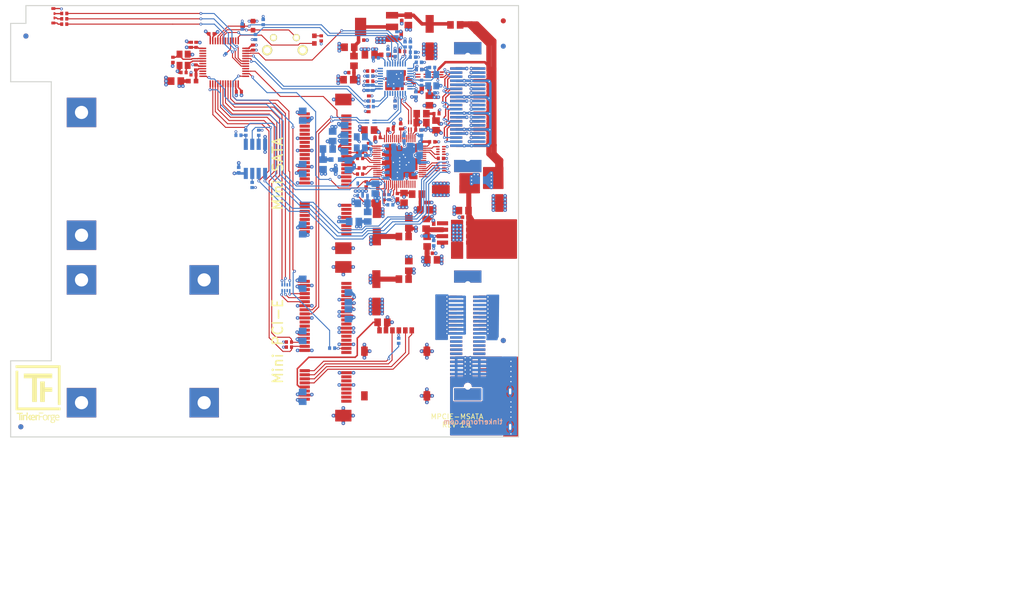
<source format=kicad_pcb>
(kicad_pcb (version 20171130) (host pcbnew 5.1.6-c6e7f7d~86~ubuntu18.04.1)
  (title_block (title "TNG MPCIE MSATA") (date 2020-09-04) (rev 1.1) (company "Tinkerforge GmbH") (comment 1 "Licensed under CERN OHL v.1.1") (comment 2 "Copyright (©) 2020, B.Nordmeyer <bastian@tinkerforge.com>"))
  (layers (0 F.Cu power) (1 GND power hide) (2 VCC power hide) (31 B.Cu signal hide) (34 B.Paste user) (35 F.Paste user) (36 B.SilkS user) (37 F.SilkS user) (38 B.Mask user) (39 F.Mask user) (44 Edge.Cuts user))
  (net 0 "")
  (net 1 Earth)
  (net 2 "Net-(C101-Pad1)")
  (net 3 "Net-(C102-Pad1)")
  (net 4 "Net-(C103-Pad1)")
  (net 5 "Net-(C105-Pad1)")
  (net 6 3V3)
  (net 7 "Net-(R101-Pad1)")
  (net 8 "Net-(R104-Pad1)")
  (net 9 "Net-(R108-Pad1)")
  (net 10 "Net-(R110-Pad2)")
  (net 11 "Net-(LED101-Pad4)")
  (net 12 "Net-(LED101-Pad2)")
  (net 13 "Net-(LED101-Pad3)")
  (net 14 "Net-(R112-Pad1)")
  (net 15 "Net-(R113-Pad1)")
  (net 16 "Net-(P101-Pad1)")
  (net 17 GND)
  (net 18 USB_RESET)
  (net 19 "Net-(C124-Pad1)")
  (net 20 "Net-(C137-Pad2)")
  (net 21 "Net-(C138-Pad2)")
  (net 22 "Net-(D102-Pad1)")
  (net 23 "Net-(D102-Pad2)")
  (net 24 "Net-(J104-Pad6)")
  (net 25 "Net-(J104-Pad4)")
  (net 26 USB_SMB_DATA)
  (net 27 USB_SMB_CLK)
  (net 28 LEDR)
  (net 29 LEDG)
  (net 30 LEDB)
  (net 31 "Net-(C104-Pad1)")
  (net 32 "Net-(C107-Pad1)")
  (net 33 STM_USB_DM)
  (net 34 STM_USB_DP)
  (net 35 "Net-(C126-Pad1)")
  (net 36 +3.3VP)
  (net 37 "Net-(C136-Pad1)")
  (net 38 "Net-(C140-Pad1)")
  (net 39 "Net-(C144-Pad1)")
  (net 40 "Net-(C207-Pad1)")
  (net 41 1V8)
  (net 42 "Net-(C308-Pad2)")
  (net 43 "Net-(C310-Pad2)")
  (net 44 "Net-(C310-Pad1)")
  (net 45 "Net-(C311-Pad2)")
  (net 46 "Net-(C311-Pad1)")
  (net 47 "Net-(C312-Pad1)")
  (net 48 "Net-(C312-Pad2)")
  (net 49 "Net-(C313-Pad2)")
  (net 50 "Net-(C313-Pad1)")
  (net 51 +1.1V)
  (net 52 "Net-(C328-Pad1)")
  (net 53 "Net-(C329-Pad1)")
  (net 54 VDDA_3P3V)
  (net 55 VDD_3P3V)
  (net 56 "Net-(J104-Pad36)")
  (net 57 "Net-(J104-Pad30)")
  (net 58 "Net-(J104-Pad28)")
  (net 59 "Net-(J104-Pad22)")
  (net 60 "Net-(J104-Pad20)")
  (net 61 "Net-(J104-Pad14)")
  (net 62 "Net-(J104-Pad12)")
  (net 63 "Net-(J201-Pad10)")
  (net 64 "Net-(J201-Pad12)")
  (net 65 "Net-(J201-Pad14)")
  (net 66 "Net-(J201-Pad16)")
  (net 67 MPCIE_#DISABLE)
  (net 68 MPCIE_#RESET)
  (net 69 MPCIE_DM)
  (net 70 MPCIE_DP)
  (net 71 "Net-(J201-Pad42)")
  (net 72 "Net-(J201-Pad44)")
  (net 73 "Net-(J201-Pad46)")
  (net 74 "Net-(J201-Pad19)")
  (net 75 "Net-(J202-Pad6)")
  (net 76 MSATA_ACTIVITY_LED)
  (net 77 "Net-(L102-Pad1)")
  (net 78 "Net-(L102-Pad4)")
  (net 79 MSATA_DM)
  (net 80 MSATA_DP)
  (net 81 UP_USB_DM)
  (net 82 UP_USB_DP)
  (net 83 "Net-(Q301-Pad3)")
  (net 84 "Net-(R102-Pad1)")
  (net 85 "Net-(R105-Pad1)")
  (net 86 MPCIE_PPS)
  (net 87 "Net-(R301-Pad1)")
  (net 88 MSATA_RX)
  (net 89 "Net-(R302-Pad1)")
  (net 90 "Net-(R303-Pad1)")
  (net 91 MSATA_TX)
  (net 92 "Net-(R304-Pad1)")
  (net 93 "Net-(R305-Pad1)")
  (net 94 MSATA_EN)
  (net 95 "Net-(R307-Pad1)")
  (net 96 "Net-(R308-Pad2)")
  (net 97 "Net-(R308-Pad1)")
  (net 98 "Net-(R309-Pad2)")
  (net 99 "Net-(R310-Pad1)")
  (net 100 MSATA_SPI_CS)
  (net 101 "Net-(R311-Pad2)")
  (net 102 "Net-(R312-Pad2)")
  (net 103 MPCIE_LED_WPAN)
  (net 104 MPCIE_LED_WIFI)
  (net 105 MPCIE_LED_WWAN)
  (net 106 "Net-(RP301-Pad5)")
  (net 107 "Net-(RP301-Pad8)")
  (net 108 MSATA_SPI_CLK)
  (net 109 MSATA_SPI_DO)
  (net 110 MSATA_SPI_DI)
  (net 111 5V-STACK)
  (net 112 PWR-VCC)
  (net 113 PWR-GND)
  (net 114 "Net-(L105-Pad3)")
  (net 115 "Net-(L105-Pad2)")
  (net 116 "Net-(R123-Pad2)")
  (net 117 "Net-(RP302-Pad8)")
  (net 118 "Net-(RP302-Pad7)")
  (net 119 "Net-(RP302-Pad6)")
  (net 120 "Net-(RP302-Pad5)")
  (net 121 "Net-(L109-Pad1)")
  (net 122 "Net-(L109-Pad4)")
  (net 123 LDO-IN)
  (net 124 "Net-(J104-Pad38)")
  (net 125 3V3-MPCIE)
  (net 126 3V3-MSATA)
  (net 127 "Net-(J102-Pad22)")
  (net 128 "Net-(J102-Pad24)")
  (net 129 "Net-(J102-Pad26)")
  (net 130 "Net-(J102-Pad28)")
  (net 131 "Net-(J102-Pad30)")
  (net 132 "Net-(J102-Pad21)")
  (net 133 "Net-(J102-Pad23)")
  (net 134 "Net-(J102-Pad25)")
  (net 135 "Net-(J102-Pad27)")
  (net 136 "Net-(J102-Pad29)")
  (net 137 "Net-(J103-Pad22)")
  (net 138 "Net-(J103-Pad24)")
  (net 139 "Net-(J103-Pad26)")
  (net 140 "Net-(J103-Pad28)")
  (net 141 "Net-(J103-Pad30)")
  (net 142 "Net-(J103-Pad21)")
  (net 143 "Net-(J103-Pad23)")
  (net 144 "Net-(J103-Pad25)")
  (net 145 "Net-(J103-Pad27)")
  (net 146 "Net-(J103-Pad29)")
  (net 147 "Net-(J105-Pad37)")
  (net 148 "Net-(J105-Pad35)")
  (net 149 "Net-(J201-Pad1)")
  (net 150 "Net-(J201-Pad3)")
  (net 151 "Net-(J201-Pad5)")
  (net 152 "Net-(J201-Pad6)")
  (net 153 "Net-(J201-Pad7)")
  (net 154 "Net-(J201-Pad11)")
  (net 155 "Net-(J201-Pad13)")
  (net 156 "Net-(J201-Pad28)")
  (net 157 "Net-(J201-Pad30)")
  (net 158 "Net-(J201-Pad32)")
  (net 159 "Net-(J201-Pad48)")
  (net 160 "Net-(J201-Pad17)")
  (net 161 "Net-(J201-Pad23)")
  (net 162 "Net-(J201-Pad25)")
  (net 163 "Net-(J201-Pad31)")
  (net 164 "Net-(J201-Pad33)")
  (net 165 "Net-(J201-Pad45)")
  (net 166 "Net-(J201-Pad47)")
  (net 167 "Net-(J201-Pad49)")
  (net 168 "Net-(J201-Pad51)")
  (net 169 "Net-(J301-Pad1)")
  (net 170 "Net-(J301-Pad3)")
  (net 171 "Net-(J301-Pad5)")
  (net 172 "Net-(J301-Pad6)")
  (net 173 "Net-(J301-Pad7)")
  (net 174 "Net-(J301-Pad8)")
  (net 175 "Net-(J301-Pad10)")
  (net 176 "Net-(J301-Pad11)")
  (net 177 "Net-(J301-Pad12)")
  (net 178 "Net-(J301-Pad13)")
  (net 179 "Net-(J301-Pad14)")
  (net 180 "Net-(J301-Pad16)")
  (net 181 "Net-(J301-Pad20)")
  (net 182 "Net-(J301-Pad22)")
  (net 183 "Net-(J301-Pad28)")
  (net 184 "Net-(J301-Pad30)")
  (net 185 "Net-(J301-Pad32)")
  (net 186 "Net-(J301-Pad36)")
  (net 187 "Net-(J301-Pad38)")
  (net 188 "Net-(J301-Pad42)")
  (net 189 "Net-(J301-Pad44)")
  (net 190 "Net-(J301-Pad46)")
  (net 191 "Net-(J301-Pad48)")
  (net 192 "Net-(J301-Pad17)")
  (net 193 "Net-(J301-Pad19)")
  (net 194 "Net-(J301-Pad43)")
  (net 195 "Net-(J301-Pad45)")
  (net 196 "Net-(J301-Pad47)")
  (net 197 "Net-(J301-Pad51)")
  (net 198 BOOT)
  (net 199 "Net-(R109-Pad1)")
  (net 200 "Net-(RP201-Pad3)")
  (net 201 "Net-(RP201-Pad6)")
  (net 202 "Net-(RP301-Pad2)")
  (net 203 "Net-(RP301-Pad3)")
  (net 204 "Net-(RP301-Pad6)")
  (net 205 "Net-(RP301-Pad7)")
  (net 206 "Net-(U101-Pad6)")
  (net 207 "Net-(U101-Pad7)")
  (net 208 "Net-(U101-Pad12)")
  (net 209 "Net-(U101-Pad16)")
  (net 210 "Net-(U101-Pad18)")
  (net 211 "Net-(U101-Pad20)")
  (net 212 "Net-(U103-Pad5)")
  (net 213 "Net-(U104-Pad2)")
  (net 214 "Net-(U104-Pad3)")
  (net 215 "Net-(U104-Pad4)")
  (net 216 "Net-(U104-Pad7)")
  (net 217 "Net-(U104-Pad10)")
  (net 218 "Net-(U104-Pad11)")
  (net 219 "Net-(U104-Pad28)")
  (net 220 "Net-(U104-Pad38)")
  (net 221 "Net-(U104-Pad39)")
  (net 222 "Net-(U104-Pad41)")
  (net 223 "Net-(U104-Pad42)")
  (net 224 "Net-(U104-Pad46)")
  (net 225 "Net-(U301-Pad8)")
  (net 226 "Net-(U301-Pad9)")
  (net 227 "Net-(U301-Pad10)")
  (net 228 "Net-(U301-Pad11)")
  (net 229 "Net-(U301-Pad13)")
  (net 230 "Net-(U301-Pad14)")
  (net 231 "Net-(U301-Pad15)")
  (net 232 "Net-(U301-Pad16)")
  (net 233 "Net-(U301-Pad22)")
  (net 234 "Net-(U301-Pad23)")
  (net 235 "Net-(U301-Pad25)")
  (net 236 "Net-(U301-Pad26)")
  (net 237 "Net-(U301-Pad27)")
  (net 238 "Net-(U301-Pad28)")
  (net 239 "Net-(U301-Pad37)")
  (net 240 "Net-(U301-Pad42)")
  (net 241 "Net-(U301-Pad43)")
  (net 242 "Net-(U301-Pad45)")
  (net 243 "Net-(U301-Pad46)")
  (net 244 "Net-(U301-Pad54)")
  (net 245 "Net-(U301-Pad64)")
  (net 246 "Net-(U302-Pad4)")
  (module kicad-libraries:Mini-SATA (layer F.Cu) (at 119.45 87.95 90)
    (fp_text reference J301)
    (fp_text value Mini-SATA)
    (pad MNT thru_hole rect (at 15.95 -48.05 90) (size 5.8 5.8) (drill 2.6) (layers *.Cu *.Mask) (net 17 GND))
    (pad MNT thru_hole rect (at -8.25 -48.05 90) (size 5.8 5.8) (drill 2.6) (layers *.Cu *.Mask) (net 17 GND))
    (pad MNT smd rect (at 18.5 3.5 90) (size 2.3 3.2) (layers F.Cu F.Paste F.Mask) (net 17 GND))
    (pad MNT smd rect (at -10.8 3.5 90) (size 2.3 3.2) (layers F.Cu F.Paste F.Mask) (net 17 GND))
    (pad 51 smd rect (at 15.25 4.1 90) (size 0.6 2) (layers F.Cu F.Paste F.Mask) (net 197 "Net-(J301-Pad51)"))
    (pad 49 smd rect (at 14.45 4.1 90) (size 0.6 2) (layers F.Cu F.Paste F.Mask) (net 76 MSATA_ACTIVITY_LED))
    (pad 47 smd rect (at 13.65 4.1 90) (size 0.6 2) (layers F.Cu F.Paste F.Mask) (net 196 "Net-(J301-Pad47)"))
    (pad 45 smd rect (at 12.85 4.1 90) (size 0.6 2) (layers F.Cu F.Paste F.Mask) (net 195 "Net-(J301-Pad45)"))
    (pad 43 smd rect (at 12.05 4.1 90) (size 0.6 2) (layers F.Cu F.Paste F.Mask) (net 194 "Net-(J301-Pad43)"))
    (pad 41 smd rect (at 11.25 4.1 90) (size 0.6 2) (layers F.Cu F.Paste F.Mask) (net 126 3V3-MSATA))
    (pad 39 smd rect (at 10.45 4.1 90) (size 0.6 2) (layers F.Cu F.Paste F.Mask) (net 126 3V3-MSATA))
    (pad 37 smd rect (at 9.65 4.1 90) (size 0.6 2) (layers F.Cu F.Paste F.Mask) (net 17 GND))
    (pad 35 smd rect (at 8.85 4.1 90) (size 0.6 2) (layers F.Cu F.Paste F.Mask) (net 17 GND))
    (pad 33 smd rect (at 8.05 4.1 90) (size 0.6 2) (layers F.Cu F.Paste F.Mask) (net 43 "Net-(C310-Pad2)"))
    (pad 31 smd rect (at 7.25 4.1 90) (size 0.6 2) (layers F.Cu F.Paste F.Mask) (net 45 "Net-(C311-Pad2)"))
    (pad 29 smd rect (at 6.45 4.1 90) (size 0.6 2) (layers F.Cu F.Paste F.Mask) (net 17 GND))
    (pad 27 smd rect (at 5.65 4.1 90) (size 0.6 2) (layers F.Cu F.Paste F.Mask) (net 17 GND))
    (pad 25 smd rect (at 4.85 4.1 90) (size 0.6 2) (layers F.Cu F.Paste F.Mask) (net 48 "Net-(C312-Pad2)"))
    (pad 23 smd rect (at 4.05 4.1 90) (size 0.6 2) (layers F.Cu F.Paste F.Mask) (net 49 "Net-(C313-Pad2)"))
    (pad 21 smd rect (at 3.25 4.1 90) (size 0.6 2) (layers F.Cu F.Paste F.Mask) (net 17 GND))
    (pad 19 smd rect (at 2.45 4.1 90) (size 0.6 2) (layers F.Cu F.Paste F.Mask) (net 193 "Net-(J301-Pad19)"))
    (pad 17 smd rect (at 1.65 4.1 90) (size 0.6 2) (layers F.Cu F.Paste F.Mask) (net 192 "Net-(J301-Pad17)"))
    (pad 52 smd rect (at 15.65 -4.1 90) (size 0.6 2) (layers F.Cu F.Paste F.Mask) (net 126 3V3-MSATA))
    (pad 50 smd rect (at 14.85 -4.1 90) (size 0.6 2) (layers F.Cu F.Paste F.Mask) (net 17 GND))
    (pad 48 smd rect (at 14.05 -4.1 90) (size 0.6 2) (layers F.Cu F.Paste F.Mask) (net 191 "Net-(J301-Pad48)"))
    (pad 46 smd rect (at 13.25 -4.1 90) (size 0.6 2) (layers F.Cu F.Paste F.Mask) (net 190 "Net-(J301-Pad46)"))
    (pad 44 smd rect (at 12.45 -4.1 90) (size 0.6 2) (layers F.Cu F.Paste F.Mask) (net 189 "Net-(J301-Pad44)"))
    (pad 42 smd rect (at 11.65 -4.1 90) (size 0.6 2) (layers F.Cu F.Paste F.Mask) (net 188 "Net-(J301-Pad42)"))
    (pad 40 smd rect (at 10.85 -4.1 90) (size 0.6 2) (layers F.Cu F.Paste F.Mask) (net 17 GND))
    (pad 38 smd rect (at 10.05 -4.1 90) (size 0.6 2) (layers F.Cu F.Paste F.Mask) (net 187 "Net-(J301-Pad38)"))
    (pad 36 smd rect (at 9.25 -4.1 90) (size 0.6 2) (layers F.Cu F.Paste F.Mask) (net 186 "Net-(J301-Pad36)"))
    (pad 34 smd rect (at 8.45 -4.1 90) (size 0.6 2) (layers F.Cu F.Paste F.Mask) (net 17 GND))
    (pad 32 smd rect (at 7.65 -4.1 90) (size 0.6 2) (layers F.Cu F.Paste F.Mask) (net 185 "Net-(J301-Pad32)"))
    (pad 30 smd rect (at 6.85 -4.1 90) (size 0.6 2) (layers F.Cu F.Paste F.Mask) (net 184 "Net-(J301-Pad30)"))
    (pad 28 smd rect (at 6.05 -4.1 90) (size 0.6 2) (layers F.Cu F.Paste F.Mask) (net 183 "Net-(J301-Pad28)"))
    (pad 26 smd rect (at 5.25 -4.1 90) (size 0.6 2) (layers F.Cu F.Paste F.Mask) (net 17 GND))
    (pad 24 smd rect (at 4.45 -4.1 90) (size 0.6 2) (layers F.Cu F.Paste F.Mask) (net 126 3V3-MSATA))
    (pad 22 smd rect (at 3.65 -4.1 90) (size 0.6 2) (layers F.Cu F.Paste F.Mask) (net 182 "Net-(J301-Pad22)"))
    (pad 20 smd rect (at 2.85 -4.1 90) (size 0.6 2) (layers F.Cu F.Paste F.Mask) (net 181 "Net-(J301-Pad20)"))
    (pad 18 smd rect (at 2.05 -4.1 90) (size 0.6 2) (layers F.Cu F.Paste F.Mask) (net 17 GND))
    (pad 16 smd rect (at -1.95 -4.1 90) (size 0.6 2) (layers F.Cu F.Paste F.Mask) (net 180 "Net-(J301-Pad16)"))
    (pad 15 smd rect (at -2.35 4.1 90) (size 0.6 2) (layers F.Cu F.Paste F.Mask) (net 17 GND))
    (pad 14 smd rect (at -2.75 -4.1 90) (size 0.6 2) (layers F.Cu F.Paste F.Mask) (net 179 "Net-(J301-Pad14)"))
    (pad 13 smd rect (at -3.15 4.1 90) (size 0.6 2) (layers F.Cu F.Paste F.Mask) (net 178 "Net-(J301-Pad13)"))
    (pad 12 smd rect (at -3.55 -4.1 90) (size 0.6 2) (layers F.Cu F.Paste F.Mask) (net 177 "Net-(J301-Pad12)"))
    (pad 11 smd rect (at -3.95 4.1 90) (size 0.6 2) (layers F.Cu F.Paste F.Mask) (net 176 "Net-(J301-Pad11)"))
    (pad 10 smd rect (at -4.35 -4.1 90) (size 0.6 2) (layers F.Cu F.Paste F.Mask) (net 175 "Net-(J301-Pad10)"))
    (pad 9 smd rect (at -4.75 4.1 90) (size 0.6 2) (layers F.Cu F.Paste F.Mask) (net 17 GND))
    (pad 8 smd rect (at -5.15 -4.1 90) (size 0.6 2) (layers F.Cu F.Paste F.Mask) (net 174 "Net-(J301-Pad8)"))
    (pad 7 smd rect (at -5.55 4.1 90) (size 0.6 2) (layers F.Cu F.Paste F.Mask) (net 173 "Net-(J301-Pad7)"))
    (pad 6 smd rect (at -5.95 -4.1 90) (size 0.6 2) (layers F.Cu F.Paste F.Mask) (net 172 "Net-(J301-Pad6)"))
    (pad 5 smd rect (at -6.35 4.1 90) (size 0.6 2) (layers F.Cu F.Paste F.Mask) (net 171 "Net-(J301-Pad5)"))
    (pad 4 smd rect (at -6.75 -4.1 90) (size 0.6 2) (layers F.Cu F.Paste F.Mask) (net 17 GND))
    (pad 3 smd rect (at -7.15 4.1 90) (size 0.6 2) (layers F.Cu F.Paste F.Mask) (net 170 "Net-(J301-Pad3)"))
    (pad 2 smd rect (at -7.55 -4.1 90) (size 0.6 2) (layers F.Cu F.Paste F.Mask) (net 126 3V3-MSATA))
    (pad 1 smd rect (at -7.95 4.1 90) (size 0.6 2) (layers F.Cu F.Paste F.Mask) (net 169 "Net-(J301-Pad1)"))
    (pad "" np_thru_hole circle (at 16.35 0 90) (size 1.1 1.1) (drill 1.1) (layers *.Cu *.Mask))
    (pad "" np_thru_hole circle (at -8.65 0 90) (size 1.6 1.6) (drill 1.6) (layers *.Cu *.Mask))
  )
  (module kicad-libraries:PE_Hook (layer F.Cu) (at 155.95 128.05)
    (fp_text reference P102)
    (fp_text value PE)
    (pad 1 thru_hole oval (at -0.15 -1.075) (size 1 2) (drill oval 0.45 1.2) (layers *.Cu *.Mask) (net 1 Earth))
    (pad 1 thru_hole oval (at -0.15 5.925) (size 1 2) (drill oval 0.45 1.2) (layers *.Cu *.Mask) (net 1 Earth))
    (pad 1 smd rect (at 0 0) (size 3 15.85) (layers F.Cu) (net 1 Earth))
  )
  (module kicad-libraries:Fiducial_Mark (layer B.Cu) (at 60.45 56.95)
    (fp_text reference Fiducial_Mark hide)
    (fp_text value VAL** hide)
    (pad 1 smd circle (at 0 0) (size 1.00076 1.00076) (layers B.Cu B.Paste B.Mask) (clearance 0.65024))
  )
  (module kicad-libraries:Fiducial_Mark (layer F.Cu) (at 60.45 56.95)
    (fp_text reference Fiducial_Mark hide)
    (fp_text value VAL** hide)
    (pad 1 smd circle (at 0 0) (size 1.00076 1.00076) (layers F.Cu F.Paste F.Mask) (clearance 0.65024))
  )
  (module kicad-libraries:Fiducial_Mark (layer F.Cu) (at 59.45 133.95)
    (fp_text reference Fiducial_Mark hide)
    (fp_text value VAL** hide)
    (pad 1 smd circle (at 0 0) (size 1.00076 1.00076) (layers F.Cu F.Paste F.Mask) (clearance 0.65024))
  )
  (module kicad-libraries:Fiducial_Mark (layer B.Cu) (at 154.45 58.95)
    (fp_text reference Fiducial_Mark hide)
    (fp_text value VAL** hide)
    (pad 1 smd circle (at 0 0) (size 1.00076 1.00076) (layers B.Cu B.Paste B.Mask) (clearance 0.65024))
  )
  (module kicad-libraries:Fiducial_Mark (layer B.Cu) (at 59.45 133.95)
    (fp_text reference Fiducial_Mark hide)
    (fp_text value VAL** hide)
    (pad 1 smd circle (at 0 0) (size 1.00076 1.00076) (layers B.Cu B.Paste B.Mask) (clearance 0.65024))
  )
  (module kicad-libraries:Fiducial_Mark (layer B.Cu) (at 154.45 116.95)
    (fp_text reference Fiducial_Mark hide)
    (fp_text value VAL** hide)
    (pad 1 smd circle (at 0 0) (size 1.00076 1.00076) (layers B.Cu B.Paste B.Mask) (clearance 0.65024))
  )
  (module kicad-libraries:Fiducial_Mark (layer F.Cu) (at 154.45 116.95)
    (fp_text reference Fiducial_Mark hide)
    (fp_text value VAL** hide)
    (pad 1 smd circle (at 0 0) (size 1.00076 1.00076) (layers F.Cu F.Paste F.Mask) (clearance 0.65024))
  )
  (module kicad-libraries:Fiducial_Mark (layer F.Cu) (at 154.45 53.95)
    (fp_text reference Fiducial_Mark hide)
    (fp_text value VAL** hide)
    (pad 1 smd circle (at 0 0) (size 1.00076 1.00076) (layers F.Cu F.Paste F.Mask) (clearance 0.65024))
  )
  (module kicad-libraries:Logo_TF_10x12 (layer F.Cu) (at 62.85 127.35)
    (fp_text reference G*** hide)
    (fp_text value LOGO hide)
  )
  (module kicad-libraries:TNG-40-BTM (layer B.Cu) (at 147.45 115.95 270)
    (fp_text reference J102)
    (fp_text value TNG-Power-BTM)
    (pad 39 smd rect (at 7.6 -2.275 270) (size 0.5 2.4) (layers B.Cu B.Paste B.Mask) (net 1 Earth))
    (pad 37 smd rect (at 6.8 -2.275 270) (size 0.5 2.4) (layers B.Cu B.Paste B.Mask) (net 1 Earth))
    (pad 35 smd rect (at 6 -2.275 270) (size 0.5 2.4) (layers B.Cu B.Paste B.Mask) (net 1 Earth))
    (pad 33 smd rect (at 5.2 -2.275 270) (size 0.5 2.4) (layers B.Cu B.Paste B.Mask) (net 1 Earth))
    (pad 31 smd rect (at 4.4 -2.275 270) (size 0.5 2.4) (layers B.Cu B.Paste B.Mask) (net 1 Earth))
    (pad 29 smd rect (at 3.6 -2.275 270) (size 0.5 2.4) (layers B.Cu B.Paste B.Mask) (net 136 "Net-(J102-Pad29)"))
    (pad 27 smd rect (at 2.8 -2.275 270) (size 0.5 2.4) (layers B.Cu B.Paste B.Mask) (net 135 "Net-(J102-Pad27)"))
    (pad 25 smd rect (at 2 -2.275 270) (size 0.5 2.4) (layers B.Cu B.Paste B.Mask) (net 134 "Net-(J102-Pad25)"))
    (pad 23 smd rect (at 1.2 -2.275 270) (size 0.5 2.4) (layers B.Cu B.Paste B.Mask) (net 133 "Net-(J102-Pad23)"))
    (pad 21 smd rect (at 0.4 -2.275 270) (size 0.5 2.4) (layers B.Cu B.Paste B.Mask) (net 132 "Net-(J102-Pad21)"))
    (pad 19 smd rect (at -0.4 -2.275 270) (size 0.5 2.4) (layers B.Cu B.Paste B.Mask) (net 113 PWR-GND))
    (pad 17 smd rect (at -1.2 -2.275 270) (size 0.5 2.4) (layers B.Cu B.Paste B.Mask) (net 113 PWR-GND))
    (pad 15 smd rect (at -2 -2.275 270) (size 0.5 2.4) (layers B.Cu B.Paste B.Mask) (net 113 PWR-GND))
    (pad 13 smd rect (at -2.8 -2.275 270) (size 0.5 2.4) (layers B.Cu B.Paste B.Mask) (net 113 PWR-GND))
    (pad 11 smd rect (at -3.6 -2.275 270) (size 0.5 2.4) (layers B.Cu B.Paste B.Mask) (net 113 PWR-GND))
    (pad 9 smd rect (at -4.4 -2.275 270) (size 0.5 2.4) (layers B.Cu B.Paste B.Mask) (net 113 PWR-GND))
    (pad 7 smd rect (at -5.2 -2.275 270) (size 0.5 2.4) (layers B.Cu B.Paste B.Mask) (net 113 PWR-GND))
    (pad 5 smd rect (at -6 -2.275 270) (size 0.5 2.4) (layers B.Cu B.Paste B.Mask) (net 113 PWR-GND))
    (pad 3 smd rect (at -6.8 -2.275 270) (size 0.5 2.4) (layers B.Cu B.Paste B.Mask) (net 113 PWR-GND))
    (pad 1 smd rect (at -7.6 -2.275 270) (size 0.5 2.4) (layers B.Cu B.Paste B.Mask) (net 113 PWR-GND))
    (pad 40 smd rect (at 7.6 2.275 270) (size 0.5 2.4) (layers B.Cu B.Paste B.Mask) (net 1 Earth))
    (pad 38 smd rect (at 6.8 2.275 270) (size 0.5 2.4) (layers B.Cu B.Paste B.Mask) (net 1 Earth))
    (pad 36 smd rect (at 6 2.275 270) (size 0.5 2.4) (layers B.Cu B.Paste B.Mask) (net 1 Earth))
    (pad 34 smd rect (at 5.2 2.275 270) (size 0.5 2.4) (layers B.Cu B.Paste B.Mask) (net 1 Earth))
    (pad 32 smd rect (at 4.4 2.275 270) (size 0.5 2.4) (layers B.Cu B.Paste B.Mask) (net 1 Earth))
    (pad 30 smd rect (at 3.6 2.275 270) (size 0.5 2.4) (layers B.Cu B.Paste B.Mask) (net 131 "Net-(J102-Pad30)"))
    (pad 28 smd rect (at 2.8 2.275 270) (size 0.5 2.4) (layers B.Cu B.Paste B.Mask) (net 130 "Net-(J102-Pad28)"))
    (pad 26 smd rect (at 2 2.275 270) (size 0.5 2.4) (layers B.Cu B.Paste B.Mask) (net 129 "Net-(J102-Pad26)"))
    (pad 24 smd rect (at 1.2 2.275 270) (size 0.5 2.4) (layers B.Cu B.Paste B.Mask) (net 128 "Net-(J102-Pad24)"))
    (pad 22 smd rect (at 0.4 2.275 270) (size 0.5 2.4) (layers B.Cu B.Paste B.Mask) (net 127 "Net-(J102-Pad22)"))
    (pad 20 smd rect (at -0.4 2.275 270) (size 0.5 2.4) (layers B.Cu B.Paste B.Mask) (net 112 PWR-VCC))
    (pad 18 smd rect (at -1.2 2.275 270) (size 0.5 2.4) (layers B.Cu B.Paste B.Mask) (net 112 PWR-VCC))
    (pad 16 smd rect (at -2 2.275 270) (size 0.5 2.4) (layers B.Cu B.Paste B.Mask) (net 112 PWR-VCC))
    (pad 14 smd rect (at -2.8 2.275 270) (size 0.5 2.4) (layers B.Cu B.Paste B.Mask) (net 112 PWR-VCC))
    (pad 12 smd rect (at -3.6 2.275 270) (size 0.5 2.4) (layers B.Cu B.Paste B.Mask) (net 112 PWR-VCC))
    (pad 10 smd rect (at -4.4 2.275 270) (size 0.5 2.4) (layers B.Cu B.Paste B.Mask) (net 112 PWR-VCC))
    (pad 8 smd rect (at -5.2 2.275 270) (size 0.5 2.4) (layers B.Cu B.Paste B.Mask) (net 112 PWR-VCC))
    (pad 6 smd rect (at -6 2.275 270) (size 0.5 2.4) (layers B.Cu B.Paste B.Mask) (net 112 PWR-VCC))
    (pad 4 smd rect (at -6.8 2.275 270) (size 0.5 2.4) (layers B.Cu B.Paste B.Mask) (net 112 PWR-VCC))
    (pad 2 smd rect (at -7.6 2.275 270) (size 0.5 2.4) (layers B.Cu B.Paste B.Mask) (net 112 PWR-VCC))
    (pad "" np_thru_hole circle (at 10.1 0 270) (size 0.8 0.8) (drill 0.8) (layers *.Cu *.Mask))
    (pad "" np_thru_hole circle (at -10.1 0 270) (size 1.2 1.2) (drill 1.2) (layers *.Cu *.Mask))
    (pad MNT smd rect (at 11.6 0 270) (size 2.4 5.4) (layers B.Cu B.Paste B.Mask))
    (pad MNT smd rect (at -11.6 0 270) (size 2.4 5.4) (layers B.Cu B.Paste B.Mask))
  )
  (module kicad-libraries:TNG-40-TOP (layer F.Cu) (at 147.45 115.95 270)
    (fp_text reference J103)
    (fp_text value TNG-Power-TOP)
    (pad 39 smd rect (at 7.6 2.275 270) (size 0.5 2.4) (layers F.Cu F.Paste F.Mask) (net 1 Earth))
    (pad 37 smd rect (at 6.8 2.275 270) (size 0.5 2.4) (layers F.Cu F.Paste F.Mask) (net 1 Earth))
    (pad 35 smd rect (at 6 2.275 270) (size 0.5 2.4) (layers F.Cu F.Paste F.Mask) (net 1 Earth))
    (pad 33 smd rect (at 5.2 2.275 270) (size 0.5 2.4) (layers F.Cu F.Paste F.Mask) (net 1 Earth))
    (pad 31 smd rect (at 4.4 2.275 270) (size 0.5 2.4) (layers F.Cu F.Paste F.Mask) (net 1 Earth))
    (pad 29 smd rect (at 3.6 2.275 270) (size 0.5 2.4) (layers F.Cu F.Paste F.Mask) (net 146 "Net-(J103-Pad29)"))
    (pad 27 smd rect (at 2.8 2.275 270) (size 0.5 2.4) (layers F.Cu F.Paste F.Mask) (net 145 "Net-(J103-Pad27)"))
    (pad 25 smd rect (at 2 2.275 270) (size 0.5 2.4) (layers F.Cu F.Paste F.Mask) (net 144 "Net-(J103-Pad25)"))
    (pad 23 smd rect (at 1.2 2.275 270) (size 0.5 2.4) (layers F.Cu F.Paste F.Mask) (net 143 "Net-(J103-Pad23)"))
    (pad 21 smd rect (at 0.4 2.275 270) (size 0.5 2.4) (layers F.Cu F.Paste F.Mask) (net 142 "Net-(J103-Pad21)"))
    (pad 19 smd rect (at -0.4 2.275 270) (size 0.5 2.4) (layers F.Cu F.Paste F.Mask) (net 112 PWR-VCC))
    (pad 17 smd rect (at -1.2 2.275 270) (size 0.5 2.4) (layers F.Cu F.Paste F.Mask) (net 112 PWR-VCC))
    (pad 15 smd rect (at -2 2.275 270) (size 0.5 2.4) (layers F.Cu F.Paste F.Mask) (net 112 PWR-VCC))
    (pad 13 smd rect (at -2.8 2.275 270) (size 0.5 2.4) (layers F.Cu F.Paste F.Mask) (net 112 PWR-VCC))
    (pad 11 smd rect (at -3.6 2.275 270) (size 0.5 2.4) (layers F.Cu F.Paste F.Mask) (net 112 PWR-VCC))
    (pad 9 smd rect (at -4.4 2.275 270) (size 0.5 2.4) (layers F.Cu F.Paste F.Mask) (net 112 PWR-VCC))
    (pad 7 smd rect (at -5.2 2.275 270) (size 0.5 2.4) (layers F.Cu F.Paste F.Mask) (net 112 PWR-VCC))
    (pad 5 smd rect (at -6 2.275 270) (size 0.5 2.4) (layers F.Cu F.Paste F.Mask) (net 112 PWR-VCC))
    (pad 3 smd rect (at -6.8 2.275 270) (size 0.5 2.4) (layers F.Cu F.Paste F.Mask) (net 112 PWR-VCC))
    (pad 1 smd rect (at -7.6 2.275 270) (size 0.5 2.4) (layers F.Cu F.Paste F.Mask) (net 112 PWR-VCC))
    (pad 40 smd rect (at 7.6 -2.275 270) (size 0.5 2.4) (layers F.Cu F.Paste F.Mask) (net 1 Earth))
    (pad 38 smd rect (at 6.8 -2.275 270) (size 0.5 2.4) (layers F.Cu F.Paste F.Mask) (net 1 Earth))
    (pad 36 smd rect (at 6 -2.275 270) (size 0.5 2.4) (layers F.Cu F.Paste F.Mask) (net 1 Earth))
    (pad 34 smd rect (at 5.2 -2.275 270) (size 0.5 2.4) (layers F.Cu F.Paste F.Mask) (net 1 Earth))
    (pad 32 smd rect (at 4.4 -2.275 270) (size 0.5 2.4) (layers F.Cu F.Paste F.Mask) (net 1 Earth))
    (pad 30 smd rect (at 3.6 -2.275 270) (size 0.5 2.4) (layers F.Cu F.Paste F.Mask) (net 141 "Net-(J103-Pad30)"))
    (pad 28 smd rect (at 2.8 -2.275 270) (size 0.5 2.4) (layers F.Cu F.Paste F.Mask) (net 140 "Net-(J103-Pad28)"))
    (pad 26 smd rect (at 2 -2.275 270) (size 0.5 2.4) (layers F.Cu F.Paste F.Mask) (net 139 "Net-(J103-Pad26)"))
    (pad 24 smd rect (at 1.2 -2.275 270) (size 0.5 2.4) (layers F.Cu F.Paste F.Mask) (net 138 "Net-(J103-Pad24)"))
    (pad 22 smd rect (at 0.4 -2.275 270) (size 0.5 2.4) (layers F.Cu F.Paste F.Mask) (net 137 "Net-(J103-Pad22)"))
    (pad 20 smd rect (at -0.4 -2.275 270) (size 0.5 2.4) (layers F.Cu F.Paste F.Mask) (net 113 PWR-GND))
    (pad 18 smd rect (at -1.2 -2.275 270) (size 0.5 2.4) (layers F.Cu F.Paste F.Mask) (net 113 PWR-GND))
    (pad 16 smd rect (at -2 -2.275 270) (size 0.5 2.4) (layers F.Cu F.Paste F.Mask) (net 113 PWR-GND))
    (pad 14 smd rect (at -2.8 -2.275 270) (size 0.5 2.4) (layers F.Cu F.Paste F.Mask) (net 113 PWR-GND))
    (pad 12 smd rect (at -3.6 -2.275 270) (size 0.5 2.4) (layers F.Cu F.Paste F.Mask) (net 113 PWR-GND))
    (pad 10 smd rect (at -4.4 -2.275 270) (size 0.5 2.4) (layers F.Cu F.Paste F.Mask) (net 113 PWR-GND))
    (pad 8 smd rect (at -5.2 -2.275 270) (size 0.5 2.4) (layers F.Cu F.Paste F.Mask) (net 113 PWR-GND))
    (pad 6 smd rect (at -6 -2.275 270) (size 0.5 2.4) (layers F.Cu F.Paste F.Mask) (net 113 PWR-GND))
    (pad 4 smd rect (at -6.8 -2.275 270) (size 0.5 2.4) (layers F.Cu F.Paste F.Mask) (net 113 PWR-GND))
    (pad 2 smd rect (at -7.6 -2.275 270) (size 0.5 2.4) (layers F.Cu F.Paste F.Mask) (net 113 PWR-GND))
    (pad "" np_thru_hole circle (at 10.1 0 270) (size 1.2 1.2) (drill 1.2) (layers *.Cu *.Mask))
    (pad "" np_thru_hole circle (at -10.1 0 270) (size 0.8 0.8) (drill 0.8) (layers *.Cu *.Mask))
    (pad MNT smd rect (at 11.6 0 270) (size 2.4 5.4) (layers F.Cu F.Paste F.Mask))
    (pad MNT smd rect (at -11.6 0 270) (size 2.4 5.4) (layers F.Cu F.Paste F.Mask))
  )
  (module kicad-libraries:TNG-40-BTM (layer B.Cu) (at 147.45 70.95 270)
    (fp_text reference J104)
    (fp_text value TNG-Data-BTM)
    (pad 39 smd rect (at 7.6 -2.275 270) (size 0.5 2.4) (layers B.Cu B.Paste B.Mask) (net 111 5V-STACK))
    (pad 37 smd rect (at 6.8 -2.275 270) (size 0.5 2.4) (layers B.Cu B.Paste B.Mask) (net 17 GND))
    (pad 35 smd rect (at 6 -2.275 270) (size 0.5 2.4) (layers B.Cu B.Paste B.Mask) (net 17 GND))
    (pad 33 smd rect (at 5.2 -2.275 270) (size 0.5 2.4) (layers B.Cu B.Paste B.Mask) (net 17 GND))
    (pad 31 smd rect (at 4.4 -2.275 270) (size 0.5 2.4) (layers B.Cu B.Paste B.Mask) (net 111 5V-STACK))
    (pad 29 smd rect (at 3.6 -2.275 270) (size 0.5 2.4) (layers B.Cu B.Paste B.Mask) (net 17 GND))
    (pad 27 smd rect (at 2.8 -2.275 270) (size 0.5 2.4) (layers B.Cu B.Paste B.Mask) (net 17 GND))
    (pad 25 smd rect (at 2 -2.275 270) (size 0.5 2.4) (layers B.Cu B.Paste B.Mask) (net 17 GND))
    (pad 23 smd rect (at 1.2 -2.275 270) (size 0.5 2.4) (layers B.Cu B.Paste B.Mask) (net 111 5V-STACK))
    (pad 21 smd rect (at 0.4 -2.275 270) (size 0.5 2.4) (layers B.Cu B.Paste B.Mask) (net 17 GND))
    (pad 19 smd rect (at -0.4 -2.275 270) (size 0.5 2.4) (layers B.Cu B.Paste B.Mask) (net 17 GND))
    (pad 17 smd rect (at -1.2 -2.275 270) (size 0.5 2.4) (layers B.Cu B.Paste B.Mask) (net 17 GND))
    (pad 15 smd rect (at -2 -2.275 270) (size 0.5 2.4) (layers B.Cu B.Paste B.Mask) (net 111 5V-STACK))
    (pad 13 smd rect (at -2.8 -2.275 270) (size 0.5 2.4) (layers B.Cu B.Paste B.Mask) (net 17 GND))
    (pad 11 smd rect (at -3.6 -2.275 270) (size 0.5 2.4) (layers B.Cu B.Paste B.Mask) (net 17 GND))
    (pad 9 smd rect (at -4.4 -2.275 270) (size 0.5 2.4) (layers B.Cu B.Paste B.Mask) (net 17 GND))
    (pad 7 smd rect (at -5.2 -2.275 270) (size 0.5 2.4) (layers B.Cu B.Paste B.Mask) (net 111 5V-STACK))
    (pad 5 smd rect (at -6 -2.275 270) (size 0.5 2.4) (layers B.Cu B.Paste B.Mask) (net 17 GND))
    (pad 3 smd rect (at -6.8 -2.275 270) (size 0.5 2.4) (layers B.Cu B.Paste B.Mask) (net 17 GND))
    (pad 1 smd rect (at -7.6 -2.275 270) (size 0.5 2.4) (layers B.Cu B.Paste B.Mask) (net 17 GND))
    (pad 40 smd rect (at 7.6 2.275 270) (size 0.5 2.4) (layers B.Cu B.Paste B.Mask) (net 111 5V-STACK))
    (pad 38 smd rect (at 6.8 2.275 270) (size 0.5 2.4) (layers B.Cu B.Paste B.Mask) (net 124 "Net-(J104-Pad38)"))
    (pad 36 smd rect (at 6 2.275 270) (size 0.5 2.4) (layers B.Cu B.Paste B.Mask) (net 56 "Net-(J104-Pad36)"))
    (pad 34 smd rect (at 5.2 2.275 270) (size 0.5 2.4) (layers B.Cu B.Paste B.Mask) (net 17 GND))
    (pad 32 smd rect (at 4.4 2.275 270) (size 0.5 2.4) (layers B.Cu B.Paste B.Mask) (net 111 5V-STACK))
    (pad 30 smd rect (at 3.6 2.275 270) (size 0.5 2.4) (layers B.Cu B.Paste B.Mask) (net 57 "Net-(J104-Pad30)"))
    (pad 28 smd rect (at 2.8 2.275 270) (size 0.5 2.4) (layers B.Cu B.Paste B.Mask) (net 58 "Net-(J104-Pad28)"))
    (pad 26 smd rect (at 2 2.275 270) (size 0.5 2.4) (layers B.Cu B.Paste B.Mask) (net 17 GND))
    (pad 24 smd rect (at 1.2 2.275 270) (size 0.5 2.4) (layers B.Cu B.Paste B.Mask) (net 111 5V-STACK))
    (pad 22 smd rect (at 0.4 2.275 270) (size 0.5 2.4) (layers B.Cu B.Paste B.Mask) (net 59 "Net-(J104-Pad22)"))
    (pad 20 smd rect (at -0.4 2.275 270) (size 0.5 2.4) (layers B.Cu B.Paste B.Mask) (net 60 "Net-(J104-Pad20)"))
    (pad 18 smd rect (at -1.2 2.275 270) (size 0.5 2.4) (layers B.Cu B.Paste B.Mask) (net 17 GND))
    (pad 16 smd rect (at -2 2.275 270) (size 0.5 2.4) (layers B.Cu B.Paste B.Mask) (net 111 5V-STACK))
    (pad 14 smd rect (at -2.8 2.275 270) (size 0.5 2.4) (layers B.Cu B.Paste B.Mask) (net 61 "Net-(J104-Pad14)"))
    (pad 12 smd rect (at -3.6 2.275 270) (size 0.5 2.4) (layers B.Cu B.Paste B.Mask) (net 62 "Net-(J104-Pad12)"))
    (pad 10 smd rect (at -4.4 2.275 270) (size 0.5 2.4) (layers B.Cu B.Paste B.Mask) (net 17 GND))
    (pad 8 smd rect (at -5.2 2.275 270) (size 0.5 2.4) (layers B.Cu B.Paste B.Mask) (net 111 5V-STACK))
    (pad 6 smd rect (at -6 2.275 270) (size 0.5 2.4) (layers B.Cu B.Paste B.Mask) (net 24 "Net-(J104-Pad6)"))
    (pad 4 smd rect (at -6.8 2.275 270) (size 0.5 2.4) (layers B.Cu B.Paste B.Mask) (net 25 "Net-(J104-Pad4)"))
    (pad 2 smd rect (at -7.6 2.275 270) (size 0.5 2.4) (layers B.Cu B.Paste B.Mask) (net 17 GND))
    (pad "" np_thru_hole circle (at 10.1 0 270) (size 0.8 0.8) (drill 0.8) (layers *.Cu *.Mask))
    (pad "" np_thru_hole circle (at -10.1 0 270) (size 1.2 1.2) (drill 1.2) (layers *.Cu *.Mask))
    (pad MNT smd rect (at 11.6 0 270) (size 2.4 5.4) (layers B.Cu B.Paste B.Mask))
    (pad MNT smd rect (at -11.6 0 270) (size 2.4 5.4) (layers B.Cu B.Paste B.Mask))
  )
  (module kicad-libraries:TNG-40-TOP (layer F.Cu) (at 147.45 70.95 270)
    (fp_text reference J105)
    (fp_text value TNG-Data-TOP)
    (pad 39 smd rect (at 7.6 2.275 270) (size 0.5 2.4) (layers F.Cu F.Paste F.Mask) (net 111 5V-STACK))
    (pad 37 smd rect (at 6.8 2.275 270) (size 0.5 2.4) (layers F.Cu F.Paste F.Mask) (net 147 "Net-(J105-Pad37)"))
    (pad 35 smd rect (at 6 2.275 270) (size 0.5 2.4) (layers F.Cu F.Paste F.Mask) (net 148 "Net-(J105-Pad35)"))
    (pad 33 smd rect (at 5.2 2.275 270) (size 0.5 2.4) (layers F.Cu F.Paste F.Mask) (net 17 GND))
    (pad 31 smd rect (at 4.4 2.275 270) (size 0.5 2.4) (layers F.Cu F.Paste F.Mask) (net 111 5V-STACK))
    (pad 29 smd rect (at 3.6 2.275 270) (size 0.5 2.4) (layers F.Cu F.Paste F.Mask) (net 124 "Net-(J104-Pad38)"))
    (pad 27 smd rect (at 2.8 2.275 270) (size 0.5 2.4) (layers F.Cu F.Paste F.Mask) (net 56 "Net-(J104-Pad36)"))
    (pad 25 smd rect (at 2 2.275 270) (size 0.5 2.4) (layers F.Cu F.Paste F.Mask) (net 17 GND))
    (pad 23 smd rect (at 1.2 2.275 270) (size 0.5 2.4) (layers F.Cu F.Paste F.Mask) (net 111 5V-STACK))
    (pad 21 smd rect (at 0.4 2.275 270) (size 0.5 2.4) (layers F.Cu F.Paste F.Mask) (net 57 "Net-(J104-Pad30)"))
    (pad 19 smd rect (at -0.4 2.275 270) (size 0.5 2.4) (layers F.Cu F.Paste F.Mask) (net 58 "Net-(J104-Pad28)"))
    (pad 17 smd rect (at -1.2 2.275 270) (size 0.5 2.4) (layers F.Cu F.Paste F.Mask) (net 17 GND))
    (pad 15 smd rect (at -2 2.275 270) (size 0.5 2.4) (layers F.Cu F.Paste F.Mask) (net 111 5V-STACK))
    (pad 13 smd rect (at -2.8 2.275 270) (size 0.5 2.4) (layers F.Cu F.Paste F.Mask) (net 59 "Net-(J104-Pad22)"))
    (pad 11 smd rect (at -3.6 2.275 270) (size 0.5 2.4) (layers F.Cu F.Paste F.Mask) (net 60 "Net-(J104-Pad20)"))
    (pad 9 smd rect (at -4.4 2.275 270) (size 0.5 2.4) (layers F.Cu F.Paste F.Mask) (net 17 GND))
    (pad 7 smd rect (at -5.2 2.275 270) (size 0.5 2.4) (layers F.Cu F.Paste F.Mask) (net 111 5V-STACK))
    (pad 5 smd rect (at -6 2.275 270) (size 0.5 2.4) (layers F.Cu F.Paste F.Mask) (net 61 "Net-(J104-Pad14)"))
    (pad 3 smd rect (at -6.8 2.275 270) (size 0.5 2.4) (layers F.Cu F.Paste F.Mask) (net 62 "Net-(J104-Pad12)"))
    (pad 1 smd rect (at -7.6 2.275 270) (size 0.5 2.4) (layers F.Cu F.Paste F.Mask) (net 17 GND))
    (pad 40 smd rect (at 7.6 -2.275 270) (size 0.5 2.4) (layers F.Cu F.Paste F.Mask) (net 111 5V-STACK))
    (pad 38 smd rect (at 6.8 -2.275 270) (size 0.5 2.4) (layers F.Cu F.Paste F.Mask) (net 17 GND))
    (pad 36 smd rect (at 6 -2.275 270) (size 0.5 2.4) (layers F.Cu F.Paste F.Mask) (net 17 GND))
    (pad 34 smd rect (at 5.2 -2.275 270) (size 0.5 2.4) (layers F.Cu F.Paste F.Mask) (net 17 GND))
    (pad 32 smd rect (at 4.4 -2.275 270) (size 0.5 2.4) (layers F.Cu F.Paste F.Mask) (net 111 5V-STACK))
    (pad 30 smd rect (at 3.6 -2.275 270) (size 0.5 2.4) (layers F.Cu F.Paste F.Mask) (net 17 GND))
    (pad 28 smd rect (at 2.8 -2.275 270) (size 0.5 2.4) (layers F.Cu F.Paste F.Mask) (net 17 GND))
    (pad 26 smd rect (at 2 -2.275 270) (size 0.5 2.4) (layers F.Cu F.Paste F.Mask) (net 17 GND))
    (pad 24 smd rect (at 1.2 -2.275 270) (size 0.5 2.4) (layers F.Cu F.Paste F.Mask) (net 111 5V-STACK))
    (pad 22 smd rect (at 0.4 -2.275 270) (size 0.5 2.4) (layers F.Cu F.Paste F.Mask) (net 17 GND))
    (pad 20 smd rect (at -0.4 -2.275 270) (size 0.5 2.4) (layers F.Cu F.Paste F.Mask) (net 17 GND))
    (pad 18 smd rect (at -1.2 -2.275 270) (size 0.5 2.4) (layers F.Cu F.Paste F.Mask) (net 17 GND))
    (pad 16 smd rect (at -2 -2.275 270) (size 0.5 2.4) (layers F.Cu F.Paste F.Mask) (net 111 5V-STACK))
    (pad 14 smd rect (at -2.8 -2.275 270) (size 0.5 2.4) (layers F.Cu F.Paste F.Mask) (net 17 GND))
    (pad 12 smd rect (at -3.6 -2.275 270) (size 0.5 2.4) (layers F.Cu F.Paste F.Mask) (net 17 GND))
    (pad 10 smd rect (at -4.4 -2.275 270) (size 0.5 2.4) (layers F.Cu F.Paste F.Mask) (net 17 GND))
    (pad 8 smd rect (at -5.2 -2.275 270) (size 0.5 2.4) (layers F.Cu F.Paste F.Mask) (net 111 5V-STACK))
    (pad 6 smd rect (at -6 -2.275 270) (size 0.5 2.4) (layers F.Cu F.Paste F.Mask) (net 17 GND))
    (pad 4 smd rect (at -6.8 -2.275 270) (size 0.5 2.4) (layers F.Cu F.Paste F.Mask) (net 17 GND))
    (pad 2 smd rect (at -7.6 -2.275 270) (size 0.5 2.4) (layers F.Cu F.Paste F.Mask) (net 17 GND))
    (pad "" np_thru_hole circle (at 10.1 0 270) (size 1.2 1.2) (drill 1.2) (layers *.Cu *.Mask))
    (pad "" np_thru_hole circle (at -10.1 0 270) (size 0.8 0.8) (drill 0.8) (layers *.Cu *.Mask))
    (pad MNT smd rect (at 11.6 0 270) (size 2.4 5.4) (layers F.Cu F.Paste F.Mask))
    (pad MNT smd rect (at -11.6 0 270) (size 2.4 5.4) (layers F.Cu F.Paste F.Mask))
  )
  (module kicad-libraries:R0402F (layer F.Cu) (at 68 54.6 180)
    (fp_text reference R115)
    (fp_text value 0)
    (pad 1 smd rect (at -0.5 0 180) (size 0.6 0.7) (layers F.Cu F.Paste F.Mask) (net 28 LEDR))
    (pad 2 smd rect (at 0.5 0 180) (size 0.6 0.7) (layers F.Cu F.Paste F.Mask) (net 11 "Net-(LED101-Pad4)"))
  )
  (module kicad-libraries:R0402F (layer F.Cu) (at 68 53.55 180)
    (fp_text reference R119)
    (fp_text value 0)
    (pad 1 smd rect (at -0.5 0 180) (size 0.6 0.7) (layers F.Cu F.Paste F.Mask) (net 29 LEDG))
    (pad 2 smd rect (at 0.5 0 180) (size 0.6 0.7) (layers F.Cu F.Paste F.Mask) (net 13 "Net-(LED101-Pad3)"))
  )
  (module kicad-libraries:R0402F (layer F.Cu) (at 68 52.5 180)
    (fp_text reference R120)
    (fp_text value 56)
    (pad 1 smd rect (at -0.5 0 180) (size 0.6 0.7) (layers F.Cu F.Paste F.Mask) (net 30 LEDB))
    (pad 2 smd rect (at 0.5 0 180) (size 0.6 0.7) (layers F.Cu F.Paste F.Mask) (net 12 "Net-(LED101-Pad2)"))
  )
  (module kicad-libraries:TACT-6MM-HOR (layer F.Cu) (at 111.45 57.25)
    (fp_text reference SW101)
    (fp_text value BOOT)
    (pad 2 thru_hole circle (at 2.25 0) (size 1.4 1.4) (drill 0.9) (layers *.Cu *.Mask F.SilkS) (net 198 BOOT))
    (pad 1 thru_hole circle (at -2.25 0) (size 1.4 1.4) (drill 0.9) (layers *.Cu *.Mask F.SilkS) (net 6 3V3))
    (pad "" thru_hole circle (at 3.5 2.49) (size 2 2) (drill 1.3) (layers *.Cu *.Mask F.SilkS))
    (pad "" thru_hole circle (at -3.5 2.49) (size 2 2) (drill 1.3) (layers *.Cu *.Mask F.SilkS))
  )
  (module kicad-libraries:LED-RGB-LP (layer F.Cu) (at 65.85 52.95 90)
    (fp_text reference LED101)
    (fp_text value EASV3015RGBA0)
    (pad 3 smd rect (at -0.425 0.22 90) (size 0.55 0.34) (layers F.Cu F.Paste F.Mask) (net 13 "Net-(LED101-Pad3)"))
    (pad 2 smd rect (at 0.425 0.22 90) (size 0.55 0.34) (layers F.Cu F.Paste F.Mask) (net 12 "Net-(LED101-Pad2)"))
    (pad 4 smd rect (at -1.425 0 90) (size 0.55 0.78) (layers F.Cu F.Paste F.Mask) (net 11 "Net-(LED101-Pad4)"))
    (pad 1 smd rect (at 1.425 0 90) (size 0.55 0.78) (layers F.Cu F.Paste F.Mask) (net 6 3V3))
    (pad "" np_thru_hole circle (at 0 -2.4 90) (size 1.5 1.5) (drill 1.5) (layers *.Cu *.Mask))
  )
  (module kicad-libraries:C0402F (layer B.Cu) (at 128.25 64.85 180)
    (fp_text reference C103)
    (fp_text value 100nF)
    (pad 1 smd rect (at -0.5 0 180) (size 0.6 0.7) (layers B.Cu B.Paste B.Mask) (net 4 "Net-(C103-Pad1)"))
    (pad 2 smd rect (at 0.5 0 180) (size 0.6 0.7) (layers B.Cu B.Paste B.Mask) (net 17 GND))
  )
  (module kicad-libraries:C0402F (layer F.Cu) (at 134.05 66.35 180)
    (fp_text reference C104)
    (fp_text value 100nF)
    (pad 1 smd rect (at -0.5 0 180) (size 0.6 0.7) (layers F.Cu F.Paste F.Mask) (net 31 "Net-(C104-Pad1)"))
    (pad 2 smd rect (at 0.5 0 180) (size 0.6 0.7) (layers F.Cu F.Paste F.Mask) (net 17 GND))
  )
  (module kicad-libraries:C0402F (layer F.Cu) (at 132.25 65.35)
    (fp_text reference C105)
    (fp_text value 100nF)
    (pad 1 smd rect (at -0.5 0) (size 0.6 0.7) (layers F.Cu F.Paste F.Mask) (net 5 "Net-(C105-Pad1)"))
    (pad 2 smd rect (at 0.5 0) (size 0.6 0.7) (layers F.Cu F.Paste F.Mask) (net 17 GND))
  )
  (module kicad-libraries:C0402F (layer B.Cu) (at 133.15 60.45 90)
    (fp_text reference C106)
    (fp_text value 100nF)
    (pad 1 smd rect (at -0.5 0 90) (size 0.6 0.7) (layers B.Cu B.Paste B.Mask) (net 4 "Net-(C103-Pad1)"))
    (pad 2 smd rect (at 0.5 0 90) (size 0.6 0.7) (layers B.Cu B.Paste B.Mask) (net 17 GND))
  )
  (module kicad-libraries:C0402F (layer B.Cu) (at 133.15 70.25 270)
    (fp_text reference C107)
    (fp_text value 100nF)
    (pad 1 smd rect (at -0.5 0 270) (size 0.6 0.7) (layers B.Cu B.Paste B.Mask) (net 32 "Net-(C107-Pad1)"))
    (pad 2 smd rect (at 0.5 0 270) (size 0.6 0.7) (layers B.Cu B.Paste B.Mask) (net 17 GND))
  )
  (module kicad-libraries:C0402F (layer F.Cu) (at 134.05 67.25 180)
    (fp_text reference C108)
    (fp_text value 1uF)
    (pad 1 smd rect (at -0.5 0 180) (size 0.6 0.7) (layers F.Cu F.Paste F.Mask) (net 31 "Net-(C104-Pad1)"))
    (pad 2 smd rect (at 0.5 0 180) (size 0.6 0.7) (layers F.Cu F.Paste F.Mask) (net 17 GND))
  )
  (module kicad-libraries:C0402F (layer F.Cu) (at 132.25 64.45)
    (fp_text reference C109)
    (fp_text value 1uF)
    (pad 1 smd rect (at -0.5 0) (size 0.6 0.7) (layers F.Cu F.Paste F.Mask) (net 5 "Net-(C105-Pad1)"))
    (pad 2 smd rect (at 0.5 0) (size 0.6 0.7) (layers F.Cu F.Paste F.Mask) (net 17 GND))
  )
  (module kicad-libraries:C0402F (layer B.Cu) (at 128.75 67.15 90)
    (fp_text reference C110)
    (fp_text value 100nF)
    (pad 1 smd rect (at -0.5 0 90) (size 0.6 0.7) (layers B.Cu B.Paste B.Mask) (net 32 "Net-(C107-Pad1)"))
    (pad 2 smd rect (at 0.5 0 90) (size 0.6 0.7) (layers B.Cu B.Paste B.Mask) (net 17 GND))
  )
  (module kicad-libraries:C0402F (layer F.Cu) (at 128.25 64.85 180)
    (fp_text reference C111)
    (fp_text value 1uF)
    (pad 1 smd rect (at -0.5 0 180) (size 0.6 0.7) (layers F.Cu F.Paste F.Mask) (net 4 "Net-(C103-Pad1)"))
    (pad 2 smd rect (at 0.5 0 180) (size 0.6 0.7) (layers F.Cu F.Paste F.Mask) (net 17 GND))
  )
  (module kicad-libraries:C0402F (layer B.Cu) (at 137.85 63.55)
    (fp_text reference C112)
    (fp_text value 100nF)
    (pad 1 smd rect (at -0.5 0) (size 0.6 0.7) (layers B.Cu B.Paste B.Mask) (net 32 "Net-(C107-Pad1)"))
    (pad 2 smd rect (at 0.5 0) (size 0.6 0.7) (layers B.Cu B.Paste B.Mask) (net 17 GND))
  )
  (module kicad-libraries:C0402F (layer F.Cu) (at 133.15 60.45 90)
    (fp_text reference C113)
    (fp_text value 1uF)
    (pad 1 smd rect (at -0.5 0 90) (size 0.6 0.7) (layers F.Cu F.Paste F.Mask) (net 4 "Net-(C103-Pad1)"))
    (pad 2 smd rect (at 0.5 0 90) (size 0.6 0.7) (layers F.Cu F.Paste F.Mask) (net 17 GND))
  )
  (module kicad-libraries:C0402F (layer B.Cu) (at 137.25 68.45 270)
    (fp_text reference C114)
    (fp_text value 100nF)
    (pad 1 smd rect (at -0.5 0 270) (size 0.6 0.7) (layers B.Cu B.Paste B.Mask) (net 32 "Net-(C107-Pad1)"))
    (pad 2 smd rect (at 0.5 0 270) (size 0.6 0.7) (layers B.Cu B.Paste B.Mask) (net 17 GND))
  )
  (module kicad-libraries:C0402F (layer F.Cu) (at 133.15 70.25 270)
    (fp_text reference C115)
    (fp_text value 1uF)
    (pad 1 smd rect (at -0.5 0 270) (size 0.6 0.7) (layers F.Cu F.Paste F.Mask) (net 32 "Net-(C107-Pad1)"))
    (pad 2 smd rect (at 0.5 0 270) (size 0.6 0.7) (layers F.Cu F.Paste F.Mask) (net 17 GND))
  )
  (module kicad-libraries:C0402F (layer B.Cu) (at 133.5 56.6 90)
    (fp_text reference C117)
    (fp_text value 100nF)
    (pad 1 smd rect (at -0.5 0 90) (size 0.6 0.7) (layers B.Cu B.Paste B.Mask) (net 18 USB_RESET))
    (pad 2 smd rect (at 0.5 0 90) (size 0.6 0.7) (layers B.Cu B.Paste B.Mask) (net 17 GND))
  )
  (module kicad-libraries:C0402F (layer B.Cu) (at 127.75 67.15 90)
    (fp_text reference C118)
    (fp_text value 1uF)
    (pad 1 smd rect (at -0.5 0 90) (size 0.6 0.7) (layers B.Cu B.Paste B.Mask) (net 32 "Net-(C107-Pad1)"))
    (pad 2 smd rect (at 0.5 0 90) (size 0.6 0.7) (layers B.Cu B.Paste B.Mask) (net 17 GND))
  )
  (module kicad-libraries:C0402F (layer F.Cu) (at 137.85 63.55)
    (fp_text reference C119)
    (fp_text value 1uF)
    (pad 1 smd rect (at -0.5 0) (size 0.6 0.7) (layers F.Cu F.Paste F.Mask) (net 32 "Net-(C107-Pad1)"))
    (pad 2 smd rect (at 0.5 0) (size 0.6 0.7) (layers F.Cu F.Paste F.Mask) (net 17 GND))
  )
  (module kicad-libraries:C0402F (layer F.Cu) (at 137.25 68.45 270)
    (fp_text reference C120)
    (fp_text value 1uF)
    (pad 1 smd rect (at -0.5 0 270) (size 0.6 0.7) (layers F.Cu F.Paste F.Mask) (net 32 "Net-(C107-Pad1)"))
    (pad 2 smd rect (at 0.5 0 270) (size 0.6 0.7) (layers F.Cu F.Paste F.Mask) (net 17 GND))
  )
  (module kicad-libraries:C0402F (layer F.Cu) (at 127.95 71.35 270)
    (fp_text reference C121)
    (fp_text value 47pF)
    (pad 1 smd rect (at -0.5 0 270) (size 0.6 0.7) (layers F.Cu F.Paste F.Mask) (net 33 STM_USB_DM))
    (pad 2 smd rect (at 0.5 0 270) (size 0.6 0.7) (layers F.Cu F.Paste F.Mask) (net 17 GND))
  )
  (module kicad-libraries:C0402F (layer F.Cu) (at 127.95 69.25 90)
    (fp_text reference C122)
    (fp_text value 47pF)
    (pad 1 smd rect (at -0.5 0 90) (size 0.6 0.7) (layers F.Cu F.Paste F.Mask) (net 34 STM_USB_DP))
    (pad 2 smd rect (at 0.5 0 90) (size 0.6 0.7) (layers F.Cu F.Paste F.Mask) (net 17 GND))
  )
  (module kicad-libraries:C0402F (layer F.Cu) (at 93 58.675 90)
    (fp_text reference C123)
    (fp_text value 1uF)
    (pad 1 smd rect (at -0.5 0 90) (size 0.6 0.7) (layers F.Cu F.Paste F.Mask) (net 6 3V3))
    (pad 2 smd rect (at 0.5 0 90) (size 0.6 0.7) (layers F.Cu F.Paste F.Mask) (net 17 GND))
  )
  (module kicad-libraries:C0402F (layer F.Cu) (at 93.45 64.575 180)
    (fp_text reference C124)
    (fp_text value 1uF)
    (pad 1 smd rect (at -0.5 0 180) (size 0.6 0.7) (layers F.Cu F.Paste F.Mask) (net 19 "Net-(C124-Pad1)"))
    (pad 2 smd rect (at 0.5 0 180) (size 0.6 0.7) (layers F.Cu F.Paste F.Mask) (net 17 GND))
  )
  (module kicad-libraries:C0402F (layer B.Cu) (at 136.65 61.1)
    (fp_text reference C126)
    (fp_text value 1nF)
    (pad 1 smd rect (at -0.5 0) (size 0.6 0.7) (layers B.Cu B.Paste B.Mask) (net 35 "Net-(C126-Pad1)"))
    (pad 2 smd rect (at 0.5 0) (size 0.6 0.7) (layers B.Cu B.Paste B.Mask) (net 17 GND))
  )
  (module kicad-libraries:C0402F (layer F.Cu) (at 102.38 67.915 180)
    (fp_text reference C127)
    (fp_text value 100nF)
    (pad 1 smd rect (at -0.5 0 180) (size 0.6 0.7) (layers F.Cu F.Paste F.Mask) (net 6 3V3))
    (pad 2 smd rect (at 0.5 0 180) (size 0.6 0.7) (layers F.Cu F.Paste F.Mask) (net 17 GND))
  )
  (module kicad-libraries:C0402F (layer F.Cu) (at 105.1 59.225 270)
    (fp_text reference C129)
    (fp_text value 100nF)
    (pad 1 smd rect (at -0.5 0 270) (size 0.6 0.7) (layers F.Cu F.Paste F.Mask) (net 6 3V3))
    (pad 2 smd rect (at 0.5 0 270) (size 0.6 0.7) (layers F.Cu F.Paste F.Mask) (net 17 GND))
  )
  (module kicad-libraries:C0402F (layer F.Cu) (at 97 56.525)
    (fp_text reference C130)
    (fp_text value 100nF)
    (pad 1 smd rect (at -0.5 0) (size 0.6 0.7) (layers F.Cu F.Paste F.Mask) (net 6 3V3))
    (pad 2 smd rect (at 0.5 0) (size 0.6 0.7) (layers F.Cu F.Paste F.Mask) (net 17 GND))
  )
  (module kicad-libraries:C0402F (layer F.Cu) (at 93.95 58.675 90)
    (fp_text reference C131)
    (fp_text value 100nF)
    (pad 1 smd rect (at -0.5 0 90) (size 0.6 0.7) (layers F.Cu F.Paste F.Mask) (net 6 3V3))
    (pad 2 smd rect (at 0.5 0 90) (size 0.6 0.7) (layers F.Cu F.Paste F.Mask) (net 17 GND))
  )
  (module kicad-libraries:C0402F (layer F.Cu) (at 93.9 63.125 90)
    (fp_text reference C133)
    (fp_text value 100nF)
    (pad 1 smd rect (at -0.5 0 90) (size 0.6 0.7) (layers F.Cu F.Paste F.Mask) (net 19 "Net-(C124-Pad1)"))
    (pad 2 smd rect (at 0.5 0 90) (size 0.6 0.7) (layers F.Cu F.Paste F.Mask) (net 17 GND))
  )
  (module kicad-libraries:C0402F (layer F.Cu) (at 124.55 64.15 180)
    (fp_text reference C134)
    (fp_text value 1uF)
    (pad 1 smd rect (at -0.5 0 180) (size 0.6 0.7) (layers F.Cu F.Paste F.Mask) (net 6 3V3))
    (pad 2 smd rect (at 0.5 0 180) (size 0.6 0.7) (layers F.Cu F.Paste F.Mask) (net 17 GND))
  )
  (module kicad-libraries:C0402F (layer F.Cu) (at 139.95 99.75)
    (fp_text reference C135)
    (fp_text value 1uF)
    (pad 1 smd rect (at -0.5 0) (size 0.6 0.7) (layers F.Cu F.Paste F.Mask) (net 36 +3.3VP))
    (pad 2 smd rect (at 0.5 0) (size 0.6 0.7) (layers F.Cu F.Paste F.Mask) (net 17 GND))
  )
  (module kicad-libraries:C0402F (layer F.Cu) (at 89.4 61.625 90)
    (fp_text reference C137)
    (fp_text value 33pF)
    (pad 1 smd rect (at -0.5 0 90) (size 0.6 0.7) (layers F.Cu F.Paste F.Mask) (net 17 GND))
    (pad 2 smd rect (at 0.5 0 90) (size 0.6 0.7) (layers F.Cu F.Paste F.Mask) (net 20 "Net-(C137-Pad2)"))
  )
  (module kicad-libraries:C0402F (layer F.Cu) (at 91.5 64.125)
    (fp_text reference C138)
    (fp_text value 33pF)
    (pad 1 smd rect (at -0.5 0) (size 0.6 0.7) (layers F.Cu F.Paste F.Mask) (net 17 GND))
    (pad 2 smd rect (at 0.5 0) (size 0.6 0.7) (layers F.Cu F.Paste F.Mask) (net 21 "Net-(C138-Pad2)"))
  )
  (module kicad-libraries:C0402F (layer F.Cu) (at 126.45 57.75)
    (fp_text reference C141)
    (fp_text value 1uF)
    (pad 1 smd rect (at -0.5 0) (size 0.6 0.7) (layers F.Cu F.Paste F.Mask) (net 37 "Net-(C136-Pad1)"))
    (pad 2 smd rect (at 0.5 0) (size 0.6 0.7) (layers F.Cu F.Paste F.Mask) (net 17 GND))
  )
  (module kicad-libraries:C0402F (layer F.Cu) (at 140.75 94.55 90)
    (fp_text reference C142)
    (fp_text value 1uF)
    (pad 1 smd rect (at -0.5 0 90) (size 0.6 0.7) (layers F.Cu F.Paste F.Mask) (net 38 "Net-(C140-Pad1)"))
    (pad 2 smd rect (at 0.5 0 90) (size 0.6 0.7) (layers F.Cu F.Paste F.Mask) (net 17 GND))
  )
  (module kicad-libraries:C0402F (layer F.Cu) (at 146.95 92.65 180)
    (fp_text reference C143)
    (fp_text value 1uF)
    (pad 1 smd rect (at -0.5 0 180) (size 0.6 0.7) (layers F.Cu F.Paste F.Mask) (net 123 LDO-IN))
    (pad 2 smd rect (at 0.5 0 180) (size 0.6 0.7) (layers F.Cu F.Paste F.Mask) (net 17 GND))
  )
  (module kicad-libraries:C0402F (layer F.Cu) (at 134.45 53.35 270)
    (fp_text reference C144)
    (fp_text value 1uF)
    (pad 1 smd rect (at -0.5 0 270) (size 0.6 0.7) (layers F.Cu F.Paste F.Mask) (net 39 "Net-(C144-Pad1)"))
    (pad 2 smd rect (at 0.5 0 270) (size 0.6 0.7) (layers F.Cu F.Paste F.Mask) (net 17 GND))
  )
  (module kicad-libraries:ELKO_63 (layer F.Cu) (at 144.85 87.15)
    (fp_text reference C148)
    (fp_text value 100uF)
    (pad 1 smd rect (at 2.7 0) (size 3.5 1.6) (layers F.Cu F.Paste F.Mask) (net 123 LDO-IN))
    (pad 2 smd rect (at -2.7 0) (size 3.5 1.6) (layers F.Cu F.Paste F.Mask) (net 17 GND))
  )
  (module kicad-libraries:ELKO_63 (layer F.Cu) (at 139.95 57.25 90)
    (fp_text reference C150)
    (fp_text value 100uF)
    (pad 1 smd rect (at 2.7 0 90) (size 3.5 1.6) (layers F.Cu F.Paste F.Mask) (net 39 "Net-(C144-Pad1)"))
    (pad 2 smd rect (at -2.7 0 90) (size 3.5 1.6) (layers F.Cu F.Paste F.Mask) (net 17 GND))
  )
  (module kicad-libraries:ELKO_63 (layer F.Cu) (at 153.65 87.15 90)
    (fp_text reference C151)
    (fp_text value 100uF)
    (pad 1 smd rect (at 2.7 0 90) (size 3.5 1.6) (layers F.Cu F.Paste F.Mask) (net 111 5V-STACK))
    (pad 2 smd rect (at -2.7 0 90) (size 3.5 1.6) (layers F.Cu F.Paste F.Mask) (net 17 GND))
  )
  (module kicad-libraries:ELKO_63 (layer F.Cu) (at 129.45 107.55 90)
    (fp_text reference C202)
    (fp_text value 100uF)
    (pad 1 smd rect (at 2.7 0 90) (size 3.5 1.6) (layers F.Cu F.Paste F.Mask) (net 125 3V3-MPCIE))
    (pad 2 smd rect (at -2.7 0 90) (size 3.5 1.6) (layers F.Cu F.Paste F.Mask) (net 17 GND))
  )
  (module kicad-libraries:ELKO_63 (layer F.Cu) (at 129.55 93.75 270)
    (fp_text reference C306)
    (fp_text value 100uF)
    (pad 1 smd rect (at 2.7 0 270) (size 3.5 1.6) (layers F.Cu F.Paste F.Mask) (net 126 3V3-MSATA))
    (pad 2 smd rect (at -2.7 0 270) (size 3.5 1.6) (layers F.Cu F.Paste F.Mask) (net 17 GND))
  )
  (module kicad-libraries:D0603F (layer F.Cu) (at 117.25 57.65 270)
    (fp_text reference D102)
    (fp_text value blue)
    (pad 2 smd rect (at 0.75 0 270) (size 0.9 0.9) (layers F.Cu F.Paste F.Mask) (net 23 "Net-(D102-Pad2)"))
    (pad 1 smd rect (at -0.75 0 270) (size 0.9 0.9) (layers F.Cu F.Paste F.Mask) (net 22 "Net-(D102-Pad1)"))
  )
  (module kicad-libraries:Mini-PCIE (layer F.Cu) (at 119.45 120.95 90)
    (fp_text reference J201)
    (fp_text value Mini-PCIE)
    (pad MNT thru_hole rect (at 15.95 -48.05 90) (size 5.8 5.8) (drill 2.6) (layers *.Cu *.Mask) (net 17 GND))
    (pad MNT thru_hole rect (at -8.25 -48.05 90) (size 5.8 5.8) (drill 2.6) (layers *.Cu *.Mask) (net 17 GND))
    (pad MNT thru_hole rect (at 15.95 -23.9 90) (size 5.8 5.8) (drill 2.6) (layers *.Cu *.Mask) (net 17 GND))
    (pad MNT thru_hole rect (at -8.25 -23.9 90) (size 5.8 5.8) (drill 2.6) (layers *.Cu *.Mask) (net 17 GND))
    (pad MNT smd rect (at 18.5 3.5 90) (size 2.3 3.2) (layers F.Cu F.Paste F.Mask) (net 17 GND))
    (pad MNT smd rect (at -10.8 3.5 90) (size 2.3 3.2) (layers F.Cu F.Paste F.Mask) (net 17 GND))
    (pad 51 smd rect (at 15.25 4.1 90) (size 0.6 2) (layers F.Cu F.Paste F.Mask) (net 168 "Net-(J201-Pad51)"))
    (pad 49 smd rect (at 14.45 4.1 90) (size 0.6 2) (layers F.Cu F.Paste F.Mask) (net 167 "Net-(J201-Pad49)"))
    (pad 47 smd rect (at 13.65 4.1 90) (size 0.6 2) (layers F.Cu F.Paste F.Mask) (net 166 "Net-(J201-Pad47)"))
    (pad 45 smd rect (at 12.85 4.1 90) (size 0.6 2) (layers F.Cu F.Paste F.Mask) (net 165 "Net-(J201-Pad45)"))
    (pad 43 smd rect (at 12.05 4.1 90) (size 0.6 2) (layers F.Cu F.Paste F.Mask) (net 17 GND))
    (pad 41 smd rect (at 11.25 4.1 90) (size 0.6 2) (layers F.Cu F.Paste F.Mask) (net 125 3V3-MPCIE))
    (pad 39 smd rect (at 10.45 4.1 90) (size 0.6 2) (layers F.Cu F.Paste F.Mask) (net 125 3V3-MPCIE))
    (pad 37 smd rect (at 9.65 4.1 90) (size 0.6 2) (layers F.Cu F.Paste F.Mask) (net 17 GND))
    (pad 35 smd rect (at 8.85 4.1 90) (size 0.6 2) (layers F.Cu F.Paste F.Mask) (net 17 GND))
    (pad 33 smd rect (at 8.05 4.1 90) (size 0.6 2) (layers F.Cu F.Paste F.Mask) (net 164 "Net-(J201-Pad33)"))
    (pad 31 smd rect (at 7.25 4.1 90) (size 0.6 2) (layers F.Cu F.Paste F.Mask) (net 163 "Net-(J201-Pad31)"))
    (pad 29 smd rect (at 6.45 4.1 90) (size 0.6 2) (layers F.Cu F.Paste F.Mask) (net 17 GND))
    (pad 27 smd rect (at 5.65 4.1 90) (size 0.6 2) (layers F.Cu F.Paste F.Mask) (net 17 GND))
    (pad 25 smd rect (at 4.85 4.1 90) (size 0.6 2) (layers F.Cu F.Paste F.Mask) (net 162 "Net-(J201-Pad25)"))
    (pad 23 smd rect (at 4.05 4.1 90) (size 0.6 2) (layers F.Cu F.Paste F.Mask) (net 161 "Net-(J201-Pad23)"))
    (pad 21 smd rect (at 3.25 4.1 90) (size 0.6 2) (layers F.Cu F.Paste F.Mask) (net 17 GND))
    (pad 19 smd rect (at 2.45 4.1 90) (size 0.6 2) (layers F.Cu F.Paste F.Mask) (net 74 "Net-(J201-Pad19)"))
    (pad 17 smd rect (at 1.65 4.1 90) (size 0.6 2) (layers F.Cu F.Paste F.Mask) (net 160 "Net-(J201-Pad17)"))
    (pad 52 smd rect (at 15.65 -4.1 90) (size 0.6 2) (layers F.Cu F.Paste F.Mask) (net 125 3V3-MPCIE))
    (pad 50 smd rect (at 14.85 -4.1 90) (size 0.6 2) (layers F.Cu F.Paste F.Mask) (net 17 GND))
    (pad 48 smd rect (at 14.05 -4.1 90) (size 0.6 2) (layers F.Cu F.Paste F.Mask) (net 159 "Net-(J201-Pad48)"))
    (pad 46 smd rect (at 13.25 -4.1 90) (size 0.6 2) (layers F.Cu F.Paste F.Mask) (net 73 "Net-(J201-Pad46)"))
    (pad 44 smd rect (at 12.45 -4.1 90) (size 0.6 2) (layers F.Cu F.Paste F.Mask) (net 72 "Net-(J201-Pad44)"))
    (pad 42 smd rect (at 11.65 -4.1 90) (size 0.6 2) (layers F.Cu F.Paste F.Mask) (net 71 "Net-(J201-Pad42)"))
    (pad 40 smd rect (at 10.85 -4.1 90) (size 0.6 2) (layers F.Cu F.Paste F.Mask) (net 17 GND))
    (pad 38 smd rect (at 10.05 -4.1 90) (size 0.6 2) (layers F.Cu F.Paste F.Mask) (net 70 MPCIE_DP))
    (pad 36 smd rect (at 9.25 -4.1 90) (size 0.6 2) (layers F.Cu F.Paste F.Mask) (net 69 MPCIE_DM))
    (pad 34 smd rect (at 8.45 -4.1 90) (size 0.6 2) (layers F.Cu F.Paste F.Mask) (net 17 GND))
    (pad 32 smd rect (at 7.65 -4.1 90) (size 0.6 2) (layers F.Cu F.Paste F.Mask) (net 158 "Net-(J201-Pad32)"))
    (pad 30 smd rect (at 6.85 -4.1 90) (size 0.6 2) (layers F.Cu F.Paste F.Mask) (net 157 "Net-(J201-Pad30)"))
    (pad 28 smd rect (at 6.05 -4.1 90) (size 0.6 2) (layers F.Cu F.Paste F.Mask) (net 156 "Net-(J201-Pad28)"))
    (pad 26 smd rect (at 5.25 -4.1 90) (size 0.6 2) (layers F.Cu F.Paste F.Mask) (net 17 GND))
    (pad 24 smd rect (at 4.45 -4.1 90) (size 0.6 2) (layers F.Cu F.Paste F.Mask) (net 125 3V3-MPCIE))
    (pad 22 smd rect (at 3.65 -4.1 90) (size 0.6 2) (layers F.Cu F.Paste F.Mask) (net 68 MPCIE_#RESET))
    (pad 20 smd rect (at 2.85 -4.1 90) (size 0.6 2) (layers F.Cu F.Paste F.Mask) (net 67 MPCIE_#DISABLE))
    (pad 18 smd rect (at 2.05 -4.1 90) (size 0.6 2) (layers F.Cu F.Paste F.Mask) (net 17 GND))
    (pad 16 smd rect (at -1.95 -4.1 90) (size 0.6 2) (layers F.Cu F.Paste F.Mask) (net 66 "Net-(J201-Pad16)"))
    (pad 15 smd rect (at -2.35 4.1 90) (size 0.6 2) (layers F.Cu F.Paste F.Mask) (net 17 GND))
    (pad 14 smd rect (at -2.75 -4.1 90) (size 0.6 2) (layers F.Cu F.Paste F.Mask) (net 65 "Net-(J201-Pad14)"))
    (pad 13 smd rect (at -3.15 4.1 90) (size 0.6 2) (layers F.Cu F.Paste F.Mask) (net 155 "Net-(J201-Pad13)"))
    (pad 12 smd rect (at -3.55 -4.1 90) (size 0.6 2) (layers F.Cu F.Paste F.Mask) (net 64 "Net-(J201-Pad12)"))
    (pad 11 smd rect (at -3.95 4.1 90) (size 0.6 2) (layers F.Cu F.Paste F.Mask) (net 154 "Net-(J201-Pad11)"))
    (pad 10 smd rect (at -4.35 -4.1 90) (size 0.6 2) (layers F.Cu F.Paste F.Mask) (net 63 "Net-(J201-Pad10)"))
    (pad 9 smd rect (at -4.75 4.1 90) (size 0.6 2) (layers F.Cu F.Paste F.Mask) (net 17 GND))
    (pad 8 smd rect (at -5.15 -4.1 90) (size 0.6 2) (layers F.Cu F.Paste F.Mask) (net 40 "Net-(C207-Pad1)"))
    (pad 7 smd rect (at -5.55 4.1 90) (size 0.6 2) (layers F.Cu F.Paste F.Mask) (net 153 "Net-(J201-Pad7)"))
    (pad 6 smd rect (at -5.95 -4.1 90) (size 0.6 2) (layers F.Cu F.Paste F.Mask) (net 152 "Net-(J201-Pad6)"))
    (pad 5 smd rect (at -6.35 4.1 90) (size 0.6 2) (layers F.Cu F.Paste F.Mask) (net 151 "Net-(J201-Pad5)"))
    (pad 4 smd rect (at -6.75 -4.1 90) (size 0.6 2) (layers F.Cu F.Paste F.Mask) (net 17 GND))
    (pad 3 smd rect (at -7.15 4.1 90) (size 0.6 2) (layers F.Cu F.Paste F.Mask) (net 150 "Net-(J201-Pad3)"))
    (pad 2 smd rect (at -7.55 -4.1 90) (size 0.6 2) (layers F.Cu F.Paste F.Mask) (net 125 3V3-MPCIE))
    (pad 1 smd rect (at -7.95 4.1 90) (size 0.6 2) (layers F.Cu F.Paste F.Mask) (net 149 "Net-(J201-Pad1)"))
    (pad "" np_thru_hole circle (at 16.35 0 90) (size 1.1 1.1) (drill 1.1) (layers *.Cu *.Mask))
    (pad "" np_thru_hole circle (at -8.65 0 90) (size 1.6 1.6) (drill 1.6) (layers *.Cu *.Mask))
  )
  (module kicad-libraries:SIM8060 (layer F.Cu) (at 133.25 114.95)
    (fp_text reference J202)
    (fp_text value SIM8060)
    (pad "" smd rect (at -6.15 12.9) (size 1.3 1.8) (layers F.Cu F.Paste F.Mask))
    (pad 5 smd rect (at -6.15 4.1) (size 1.3 1.8) (layers F.Cu F.Paste F.Mask) (net 17 GND))
    (pad 5 smd rect (at 6.15 12.9) (size 1.3 1.8) (layers F.Cu F.Paste F.Mask) (net 17 GND))
    (pad 5 smd rect (at 6.15 4.1) (size 1.3 1.8) (layers F.Cu F.Paste F.Mask) (net 17 GND))
    (pad 7 smd rect (at 3.175 0) (size 0.9 1.2) (layers F.Cu F.Paste F.Mask) (net 63 "Net-(J201-Pad10)"))
    (pad 6 smd rect (at 0.635 0) (size 0.9 1.2) (layers F.Cu F.Paste F.Mask) (net 75 "Net-(J202-Pad6)"))
    (pad 5 smd rect (at -1.905 0) (size 0.9 1.2) (layers F.Cu F.Paste F.Mask) (net 17 GND))
    (pad 3 smd rect (at 1.905 0) (size 0.9 1.2) (layers F.Cu F.Paste F.Mask) (net 64 "Net-(J201-Pad12)"))
    (pad 2 smd rect (at -0.635 0) (size 0.9 1.2) (layers F.Cu F.Paste F.Mask) (net 65 "Net-(J201-Pad14)"))
    (pad 1 smd rect (at -3.175 0) (size 0.9 1.2) (layers F.Cu F.Paste F.Mask) (net 40 "Net-(C207-Pad1)"))
  )
  (module kicad-libraries:R0603F (layer F.Cu) (at 131.15 60.65)
    (fp_text reference L101)
    (fp_text value FB)
    (pad 2 smd rect (at 0.75 0) (size 0.9 0.9) (layers F.Cu F.Paste F.Mask) (net 4 "Net-(C103-Pad1)"))
    (pad 1 smd rect (at -0.75 0) (size 0.9 0.9) (layers F.Cu F.Paste F.Mask) (net 6 3V3))
  )
  (module kicad-libraries:WE-CNSW-0603 (layer B.Cu) (at 128.35 73.8 180)
    (fp_text reference L102)
    (fp_text value 744230900)
    (pad 4 smd rect (at -0.725 -0.25 180) (size 0.85 0.25) (layers B.Cu B.Paste B.Mask) (net 78 "Net-(L102-Pad4)"))
    (pad 3 smd rect (at 0.725 -0.25 180) (size 0.85 0.25) (layers B.Cu B.Paste B.Mask) (net 69 MPCIE_DM))
    (pad 2 smd rect (at 0.725 0.25 180) (size 0.85 0.25) (layers B.Cu B.Paste B.Mask) (net 70 MPCIE_DP))
    (pad 1 smd rect (at -0.725 0.25 180) (size 0.85 0.25) (layers B.Cu B.Paste B.Mask) (net 77 "Net-(L102-Pad1)"))
  )
  (module kicad-libraries:R0603F (layer F.Cu) (at 139.15 67.2 180)
    (fp_text reference L103)
    (fp_text value FB)
    (pad 2 smd rect (at 0.75 0 180) (size 0.9 0.9) (layers F.Cu F.Paste F.Mask) (net 32 "Net-(C107-Pad1)"))
    (pad 1 smd rect (at -0.75 0 180) (size 0.9 0.9) (layers F.Cu F.Paste F.Mask) (net 6 3V3))
  )
  (module kicad-libraries:WE-CNSW-0603 (layer F.Cu) (at 136.05 74.65 90)
    (fp_text reference L105)
    (fp_text value 744230900)
    (pad 4 smd rect (at -0.725 0.25 90) (size 0.85 0.25) (layers F.Cu F.Paste F.Mask) (net 79 MSATA_DM))
    (pad 3 smd rect (at 0.725 0.25 90) (size 0.85 0.25) (layers F.Cu F.Paste F.Mask) (net 114 "Net-(L105-Pad3)"))
    (pad 2 smd rect (at 0.725 -0.25 90) (size 0.85 0.25) (layers F.Cu F.Paste F.Mask) (net 115 "Net-(L105-Pad2)"))
    (pad 1 smd rect (at -0.725 -0.25 90) (size 0.85 0.25) (layers F.Cu F.Paste F.Mask) (net 80 MSATA_DP))
  )
  (module kicad-libraries:R0805E (layer F.Cu) (at 125.05 61.85 90)
    (fp_text reference L106)
    (fp_text value INDUCTs)
    (pad 2 smd rect (at 0.95 0 90) (size 1.3 1.5) (layers F.Cu F.Paste F.Mask) (net 37 "Net-(C136-Pad1)") (clearance 0.14986))
    (pad 1 smd rect (at -0.95 0 90) (size 1.3 1.5) (layers F.Cu F.Paste F.Mask) (net 6 3V3) (clearance 0.14986))
  )
  (module kicad-libraries:R0805E (layer F.Cu) (at 139.45 97.45 90)
    (fp_text reference L107)
    (fp_text value INDUCTs)
    (pad 2 smd rect (at 0.95 0 90) (size 1.3 1.5) (layers F.Cu F.Paste F.Mask) (net 38 "Net-(C140-Pad1)") (clearance 0.14986))
    (pad 1 smd rect (at -0.95 0 90) (size 1.3 1.5) (layers F.Cu F.Paste F.Mask) (net 36 +3.3VP) (clearance 0.14986))
  )
  (module kicad-libraries:R0603F (layer F.Cu) (at 93.2 65.825)
    (fp_text reference L108)
    (fp_text value FB)
    (pad 2 smd rect (at 0.75 0) (size 0.9 0.9) (layers F.Cu F.Paste F.Mask) (net 19 "Net-(C124-Pad1)"))
    (pad 1 smd rect (at -0.75 0) (size 0.9 0.9) (layers F.Cu F.Paste F.Mask) (net 6 3V3))
  )
  (module kicad-libraries:R0805E (layer B.Cu) (at 150.15 85.35 180)
    (fp_text reference L111)
    (fp_text value INDUCTs)
    (pad 2 smd rect (at 0.95 0 180) (size 1.3 1.5) (layers B.Cu B.Paste B.Mask) (net 123 LDO-IN) (clearance 0.14986))
    (pad 1 smd rect (at -0.95 0 180) (size 1.3 1.5) (layers B.Cu B.Paste B.Mask) (net 111 5V-STACK) (clearance 0.14986))
  )
  (module kicad-libraries:R0805E (layer F.Cu) (at 145 54.75 180)
    (fp_text reference L112)
    (fp_text value INDUCTs)
    (pad 2 smd rect (at 0.95 0 180) (size 1.3 1.5) (layers F.Cu F.Paste F.Mask) (net 39 "Net-(C144-Pad1)") (clearance 0.14986))
    (pad 1 smd rect (at -0.95 0 180) (size 1.3 1.5) (layers F.Cu F.Paste F.Mask) (net 111 5V-STACK) (clearance 0.14986))
  )
  (module kicad-libraries:R0805E (layer F.Cu) (at 134.85 96.45 180)
    (fp_text reference L301)
    (fp_text value INDUCTs)
    (pad 2 smd rect (at 0.95 0 180) (size 1.3 1.5) (layers F.Cu F.Paste F.Mask) (net 126 3V3-MSATA) (clearance 0.14986))
    (pad 1 smd rect (at -0.95 0 180) (size 1.3 1.5) (layers F.Cu F.Paste F.Mask) (net 36 +3.3VP) (clearance 0.14986))
  )
  (module kicad-libraries:R0805E (layer B.Cu) (at 127.75 92.55 90)
    (fp_text reference L302)
    (fp_text value INDUCTs)
    (pad 2 smd rect (at 0.95 0 90) (size 1.3 1.5) (layers B.Cu B.Paste B.Mask) (net 52 "Net-(C328-Pad1)") (clearance 0.14986))
    (pad 1 smd rect (at -0.95 0 90) (size 1.3 1.5) (layers B.Cu B.Paste B.Mask) (net 36 +3.3VP) (clearance 0.14986))
  )
  (module kicad-libraries:R0805E (layer B.Cu) (at 119.9 79.2 180)
    (fp_text reference L303)
    (fp_text value INDUCTs)
    (pad 2 smd rect (at 0.95 0 180) (size 1.3 1.5) (layers B.Cu B.Paste B.Mask) (net 53 "Net-(C329-Pad1)") (clearance 0.14986))
    (pad 1 smd rect (at -0.95 0 180) (size 1.3 1.5) (layers B.Cu B.Paste B.Mask) (net 36 +3.3VP) (clearance 0.14986))
  )
  (module kicad-libraries:R0805E (layer F.Cu) (at 137.45 88.1 180)
    (fp_text reference L304)
    (fp_text value INDUCTs)
    (pad 2 smd rect (at 0.95 0 180) (size 1.3 1.5) (layers F.Cu F.Paste F.Mask) (net 55 VDD_3P3V) (clearance 0.14986))
    (pad 1 smd rect (at -0.95 0 180) (size 1.3 1.5) (layers F.Cu F.Paste F.Mask) (net 36 +3.3VP) (clearance 0.14986))
  )
  (module kicad-libraries:R0805E (layer F.Cu) (at 138.35 72.25 180)
    (fp_text reference L305)
    (fp_text value INDUCTs)
    (pad 2 smd rect (at 0.95 0 180) (size 1.3 1.5) (layers F.Cu F.Paste F.Mask) (net 54 VDDA_3P3V) (clearance 0.14986))
    (pad 1 smd rect (at -0.95 0 180) (size 1.3 1.5) (layers F.Cu F.Paste F.Mask) (net 36 +3.3VP) (clearance 0.14986))
  )
  (module kicad-libraries:DEBUG_PAD (layer B.Cu) (at 99.825 60.425)
    (fp_text reference P101)
    (fp_text value Debug)
    (pad 1 smd circle (at 0 0) (size 0.7 0.7) (layers B.Cu B.Paste B.Mask) (net 16 "Net-(P101-Pad1)"))
  )
  (module kicad-libraries:R0402F (layer B.Cu) (at 137.825 62.125)
    (fp_text reference R101)
    (fp_text value 10k)
    (pad 1 smd rect (at -0.5 0) (size 0.6 0.7) (layers B.Cu B.Paste B.Mask) (net 7 "Net-(R101-Pad1)"))
    (pad 2 smd rect (at 0.5 0) (size 0.6 0.7) (layers B.Cu B.Paste B.Mask) (net 6 3V3))
  )
  (module kicad-libraries:R0402F (layer F.Cu) (at 128.25 65.85 180)
    (fp_text reference R102)
    (fp_text value 10k)
    (pad 1 smd rect (at -0.5 0 180) (size 0.6 0.7) (layers F.Cu F.Paste F.Mask) (net 84 "Net-(R102-Pad1)"))
    (pad 2 smd rect (at 0.5 0 180) (size 0.6 0.7) (layers F.Cu F.Paste F.Mask) (net 6 3V3))
  )
  (module kicad-libraries:R0402F (layer F.Cu) (at 128.25 63.85 180)
    (fp_text reference R104)
    (fp_text value 10k)
    (pad 1 smd rect (at -0.5 0 180) (size 0.6 0.7) (layers F.Cu F.Paste F.Mask) (net 8 "Net-(R104-Pad1)"))
    (pad 2 smd rect (at 0.5 0 180) (size 0.6 0.7) (layers F.Cu F.Paste F.Mask) (net 6 3V3))
  )
  (module kicad-libraries:R0402F (layer B.Cu) (at 129.35 61.25 180)
    (fp_text reference R105)
    (fp_text value 10k)
    (pad 1 smd rect (at -0.5 0 180) (size 0.6 0.7) (layers B.Cu B.Paste B.Mask) (net 85 "Net-(R105-Pad1)"))
    (pad 2 smd rect (at 0.5 0 180) (size 0.6 0.7) (layers B.Cu B.Paste B.Mask) (net 6 3V3))
  )
  (module kicad-libraries:R0402F (layer B.Cu) (at 131.75 60.05 90)
    (fp_text reference R108)
    (fp_text value 10k)
    (pad 1 smd rect (at -0.5 0 90) (size 0.6 0.7) (layers B.Cu B.Paste B.Mask) (net 9 "Net-(R108-Pad1)"))
    (pad 2 smd rect (at 0.5 0 90) (size 0.6 0.7) (layers B.Cu B.Paste B.Mask) (net 6 3V3))
  )
  (module kicad-libraries:R0402F (layer F.Cu) (at 134.55 59.975 180)
    (fp_text reference R109)
    (fp_text value 10k)
    (pad 1 smd rect (at -0.5 0 180) (size 0.6 0.7) (layers F.Cu F.Paste F.Mask) (net 199 "Net-(R109-Pad1)"))
    (pad 2 smd rect (at 0.5 0 180) (size 0.6 0.7) (layers F.Cu F.Paste F.Mask) (net 17 GND))
  )
  (module kicad-libraries:R0402F (layer B.Cu) (at 128.35 69.75 180)
    (fp_text reference R112)
    (fp_text value 22)
    (pad 1 smd rect (at -0.5 0 180) (size 0.6 0.7) (layers B.Cu B.Paste B.Mask) (net 14 "Net-(R112-Pad1)"))
    (pad 2 smd rect (at 0.5 0 180) (size 0.6 0.7) (layers B.Cu B.Paste B.Mask) (net 34 STM_USB_DP))
  )
  (module kicad-libraries:R0402F (layer B.Cu) (at 128.35 70.85 180)
    (fp_text reference R113)
    (fp_text value 22)
    (pad 1 smd rect (at -0.5 0 180) (size 0.6 0.7) (layers B.Cu B.Paste B.Mask) (net 15 "Net-(R113-Pad1)"))
    (pad 2 smd rect (at 0.5 0 180) (size 0.6 0.7) (layers B.Cu B.Paste B.Mask) (net 33 STM_USB_DM))
  )
  (module kicad-libraries:R0402F (layer B.Cu) (at 135.1 58.6 270)
    (fp_text reference R116)
    (fp_text value 10k)
    (pad 1 smd rect (at -0.5 0 270) (size 0.6 0.7) (layers B.Cu B.Paste B.Mask) (net 6 3V3))
    (pad 2 smd rect (at 0.5 0 270) (size 0.6 0.7) (layers B.Cu B.Paste B.Mask) (net 18 USB_RESET))
  )
  (module kicad-libraries:R0402F (layer B.Cu) (at 136.65 60.15)
    (fp_text reference R118)
    (fp_text value DNP)
    (pad 1 smd rect (at -0.5 0) (size 0.6 0.7) (layers B.Cu B.Paste B.Mask) (net 35 "Net-(C126-Pad1)"))
    (pad 2 smd rect (at 0.5 0) (size 0.6 0.7) (layers B.Cu B.Paste B.Mask) (net 17 GND))
  )
  (module kicad-libraries:R0402F (layer F.Cu) (at 118.6 57.4 270)
    (fp_text reference R121)
    (fp_text value 1k)
    (pad 1 smd rect (at -0.5 0 270) (size 0.6 0.7) (layers F.Cu F.Paste F.Mask) (net 22 "Net-(D102-Pad1)"))
    (pad 2 smd rect (at 0.5 0 270) (size 0.6 0.7) (layers F.Cu F.Paste F.Mask) (net 6 3V3))
  )
  (module kicad-libraries:R0402F (layer B.Cu) (at 136.15 58.6 270)
    (fp_text reference R122)
    (fp_text value 100k)
    (pad 1 smd rect (at -0.5 0 270) (size 0.6 0.7) (layers B.Cu B.Paste B.Mask) (net 6 3V3))
    (pad 2 smd rect (at 0.5 0 270) (size 0.6 0.7) (layers B.Cu B.Paste B.Mask) (net 35 "Net-(C126-Pad1)"))
  )
  (module kicad-libraries:R0402F (layer B.Cu) (at 120.75 118.45 180)
    (fp_text reference R201)
    (fp_text value 1k)
    (pad 1 smd rect (at -0.5 0 180) (size 0.6 0.7) (layers B.Cu B.Paste B.Mask) (net 74 "Net-(J201-Pad19)"))
    (pad 2 smd rect (at 0.5 0 180) (size 0.6 0.7) (layers B.Cu B.Paste B.Mask) (net 86 MPCIE_PPS))
  )
  (module kicad-libraries:R0402F (layer F.Cu) (at 112.25 118.25 180)
    (fp_text reference R202)
    (fp_text value 1k)
    (pad 1 smd rect (at -0.5 0 180) (size 0.6 0.7) (layers F.Cu F.Paste F.Mask) (net 67 MPCIE_#DISABLE))
    (pad 2 smd rect (at 0.5 0 180) (size 0.6 0.7) (layers F.Cu F.Paste F.Mask) (net 17 GND))
  )
  (module kicad-libraries:R0402F (layer F.Cu) (at 112.25 117.25)
    (fp_text reference R203)
    (fp_text value 1k)
    (pad 1 smd rect (at -0.5 0) (size 0.6 0.7) (layers F.Cu F.Paste F.Mask) (net 125 3V3-MPCIE))
    (pad 2 smd rect (at 0.5 0) (size 0.6 0.7) (layers F.Cu F.Paste F.Mask) (net 68 MPCIE_#RESET))
  )
  (module kicad-libraries:R0402F (layer B.Cu) (at 133.85 117 270)
    (fp_text reference R204)
    (fp_text value DNP)
    (pad 1 smd rect (at -0.5 0 270) (size 0.6 0.7) (layers B.Cu B.Paste B.Mask) (net 75 "Net-(J202-Pad6)"))
    (pad 2 smd rect (at 0.5 0 270) (size 0.6 0.7) (layers B.Cu B.Paste B.Mask) (net 66 "Net-(J201-Pad16)"))
  )
  (module kicad-libraries:R0402F (layer B.Cu) (at 128.35 78.7 90)
    (fp_text reference R301)
    (fp_text value 0)
    (pad 1 smd rect (at -0.5 0 90) (size 0.6 0.7) (layers B.Cu B.Paste B.Mask) (net 87 "Net-(R301-Pad1)"))
    (pad 2 smd rect (at 0.5 0 90) (size 0.6 0.7) (layers B.Cu B.Paste B.Mask) (net 83 "Net-(Q301-Pad3)"))
  )
  (module kicad-libraries:R0402F (layer F.Cu) (at 131.95 88.7 270)
    (fp_text reference R302)
    (fp_text value DNP)
    (pad 1 smd rect (at -0.5 0 270) (size 0.6 0.7) (layers F.Cu F.Paste F.Mask) (net 89 "Net-(R302-Pad1)"))
    (pad 2 smd rect (at 0.5 0 270) (size 0.6 0.7) (layers F.Cu F.Paste F.Mask) (net 88 MSATA_RX))
  )
  (module kicad-libraries:R0402F (layer F.Cu) (at 131 88.7 270)
    (fp_text reference R303)
    (fp_text value DNP)
    (pad 1 smd rect (at -0.5 0 270) (size 0.6 0.7) (layers F.Cu F.Paste F.Mask) (net 90 "Net-(R303-Pad1)"))
    (pad 2 smd rect (at 0.5 0 270) (size 0.6 0.7) (layers F.Cu F.Paste F.Mask) (net 91 MSATA_TX))
  )
  (module kicad-libraries:R0402F (layer B.Cu) (at 131.95 88.7 270)
    (fp_text reference R304)
    (fp_text value DNP)
    (pad 1 smd rect (at -0.5 0 270) (size 0.6 0.7) (layers B.Cu B.Paste B.Mask) (net 92 "Net-(R304-Pad1)"))
    (pad 2 smd rect (at 0.5 0 270) (size 0.6 0.7) (layers B.Cu B.Paste B.Mask) (net 88 MSATA_RX))
  )
  (module kicad-libraries:R0402F (layer B.Cu) (at 132.2 90.2 180)
    (fp_text reference R305)
    (fp_text value DNP)
    (pad 1 smd rect (at -0.5 0 180) (size 0.6 0.7) (layers B.Cu B.Paste B.Mask) (net 93 "Net-(R305-Pad1)"))
    (pad 2 smd rect (at 0.5 0 180) (size 0.6 0.7) (layers B.Cu B.Paste B.Mask) (net 91 MSATA_TX))
  )
  (module kicad-libraries:R0402F (layer F.Cu) (at 127.45 86.15 90)
    (fp_text reference R306)
    (fp_text value 10k)
    (pad 1 smd rect (at -0.5 0 90) (size 0.6 0.7) (layers F.Cu F.Paste F.Mask) (net 17 GND))
    (pad 2 smd rect (at 0.5 0 90) (size 0.6 0.7) (layers F.Cu F.Paste F.Mask) (net 94 MSATA_EN))
  )
  (module kicad-libraries:R0402F (layer F.Cu) (at 127.925 78.6 90)
    (fp_text reference R307)
    (fp_text value 10k)
    (pad 1 smd rect (at -0.5 0 90) (size 0.6 0.7) (layers F.Cu F.Paste F.Mask) (net 95 "Net-(R307-Pad1)"))
    (pad 2 smd rect (at 0.5 0 90) (size 0.6 0.7) (layers F.Cu F.Paste F.Mask) (net 51 +1.1V))
  )
  (module kicad-libraries:R0402F (layer B.Cu) (at 134.9 77.1 270)
    (fp_text reference R308)
    (fp_text value 10k)
    (pad 1 smd rect (at -0.5 0 270) (size 0.6 0.7) (layers B.Cu B.Paste B.Mask) (net 97 "Net-(R308-Pad1)"))
    (pad 2 smd rect (at 0.5 0 270) (size 0.6 0.7) (layers B.Cu B.Paste B.Mask) (net 96 "Net-(R308-Pad2)"))
  )
  (module kicad-libraries:R0402F (layer F.Cu) (at 142.15 81.05 180)
    (fp_text reference R309)
    (fp_text value DNP)
    (pad 1 smd rect (at -0.5 0 180) (size 0.6 0.7) (layers F.Cu F.Paste F.Mask) (net 17 GND))
    (pad 2 smd rect (at 0.5 0 180) (size 0.6 0.7) (layers F.Cu F.Paste F.Mask) (net 98 "Net-(R309-Pad2)"))
  )
  (module kicad-libraries:R0402F (layer B.Cu) (at 103.75 76 90)
    (fp_text reference R310)
    (fp_text value 0)
    (pad 1 smd rect (at -0.5 0 90) (size 0.6 0.7) (layers B.Cu B.Paste B.Mask) (net 99 "Net-(R310-Pad1)"))
    (pad 2 smd rect (at 0.5 0 90) (size 0.6 0.7) (layers B.Cu B.Paste B.Mask) (net 100 MSATA_SPI_CS))
  )
  (module kicad-libraries:R0402F (layer B.Cu) (at 106.3 76 270)
    (fp_text reference R311)
    (fp_text value 10k)
    (pad 1 smd rect (at -0.5 0 270) (size 0.6 0.7) (layers B.Cu B.Paste B.Mask) (net 6 3V3))
    (pad 2 smd rect (at 0.5 0 270) (size 0.6 0.7) (layers B.Cu B.Paste B.Mask) (net 101 "Net-(R311-Pad2)"))
  )
  (module kicad-libraries:R0402F (layer B.Cu) (at 105 86.3 90)
    (fp_text reference R312)
    (fp_text value 10k)
    (pad 1 smd rect (at -0.5 0 90) (size 0.6 0.7) (layers B.Cu B.Paste B.Mask) (net 6 3V3))
    (pad 2 smd rect (at 0.5 0 90) (size 0.6 0.7) (layers B.Cu B.Paste B.Mask) (net 102 "Net-(R312-Pad2)"))
  )
  (module kicad-libraries:R0402F (layer B.Cu) (at 102.3 76.5 180)
    (fp_text reference R313)
    (fp_text value DNP)
    (pad 1 smd rect (at -0.5 0 180) (size 0.6 0.7) (layers B.Cu B.Paste B.Mask) (net 99 "Net-(R310-Pad1)"))
    (pad 2 smd rect (at 0.5 0 180) (size 0.6 0.7) (layers B.Cu B.Paste B.Mask) (net 6 3V3))
  )
  (module kicad-libraries:4X0402 (layer B.Cu) (at 111.65 106.55)
    (fp_text reference RP201)
    (fp_text value 1k)
    (pad 8 smd rect (at -0.7493 0.575) (size 0.29972 0.65) (layers B.Cu B.Paste B.Mask) (net 71 "Net-(J201-Pad42)"))
    (pad 7 smd rect (at -0.24892 0.575) (size 0.29972 0.65) (layers B.Cu B.Paste B.Mask) (net 72 "Net-(J201-Pad44)"))
    (pad 6 smd rect (at 0.24892 0.575) (size 0.29972 0.65) (layers B.Cu B.Paste B.Mask) (net 201 "Net-(RP201-Pad6)"))
    (pad 5 smd rect (at 0.7493 0.575) (size 0.29972 0.65) (layers B.Cu B.Paste B.Mask) (net 73 "Net-(J201-Pad46)"))
    (pad 4 smd rect (at 0.7493 -0.575 180) (size 0.29972 0.65) (layers B.Cu B.Paste B.Mask) (net 103 MPCIE_LED_WPAN))
    (pad 3 smd rect (at 0.24892 -0.575 180) (size 0.29972 0.65) (layers B.Cu B.Paste B.Mask) (net 200 "Net-(RP201-Pad3)"))
    (pad 2 smd rect (at -0.24892 -0.575 180) (size 0.29972 0.65) (layers B.Cu B.Paste B.Mask) (net 104 MPCIE_LED_WIFI))
    (pad 1 smd rect (at -0.7493 -0.575 180) (size 0.29972 0.65) (layers B.Cu B.Paste B.Mask) (net 105 MPCIE_LED_WWAN))
  )
  (module kicad-libraries:4X0402 (layer F.Cu) (at 142.15 79.5 90)
    (fp_text reference RP301)
    (fp_text value 1k)
    (pad 8 smd rect (at -0.7493 -0.575 90) (size 0.29972 0.65) (layers F.Cu F.Paste F.Mask) (net 107 "Net-(RP301-Pad8)"))
    (pad 7 smd rect (at -0.24892 -0.575 90) (size 0.29972 0.65) (layers F.Cu F.Paste F.Mask) (net 205 "Net-(RP301-Pad7)"))
    (pad 6 smd rect (at 0.24892 -0.575 90) (size 0.29972 0.65) (layers F.Cu F.Paste F.Mask) (net 204 "Net-(RP301-Pad6)"))
    (pad 5 smd rect (at 0.7493 -0.575 90) (size 0.29972 0.65) (layers F.Cu F.Paste F.Mask) (net 106 "Net-(RP301-Pad5)"))
    (pad 4 smd rect (at 0.7493 0.575 270) (size 0.29972 0.65) (layers F.Cu F.Paste F.Mask) (net 55 VDD_3P3V))
    (pad 3 smd rect (at 0.24892 0.575 270) (size 0.29972 0.65) (layers F.Cu F.Paste F.Mask) (net 203 "Net-(RP301-Pad3)"))
    (pad 2 smd rect (at -0.24892 0.575 270) (size 0.29972 0.65) (layers F.Cu F.Paste F.Mask) (net 202 "Net-(RP301-Pad2)"))
    (pad 1 smd rect (at -0.7493 0.575 270) (size 0.29972 0.65) (layers F.Cu F.Paste F.Mask) (net 55 VDD_3P3V))
  )
  (module kicad-libraries:4X0402 (layer F.Cu) (at 142.15 82.7 90)
    (fp_text reference RP302)
    (fp_text value 100)
    (pad 8 smd rect (at -0.7493 -0.575 90) (size 0.29972 0.65) (layers F.Cu F.Paste F.Mask) (net 117 "Net-(RP302-Pad8)"))
    (pad 7 smd rect (at -0.24892 -0.575 90) (size 0.29972 0.65) (layers F.Cu F.Paste F.Mask) (net 118 "Net-(RP302-Pad7)"))
    (pad 6 smd rect (at 0.24892 -0.575 90) (size 0.29972 0.65) (layers F.Cu F.Paste F.Mask) (net 119 "Net-(RP302-Pad6)"))
    (pad 5 smd rect (at 0.7493 -0.575 90) (size 0.29972 0.65) (layers F.Cu F.Paste F.Mask) (net 120 "Net-(RP302-Pad5)"))
    (pad 4 smd rect (at 0.7493 0.575 270) (size 0.29972 0.65) (layers F.Cu F.Paste F.Mask) (net 100 MSATA_SPI_CS))
    (pad 3 smd rect (at 0.24892 0.575 270) (size 0.29972 0.65) (layers F.Cu F.Paste F.Mask) (net 110 MSATA_SPI_DI))
    (pad 2 smd rect (at -0.24892 0.575 270) (size 0.29972 0.65) (layers F.Cu F.Paste F.Mask) (net 109 MSATA_SPI_DO))
    (pad 1 smd rect (at -0.7493 0.575 270) (size 0.29972 0.65) (layers F.Cu F.Paste F.Mask) (net 108 MSATA_SPI_CLK))
  )
  (module kicad-libraries:QFN36-6x6mm-0.5mm (layer B.Cu) (at 133.15 65.35 180)
    (fp_text reference U101)
    (fp_text value USB2514B)
    (pad EXP smd rect (at 0 0 180) (size 3.39852 3.39852) (layers B.Cu B.Paste B.Mask) (net 17 GND))
    (pad 36 smd rect (at -2.89814 -1.99898 90) (size 0.2794 0.99822) (layers B.Cu B.Paste B.Mask) (net 32 "Net-(C107-Pad1)"))
    (pad 35 smd rect (at -2.89814 -1.4986 90) (size 0.2794 0.99822) (layers B.Cu B.Paste B.Mask) (net 10 "Net-(R110-Pad2)"))
    (pad 34 smd rect (at -2.89814 -0.99822 90) (size 0.2794 0.99822) (layers B.Cu B.Paste B.Mask) (net 31 "Net-(C104-Pad1)"))
    (pad 33 smd rect (at -2.89814 -0.49784 90) (size 0.2794 0.99822) (layers B.Cu B.Paste B.Mask) (net 3 "Net-(C102-Pad1)"))
    (pad 32 smd rect (at -2.89814 0 90) (size 0.2794 0.99822) (layers B.Cu B.Paste B.Mask) (net 2 "Net-(C101-Pad1)"))
    (pad 31 smd rect (at -2.89814 0.49784 90) (size 0.2794 0.99822) (layers B.Cu B.Paste B.Mask) (net 82 UP_USB_DP))
    (pad 30 smd rect (at -2.89814 0.99822 90) (size 0.2794 0.99822) (layers B.Cu B.Paste B.Mask) (net 81 UP_USB_DM))
    (pad 29 smd rect (at -2.89814 1.4986 90) (size 0.2794 0.99822) (layers B.Cu B.Paste B.Mask) (net 32 "Net-(C107-Pad1)"))
    (pad 28 smd rect (at -2.89814 1.99898 90) (size 0.2794 0.99822) (layers B.Cu B.Paste B.Mask) (net 7 "Net-(R101-Pad1)"))
    (pad 27 smd rect (at -1.99898 2.89814 180) (size 0.2794 0.99822) (layers B.Cu B.Paste B.Mask) (net 35 "Net-(C126-Pad1)"))
    (pad 26 smd rect (at -1.4986 2.89814 180) (size 0.2794 0.99822) (layers B.Cu B.Paste B.Mask) (net 18 USB_RESET))
    (pad 25 smd rect (at -0.99822 2.89814 180) (size 0.2794 0.99822) (layers B.Cu B.Paste B.Mask) (net 199 "Net-(R109-Pad1)"))
    (pad 24 smd rect (at -0.49784 2.89814 180) (size 0.2794 0.99822) (layers B.Cu B.Paste B.Mask) (net 27 USB_SMB_CLK))
    (pad 23 smd rect (at 0 2.89814 180) (size 0.2794 0.99822) (layers B.Cu B.Paste B.Mask) (net 4 "Net-(C103-Pad1)"))
    (pad 22 smd rect (at 0.49784 2.89814 180) (size 0.2794 0.99822) (layers B.Cu B.Paste B.Mask) (net 26 USB_SMB_DATA))
    (pad 21 smd rect (at 0.99822 2.89814 180) (size 0.2794 0.99822) (layers B.Cu B.Paste B.Mask) (net 9 "Net-(R108-Pad1)"))
    (pad 20 smd rect (at 1.4986 2.89814 180) (size 0.2794 0.99822) (layers B.Cu B.Paste B.Mask) (net 211 "Net-(U101-Pad20)"))
    (pad 19 smd rect (at 1.99898 2.89814 180) (size 0.2794 0.99822) (layers B.Cu B.Paste B.Mask) (net 85 "Net-(R105-Pad1)"))
    (pad 18 smd rect (at 2.89814 1.99898 270) (size 0.2794 0.99822) (layers B.Cu B.Paste B.Mask) (net 210 "Net-(U101-Pad18)"))
    (pad 17 smd rect (at 2.89814 1.4986 270) (size 0.2794 0.99822) (layers B.Cu B.Paste B.Mask) (net 8 "Net-(R104-Pad1)"))
    (pad 16 smd rect (at 2.89814 0.99822 270) (size 0.2794 0.99822) (layers B.Cu B.Paste B.Mask) (net 209 "Net-(U101-Pad16)"))
    (pad 15 smd rect (at 2.89814 0.49784 270) (size 0.2794 0.99822) (layers B.Cu B.Paste B.Mask) (net 4 "Net-(C103-Pad1)"))
    (pad 14 smd rect (at 2.89814 0 270) (size 0.2794 0.99822) (layers B.Cu B.Paste B.Mask) (net 5 "Net-(C105-Pad1)"))
    (pad 13 smd rect (at 2.89814 -0.49784 270) (size 0.2794 0.99822) (layers B.Cu B.Paste B.Mask) (net 84 "Net-(R102-Pad1)"))
    (pad 12 smd rect (at 2.89814 -0.99822 270) (size 0.2794 0.99822) (layers B.Cu B.Paste B.Mask) (net 208 "Net-(U101-Pad12)"))
    (pad 11 smd rect (at 2.89814 -1.4986 270) (size 0.2794 0.99822) (layers B.Cu B.Paste B.Mask) (net 17 GND))
    (pad 10 smd rect (at 2.89814 -1.99898 270) (size 0.2794 0.99822) (layers B.Cu B.Paste B.Mask) (net 32 "Net-(C107-Pad1)"))
    (pad 9 smd rect (at 1.99898 -2.89814) (size 0.2794 0.99822) (layers B.Cu B.Paste B.Mask) (net 14 "Net-(R112-Pad1)"))
    (pad 8 smd rect (at 1.4986 -2.89814) (size 0.2794 0.99822) (layers B.Cu B.Paste B.Mask) (net 15 "Net-(R113-Pad1)"))
    (pad 7 smd rect (at 0.99822 -2.89814) (size 0.2794 0.99822) (layers B.Cu B.Paste B.Mask) (net 207 "Net-(U101-Pad7)"))
    (pad 6 smd rect (at 0.49784 -2.89814) (size 0.2794 0.99822) (layers B.Cu B.Paste B.Mask) (net 206 "Net-(U101-Pad6)"))
    (pad 5 smd rect (at 0 -2.89814) (size 0.2794 0.99822) (layers B.Cu B.Paste B.Mask) (net 32 "Net-(C107-Pad1)"))
    (pad 4 smd rect (at -0.49784 -2.89814) (size 0.2794 0.99822) (layers B.Cu B.Paste B.Mask) (net 77 "Net-(L102-Pad1)"))
    (pad 3 smd rect (at -0.99822 -2.89814) (size 0.2794 0.99822) (layers B.Cu B.Paste B.Mask) (net 78 "Net-(L102-Pad4)"))
    (pad 2 smd rect (at -1.4986 -2.89814) (size 0.2794 0.99822) (layers B.Cu B.Paste B.Mask) (net 115 "Net-(L105-Pad2)"))
    (pad 1 smd rect (at -1.99898 -2.89814) (size 0.2794 0.99822) (layers B.Cu B.Paste B.Mask) (net 114 "Net-(L105-Pad3)"))
  )
  (module kicad-libraries:SOT-223 (layer F.Cu) (at 129.45 55.15 90)
    (fp_text reference U102)
    (fp_text value LD1117)
    (pad 2 smd rect (at 0 -3.0988 90) (size 3.59918 2.19964) (layers F.Cu F.Paste F.Mask) (net 37 "Net-(C136-Pad1)"))
    (pad 3 smd rect (at 2.30124 3.0988 90) (size 1.30048 2.4003) (layers F.Cu F.Paste F.Mask) (net 39 "Net-(C144-Pad1)"))
    (pad 2 smd rect (at 0 3.0988 90) (size 1.30048 2.4003) (layers F.Cu F.Paste F.Mask) (net 37 "Net-(C136-Pad1)"))
    (pad 1 smd rect (at -2.30124 3.0988 90) (size 1.30048 2.4003) (layers F.Cu F.Paste F.Mask) (net 17 GND))
  )
  (module kicad-libraries:SO-8-EP (layer F.Cu) (at 145.35 95.75 90)
    (fp_text reference U103)
    (fp_text value TPS7A7002)
    (pad EP smd rect (at 0 0 90) (size 3.1 2.4) (layers F.Cu F.Paste F.Mask) (net 17 GND))
    (pad 8 smd rect (at -1.90246 -2.86766 90) (size 0.79756 2.19964) (layers F.Cu F.Paste F.Mask) (net 17 GND))
    (pad 7 smd rect (at -0.63246 -2.86766 90) (size 0.79756 2.19964) (layers F.Cu F.Paste F.Mask) (net 116 "Net-(R123-Pad2)"))
    (pad 6 smd rect (at 0.63246 -2.86766 90) (size 0.79756 2.19964) (layers F.Cu F.Paste F.Mask) (net 38 "Net-(C140-Pad1)"))
    (pad 5 smd rect (at 1.90246 -2.86766 90) (size 0.79756 2.19964) (layers F.Cu F.Paste F.Mask) (net 212 "Net-(U103-Pad5)"))
    (pad 4 smd rect (at 1.90246 2.86766 270) (size 0.79756 2.19964) (layers F.Cu F.Paste F.Mask) (net 123 LDO-IN))
    (pad 3 smd rect (at 0.63246 2.86766 270) (size 0.79756 2.19964) (layers F.Cu F.Paste F.Mask) (net 123 LDO-IN))
    (pad 2 smd rect (at -0.63246 2.86766 270) (size 0.79756 2.19964) (layers F.Cu F.Paste F.Mask) (net 123 LDO-IN))
    (pad 1 smd rect (at -1.90246 2.86766 270) (size 0.79756 2.19964) (layers F.Cu F.Paste F.Mask) (net 123 LDO-IN))
  )
  (module kicad-libraries:LQFP48 (layer F.Cu) (at 99.5 62.125 270)
    (fp_text reference U104)
    (fp_text value STM32F070CBT6)
    (pad 48 smd rect (at -4.22402 2.74828) (size 0.28956 1.34874) (layers F.Cu F.Paste F.Mask) (net 6 3V3))
    (pad 47 smd rect (at -4.22402 2.2479) (size 0.28956 1.34874) (layers F.Cu F.Paste F.Mask) (net 17 GND))
    (pad 46 smd rect (at -4.22402 1.74752) (size 0.28956 1.34874) (layers F.Cu F.Paste F.Mask) (net 224 "Net-(U104-Pad46)"))
    (pad 45 smd rect (at -4.22402 1.24968) (size 0.28956 1.34874) (layers F.Cu F.Paste F.Mask) (net 27 USB_SMB_CLK))
    (pad 44 smd rect (at -4.22402 0.7493) (size 0.28956 1.34874) (layers F.Cu F.Paste F.Mask) (net 198 BOOT))
    (pad 43 smd rect (at -4.22402 0.24892) (size 0.28956 1.34874) (layers F.Cu F.Paste F.Mask) (net 26 USB_SMB_DATA))
    (pad 42 smd rect (at -4.22402 -0.24892) (size 0.28956 1.34874) (layers F.Cu F.Paste F.Mask) (net 223 "Net-(U104-Pad42)"))
    (pad 41 smd rect (at -4.22402 -0.7493) (size 0.28956 1.34874) (layers F.Cu F.Paste F.Mask) (net 222 "Net-(U104-Pad41)"))
    (pad 40 smd rect (at -4.22402 -1.24968) (size 0.28956 1.34874) (layers F.Cu F.Paste F.Mask) (net 16 "Net-(P101-Pad1)"))
    (pad 39 smd rect (at -4.22402 -1.74752) (size 0.28956 1.34874) (layers F.Cu F.Paste F.Mask) (net 221 "Net-(U104-Pad39)"))
    (pad 38 smd rect (at -4.22402 -2.2479) (size 0.28956 1.34874) (layers F.Cu F.Paste F.Mask) (net 220 "Net-(U104-Pad38)"))
    (pad 37 smd rect (at -4.22402 -2.74828) (size 0.28956 1.34874) (layers F.Cu F.Paste F.Mask) (net 23 "Net-(D102-Pad2)"))
    (pad 36 smd rect (at -2.74828 -4.22402 270) (size 0.28956 1.34874) (layers F.Cu F.Paste F.Mask) (net 6 3V3))
    (pad 35 smd rect (at -2.2479 -4.22402 270) (size 0.28956 1.34874) (layers F.Cu F.Paste F.Mask) (net 17 GND))
    (pad 34 smd rect (at -1.74752 -4.22402 270) (size 0.28956 1.34874) (layers F.Cu F.Paste F.Mask) (net 18 USB_RESET))
    (pad 33 smd rect (at -1.24968 -4.22402 270) (size 0.28956 1.34874) (layers F.Cu F.Paste F.Mask) (net 34 STM_USB_DP))
    (pad 32 smd rect (at -0.7493 -4.22402 270) (size 0.28956 1.34874) (layers F.Cu F.Paste F.Mask) (net 33 STM_USB_DM))
    (pad 31 smd rect (at -0.24892 -4.22402 270) (size 0.28956 1.34874) (layers F.Cu F.Paste F.Mask) (net 30 LEDB))
    (pad 30 smd rect (at 0.24892 -4.22402 270) (size 0.28956 1.34874) (layers F.Cu F.Paste F.Mask) (net 29 LEDG))
    (pad 29 smd rect (at 0.7493 -4.22402 270) (size 0.28956 1.34874) (layers F.Cu F.Paste F.Mask) (net 28 LEDR))
    (pad 28 smd rect (at 1.24968 -4.22402 270) (size 0.28956 1.34874) (layers F.Cu F.Paste F.Mask) (net 219 "Net-(U104-Pad28)"))
    (pad 27 smd rect (at 1.74752 -4.22402 270) (size 0.28956 1.34874) (layers F.Cu F.Paste F.Mask) (net 76 MSATA_ACTIVITY_LED))
    (pad 26 smd rect (at 2.2479 -4.22402 270) (size 0.28956 1.34874) (layers F.Cu F.Paste F.Mask) (net 94 MSATA_EN))
    (pad 25 smd rect (at 2.74828 -4.22402 270) (size 0.28956 1.34874) (layers F.Cu F.Paste F.Mask) (net 86 MPCIE_PPS))
    (pad 24 smd rect (at 4.22402 -2.74828 180) (size 0.28956 1.34874) (layers F.Cu F.Paste F.Mask) (net 6 3V3))
    (pad 23 smd rect (at 4.22402 -2.2479 180) (size 0.28956 1.34874) (layers F.Cu F.Paste F.Mask) (net 17 GND))
    (pad 22 smd rect (at 4.22402 -1.74752 180) (size 0.28956 1.34874) (layers F.Cu F.Paste F.Mask) (net 103 MPCIE_LED_WPAN))
    (pad 21 smd rect (at 4.22402 -1.24968 180) (size 0.28956 1.34874) (layers F.Cu F.Paste F.Mask) (net 104 MPCIE_LED_WIFI))
    (pad 20 smd rect (at 4.22402 -0.7493 180) (size 0.28956 1.34874) (layers F.Cu F.Paste F.Mask) (net 105 MPCIE_LED_WWAN))
    (pad 19 smd rect (at 4.22402 -0.24892 180) (size 0.28956 1.34874) (layers F.Cu F.Paste F.Mask) (net 68 MPCIE_#RESET))
    (pad 18 smd rect (at 4.22402 0.24892 180) (size 0.28956 1.34874) (layers F.Cu F.Paste F.Mask) (net 67 MPCIE_#DISABLE))
    (pad 17 smd rect (at 4.22402 0.7493 180) (size 0.28956 1.34874) (layers F.Cu F.Paste F.Mask) (net 109 MSATA_SPI_DO))
    (pad 16 smd rect (at 4.22402 1.24968 180) (size 0.28956 1.34874) (layers F.Cu F.Paste F.Mask) (net 110 MSATA_SPI_DI))
    (pad 15 smd rect (at 4.22402 1.74752 180) (size 0.28956 1.34874) (layers F.Cu F.Paste F.Mask) (net 108 MSATA_SPI_CLK))
    (pad 14 smd rect (at 4.22402 2.2479 180) (size 0.28956 1.34874) (layers F.Cu F.Paste F.Mask) (net 100 MSATA_SPI_CS))
    (pad 13 smd rect (at 4.22402 2.74828 180) (size 0.28956 1.34874) (layers F.Cu F.Paste F.Mask) (net 91 MSATA_TX))
    (pad 12 smd rect (at 2.74828 4.22402 90) (size 0.28956 1.34874) (layers F.Cu F.Paste F.Mask) (net 88 MSATA_RX))
    (pad 11 smd rect (at 2.2479 4.22402 90) (size 0.28956 1.34874) (layers F.Cu F.Paste F.Mask) (net 218 "Net-(U104-Pad11)"))
    (pad 10 smd rect (at 1.74752 4.22402 90) (size 0.28956 1.34874) (layers F.Cu F.Paste F.Mask) (net 217 "Net-(U104-Pad10)"))
    (pad 9 smd rect (at 1.24968 4.22402 90) (size 0.28956 1.34874) (layers F.Cu F.Paste F.Mask) (net 19 "Net-(C124-Pad1)"))
    (pad 8 smd rect (at 0.7493 4.22402 90) (size 0.28956 1.34874) (layers F.Cu F.Paste F.Mask) (net 17 GND))
    (pad 7 smd rect (at 0.24892 4.22402 90) (size 0.28956 1.34874) (layers F.Cu F.Paste F.Mask) (net 216 "Net-(U104-Pad7)"))
    (pad 6 smd rect (at -0.24892 4.22402 90) (size 0.28956 1.34874) (layers F.Cu F.Paste F.Mask) (net 21 "Net-(C138-Pad2)"))
    (pad 5 smd rect (at -0.7493 4.22402 90) (size 0.28956 1.34874) (layers F.Cu F.Paste F.Mask) (net 20 "Net-(C137-Pad2)"))
    (pad 4 smd rect (at -1.24968 4.22402 90) (size 0.28956 1.34874) (layers F.Cu F.Paste F.Mask) (net 215 "Net-(U104-Pad4)"))
    (pad 3 smd rect (at -1.74752 4.22402 90) (size 0.28956 1.34874) (layers F.Cu F.Paste F.Mask) (net 214 "Net-(U104-Pad3)"))
    (pad 2 smd rect (at -2.2479 4.22402 90) (size 0.28956 1.34874) (layers F.Cu F.Paste F.Mask) (net 213 "Net-(U104-Pad2)"))
    (pad 1 smd rect (at -2.74828 4.22402 90) (size 0.28956 1.34874) (layers F.Cu F.Paste F.Mask) (net 6 3V3))
  )
  (module kicad-libraries:SOT563-SPEC (layer F.Cu) (at 141.55 64.55 270)
    (fp_text reference U105)
    (fp_text value 82400152)
    (pad 6 smd rect (at -0.49784 -0.75 270) (size 0.29972 0.7) (layers F.Cu F.Paste F.Mask) (net 24 "Net-(J104-Pad6)") (clearance 0.14986))
    (pad 5 smd rect (at 0 -0.75 270) (size 0.29972 0.7) (layers F.Cu F.Paste F.Mask) (net 111 5V-STACK) (clearance 0.14986))
    (pad 4 smd rect (at 0.49784 -0.75 270) (size 0.29972 0.7) (layers F.Cu F.Paste F.Mask) (net 25 "Net-(J104-Pad4)") (clearance 0.14986))
    (pad 3 smd rect (at 0.49784 0.75 90) (size 0.29972 0.7) (layers F.Cu F.Paste F.Mask) (net 121 "Net-(L109-Pad1)") (clearance 0.14986))
    (pad 2 smd rect (at 0 0.75 90) (size 0.29972 0.7) (layers F.Cu F.Paste F.Mask) (net 17 GND) (clearance 0.14986))
    (pad 1 smd rect (at -0.49784 0.75 90) (size 0.29972 0.7) (layers F.Cu F.Paste F.Mask) (net 122 "Net-(L109-Pad4)") (clearance 0.14986))
  )
  (module kicad-libraries:QFP-64_7x7_Pitch0.4mm (layer F.Cu) (at 134.05 81.65 90)
    (fp_text reference U301)
    (fp_text value TUSB9261PVP)
    (pad EP smd rect (at 0 0 90) (size 4 4) (layers F.Cu F.Paste F.Mask) (net 17 GND))
    (pad 64 smd oval (at -3 -4.5 90) (size 0.2 1.5) (layers F.Cu F.Paste F.Mask) (net 245 "Net-(U301-Pad64)"))
    (pad 63 smd oval (at -2.6 -4.5 90) (size 0.2 1.5) (layers F.Cu F.Paste F.Mask) (net 51 +1.1V))
    (pad 62 smd oval (at -2.2 -4.5 90) (size 0.2 1.5) (layers F.Cu F.Paste F.Mask) (net 54 VDDA_3P3V))
    (pad 61 smd oval (at -1.8 -4.5 90) (size 0.2 1.5) (layers F.Cu F.Paste F.Mask) (net 51 +1.1V))
    (pad 60 smd oval (at -1.4 -4.5 90) (size 0.2 1.5) (layers F.Cu F.Paste F.Mask) (net 50 "Net-(C313-Pad1)"))
    (pad 59 smd oval (at -1 -4.5 90) (size 0.2 1.5) (layers F.Cu F.Paste F.Mask) (net 47 "Net-(C312-Pad1)"))
    (pad 58 smd oval (at -0.6 -4.5 90) (size 0.2 1.5) (layers F.Cu F.Paste F.Mask) (net 17 GND))
    (pad 57 smd oval (at -0.2 -4.5 90) (size 0.2 1.5) (layers F.Cu F.Paste F.Mask) (net 46 "Net-(C311-Pad1)"))
    (pad 56 smd oval (at 0.2 -4.5 90) (size 0.2 1.5) (layers F.Cu F.Paste F.Mask) (net 44 "Net-(C310-Pad1)"))
    (pad 55 smd oval (at 0.6 -4.5 90) (size 0.2 1.5) (layers F.Cu F.Paste F.Mask) (net 51 +1.1V))
    (pad 54 smd oval (at 1 -4.5 90) (size 0.2 1.5) (layers F.Cu F.Paste F.Mask) (net 244 "Net-(U301-Pad54)"))
    (pad 53 smd oval (at 1.4 -4.5 90) (size 0.2 1.5) (layers F.Cu F.Paste F.Mask) (net 42 "Net-(C308-Pad2)"))
    (pad 52 smd oval (at 1.8 -4.5 90) (size 0.2 1.5) (layers F.Cu F.Paste F.Mask) (net 87 "Net-(R301-Pad1)"))
    (pad 51 smd oval (at 2.2 -4.5 90) (size 0.2 1.5) (layers F.Cu F.Paste F.Mask) (net 55 VDD_3P3V))
    (pad 50 smd oval (at 2.6 -4.5 90) (size 0.2 1.5) (layers F.Cu F.Paste F.Mask) (net 95 "Net-(R307-Pad1)"))
    (pad 49 smd oval (at 3 -4.5 90) (size 0.2 1.5) (layers F.Cu F.Paste F.Mask) (net 51 +1.1V))
    (pad 48 smd oval (at 4.5 -3 180) (size 0.2 1.5) (layers F.Cu F.Paste F.Mask) (net 54 VDDA_3P3V))
    (pad 47 smd oval (at 4.5 -2.6 180) (size 0.2 1.5) (layers F.Cu F.Paste F.Mask) (net 51 +1.1V))
    (pad 46 smd oval (at 4.5 -2.2 180) (size 0.2 1.5) (layers F.Cu F.Paste F.Mask) (net 243 "Net-(U301-Pad46)"))
    (pad 45 smd oval (at 4.5 -1.8 180) (size 0.2 1.5) (layers F.Cu F.Paste F.Mask) (net 242 "Net-(U301-Pad45)"))
    (pad 44 smd oval (at 4.5 -1.4 180) (size 0.2 1.5) (layers F.Cu F.Paste F.Mask) (net 17 GND))
    (pad 43 smd oval (at 4.5 -1 180) (size 0.2 1.5) (layers F.Cu F.Paste F.Mask) (net 241 "Net-(U301-Pad43)"))
    (pad 42 smd oval (at 4.5 -0.6 180) (size 0.2 1.5) (layers F.Cu F.Paste F.Mask) (net 240 "Net-(U301-Pad42)"))
    (pad 41 smd oval (at 4.5 -0.2 180) (size 0.2 1.5) (layers F.Cu F.Paste F.Mask) (net 51 +1.1V))
    (pad 40 smd oval (at 4.5 0.2 180) (size 0.2 1.5) (layers F.Cu F.Paste F.Mask) (net 54 VDDA_3P3V))
    (pad 39 smd oval (at 4.5 0.6 180) (size 0.2 1.5) (layers F.Cu F.Paste F.Mask) (net 97 "Net-(R308-Pad1)"))
    (pad 38 smd oval (at 4.5 1 180) (size 0.2 1.5) (layers F.Cu F.Paste F.Mask) (net 96 "Net-(R308-Pad2)"))
    (pad 37 smd oval (at 4.5 1.4 180) (size 0.2 1.5) (layers F.Cu F.Paste F.Mask) (net 239 "Net-(U301-Pad37)"))
    (pad 36 smd oval (at 4.5 1.8 180) (size 0.2 1.5) (layers F.Cu F.Paste F.Mask) (net 80 MSATA_DP))
    (pad 35 smd oval (at 4.5 2.2 180) (size 0.2 1.5) (layers F.Cu F.Paste F.Mask) (net 79 MSATA_DM))
    (pad 34 smd oval (at 4.5 2.6 180) (size 0.2 1.5) (layers F.Cu F.Paste F.Mask) (net 54 VDDA_3P3V))
    (pad 33 smd oval (at 4.5 3 180) (size 0.2 1.5) (layers F.Cu F.Paste F.Mask) (net 51 +1.1V))
    (pad 32 smd oval (at 3 4.5 90) (size 0.2 1.5) (layers F.Cu F.Paste F.Mask) (net 51 +1.1V))
    (pad 31 smd oval (at 2.6 4.5 90) (size 0.2 1.5) (layers F.Cu F.Paste F.Mask) (net 106 "Net-(RP301-Pad5)"))
    (pad 30 smd oval (at 2.2 4.5 90) (size 0.2 1.5) (layers F.Cu F.Paste F.Mask) (net 107 "Net-(RP301-Pad8)"))
    (pad 29 smd oval (at 1.8 4.5 90) (size 0.2 1.5) (layers F.Cu F.Paste F.Mask) (net 98 "Net-(R309-Pad2)"))
    (pad 28 smd oval (at 1.4 4.5 90) (size 0.2 1.5) (layers F.Cu F.Paste F.Mask) (net 238 "Net-(U301-Pad28)"))
    (pad 27 smd oval (at 1 4.5 90) (size 0.2 1.5) (layers F.Cu F.Paste F.Mask) (net 237 "Net-(U301-Pad27)"))
    (pad 26 smd oval (at 0.6 4.5 90) (size 0.2 1.5) (layers F.Cu F.Paste F.Mask) (net 236 "Net-(U301-Pad26)"))
    (pad 25 smd oval (at 0.2 4.5 90) (size 0.2 1.5) (layers F.Cu F.Paste F.Mask) (net 235 "Net-(U301-Pad25)"))
    (pad 24 smd oval (at -0.2 4.5 90) (size 0.2 1.5) (layers F.Cu F.Paste F.Mask) (net 55 VDD_3P3V))
    (pad 23 smd oval (at -0.6 4.5 90) (size 0.2 1.5) (layers F.Cu F.Paste F.Mask) (net 234 "Net-(U301-Pad23)"))
    (pad 22 smd oval (at -1 4.5 90) (size 0.2 1.5) (layers F.Cu F.Paste F.Mask) (net 233 "Net-(U301-Pad22)"))
    (pad 21 smd oval (at -1.4 4.5 90) (size 0.2 1.5) (layers F.Cu F.Paste F.Mask) (net 120 "Net-(RP302-Pad5)"))
    (pad 20 smd oval (at -1.8 4.5 90) (size 0.2 1.5) (layers F.Cu F.Paste F.Mask) (net 119 "Net-(RP302-Pad6)"))
    (pad 19 smd oval (at -2.2 4.5 90) (size 0.2 1.5) (layers F.Cu F.Paste F.Mask) (net 51 +1.1V))
    (pad 18 smd oval (at -2.6 4.5 90) (size 0.2 1.5) (layers F.Cu F.Paste F.Mask) (net 118 "Net-(RP302-Pad7)"))
    (pad 17 smd oval (at -3 4.5 90) (size 0.2 1.5) (layers F.Cu F.Paste F.Mask) (net 117 "Net-(RP302-Pad8)"))
    (pad 16 smd oval (at -4.5 3 180) (size 0.2 1.5) (layers F.Cu F.Paste F.Mask) (net 232 "Net-(U301-Pad16)"))
    (pad 15 smd oval (at -4.5 2.6 180) (size 0.2 1.5) (layers F.Cu F.Paste F.Mask) (net 231 "Net-(U301-Pad15)"))
    (pad 14 smd oval (at -4.5 2.2 180) (size 0.2 1.5) (layers F.Cu F.Paste F.Mask) (net 230 "Net-(U301-Pad14)"))
    (pad 13 smd oval (at -4.5 1.8 180) (size 0.2 1.5) (layers F.Cu F.Paste F.Mask) (net 229 "Net-(U301-Pad13)"))
    (pad 12 smd oval (at -4.5 1.4 180) (size 0.2 1.5) (layers F.Cu F.Paste F.Mask) (net 51 +1.1V))
    (pad 11 smd oval (at -4.5 1 180) (size 0.2 1.5) (layers F.Cu F.Paste F.Mask) (net 228 "Net-(U301-Pad11)"))
    (pad 10 smd oval (at -4.5 0.6 180) (size 0.2 1.5) (layers F.Cu F.Paste F.Mask) (net 227 "Net-(U301-Pad10)"))
    (pad 9 smd oval (at -4.5 0.2 180) (size 0.2 1.5) (layers F.Cu F.Paste F.Mask) (net 226 "Net-(U301-Pad9)"))
    (pad 8 smd oval (at -4.5 -0.2 180) (size 0.2 1.5) (layers F.Cu F.Paste F.Mask) (net 225 "Net-(U301-Pad8)"))
    (pad 7 smd oval (at -4.5 -0.6 180) (size 0.2 1.5) (layers F.Cu F.Paste F.Mask) (net 55 VDD_3P3V))
    (pad 6 smd oval (at -4.5 -1 180) (size 0.2 1.5) (layers F.Cu F.Paste F.Mask) (net 93 "Net-(R305-Pad1)"))
    (pad 5 smd oval (at -4.5 -1.4 180) (size 0.2 1.5) (layers F.Cu F.Paste F.Mask) (net 92 "Net-(R304-Pad1)"))
    (pad 4 smd oval (at -4.5 -1.8 180) (size 0.2 1.5) (layers F.Cu F.Paste F.Mask) (net 94 MSATA_EN))
    (pad 3 smd oval (at -4.5 -2.2 180) (size 0.2 1.5) (layers F.Cu F.Paste F.Mask) (net 89 "Net-(R302-Pad1)"))
    (pad 2 smd oval (at -4.5 -2.6 180) (size 0.2 1.5) (layers F.Cu F.Paste F.Mask) (net 90 "Net-(R303-Pad1)"))
    (pad 1 smd oval (at -4.5 -3 180) (size 0.2 1.5) (layers F.Cu F.Paste F.Mask) (net 51 +1.1V))
  )
  (module kicad-libraries:SOT23-5 (layer B.Cu) (at 126.75 87.2 180)
    (fp_text reference U302)
    (fp_text value TLV71211DBVR)
    (pad 4 smd rect (at 0.94996 1.19888 180) (size 0.50038 0.8001) (layers B.Cu B.Paste B.Mask) (net 246 "Net-(U302-Pad4)"))
    (pad 5 smd rect (at -0.94996 1.19888 180) (size 0.50038 0.8001) (layers B.Cu B.Paste B.Mask) (net 51 +1.1V))
    (pad 3 smd rect (at 0.94996 -1.19888 180) (size 0.50038 0.8001) (layers B.Cu B.Paste B.Mask) (net 52 "Net-(C328-Pad1)"))
    (pad 2 smd rect (at 0 -1.19888 180) (size 0.50038 0.8001) (layers B.Cu B.Paste B.Mask) (net 17 GND))
    (pad 1 smd rect (at -0.94996 -1.19888 180) (size 0.50038 0.8001) (layers B.Cu B.Paste B.Mask) (net 52 "Net-(C328-Pad1)"))
  )
  (module kicad-libraries:SOT23-3 (layer B.Cu) (at 121.45 82.3 180)
    (fp_text reference U303)
    (fp_text value AP7333-18SAG-7)
    (pad 3 smd rect (at 0 -1.00076 180) (size 0.9144 0.9144) (layers B.Cu B.Paste B.Mask) (net 17 GND))
    (pad 2 smd rect (at -0.889 1.016 180) (size 0.9144 0.9144) (layers B.Cu B.Paste B.Mask) (net 41 1V8))
    (pad 1 smd rect (at 0.889 1.016 180) (size 0.9144 0.9144) (layers B.Cu B.Paste B.Mask) (net 53 "Net-(C329-Pad1)"))
  )
  (module kicad-libraries:SO-8 (layer B.Cu) (at 105.65 81.15)
    (fp_text reference U304)
    (fp_text value AT25DF011-SSHN-T)
    (pad 8 smd rect (at -1.90246 2.86766) (size 0.79756 2.19964) (layers B.Cu B.Paste B.Mask) (net 6 3V3))
    (pad 7 smd rect (at -0.63246 2.86766) (size 0.79756 2.19964) (layers B.Cu B.Paste B.Mask) (net 102 "Net-(R312-Pad2)"))
    (pad 6 smd rect (at 0.63246 2.86766) (size 0.79756 2.19964) (layers B.Cu B.Paste B.Mask) (net 108 MSATA_SPI_CLK))
    (pad 5 smd rect (at 1.90246 2.86766) (size 0.79756 2.19964) (layers B.Cu B.Paste B.Mask) (net 109 MSATA_SPI_DO))
    (pad 4 smd rect (at 1.90246 -2.86766 180) (size 0.79756 2.19964) (layers B.Cu B.Paste B.Mask) (net 17 GND))
    (pad 3 smd rect (at 0.63246 -2.86766 180) (size 0.79756 2.19964) (layers B.Cu B.Paste B.Mask) (net 101 "Net-(R311-Pad2)"))
    (pad 2 smd rect (at -0.63246 -2.86766 180) (size 0.79756 2.19964) (layers B.Cu B.Paste B.Mask) (net 110 MSATA_SPI_DI))
    (pad 1 smd rect (at -1.90246 -2.86766 180) (size 0.79756 2.19964) (layers B.Cu B.Paste B.Mask) (net 99 "Net-(R310-Pad1)"))
  )
  (module kicad-libraries:CRYSTAL_3225 (layer F.Cu) (at 91.5 61.625 90)
    (fp_text reference X102)
    (fp_text value 8MHz)
    (pad 3 smd rect (at 1.09982 0.8001 90) (size 1.39954 1.15062) (layers F.Cu F.Paste F.Mask) (net 17 GND))
    (pad 1 smd rect (at -1.09982 0.8001 90) (size 1.39954 1.15062) (layers F.Cu F.Paste F.Mask) (net 21 "Net-(C138-Pad2)"))
    (pad 2 smd rect (at 1.09982 -0.8001 90) (size 1.39954 1.15062) (layers F.Cu F.Paste F.Mask) (net 20 "Net-(C137-Pad2)"))
    (pad 3 smd rect (at -1.09982 -0.8001 90) (size 1.39954 1.15062) (layers F.Cu F.Paste F.Mask) (net 17 GND))
  )
  (module kicad-libraries:WE-CNSW-0603 (layer F.Cu) (at 138.45 64.75 180)
    (fp_text reference L109)
    (fp_text value 744230900)
    (pad 4 smd rect (at -0.725 0.25 180) (size 0.85 0.25) (layers F.Cu F.Paste F.Mask) (net 122 "Net-(L109-Pad4)"))
    (pad 3 smd rect (at 0.725 0.25 180) (size 0.85 0.25) (layers F.Cu F.Paste F.Mask) (net 81 UP_USB_DM))
    (pad 2 smd rect (at 0.725 -0.25 180) (size 0.85 0.25) (layers F.Cu F.Paste F.Mask) (net 82 UP_USB_DP))
    (pad 1 smd rect (at -0.725 -0.25 180) (size 0.85 0.25) (layers F.Cu F.Paste F.Mask) (net 121 "Net-(L109-Pad1)"))
  )
  (module kicad-libraries:C0402F (layer B.Cu) (at 140.45 63.15 180)
    (fp_text reference C101)
    (fp_text value 33pF)
    (pad 1 smd rect (at -0.5 0 180) (size 0.6 0.7) (layers B.Cu B.Paste B.Mask) (net 2 "Net-(C101-Pad1)"))
    (pad 2 smd rect (at 0.5 0 180) (size 0.6 0.7) (layers B.Cu B.Paste B.Mask) (net 17 GND))
  )
  (module kicad-libraries:C0402F (layer B.Cu) (at 140.45 68.15)
    (fp_text reference C102)
    (fp_text value 33pF)
    (pad 1 smd rect (at -0.5 0) (size 0.6 0.7) (layers B.Cu B.Paste B.Mask) (net 3 "Net-(C102-Pad1)"))
    (pad 2 smd rect (at 0.5 0) (size 0.6 0.7) (layers B.Cu B.Paste B.Mask) (net 17 GND))
  )
  (module kicad-libraries:R0402F (layer B.Cu) (at 138.35 66.15 90)
    (fp_text reference R103)
    (fp_text value 1M)
    (pad 1 smd rect (at -0.5 0 90) (size 0.6 0.7) (layers B.Cu B.Paste B.Mask) (net 3 "Net-(C102-Pad1)"))
    (pad 2 smd rect (at 0.5 0 90) (size 0.6 0.7) (layers B.Cu B.Paste B.Mask) (net 2 "Net-(C101-Pad1)"))
  )
  (module kicad-libraries:R0402F (layer F.Cu) (at 135.05 65.325)
    (fp_text reference R110)
    (fp_text value 12k)
    (pad 1 smd rect (at -0.5 0) (size 0.6 0.7) (layers F.Cu F.Paste F.Mask) (net 17 GND))
    (pad 2 smd rect (at 0.5 0) (size 0.6 0.7) (layers F.Cu F.Paste F.Mask) (net 10 "Net-(R110-Pad2)"))
  )
  (module kicad-libraries:R0402F (layer B.Cu) (at 103.05 55.1 270)
    (fp_text reference R114)
    (fp_text value 1k)
    (pad 1 smd rect (at -0.5 0 270) (size 0.6 0.7) (layers B.Cu B.Paste B.Mask) (net 17 GND))
    (pad 2 smd rect (at 0.5 0 270) (size 0.6 0.7) (layers B.Cu B.Paste B.Mask) (net 198 BOOT))
  )
  (module kicad-libraries:CRYSTAL_3225 (layer B.Cu) (at 140.45 65.65 270)
    (fp_text reference X101)
    (fp_text value 24MHz)
    (pad 3 smd rect (at 1.09982 -0.8001 270) (size 1.39954 1.15062) (layers B.Cu B.Paste B.Mask) (net 17 GND))
    (pad 1 smd rect (at -1.09982 -0.8001 270) (size 1.39954 1.15062) (layers B.Cu B.Paste B.Mask) (net 2 "Net-(C101-Pad1)"))
    (pad 2 smd rect (at 1.09982 0.8001 270) (size 1.39954 1.15062) (layers B.Cu B.Paste B.Mask) (net 3 "Net-(C102-Pad1)"))
    (pad 3 smd rect (at -1.09982 0.8001 270) (size 1.39954 1.15062) (layers B.Cu B.Paste B.Mask) (net 17 GND))
  )
  (module kicad-libraries:R0402F (layer B.Cu) (at 139.75 96.35)
    (fp_text reference R123)
    (fp_text value 169k)
    (pad 1 smd rect (at -0.5 0) (size 0.6 0.7) (layers B.Cu B.Paste B.Mask) (net 38 "Net-(C140-Pad1)"))
    (pad 2 smd rect (at 0.5 0) (size 0.6 0.7) (layers B.Cu B.Paste B.Mask) (net 116 "Net-(R123-Pad2)"))
  )
  (module kicad-libraries:R0402F (layer B.Cu) (at 140.75 97.75 270)
    (fp_text reference R124)
    (fp_text value 30.1k)
    (pad 1 smd rect (at -0.5 0 270) (size 0.6 0.7) (layers B.Cu B.Paste B.Mask) (net 116 "Net-(R123-Pad2)"))
    (pad 2 smd rect (at 0.5 0 270) (size 0.6 0.7) (layers B.Cu B.Paste B.Mask) (net 17 GND))
  )
  (module kicad-libraries:R0805E (layer F.Cu) (at 134.85 104.85 180)
    (fp_text reference L201)
    (fp_text value INDUCTs)
    (pad 2 smd rect (at 0.95 0 180) (size 1.3 1.5) (layers F.Cu F.Paste F.Mask) (net 125 3V3-MPCIE) (clearance 0.14986))
    (pad 1 smd rect (at -0.95 0 180) (size 1.3 1.5) (layers F.Cu F.Paste F.Mask) (net 36 +3.3VP) (clearance 0.14986))
  )
  (module kicad-libraries:CRYSTAL_3225_4 (layer B.Cu) (at 126.4 77.9 90)
    (fp_text reference Q301)
    (fp_text value 40MHz)
    (pad 2 smd rect (at 1.09982 -0.8001 90) (size 1.39954 1.15062) (layers B.Cu B.Paste B.Mask) (net 42 "Net-(C308-Pad2)"))
    (pad 1 smd rect (at -1.09982 -0.8001 90) (size 1.39954 1.15062) (layers B.Cu B.Paste B.Mask) (net 41 1V8))
    (pad 3 smd rect (at 1.09982 0.8001 90) (size 1.39954 1.15062) (layers B.Cu B.Paste B.Mask) (net 83 "Net-(Q301-Pad3)"))
    (pad 4 smd rect (at -1.09982 0.8001 90) (size 1.39954 1.15062) (layers B.Cu B.Paste B.Mask) (net 41 1V8))
  )
  (module kicad-libraries:SOT23GDS (layer F.Cu) (at 104.15 54.9 270)
    (fp_text reference Q101)
    (fp_text value 2N7002)
    (pad D smd rect (at 0 1.016 270) (size 0.9144 0.9144) (layers F.Cu F.Paste F.Mask) (net 27 USB_SMB_CLK))
    (pad G smd rect (at 0.889 -1.016 270) (size 0.9144 0.9144) (layers F.Cu F.Paste F.Mask) (net 198 BOOT))
    (pad S smd rect (at -0.889 -1.016 270) (size 0.9144 0.9144) (layers F.Cu F.Paste F.Mask) (net 17 GND))
  )
  (module kicad-libraries:C0402F (layer F.Cu) (at 126.25 79.85 180)
    (fp_text reference C310)
    (fp_text value 10nF)
    (pad 1 smd rect (at -0.5 0 180) (size 0.6 0.7) (layers F.Cu F.Paste F.Mask) (net 44 "Net-(C310-Pad1)"))
    (pad 2 smd rect (at 0.5 0 180) (size 0.6 0.7) (layers F.Cu F.Paste F.Mask) (net 43 "Net-(C310-Pad2)"))
  )
  (module kicad-libraries:C0402F (layer F.Cu) (at 126.25 81.05 180)
    (fp_text reference C311)
    (fp_text value 10nF)
    (pad 1 smd rect (at -0.5 0 180) (size 0.6 0.7) (layers F.Cu F.Paste F.Mask) (net 46 "Net-(C311-Pad1)"))
    (pad 2 smd rect (at 0.5 0 180) (size 0.6 0.7) (layers F.Cu F.Paste F.Mask) (net 45 "Net-(C311-Pad2)"))
  )
  (module kicad-libraries:C0402F (layer F.Cu) (at 126.55 82.95 180)
    (fp_text reference C312)
    (fp_text value 10nF)
    (pad 1 smd rect (at -0.5 0 180) (size 0.6 0.7) (layers F.Cu F.Paste F.Mask) (net 47 "Net-(C312-Pad1)"))
    (pad 2 smd rect (at 0.5 0 180) (size 0.6 0.7) (layers F.Cu F.Paste F.Mask) (net 48 "Net-(C312-Pad2)"))
  )
  (module kicad-libraries:C0402F (layer F.Cu) (at 126.25 84.15 180)
    (fp_text reference C313)
    (fp_text value 10nF)
    (pad 1 smd rect (at -0.5 0 180) (size 0.6 0.7) (layers F.Cu F.Paste F.Mask) (net 50 "Net-(C313-Pad1)"))
    (pad 2 smd rect (at 0.5 0 180) (size 0.6 0.7) (layers F.Cu F.Paste F.Mask) (net 49 "Net-(C313-Pad2)"))
  )
  (module kicad-libraries:R0402F (layer B.Cu) (at 105.65 57.15 270)
    (fp_text reference R106)
    (fp_text value 10k)
    (pad 1 smd rect (at -0.5 0 270) (size 0.6 0.7) (layers B.Cu B.Paste B.Mask) (net 26 USB_SMB_DATA))
    (pad 2 smd rect (at 0.5 0 270) (size 0.6 0.7) (layers B.Cu B.Paste B.Mask) (net 6 3V3))
  )
  (module kicad-libraries:R0402F (layer B.Cu) (at 107.175 54.2 90)
    (fp_text reference R111)
    (fp_text value 10k)
    (pad 1 smd rect (at -0.5 0 90) (size 0.6 0.7) (layers B.Cu B.Paste B.Mask) (net 27 USB_SMB_CLK))
    (pad 2 smd rect (at 0.5 0 90) (size 0.6 0.7) (layers B.Cu B.Paste B.Mask) (net 6 3V3))
  )
  (module kicad-libraries:C0805E (layer B.Cu) (at 114.95 95.05 270)
    (fp_text reference C301)
    (fp_text value 10uF)
    (pad 2 smd rect (at 0.95 0 270) (size 1.3 1.5) (layers B.Cu B.Paste B.Mask) (net 126 3V3-MSATA) (clearance 0.14986))
    (pad 1 smd rect (at -0.95 0 270) (size 1.3 1.5) (layers B.Cu B.Paste B.Mask) (net 17 GND) (clearance 0.14986))
  )
  (module kicad-libraries:C0805E (layer B.Cu) (at 114.95 83.15 270)
    (fp_text reference C302)
    (fp_text value 10uF)
    (pad 2 smd rect (at 0.95 0 270) (size 1.3 1.5) (layers B.Cu B.Paste B.Mask) (net 126 3V3-MSATA) (clearance 0.14986))
    (pad 1 smd rect (at -0.95 0 270) (size 1.3 1.5) (layers B.Cu B.Paste B.Mask) (net 17 GND) (clearance 0.14986))
  )
  (module kicad-libraries:C0805E (layer B.Cu) (at 123.2 78.75 90)
    (fp_text reference C303)
    (fp_text value 10uF)
    (pad 2 smd rect (at 0.95 0 90) (size 1.3 1.5) (layers B.Cu B.Paste B.Mask) (net 126 3V3-MSATA) (clearance 0.14986))
    (pad 1 smd rect (at -0.95 0 90) (size 1.3 1.5) (layers B.Cu B.Paste B.Mask) (net 17 GND) (clearance 0.14986))
  )
  (module kicad-libraries:C0805E (layer B.Cu) (at 123.2 75.45 270)
    (fp_text reference C304)
    (fp_text value 10uF)
    (pad 2 smd rect (at 0.95 0 270) (size 1.3 1.5) (layers B.Cu B.Paste B.Mask) (net 126 3V3-MSATA) (clearance 0.14986))
    (pad 1 smd rect (at -0.95 0 270) (size 1.3 1.5) (layers B.Cu B.Paste B.Mask) (net 17 GND) (clearance 0.14986))
  )
  (module kicad-libraries:C0805E (layer B.Cu) (at 114.95 72.65 90)
    (fp_text reference C305)
    (fp_text value 10uF)
    (pad 2 smd rect (at 0.95 0 90) (size 1.3 1.5) (layers B.Cu B.Paste B.Mask) (net 126 3V3-MSATA) (clearance 0.14986))
    (pad 1 smd rect (at -0.95 0 90) (size 1.3 1.5) (layers B.Cu B.Paste B.Mask) (net 17 GND) (clearance 0.14986))
  )
  (module kicad-libraries:C0402F (layer B.Cu) (at 126.8 80.475)
    (fp_text reference C308)
    (fp_text value 100nF)
    (pad 1 smd rect (at -0.5 0) (size 0.6 0.7) (layers B.Cu B.Paste B.Mask) (net 41 1V8))
    (pad 2 smd rect (at 0.5 0) (size 0.6 0.7) (layers B.Cu B.Paste B.Mask) (net 42 "Net-(C308-Pad2)"))
  )
  (module kicad-libraries:C0805E (layer F.Cu) (at 135.85 93.85 270)
    (fp_text reference C309)
    (fp_text value 10uF)
    (pad 2 smd rect (at 0.95 0 270) (size 1.3 1.5) (layers F.Cu F.Paste F.Mask) (net 36 +3.3VP) (clearance 0.14986))
    (pad 1 smd rect (at -0.95 0 270) (size 1.3 1.5) (layers F.Cu F.Paste F.Mask) (net 17 GND) (clearance 0.14986))
  )
  (module kicad-libraries:C0402F (layer F.Cu) (at 129.75 87.45 90)
    (fp_text reference C314)
    (fp_text value 100nF)
    (pad 1 smd rect (at -0.5 0 90) (size 0.6 0.7) (layers F.Cu F.Paste F.Mask) (net 17 GND))
    (pad 2 smd rect (at 0.5 0 90) (size 0.6 0.7) (layers F.Cu F.Paste F.Mask) (net 51 +1.1V))
  )
  (module kicad-libraries:C0402F (layer B.Cu) (at 135.45 83.725 270)
    (fp_text reference C315)
    (fp_text value 100nF)
    (pad 1 smd rect (at -0.5 0 270) (size 0.6 0.7) (layers B.Cu B.Paste B.Mask) (net 17 GND))
    (pad 2 smd rect (at 0.5 0 270) (size 0.6 0.7) (layers B.Cu B.Paste B.Mask) (net 51 +1.1V))
  )
  (module kicad-libraries:C0402F (layer B.Cu) (at 136.7 83.75 270)
    (fp_text reference C316)
    (fp_text value 100nF)
    (pad 1 smd rect (at -0.5 0 270) (size 0.6 0.7) (layers B.Cu B.Paste B.Mask) (net 17 GND))
    (pad 2 smd rect (at 0.5 0 270) (size 0.6 0.7) (layers B.Cu B.Paste B.Mask) (net 51 +1.1V))
  )
  (module kicad-libraries:C0402F (layer F.Cu) (at 140.45 77.8 180)
    (fp_text reference C317)
    (fp_text value 100nF)
    (pad 1 smd rect (at -0.5 0 180) (size 0.6 0.7) (layers F.Cu F.Paste F.Mask) (net 17 GND))
    (pad 2 smd rect (at 0.5 0 180) (size 0.6 0.7) (layers F.Cu F.Paste F.Mask) (net 51 +1.1V))
  )
  (module kicad-libraries:C0402F (layer B.Cu) (at 134 79.6 90)
    (fp_text reference C318)
    (fp_text value 100nF)
    (pad 1 smd rect (at -0.5 0 90) (size 0.6 0.7) (layers B.Cu B.Paste B.Mask) (net 17 GND))
    (pad 2 smd rect (at 0.5 0 90) (size 0.6 0.7) (layers B.Cu B.Paste B.Mask) (net 51 +1.1V))
  )
  (module kicad-libraries:C0402F (layer B.Cu) (at 138.35 76 270)
    (fp_text reference C319)
    (fp_text value 100nF)
    (pad 1 smd rect (at -0.5 0 270) (size 0.6 0.7) (layers B.Cu B.Paste B.Mask) (net 17 GND))
    (pad 2 smd rect (at 0.5 0 270) (size 0.6 0.7) (layers B.Cu B.Paste B.Mask) (net 51 +1.1V))
  )
  (module kicad-libraries:C0402F (layer F.Cu) (at 132.275 75.3 180)
    (fp_text reference C320)
    (fp_text value 100nF)
    (pad 1 smd rect (at -0.5 0 180) (size 0.6 0.7) (layers F.Cu F.Paste F.Mask) (net 17 GND))
    (pad 2 smd rect (at 0.5 0 180) (size 0.6 0.7) (layers F.Cu F.Paste F.Mask) (net 51 +1.1V))
  )
  (module kicad-libraries:C0402F (layer B.Cu) (at 132.15 81.05 180)
    (fp_text reference C321)
    (fp_text value 100nF)
    (pad 1 smd rect (at -0.5 0 180) (size 0.6 0.7) (layers B.Cu B.Paste B.Mask) (net 17 GND))
    (pad 2 smd rect (at 0.5 0 180) (size 0.6 0.7) (layers B.Cu B.Paste B.Mask) (net 51 +1.1V))
  )
  (module kicad-libraries:C0402F (layer B.Cu) (at 132.15 78.575 180)
    (fp_text reference C322)
    (fp_text value 100nF)
    (pad 1 smd rect (at -0.5 0 180) (size 0.6 0.7) (layers B.Cu B.Paste B.Mask) (net 17 GND))
    (pad 2 smd rect (at 0.5 0 180) (size 0.6 0.7) (layers B.Cu B.Paste B.Mask) (net 51 +1.1V))
  )
  (module kicad-libraries:C0402F (layer B.Cu) (at 132.25 82.65 180)
    (fp_text reference C323)
    (fp_text value 100nF)
    (pad 1 smd rect (at -0.5 0 180) (size 0.6 0.7) (layers B.Cu B.Paste B.Mask) (net 17 GND))
    (pad 2 smd rect (at 0.5 0 180) (size 0.6 0.7) (layers B.Cu B.Paste B.Mask) (net 51 +1.1V))
  )
  (module kicad-libraries:C0402F (layer B.Cu) (at 132.25 84.95 180)
    (fp_text reference C324)
    (fp_text value 100nF)
    (pad 1 smd rect (at -0.5 0 180) (size 0.6 0.7) (layers B.Cu B.Paste B.Mask) (net 17 GND))
    (pad 2 smd rect (at 0.5 0 180) (size 0.6 0.7) (layers B.Cu B.Paste B.Mask) (net 51 +1.1V))
  )
  (module kicad-libraries:C0805E (layer B.Cu) (at 129.25 87 270)
    (fp_text reference C325)
    (fp_text value 10uF)
    (pad 2 smd rect (at 0.95 0 270) (size 1.3 1.5) (layers B.Cu B.Paste B.Mask) (net 17 GND) (clearance 0.14986))
    (pad 1 smd rect (at -0.95 0 270) (size 1.3 1.5) (layers B.Cu B.Paste B.Mask) (net 51 +1.1V) (clearance 0.14986))
  )
  (module kicad-libraries:C0805E (layer B.Cu) (at 123.95 82.4 270)
    (fp_text reference C326)
    (fp_text value 10uF)
    (pad 2 smd rect (at 0.95 0 270) (size 1.3 1.5) (layers B.Cu B.Paste B.Mask) (net 17 GND) (clearance 0.14986))
    (pad 1 smd rect (at -0.95 0 270) (size 1.3 1.5) (layers B.Cu B.Paste B.Mask) (net 41 1V8) (clearance 0.14986))
  )
  (module kicad-libraries:C0805E (layer B.Cu) (at 137.05 78.75 180)
    (fp_text reference C327)
    (fp_text value 10uF)
    (pad 2 smd rect (at 0.95 0 180) (size 1.3 1.5) (layers B.Cu B.Paste B.Mask) (net 17 GND) (clearance 0.14986))
    (pad 1 smd rect (at -0.95 0 180) (size 1.3 1.5) (layers B.Cu B.Paste B.Mask) (net 51 +1.1V) (clearance 0.14986))
  )
  (module kicad-libraries:C0805E (layer B.Cu) (at 126.75 89.9 180)
    (fp_text reference C328)
    (fp_text value 10uF)
    (pad 2 smd rect (at 0.95 0 180) (size 1.3 1.5) (layers B.Cu B.Paste B.Mask) (net 17 GND) (clearance 0.14986))
    (pad 1 smd rect (at -0.95 0 180) (size 1.3 1.5) (layers B.Cu B.Paste B.Mask) (net 52 "Net-(C328-Pad1)") (clearance 0.14986))
  )
  (module kicad-libraries:C0805E (layer B.Cu) (at 118.95 82.25 270)
    (fp_text reference C329)
    (fp_text value 10uF)
    (pad 2 smd rect (at 0.95 0 270) (size 1.3 1.5) (layers B.Cu B.Paste B.Mask) (net 17 GND) (clearance 0.14986))
    (pad 1 smd rect (at -0.95 0 270) (size 1.3 1.5) (layers B.Cu B.Paste B.Mask) (net 53 "Net-(C329-Pad1)") (clearance 0.14986))
  )
  (module kicad-libraries:C0805E (layer B.Cu) (at 125.05 93.5 180)
    (fp_text reference C330)
    (fp_text value 10uF)
    (pad 2 smd rect (at 0.95 0 180) (size 1.3 1.5) (layers B.Cu B.Paste B.Mask) (net 17 GND) (clearance 0.14986))
    (pad 1 smd rect (at -0.95 0 180) (size 1.3 1.5) (layers B.Cu B.Paste B.Mask) (net 36 +3.3VP) (clearance 0.14986))
  )
  (module kicad-libraries:C0805E (layer B.Cu) (at 120.85 76.7 90)
    (fp_text reference C331)
    (fp_text value 10uF)
    (pad 2 smd rect (at 0.95 0 90) (size 1.3 1.5) (layers B.Cu B.Paste B.Mask) (net 17 GND) (clearance 0.14986))
    (pad 1 smd rect (at -0.95 0 90) (size 1.3 1.5) (layers B.Cu B.Paste B.Mask) (net 36 +3.3VP) (clearance 0.14986))
  )
  (module kicad-libraries:C0402F (layer F.Cu) (at 137.7 75.45 180)
    (fp_text reference C332)
    (fp_text value 100nF)
    (pad 1 smd rect (at -0.5 0 180) (size 0.6 0.7) (layers F.Cu F.Paste F.Mask) (net 17 GND))
    (pad 2 smd rect (at 0.5 0 180) (size 0.6 0.7) (layers F.Cu F.Paste F.Mask) (net 54 VDDA_3P3V))
  )
  (module kicad-libraries:C0402F (layer F.Cu) (at 133.6 88.5 90)
    (fp_text reference C333)
    (fp_text value 100nF)
    (pad 1 smd rect (at -0.5 0 90) (size 0.6 0.7) (layers F.Cu F.Paste F.Mask) (net 17 GND))
    (pad 2 smd rect (at 0.5 0 90) (size 0.6 0.7) (layers F.Cu F.Paste F.Mask) (net 55 VDD_3P3V))
  )
  (module kicad-libraries:C0402F (layer F.Cu) (at 134.25 74.75 270)
    (fp_text reference C334)
    (fp_text value 100nF)
    (pad 1 smd rect (at -0.5 0 270) (size 0.6 0.7) (layers F.Cu F.Paste F.Mask) (net 17 GND))
    (pad 2 smd rect (at 0.5 0 270) (size 0.6 0.7) (layers F.Cu F.Paste F.Mask) (net 54 VDDA_3P3V))
  )
  (module kicad-libraries:C0402F (layer B.Cu) (at 137.35 81.85)
    (fp_text reference C335)
    (fp_text value 100nF)
    (pad 1 smd rect (at -0.5 0) (size 0.6 0.7) (layers B.Cu B.Paste B.Mask) (net 17 GND))
    (pad 2 smd rect (at 0.5 0) (size 0.6 0.7) (layers B.Cu B.Paste B.Mask) (net 55 VDD_3P3V))
  )
  (module kicad-libraries:C0402F (layer F.Cu) (at 129.7 76.925)
    (fp_text reference C336)
    (fp_text value 100nF)
    (pad 1 smd rect (at -0.5 0) (size 0.6 0.7) (layers F.Cu F.Paste F.Mask) (net 17 GND))
    (pad 2 smd rect (at 0.5 0) (size 0.6 0.7) (layers F.Cu F.Paste F.Mask) (net 54 VDDA_3P3V))
  )
  (module kicad-libraries:C0402F (layer B.Cu) (at 132.15 79.8 180)
    (fp_text reference C337)
    (fp_text value 100nF)
    (pad 1 smd rect (at -0.5 0 180) (size 0.6 0.7) (layers B.Cu B.Paste B.Mask) (net 17 GND))
    (pad 2 smd rect (at 0.5 0 180) (size 0.6 0.7) (layers B.Cu B.Paste B.Mask) (net 55 VDD_3P3V))
  )
  (module kicad-libraries:C0402F (layer B.Cu) (at 132.25 83.8 180)
    (fp_text reference C338)
    (fp_text value 100nF)
    (pad 1 smd rect (at -0.5 0 180) (size 0.6 0.7) (layers B.Cu B.Paste B.Mask) (net 17 GND))
    (pad 2 smd rect (at 0.5 0 180) (size 0.6 0.7) (layers B.Cu B.Paste B.Mask) (net 54 VDDA_3P3V))
  )
  (module kicad-libraries:C0805E (layer F.Cu) (at 134.9 88.85 270)
    (fp_text reference C339)
    (fp_text value 10uF)
    (pad 2 smd rect (at 0.95 0 270) (size 1.3 1.5) (layers F.Cu F.Paste F.Mask) (net 17 GND) (clearance 0.14986))
    (pad 1 smd rect (at -0.95 0 270) (size 1.3 1.5) (layers F.Cu F.Paste F.Mask) (net 55 VDD_3P3V) (clearance 0.14986))
  )
  (module kicad-libraries:C0805E (layer F.Cu) (at 128.05 75.475 180)
    (fp_text reference C340)
    (fp_text value 10uF)
    (pad 2 smd rect (at 0.95 0 180) (size 1.3 1.5) (layers F.Cu F.Paste F.Mask) (net 17 GND) (clearance 0.14986))
    (pad 1 smd rect (at -0.95 0 180) (size 1.3 1.5) (layers F.Cu F.Paste F.Mask) (net 54 VDDA_3P3V) (clearance 0.14986))
  )
  (module kicad-libraries:C0805E (layer B.Cu) (at 137 80.45 180)
    (fp_text reference C341)
    (fp_text value 10uF)
    (pad 2 smd rect (at 0.95 0 180) (size 1.3 1.5) (layers B.Cu B.Paste B.Mask) (net 17 GND) (clearance 0.14986))
    (pad 1 smd rect (at -0.95 0 180) (size 1.3 1.5) (layers B.Cu B.Paste B.Mask) (net 55 VDD_3P3V) (clearance 0.14986))
  )
  (module kicad-libraries:C0805E (layer F.Cu) (at 138.35 74)
    (fp_text reference C342)
    (fp_text value 10uF)
    (pad 2 smd rect (at 0.95 0) (size 1.3 1.5) (layers F.Cu F.Paste F.Mask) (net 17 GND) (clearance 0.14986))
    (pad 1 smd rect (at -0.95 0) (size 1.3 1.5) (layers F.Cu F.Paste F.Mask) (net 54 VDDA_3P3V) (clearance 0.14986))
  )
  (module kicad-libraries:C0402F (layer F.Cu) (at 138.6 89.75 180)
    (fp_text reference C343)
    (fp_text value 100nF)
    (pad 1 smd rect (at -0.5 0 180) (size 0.6 0.7) (layers F.Cu F.Paste F.Mask) (net 17 GND))
    (pad 2 smd rect (at 0.5 0 180) (size 0.6 0.7) (layers F.Cu F.Paste F.Mask) (net 36 +3.3VP))
  )
  (module kicad-libraries:C0402F (layer F.Cu) (at 141.3 72.25 180)
    (fp_text reference C344)
    (fp_text value 100nF)
    (pad 1 smd rect (at -0.5 0 180) (size 0.6 0.7) (layers F.Cu F.Paste F.Mask) (net 17 GND))
    (pad 2 smd rect (at 0.5 0 180) (size 0.6 0.7) (layers F.Cu F.Paste F.Mask) (net 36 +3.3VP))
  )
  (module kicad-libraries:C0805E (layer F.Cu) (at 139.05 91.2)
    (fp_text reference C345)
    (fp_text value 10uF)
    (pad 2 smd rect (at 0.95 0) (size 1.3 1.5) (layers F.Cu F.Paste F.Mask) (net 17 GND) (clearance 0.14986))
    (pad 1 smd rect (at -0.95 0) (size 1.3 1.5) (layers F.Cu F.Paste F.Mask) (net 36 +3.3VP) (clearance 0.14986))
  )
  (module kicad-libraries:C0805E (layer F.Cu) (at 141.2 74.55 270)
    (fp_text reference C346)
    (fp_text value 10uF)
    (pad 2 smd rect (at 0.95 0 270) (size 1.3 1.5) (layers F.Cu F.Paste F.Mask) (net 17 GND) (clearance 0.14986))
    (pad 1 smd rect (at -0.95 0 270) (size 1.3 1.5) (layers F.Cu F.Paste F.Mask) (net 36 +3.3VP) (clearance 0.14986))
  )
  (module kicad-libraries:C0402F (layer B.Cu) (at 102.35 83.35 270)
    (fp_text reference C347)
    (fp_text value 100nF)
    (pad 1 smd rect (at -0.5 0 270) (size 0.6 0.7) (layers B.Cu B.Paste B.Mask) (net 17 GND))
    (pad 2 smd rect (at 0.5 0 270) (size 0.6 0.7) (layers B.Cu B.Paste B.Mask) (net 6 3V3))
  )
  (module kicad-libraries:C0805E (layer F.Cu) (at 128.15 60.65 180)
    (fp_text reference C116)
    (fp_text value 10uF)
    (pad 2 smd rect (at 0.95 0 180) (size 1.3 1.5) (layers F.Cu F.Paste F.Mask) (net 17 GND) (clearance 0.14986))
    (pad 1 smd rect (at -0.95 0 180) (size 1.3 1.5) (layers F.Cu F.Paste F.Mask) (net 6 3V3) (clearance 0.14986))
  )
  (module kicad-libraries:C0805E (layer F.Cu) (at 139.9 69.65 270)
    (fp_text reference C125)
    (fp_text value 10uF)
    (pad 2 smd rect (at 0.95 0 270) (size 1.3 1.5) (layers F.Cu F.Paste F.Mask) (net 17 GND) (clearance 0.14986))
    (pad 1 smd rect (at -0.95 0 270) (size 1.3 1.5) (layers F.Cu F.Paste F.Mask) (net 6 3V3) (clearance 0.14986))
  )
  (module kicad-libraries:C0805E (layer F.Cu) (at 123.95 65.55 180)
    (fp_text reference C128)
    (fp_text value 10uF)
    (pad 2 smd rect (at 0.95 0 180) (size 1.3 1.5) (layers F.Cu F.Paste F.Mask) (net 17 GND) (clearance 0.14986))
    (pad 1 smd rect (at -0.95 0 180) (size 1.3 1.5) (layers F.Cu F.Paste F.Mask) (net 6 3V3) (clearance 0.14986))
  )
  (module kicad-libraries:C0805E (layer F.Cu) (at 140.45 101.05)
    (fp_text reference C132)
    (fp_text value 10uF)
    (pad 2 smd rect (at 0.95 0) (size 1.3 1.5) (layers F.Cu F.Paste F.Mask) (net 17 GND) (clearance 0.14986))
    (pad 1 smd rect (at -0.95 0) (size 1.3 1.5) (layers F.Cu F.Paste F.Mask) (net 36 +3.3VP) (clearance 0.14986))
  )
  (module kicad-libraries:C0805E (layer F.Cu) (at 124.15 59.15 180)
    (fp_text reference C136)
    (fp_text value 10uF)
    (pad 2 smd rect (at 0.95 0 180) (size 1.3 1.5) (layers F.Cu F.Paste F.Mask) (net 17 GND) (clearance 0.14986))
    (pad 1 smd rect (at -0.95 0 180) (size 1.3 1.5) (layers F.Cu F.Paste F.Mask) (net 37 "Net-(C136-Pad1)") (clearance 0.14986))
  )
  (module kicad-libraries:C0805E (layer F.Cu) (at 139.25 93.95 90)
    (fp_text reference C140)
    (fp_text value 10uF)
    (pad 2 smd rect (at 0.95 0 90) (size 1.3 1.5) (layers F.Cu F.Paste F.Mask) (net 17 GND) (clearance 0.14986))
    (pad 1 smd rect (at -0.95 0 90) (size 1.3 1.5) (layers F.Cu F.Paste F.Mask) (net 38 "Net-(C140-Pad1)") (clearance 0.14986))
  )
  (module kicad-libraries:C0805E (layer F.Cu) (at 146.65 91.35 180)
    (fp_text reference C146)
    (fp_text value 10uF)
    (pad 2 smd rect (at 0.95 0 180) (size 1.3 1.5) (layers F.Cu F.Paste F.Mask) (net 17 GND) (clearance 0.14986))
    (pad 1 smd rect (at -0.95 0 180) (size 1.3 1.5) (layers F.Cu F.Paste F.Mask) (net 123 LDO-IN) (clearance 0.14986))
  )
  (module kicad-libraries:C0805E (layer F.Cu) (at 135.75 53.85 270)
    (fp_text reference C147)
    (fp_text value 10uF)
    (pad 2 smd rect (at 0.95 0 270) (size 1.3 1.5) (layers F.Cu F.Paste F.Mask) (net 17 GND) (clearance 0.14986))
    (pad 1 smd rect (at -0.95 0 270) (size 1.3 1.5) (layers F.Cu F.Paste F.Mask) (net 39 "Net-(C144-Pad1)") (clearance 0.14986))
  )
  (module kicad-libraries:C0805E (layer B.Cu) (at 114.95 116.05 270)
    (fp_text reference C203)
    (fp_text value 10uF)
    (pad 2 smd rect (at 0.95 0 270) (size 1.3 1.5) (layers B.Cu B.Paste B.Mask) (net 125 3V3-MPCIE) (clearance 0.14986))
    (pad 1 smd rect (at -0.95 0 270) (size 1.3 1.5) (layers B.Cu B.Paste B.Mask) (net 17 GND) (clearance 0.14986))
  )
  (module kicad-libraries:C0805E (layer B.Cu) (at 123.95 111.75 90)
    (fp_text reference C204)
    (fp_text value 10uF)
    (pad 2 smd rect (at 0.95 0 90) (size 1.3 1.5) (layers B.Cu B.Paste B.Mask) (net 125 3V3-MPCIE) (clearance 0.14986))
    (pad 1 smd rect (at -0.95 0 90) (size 1.3 1.5) (layers B.Cu B.Paste B.Mask) (net 17 GND) (clearance 0.14986))
  )
  (module kicad-libraries:C0805E (layer B.Cu) (at 123.95 108.45 270)
    (fp_text reference C205)
    (fp_text value 10uF)
    (pad 2 smd rect (at 0.95 0 270) (size 1.3 1.5) (layers B.Cu B.Paste B.Mask) (net 125 3V3-MPCIE) (clearance 0.14986))
    (pad 1 smd rect (at -0.95 0 270) (size 1.3 1.5) (layers B.Cu B.Paste B.Mask) (net 17 GND) (clearance 0.14986))
  )
  (module kicad-libraries:C0805E (layer B.Cu) (at 114.95 105.75 90)
    (fp_text reference C206)
    (fp_text value 10uF)
    (pad 2 smd rect (at 0.95 0 90) (size 1.3 1.5) (layers B.Cu B.Paste B.Mask) (net 125 3V3-MPCIE) (clearance 0.14986))
    (pad 1 smd rect (at -0.95 0 90) (size 1.3 1.5) (layers B.Cu B.Paste B.Mask) (net 17 GND) (clearance 0.14986))
  )
  (module kicad-libraries:C0805E (layer F.Cu) (at 130.65 113.35)
    (fp_text reference C207)
    (fp_text value 10uF)
    (pad 2 smd rect (at 0.95 0) (size 1.3 1.5) (layers F.Cu F.Paste F.Mask) (net 17 GND) (clearance 0.14986))
    (pad 1 smd rect (at -0.95 0) (size 1.3 1.5) (layers F.Cu F.Paste F.Mask) (net 40 "Net-(C207-Pad1)") (clearance 0.14986))
  )
  (module kicad-libraries:C0805E (layer F.Cu) (at 135.85 102.25 270)
    (fp_text reference C209)
    (fp_text value 10uF)
    (pad 2 smd rect (at 0.95 0 270) (size 1.3 1.5) (layers F.Cu F.Paste F.Mask) (net 36 +3.3VP) (clearance 0.14986))
    (pad 1 smd rect (at -0.95 0 270) (size 1.3 1.5) (layers F.Cu F.Paste F.Mask) (net 17 GND) (clearance 0.14986))
  )
  (module kicad-libraries:C0805E (layer F.Cu) (at 90 65.825 180)
    (fp_text reference C139)
    (fp_text value 10uF)
    (pad 2 smd rect (at 0.95 0 180) (size 1.3 1.5) (layers F.Cu F.Paste F.Mask) (net 17 GND) (clearance 0.14986))
    (pad 1 smd rect (at -0.95 0 180) (size 1.3 1.5) (layers F.Cu F.Paste F.Mask) (net 6 3V3) (clearance 0.14986))
  )
  (module kicad-libraries:C0805E (layer B.Cu) (at 114.95 128.05 90)
    (fp_text reference C201)
    (fp_text value 10uF)
    (pad 2 smd rect (at 0.95 0 90) (size 1.3 1.5) (layers B.Cu B.Paste B.Mask) (net 17 GND) (clearance 0.14986))
    (pad 1 smd rect (at -0.95 0 90) (size 1.3 1.5) (layers B.Cu B.Paste B.Mask) (net 125 3V3-MPCIE) (clearance 0.14986))
  )
  (gr_text "Mini SATA" (at 110.05 84.1 90) (layer F.SilkS) (effects (font (size 2 2) (thickness 0.3))))
  (gr_text "Mini PCI-E" (at 110.05 117.1 90) (layer F.SilkS) (effects (font (size 2 2) (thickness 0.3))))
  (gr_line (start 57.45 65.95) (end 57.45 54.45) (layer Edge.Cuts) (width 0.2))
  (gr_line (start 57.45 135.95) (end 57.45 120.95) (layer Edge.Cuts) (width 0.2))
  (gr_line (start 65.45 120.95) (end 57.45 120.95) (layer Edge.Cuts) (width 0.2))
  (gr_line (start 65.45 65.95) (end 65.45 120.95) (layer Edge.Cuts) (width 0.2))
  (gr_line (start 57.45 65.95) (end 65.45 65.95) (layer Edge.Cuts) (width 0.2))
  (gr_line (start 60.45 50.95) (end 157.45 50.95) (layer Edge.Cuts) (width 0.2))
  (gr_line (start 60.45 54.45) (end 60.45 50.95) (layer Edge.Cuts) (width 0.2))
  (gr_line (start 57.45 54.45) (end 60.45 54.45) (layer Edge.Cuts) (width 0.2))
  (gr_text "MPCIE-MSATA\nREV 1.1" (at 145.35 132.75) (layer F.SilkS) (effects (font (size 1 1))))
  (gr_line (start 157.45 135.95) (end 157.45 50.95) (angle 90) (layer Edge.Cuts) (width 0.2))
  (gr_line (start 57.45 135.95) (end 157.45 135.95) (angle 90) (layer Edge.Cuts) (width 0.2))
  (gr_text tinkerforge.com (at 148.45 132.95) (layer B.SilkS) (effects (font (size 1 1) (thickness 0.2)) (justify mirror)))
  (segment (start 148.6 134.975) (end 153.95 129.625) (width 0.7) (layer F.Cu) (net 1))
  (segment (start 153.95 129.625) (end 153.95 124.525) (width 0.7) (layer F.Cu) (net 1))
  (segment (start 153.95 124.525) (end 152.1687 122.7437) (width 0.7) (layer F.Cu) (net 1))
  (segment (start 152.1687 122.7437) (end 149.725 122.7437) (width 0.7) (layer F.Cu) (net 1))
  (segment (start 155.95 128.05) (end 155.95 127.05) (width 0.2) (layer F.Cu) (net 1))
  (segment (start 155.95 127.05) (end 155.95 126.05) (width 0.2) (layer B.Cu) (net 1))
  (via (at 155.95 125.05) (size 0.7) (drill 0.25) (layers F.Cu B.Cu) (net 1))
  (segment (start 155.95 126.05) (end 155.95 125.05) (width 0.2) (layer F.Cu) (net 1))
  (segment (start 155.95 125.05) (end 155.95 125.15) (width 0.2) (layer B.Cu) (net 1))
  (via (at 155.95 124.05) (size 0.7) (drill 0.25) (layers F.Cu B.Cu) (net 1))
  (segment (start 155.95 125.15) (end 155.95 124.05) (width 0.2) (layer B.Cu) (net 1))
  (via (at 155.95 123.05) (size 0.7) (drill 0.25) (layers F.Cu B.Cu) (net 1))
  (segment (start 155.95 124.05) (end 155.95 123.05) (width 0.2) (layer F.Cu) (net 1))
  (via (at 155.95 122.05) (size 0.7) (drill 0.25) (layers F.Cu B.Cu) (net 1))
  (segment (start 155.95 128.05) (end 155.95 122.05) (width 0.2) (layer B.Cu) (net 1))
  (via (at 155.95 121.05) (size 0.7) (drill 0.25) (layers F.Cu B.Cu) (net 1))
  (segment (start 155.95 128.05) (end 155.95 121.05) (width 0.2) (layer F.Cu) (net 1))
  (via (at 155.95 129.05) (size 0.7) (drill 0.25) (layers F.Cu B.Cu) (net 1))
  (segment (start 155.95 128.05) (end 155.95 129.05) (width 0.2) (layer B.Cu) (net 1))
  (via (at 155.95 130.05) (size 0.7) (drill 0.25) (layers F.Cu B.Cu) (net 1))
  (segment (start 155.95 128.05) (end 155.95 130.05) (width 0.2) (layer F.Cu) (net 1))
  (via (at 155.95 131.05) (size 0.7) (drill 0.25) (layers F.Cu B.Cu) (net 1))
  (segment (start 155.95 130.05) (end 155.95 131.05) (width 0.2) (layer B.Cu) (net 1))
  (via (at 155.95 132.05) (size 0.7) (drill 0.25) (layers F.Cu B.Cu) (net 1))
  (segment (start 155.95 131.05) (end 155.95 132.05) (width 0.2) (layer F.Cu) (net 1))
  (segment (start 155.95 132.05) (end 155.95 133.05) (width 0.2) (layer B.Cu) (net 1))
  (segment (start 155.95 128.05) (end 155.95 134.05) (width 0.2) (layer F.Cu) (net 1))
  (segment (start 155.95 128.05) (end 152.25 128.05) (width 1) (layer F.Cu) (net 1))
  (via (at 146.95 120.35) (size 0.7) (drill 0.25) (layers F.Cu B.Cu) (net 1))
  (segment (start 145.175 120.35) (end 146.95 120.35) (width 0.5) (layer F.Cu) (net 1))
  (segment (start 146.95 120.35) (end 145.15 120.35) (width 0.5) (layer B.Cu) (net 1))
  (via (at 146.95 121.15) (size 0.7) (drill 0.25) (layers F.Cu B.Cu) (net 1))
  (segment (start 145.175 121.15) (end 146.95 121.15) (width 0.5) (layer B.Cu) (net 1))
  (segment (start 146.95 121.15) (end 145.2 121.15) (width 0.5) (layer F.Cu) (net 1))
  (via (at 146.95 121.95) (size 0.7) (drill 0.25) (layers F.Cu B.Cu) (net 1))
  (segment (start 145.175 121.95) (end 146.95 121.95) (width 0.5) (layer F.Cu) (net 1))
  (segment (start 146.95 121.95) (end 145.2 121.95) (width 0.5) (layer B.Cu) (net 1))
  (via (at 146.95 122.75) (size 0.7) (drill 0.25) (layers F.Cu B.Cu) (net 1))
  (segment (start 145.175 122.75) (end 146.95 122.75) (width 0.5) (layer B.Cu) (net 1))
  (segment (start 146.95 122.75) (end 145.2 122.75) (width 0.5) (layer F.Cu) (net 1))
  (via (at 146.95 123.55) (size 0.7) (drill 0.25) (layers F.Cu B.Cu) (net 1))
  (segment (start 145.175 123.55) (end 146.95 123.55) (width 0.5) (layer F.Cu) (net 1))
  (segment (start 146.95 123.55) (end 145.2 123.55) (width 0.5) (layer B.Cu) (net 1))
  (via (at 147.95 120.35) (size 0.7) (drill 0.25) (layers F.Cu B.Cu) (net 1))
  (segment (start 149.725 120.35) (end 147.95 120.35) (width 0.5) (layer B.Cu) (net 1))
  (segment (start 147.95 120.35) (end 149.7 120.35) (width 0.5) (layer F.Cu) (net 1))
  (via (at 147.95 121.15) (size 0.7) (drill 0.25) (layers F.Cu B.Cu) (net 1))
  (segment (start 149.725 121.15) (end 147.95 121.15) (width 0.5) (layer F.Cu) (net 1))
  (segment (start 147.95 121.15) (end 149.7 121.15) (width 0.5) (layer B.Cu) (net 1))
  (via (at 147.95 121.95) (size 0.7) (drill 0.25) (layers F.Cu B.Cu) (net 1))
  (segment (start 149.725 121.95) (end 147.95 121.95) (width 0.5) (layer B.Cu) (net 1))
  (segment (start 147.95 121.95) (end 149.7 121.95) (width 0.5) (layer F.Cu) (net 1))
  (via (at 147.95 122.75) (size 0.7) (drill 0.25) (layers F.Cu B.Cu) (net 1))
  (segment (start 149.725 122.75) (end 147.95 122.75) (width 0.5) (layer F.Cu) (net 1))
  (segment (start 147.95 122.75) (end 149.7 122.75) (width 0.5) (layer B.Cu) (net 1))
  (via (at 147.95 123.55) (size 0.7) (drill 0.25) (layers F.Cu B.Cu) (net 1))
  (segment (start 149.725 123.55) (end 147.95 123.55) (width 0.5) (layer B.Cu) (net 1))
  (segment (start 147.95 123.55) (end 149.7 123.55) (width 0.5) (layer F.Cu) (net 1))
  (via (at 155.95 135.34999) (size 0.7) (drill 0.25) (layers F.Cu B.Cu) (net 1))
  (segment (start 155.95 128.05) (end 155.95 135.34999) (width 0.2) (layer B.Cu) (net 1))
  (segment (start 137.758508 65.608508) (end 137.8 65.65) (width 0.2) (layer B.Cu) (net 2))
  (segment (start 136.55 65.35) (end 136.808508 65.608508) (width 0.2) (layer B.Cu) (net 2))
  (segment (start 136.04814 65.35) (end 136.55 65.35) (width 0.2) (layer B.Cu) (net 2))
  (segment (start 136.808508 65.608508) (end 137.758508 65.608508) (width 0.2) (layer B.Cu) (net 2))
  (segment (start 137.8 65.65) (end 138.35 65.65) (width 0.2) (layer B.Cu) (net 2))
  (segment (start 140.95 63.7) (end 141.25 64) (width 0.2) (layer B.Cu) (net 2))
  (segment (start 140.95 63.15) (end 140.95 63.7) (width 0.2) (layer B.Cu) (net 2))
  (segment (start 141.25 64) (end 141.25 64.55) (width 0.2) (layer B.Cu) (net 2))
  (segment (start 140.27474 65.65) (end 138.9 65.65) (width 0.2) (layer B.Cu) (net 2))
  (segment (start 138.9 65.65) (end 138.35 65.65) (width 0.2) (layer B.Cu) (net 2))
  (segment (start 141.2501 64.67464) (end 140.27474 65.65) (width 0.2) (layer B.Cu) (net 2))
  (segment (start 141.2501 64.55018) (end 141.2501 64.67464) (width 0.2) (layer B.Cu) (net 2))
  (segment (start 139.6499 66.74982) (end 138.44982 66.74982) (width 0.2) (layer B.Cu) (net 3))
  (segment (start 138.44982 66.74982) (end 138.35 66.65) (width 0.2) (layer B.Cu) (net 3))
  (segment (start 136.55 65.85) (end 136.05 65.85) (width 0.2) (layer B.Cu) (net 3))
  (segment (start 136.75 66.05) (end 136.55 65.85) (width 0.2) (layer B.Cu) (net 3))
  (segment (start 137.2 66.05) (end 136.75 66.05) (width 0.2) (layer B.Cu) (net 3))
  (segment (start 138.35 66.65) (end 137.8 66.65) (width 0.2) (layer B.Cu) (net 3))
  (segment (start 137.8 66.65) (end 137.2 66.05) (width 0.2) (layer B.Cu) (net 3))
  (segment (start 139.95 67.6) (end 139.65 67.3) (width 0.2) (layer B.Cu) (net 3))
  (segment (start 139.95 68.15) (end 139.95 67.6) (width 0.2) (layer B.Cu) (net 3))
  (segment (start 139.65 67.3) (end 139.65 66.75) (width 0.2) (layer B.Cu) (net 3))
  (segment (start 133.15 62.45186) (end 133.15 61.475) (width 0.2) (layer B.Cu) (net 4))
  (segment (start 133.15 61.475) (end 133.15 61.15) (width 0.2) (layer B.Cu) (net 4))
  (segment (start 131.9 60.65) (end 132.35 60.65) (width 0.3) (layer F.Cu) (net 4))
  (segment (start 132.35 60.65) (end 132.65 60.95) (width 0.3) (layer F.Cu) (net 4))
  (segment (start 132.65 60.95) (end 133.15 60.95) (width 0.3) (layer F.Cu) (net 4))
  (segment (start 133.15 60.95) (end 133.15 61.525) (width 0.3) (layer F.Cu) (net 4))
  (via (at 129.375 64.85) (size 0.55) (drill 0.25) (layers F.Cu B.Cu) (net 4))
  (segment (start 130.25186 64.85216) (end 129.37716 64.85216) (width 0.2) (layer B.Cu) (net 4))
  (segment (start 129.37716 64.85216) (end 129.375 64.85) (width 0.2) (layer B.Cu) (net 4))
  (segment (start 129.375 64.85) (end 128.75 64.85) (width 0.2) (layer F.Cu) (net 4))
  (segment (start 128.75 64.85) (end 129.4 64.85) (width 0.2) (layer B.Cu) (net 4))
  (segment (start 129.4 64.85) (end 129.375 64.85) (width 0.2) (layer B.Cu) (net 4))
  (segment (start 133.15 60.95) (end 133.15 61.502419) (width 0.2) (layer F.Cu) (net 4))
  (via (at 133.130886 61.521533) (size 0.55) (drill 0.25) (layers F.Cu B.Cu) (net 4))
  (segment (start 133.15 61.502419) (end 133.130886 61.521533) (width 0.2) (layer B.Cu) (net 4))
  (segment (start 133.15 61.502419) (end 133.130886 61.521533) (width 0.2) (layer F.Cu) (net 4))
  (segment (start 133.15 61.475) (end 133.15 61.502419) (width 0.2) (layer B.Cu) (net 4))
  (via (at 131.025738 65.35) (size 0.55) (drill 0.25) (layers F.Cu B.Cu) (net 5))
  (segment (start 130.25186 65.35) (end 131.025738 65.35) (width 0.2) (layer B.Cu) (net 5))
  (segment (start 131.025738 65.35) (end 131.125 65.35) (width 0.2) (layer F.Cu) (net 5))
  (segment (start 131.025738 65.35) (end 131.75 65.35) (width 0.5) (layer F.Cu) (net 5))
  (segment (start 131.75 64.45) (end 131.75 65.35) (width 0.5) (layer F.Cu) (net 5))
  (via (at 67.45 51.6) (size 0.55) (drill 0.25) (layers F.Cu B.Cu) (net 6))
  (segment (start 65.85 51.525) (end 67.375 51.525) (width 0.25) (layer F.Cu) (net 6))
  (segment (start 67.375 51.525) (end 67.45 51.6) (width 0.25) (layer F.Cu) (net 6))
  (via (at 138.95 62.125) (size 0.55) (drill 0.25) (layers F.Cu B.Cu) (net 6))
  (segment (start 138.35 62.125) (end 138.95 62.125) (width 0.5) (layer B.Cu) (net 6))
  (via (at 131.75 58.95) (size 0.55) (drill 0.25) (layers F.Cu B.Cu) (net 6))
  (segment (start 131.75 59.55) (end 131.75 58.95) (width 0.3) (layer B.Cu) (net 6))
  (via (at 136.15 57.5) (size 0.55) (drill 0.25) (layers F.Cu B.Cu) (net 6))
  (segment (start 136.15 58.1) (end 136.15 57.5) (width 0.5) (layer B.Cu) (net 6))
  (via (at 127.125 65.85) (size 0.55) (drill 0.25) (layers F.Cu B.Cu) (net 6))
  (segment (start 127.75 65.85) (end 127.125 65.85) (width 0.5) (layer F.Cu) (net 6))
  (via (at 127.125 63.85) (size 0.55) (drill 0.25) (layers F.Cu B.Cu) (net 6))
  (segment (start 127.75 63.85) (end 127.125 63.85) (width 0.5) (layer F.Cu) (net 6))
  (segment (start 95.27598 59.37672) (end 94.50172 59.37672) (width 0.25) (layer F.Cu) (net 6))
  (segment (start 94.50172 59.37672) (end 94.3 59.175) (width 0.25) (layer F.Cu) (net 6))
  (segment (start 94.3 59.175) (end 93.95 59.175) (width 0.25) (layer F.Cu) (net 6))
  (segment (start 93.95 59.175) (end 93 59.175) (width 0.25) (layer F.Cu) (net 6))
  (segment (start 96.75172 56.97661) (end 96.5 56.72489) (width 0.25) (layer F.Cu) (net 6))
  (segment (start 96.75172 57.90098) (end 96.75172 56.97661) (width 0.25) (layer F.Cu) (net 6))
  (segment (start 96.5 56.72489) (end 96.5 56.575) (width 0.25) (layer F.Cu) (net 6))
  (via (at 95.85 56.025) (size 0.7) (drill 0.25) (layers F.Cu B.Cu) (net 6))
  (segment (start 96.5 56.525) (end 96.35 56.525) (width 0.5) (layer F.Cu) (net 6))
  (segment (start 96.35 56.525) (end 95.85 56.025) (width 0.5) (layer F.Cu) (net 6))
  (via (at 92.1 59.175) (size 0.7) (drill 0.25) (layers F.Cu B.Cu) (net 6))
  (segment (start 93 59.175) (end 92.15 59.175) (width 0.5) (layer F.Cu) (net 6))
  (segment (start 92.15 59.175) (end 92.1 59.175) (width 0.5) (layer F.Cu) (net 6))
  (via (at 91.35 66.825) (size 0.7) (drill 0.25) (layers F.Cu B.Cu) (net 6))
  (segment (start 91.00076 65.825) (end 91.00076 66.47576) (width 0.7) (layer F.Cu) (net 6))
  (segment (start 91.00076 66.47576) (end 91.35 66.825) (width 0.7) (layer F.Cu) (net 6))
  (via (at 90.65 66.825) (size 0.7) (drill 0.25) (layers F.Cu B.Cu) (net 6))
  (segment (start 91.00076 65.825) (end 91.00076 66.47424) (width 0.7) (layer F.Cu) (net 6))
  (segment (start 91.00076 66.47424) (end 90.65 66.825) (width 0.7) (layer F.Cu) (net 6))
  (segment (start 91.00076 65.825) (end 92.45 65.825) (width 0.7) (layer F.Cu) (net 6))
  (segment (start 103.72402 59.37672) (end 104.39828 59.37672) (width 0.3) (layer F.Cu) (net 6))
  (segment (start 104.39828 59.236718) (end 104.759998 58.875) (width 0.3) (layer F.Cu) (net 6))
  (segment (start 104.39828 59.37672) (end 104.39828 59.236718) (width 0.3) (layer F.Cu) (net 6))
  (segment (start 104.759998 58.875) (end 104.95 58.875) (width 0.3) (layer F.Cu) (net 6))
  (segment (start 104.95 58.875) (end 105.1 58.725) (width 0.3) (layer F.Cu) (net 6))
  (segment (start 102.24828 66.34902) (end 102.24828 67.05328) (width 0.3) (layer F.Cu) (net 6))
  (segment (start 102.24828 67.05328) (end 102.83 67.635) (width 0.3) (layer F.Cu) (net 6))
  (segment (start 102.83 67.635) (end 102.83 67.915) (width 0.3) (layer F.Cu) (net 6))
  (via (at 102.9 68.625) (size 0.7) (drill 0.25) (layers F.Cu B.Cu) (net 6))
  (segment (start 102.88 67.915) (end 102.88 68.605) (width 0.5) (layer F.Cu) (net 6))
  (segment (start 102.88 68.605) (end 102.9 68.625) (width 0.5) (layer F.Cu) (net 6))
  (via (at 106.95 75.5) (size 0.55) (drill 0.25) (layers F.Cu B.Cu) (net 6))
  (segment (start 106.3 75.5) (end 106.95 75.5) (width 0.2) (layer B.Cu) (net 6))
  (via (at 101.8 75.8) (size 0.55) (drill 0.25) (layers F.Cu B.Cu) (net 6))
  (segment (start 101.8 76.5) (end 101.8 75.8) (width 0.2) (layer B.Cu) (net 6))
  (segment (start 103.74754 84.01766) (end 102.36766 84.01766) (width 0.5) (layer B.Cu) (net 6))
  (segment (start 102.36766 84.01766) (end 102.35 84) (width 0.5) (layer B.Cu) (net 6))
  (via (at 101.5 84) (size 0.7) (drill 0.25) (layers F.Cu B.Cu) (net 6))
  (segment (start 102.35 84) (end 101.5 84) (width 0.5) (layer B.Cu) (net 6))
  (via (at 105.65 86.8) (size 0.55) (drill 0.25) (layers F.Cu B.Cu) (net 6))
  (segment (start 105 86.8) (end 105.65 86.8) (width 0.2) (layer B.Cu) (net 6))
  (via (at 118.6 58.5) (size 0.55) (drill 0.25) (layers F.Cu B.Cu) (net 6))
  (segment (start 118.6 57.9) (end 118.6 58.5) (width 0.2) (layer F.Cu) (net 6))
  (segment (start 139.9 67.55) (end 139.9 68.65) (width 0.7) (layer F.Cu) (net 6))
  (via (at 140.9 69.000002) (size 0.7) (drill 0.25) (layers F.Cu B.Cu) (net 6))
  (segment (start 139.9 68.64924) (end 140.549238 68.64924) (width 0.7) (layer F.Cu) (net 6))
  (segment (start 140.549238 68.64924) (end 140.9 69.000002) (width 0.7) (layer F.Cu) (net 6))
  (segment (start 140.9 69.000002) (end 140.9 69.000001) (width 0.7) (layer B.Cu) (net 6))
  (via (at 105.825 58.725) (size 0.55) (drill 0.25) (layers F.Cu B.Cu) (net 6))
  (segment (start 105.1 58.725) (end 105.825 58.725) (width 0.5) (layer F.Cu) (net 6))
  (via (at 135.1 57.5) (size 0.55) (drill 0.25) (layers F.Cu B.Cu) (net 6))
  (segment (start 135.1 58.1) (end 135.1 57.5) (width 0.5) (layer B.Cu) (net 6))
  (via (at 107.175 53.075) (size 0.55) (drill 0.25) (layers F.Cu B.Cu) (net 6))
  (segment (start 107.175 53.7) (end 107.175 53.075) (width 0.5) (layer B.Cu) (net 6))
  (via (at 105 57.65) (size 0.55) (drill 0.25) (layers F.Cu B.Cu) (net 6))
  (segment (start 105.65 57.65) (end 105 57.65) (width 0.5) (layer B.Cu) (net 6))
  (segment (start 125.05 62.8) (end 125.05 64.15) (width 0.7) (layer F.Cu) (net 6))
  (segment (start 125.05 64.15) (end 125.05 65.45) (width 0.7) (layer F.Cu) (net 6))
  (segment (start 125.05 65.45) (end 124.95 65.55) (width 0.7) (layer F.Cu) (net 6))
  (via (at 125.95 65.55) (size 0.7) (drill 0.25) (layers F.Cu B.Cu) (net 6))
  (segment (start 124.9 65.55) (end 125.95 65.55) (width 0.7) (layer F.Cu) (net 6))
  (via (at 125.95 64.85) (size 0.7) (drill 0.25) (layers F.Cu B.Cu) (net 6))
  (segment (start 125.95 64.95) (end 125.95 64.85) (width 0.7) (layer F.Cu) (net 6))
  (segment (start 125.35 65.55) (end 125.95 64.95) (width 0.7) (layer F.Cu) (net 6))
  (segment (start 124.9 65.55) (end 125.35 65.55) (width 0.7) (layer F.Cu) (net 6))
  (via (at 125.95 66.25) (size 0.7) (drill 0.25) (layers F.Cu B.Cu) (net 6))
  (segment (start 125.25 65.55) (end 125.95 66.25) (width 0.7) (layer F.Cu) (net 6))
  (segment (start 124.9 65.55) (end 125.25 65.55) (width 0.7) (layer F.Cu) (net 6))
  (segment (start 125.95 64.85) (end 125.95 66.25) (width 0.7) (layer F.Cu) (net 6))
  (segment (start 130.4 60.65) (end 129.1 60.65) (width 0.7) (layer F.Cu) (net 6))
  (via (at 128.75 59.55) (size 0.7) (drill 0.25) (layers F.Cu B.Cu) (net 6))
  (segment (start 129.1 59.9) (end 128.75 59.55) (width 0.7) (layer F.Cu) (net 6))
  (segment (start 129.1 60.65) (end 129.1 59.9) (width 0.7) (layer F.Cu) (net 6))
  (via (at 129.45 59.55) (size 0.7) (drill 0.25) (layers F.Cu B.Cu) (net 6))
  (segment (start 128.75 59.55) (end 129.45 59.55) (width 0.7) (layer F.Cu) (net 6))
  (segment (start 140.9 69.000002) (end 141.649998 69.000002) (width 0.7) (layer F.Cu) (net 6))
  (via (at 141.65 69) (size 0.7) (drill 0.25) (layers F.Cu B.Cu) (net 6))
  (segment (start 141.649998 69.000002) (end 141.65 69) (width 0.7) (layer F.Cu) (net 6))
  (via (at 128.9 61.9) (size 0.55) (drill 0.25) (layers F.Cu B.Cu) (net 6))
  (segment (start 128.85 61.25) (end 128.85 61.85) (width 0.5) (layer B.Cu) (net 6))
  (segment (start 128.85 61.85) (end 128.9 61.9) (width 0.5) (layer B.Cu) (net 6))
  (segment (start 136.8 63.15) (end 136.8 62.75) (width 0.2) (layer B.Cu) (net 7))
  (segment (start 136.04814 63.35102) (end 136.59898 63.35102) (width 0.2) (layer B.Cu) (net 7))
  (segment (start 136.59898 63.35102) (end 136.8 63.15) (width 0.2) (layer B.Cu) (net 7))
  (segment (start 137.325 62.125) (end 137.125 62.125) (width 0.2) (layer B.Cu) (net 7))
  (segment (start 136.8 62.45) (end 136.8 63.15) (width 0.2) (layer B.Cu) (net 7))
  (segment (start 137.125 62.125) (end 136.8 62.45) (width 0.2) (layer B.Cu) (net 7))
  (via (at 129.45 63.85) (size 0.55) (drill 0.25) (layers F.Cu B.Cu) (net 8))
  (segment (start 130.25186 63.8514) (end 129.4514 63.8514) (width 0.2) (layer B.Cu) (net 8))
  (segment (start 129.4514 63.8514) (end 129.45 63.85) (width 0.2) (layer B.Cu) (net 8))
  (segment (start 129.45 63.85) (end 128.75 63.85) (width 0.2) (layer F.Cu) (net 8))
  (segment (start 132.15178 62.45186) (end 132.15178 61.95178) (width 0.2) (layer B.Cu) (net 9))
  (segment (start 132.15178 61.95178) (end 131.75 61.55) (width 0.2) (layer B.Cu) (net 9))
  (segment (start 131.75 61.55) (end 131.75 60.55) (width 0.2) (layer B.Cu) (net 9))
  (via (at 137 66.65) (size 0.55) (drill 0.25) (layers F.Cu B.Cu) (net 10))
  (segment (start 136.04814 66.8486) (end 136.8014 66.8486) (width 0.2) (layer B.Cu) (net 10))
  (segment (start 136.8014 66.8486) (end 137 66.65) (width 0.2) (layer B.Cu) (net 10))
  (segment (start 135.55 65.325) (end 135.875 65.325) (width 0.5) (layer F.Cu) (net 10))
  (segment (start 135.875 65.325) (end 137 66.45) (width 0.5) (layer F.Cu) (net 10))
  (segment (start 137 66.45) (end 137 66.675) (width 0.5) (layer F.Cu) (net 10))
  (segment (start 65.85 54.375) (end 66.575 54.375) (width 0.25) (layer F.Cu) (net 11))
  (segment (start 66.575 54.375) (end 66.8 54.6) (width 0.25) (layer F.Cu) (net 11))
  (segment (start 66.8 54.6) (end 67.5 54.6) (width 0.25) (layer F.Cu) (net 11))
  (segment (start 66.07 52.525) (end 67.475 52.525) (width 0.25) (layer F.Cu) (net 12))
  (segment (start 67.475 52.525) (end 67.5 52.5) (width 0.25) (layer F.Cu) (net 12))
  (segment (start 66.49 53.375) (end 66.665 53.55) (width 0.25) (layer F.Cu) (net 13))
  (segment (start 66.07 53.375) (end 66.49 53.375) (width 0.25) (layer F.Cu) (net 13))
  (segment (start 66.665 53.55) (end 67.45 53.55) (width 0.25) (layer F.Cu) (net 13))
  (segment (start 128.85 69.75) (end 130.2 69.75) (width 0.2) (layer B.Cu) (net 14))
  (segment (start 130.2 69.75) (end 131.15 68.8) (width 0.2) (layer B.Cu) (net 14))
  (segment (start 131.15 68.8) (end 131.15 68.25) (width 0.2) (layer B.Cu) (net 14))
  (segment (start 129.74865 70.85) (end 129.35 70.85) (width 0.2) (layer B.Cu) (net 15))
  (segment (start 131.6514 68.24814) (end 131.6514 68.94725) (width 0.2) (layer B.Cu) (net 15))
  (segment (start 131.6514 68.94725) (end 129.74865 70.85) (width 0.2) (layer B.Cu) (net 15))
  (segment (start 129.35 70.85) (end 128.85 70.85) (width 0.2) (layer B.Cu) (net 15))
  (segment (start 100.74968 59.50032) (end 99.522695 60.727305) (width 0.2) (layer F.Cu) (net 16))
  (via (at 99.522695 60.727305) (size 0.55) (drill 0.25) (layers F.Cu B.Cu) (net 16))
  (segment (start 100.74968 57.90098) (end 100.74968 59.50032) (width 0.2) (layer F.Cu) (net 16))
  (segment (start 99.825 60.425) (end 99.525 60.725) (width 0.5) (layer B.Cu) (net 16))
  (segment (start 145.175 66.5437) (end 147.1 66.5437) (width 0.5) (layer F.Cu) (net 17))
  (via (at 147.1 66.5437) (size 0.7) (drill 0.25) (layers F.Cu B.Cu) (net 17))
  (segment (start 149.725 66.5437) (end 147.85 66.5437) (width 0.5) (layer F.Cu) (net 17))
  (via (at 147.85 66.5437) (size 0.7) (drill 0.25) (layers F.Cu B.Cu) (net 17))
  (segment (start 149.725 63.3437) (end 148.15 63.3437) (width 0.5) (layer F.Cu) (net 17))
  (via (at 148.15 63.3437) (size 0.7) (drill 0.25) (layers F.Cu B.Cu) (net 17))
  (segment (start 149.725 64.1437) (end 148.15 64.1437) (width 0.5) (layer F.Cu) (net 17))
  (via (at 148.15 64.1437) (size 0.7) (drill 0.25) (layers F.Cu B.Cu) (net 17))
  (segment (start 149.725 64.9437) (end 147.85 64.9437) (width 0.5) (layer F.Cu) (net 17))
  (via (at 147.85 64.9437) (size 0.7) (drill 0.25) (layers F.Cu B.Cu) (net 17))
  (segment (start 149.725 67.3437) (end 148.15 67.3437) (width 0.5) (layer F.Cu) (net 17))
  (via (at 148.15 67.3437) (size 0.7) (drill 0.25) (layers F.Cu B.Cu) (net 17))
  (segment (start 149.725 68.1437) (end 148.15 68.1437) (width 0.5) (layer F.Cu) (net 17))
  (via (at 148.15 68.1437) (size 0.7) (drill 0.25) (layers F.Cu B.Cu) (net 17))
  (segment (start 149.725 69.7437) (end 148.15 69.7437) (width 0.5) (layer F.Cu) (net 17))
  (via (at 148.15 69.7437) (size 0.7) (drill 0.25) (layers F.Cu B.Cu) (net 17))
  (segment (start 149.725 70.5437) (end 148.15 70.5437) (width 0.5) (layer F.Cu) (net 17))
  (via (at 148.15 70.5437) (size 0.7) (drill 0.25) (layers F.Cu B.Cu) (net 17))
  (segment (start 149.725 71.3437) (end 148.15 71.3437) (width 0.5) (layer F.Cu) (net 17))
  (via (at 148.15 71.3437) (size 0.7) (drill 0.25) (layers F.Cu B.Cu) (net 17))
  (segment (start 149.725 72.9437) (end 148.15 72.9437) (width 0.5) (layer F.Cu) (net 17))
  (via (at 148.15 72.9437) (size 0.7) (drill 0.25) (layers F.Cu B.Cu) (net 17))
  (segment (start 149.725 73.7437) (end 148.15 73.7437) (width 0.5) (layer F.Cu) (net 17))
  (via (at 148.15 73.7437) (size 0.7) (drill 0.25) (layers F.Cu B.Cu) (net 17))
  (segment (start 149.725 74.5437) (end 148.15 74.5437) (width 0.5) (layer F.Cu) (net 17))
  (via (at 148.15 74.5437) (size 0.7) (drill 0.25) (layers F.Cu B.Cu) (net 17))
  (segment (start 149.725 76.1437) (end 148.15 76.1437) (width 0.5) (layer F.Cu) (net 17))
  (via (at 148.15 76.1437) (size 0.7) (drill 0.25) (layers F.Cu B.Cu) (net 17))
  (segment (start 149.725 76.9437) (end 148.15 76.9437) (width 0.5) (layer F.Cu) (net 17))
  (via (at 148.15 76.9437) (size 0.7) (drill 0.25) (layers F.Cu B.Cu) (net 17))
  (segment (start 149.725 77.7437) (end 147.8 77.7437) (width 0.5) (layer F.Cu) (net 17))
  (via (at 147.8 77.7437) (size 0.7) (drill 0.25) (layers F.Cu B.Cu) (net 17))
  (segment (start 145.175 72.9437) (end 147.2437 72.9437) (width 0.5) (layer F.Cu) (net 17))
  (segment (start 147.2437 72.9437) (end 147.25 72.95) (width 0.5) (layer F.Cu) (net 17))
  (via (at 147.25 72.95) (size 0.7) (drill 0.25) (layers F.Cu B.Cu) (net 17))
  (segment (start 145.175 69.7437) (end 147.2437 69.7437) (width 0.5) (layer F.Cu) (net 17))
  (segment (start 147.2437 69.7437) (end 147.25 69.75) (width 0.5) (layer F.Cu) (net 17))
  (via (at 147.25 69.75) (size 0.7) (drill 0.25) (layers F.Cu B.Cu) (net 17))
  (segment (start 145.175 63.3437) (end 147.2437 63.3437) (width 0.5) (layer F.Cu) (net 17))
  (segment (start 147.2437 63.3437) (end 147.25 63.35) (width 0.5) (layer F.Cu) (net 17))
  (via (at 147.25 63.35) (size 0.7) (drill 0.25) (layers F.Cu B.Cu) (net 17))
  (segment (start 145.175 76.1437) (end 147.2313 76.1437) (width 0.5) (layer F.Cu) (net 17))
  (segment (start 147.2313 76.1437) (end 147.25 76.125) (width 0.5) (layer F.Cu) (net 17))
  (via (at 147.25 76.125) (size 0.7) (drill 0.25) (layers F.Cu B.Cu) (net 17))
  (segment (start 145.175 66.55) (end 147.1 66.55) (width 0.5) (layer B.Cu) (net 17))
  (segment (start 147.85 66.5437) (end 149.7437 66.5437) (width 0.5) (layer B.Cu) (net 17))
  (segment (start 149.7437 66.5437) (end 149.75 66.55) (width 0.5) (layer B.Cu) (net 17))
  (segment (start 149.725 67.35) (end 148.15 67.35) (width 0.5) (layer B.Cu) (net 17))
  (segment (start 149.725 68.15) (end 148.15 68.15) (width 0.5) (layer B.Cu) (net 17))
  (segment (start 145.175 63.35) (end 147.25 63.35) (width 0.5) (layer B.Cu) (net 17))
  (segment (start 149.725 63.35) (end 148.15 63.35) (width 0.5) (layer B.Cu) (net 17))
  (segment (start 149.725 64.15) (end 148.15 64.15) (width 0.5) (layer B.Cu) (net 17))
  (segment (start 149.725 64.95) (end 147.85 64.95) (width 0.5) (layer B.Cu) (net 17))
  (segment (start 145.175 69.75) (end 147.25 69.75) (width 0.5) (layer B.Cu) (net 17))
  (segment (start 149.725 69.75) (end 148.15 69.75) (width 0.5) (layer B.Cu) (net 17))
  (segment (start 149.725 70.55) (end 148.15 70.55) (width 0.5) (layer B.Cu) (net 17))
  (segment (start 149.725 71.35) (end 148.15 71.35) (width 0.5) (layer B.Cu) (net 17))
  (segment (start 145.175 72.95) (end 147.25 72.95) (width 0.5) (layer B.Cu) (net 17))
  (segment (start 149.725 72.95) (end 148.15 72.95) (width 0.5) (layer B.Cu) (net 17))
  (segment (start 149.725 73.75) (end 148.15 73.75) (width 0.5) (layer B.Cu) (net 17))
  (segment (start 149.725 74.55) (end 148.15 74.55) (width 0.5) (layer B.Cu) (net 17))
  (segment (start 145.175 76.15) (end 147.25 76.15) (width 0.5) (layer B.Cu) (net 17))
  (segment (start 149.725 76.15) (end 148.15 76.15) (width 0.5) (layer B.Cu) (net 17))
  (segment (start 149.725 76.95) (end 148.15 76.95) (width 0.5) (layer B.Cu) (net 17))
  (segment (start 149.725 77.75) (end 147.8 77.75) (width 0.5) (layer B.Cu) (net 17))
  (via (at 137.25 69.65) (size 0.7) (drill 0.25) (layers F.Cu B.Cu) (net 17))
  (segment (start 137.25 68.95) (end 137.25 69.65) (width 0.5) (layer B.Cu) (net 17))
  (segment (start 137.25 68.95) (end 137.25 69.65) (width 0.5) (layer F.Cu) (net 17))
  (via (at 136.45 68.95) (size 0.7) (drill 0.25) (layers F.Cu B.Cu) (net 17))
  (segment (start 137.25 68.95) (end 136.45 68.95) (width 0.5) (layer F.Cu) (net 17))
  (segment (start 136.45 68.95) (end 137.25 68.95) (width 0.5) (layer B.Cu) (net 17))
  (via (at 139.15 63.4) (size 0.7) (drill 0.25) (layers F.Cu B.Cu) (net 17))
  (segment (start 139.6499 64.55018) (end 139.6499 63.8999) (width 0.5) (layer B.Cu) (net 17))
  (segment (start 139.6499 63.8999) (end 139.15 63.4) (width 0.5) (layer B.Cu) (net 17))
  (segment (start 138.35 63.55) (end 139 63.55) (width 0.5) (layer F.Cu) (net 17))
  (segment (start 139 63.55) (end 139.15 63.4) (width 0.5) (layer F.Cu) (net 17))
  (segment (start 139.95 63.15) (end 139.4 63.15) (width 0.5) (layer B.Cu) (net 17))
  (segment (start 139.4 63.15) (end 139.15 63.4) (width 0.5) (layer B.Cu) (net 17))
  (segment (start 138.35 63.55) (end 139 63.55) (width 0.5) (layer B.Cu) (net 17))
  (segment (start 139 63.55) (end 139.15 63.4) (width 0.5) (layer B.Cu) (net 17))
  (via (at 133.15 59.35) (size 0.55) (drill 0.25) (layers F.Cu B.Cu) (net 17))
  (segment (start 133.15 59.95) (end 133.15 59.35) (width 0.5) (layer B.Cu) (net 17))
  (segment (start 133.15 59.95) (end 133.15 59.35) (width 0.5) (layer F.Cu) (net 17))
  (via (at 137.75 61.1) (size 0.55) (drill 0.25) (layers F.Cu B.Cu) (net 17))
  (segment (start 137.15 61.1) (end 137.75 61.1) (width 0.5) (layer B.Cu) (net 17))
  (via (at 137.75 60.15) (size 0.55) (drill 0.25) (layers F.Cu B.Cu) (net 17))
  (segment (start 137.15 60.15) (end 137.75 60.15) (width 0.5) (layer B.Cu) (net 17))
  (via (at 127.125 64.85) (size 0.55) (drill 0.25) (layers F.Cu B.Cu) (net 17))
  (segment (start 127.75 64.85) (end 127.125 64.85) (width 0.5) (layer B.Cu) (net 17))
  (segment (start 127.75 64.85) (end 127.125 64.85) (width 0.5) (layer F.Cu) (net 17))
  (segment (start 130.25186 66.8486) (end 129.2736 66.8486) (width 0.3) (layer B.Cu) (net 17))
  (segment (start 129.2736 66.8486) (end 129.075 66.65) (width 0.3) (layer B.Cu) (net 17))
  (segment (start 129.075 66.65) (end 128.75 66.65) (width 0.3) (layer B.Cu) (net 17))
  (via (at 127.275 71.749998) (size 0.55) (drill 0.25) (layers F.Cu B.Cu) (net 17))
  (segment (start 127.95 71.85) (end 127.375002 71.85) (width 0.5) (layer F.Cu) (net 17))
  (segment (start 127.375002 71.85) (end 127.275 71.749998) (width 0.5) (layer F.Cu) (net 17))
  (segment (start 127.275 71.749998) (end 127.275 71.774999) (width 0.5) (layer B.Cu) (net 17))
  (via (at 128.6 68.75) (size 0.55) (drill 0.25) (layers F.Cu B.Cu) (net 17))
  (segment (start 127.95 68.75) (end 128.6 68.75) (width 0.5) (layer F.Cu) (net 17))
  (via (at 135.399999 90.7) (size 0.7) (drill 0.25) (layers F.Cu B.Cu) (net 17))
  (segment (start 134.7 90.205026) (end 134.7 90.7) (width 0.7) (layer F.Cu) (net 17))
  (segment (start 134.7 90.05076) (end 134.7 90.205026) (width 0.7) (layer F.Cu) (net 17))
  (via (at 134.7 90.7) (size 0.7) (drill 0.25) (layers F.Cu B.Cu) (net 17))
  (segment (start 135.399999 90.7) (end 134.7 90.7) (width 0.7) (layer F.Cu) (net 17))
  (segment (start 134.9 89.85076) (end 134.7 90.05076) (width 0.7) (layer F.Cu) (net 17))
  (via (at 134 90.7) (size 0.7) (drill 0.25) (layers F.Cu B.Cu) (net 17))
  (segment (start 134.7 90.7) (end 134 90.7) (width 0.7) (layer F.Cu) (net 17))
  (via (at 140.9 91.2) (size 0.7) (drill 0.25) (layers F.Cu B.Cu) (net 17))
  (segment (start 140.05076 91.2) (end 140.9 91.2) (width 0.7) (layer F.Cu) (net 17))
  (via (at 140.9 90.5) (size 0.7) (drill 0.25) (layers F.Cu B.Cu) (net 17))
  (segment (start 140.9 91.2) (end 140.9 90.5) (width 0.7) (layer F.Cu) (net 17))
  (via (at 140.9 91.9) (size 0.7) (drill 0.25) (layers F.Cu B.Cu) (net 17))
  (segment (start 140.9 91.2) (end 140.9 91.9) (width 0.7) (layer F.Cu) (net 17))
  (via (at 129.25 88.85) (size 0.7) (drill 0.25) (layers F.Cu B.Cu) (net 17))
  (segment (start 129.25 88.00076) (end 129.25 88.85) (width 0.7) (layer B.Cu) (net 17))
  (via (at 129.95 88.85) (size 0.7) (drill 0.25) (layers F.Cu B.Cu) (net 17))
  (segment (start 129.25 88.85) (end 129.95 88.85) (width 0.7) (layer B.Cu) (net 17))
  (segment (start 129.75 88.35) (end 129.25 88.85) (width 0.7) (layer F.Cu) (net 17))
  (segment (start 129.75 88.1) (end 129.75 88.35) (width 0.7) (layer F.Cu) (net 17))
  (via (at 133.711317 89.902461) (size 0.7) (drill 0.25) (layers F.Cu B.Cu) (net 17))
  (via (at 143.3 81.05) (size 0.55) (drill 0.25) (layers F.Cu B.Cu) (net 17))
  (segment (start 142.65 81.05) (end 143.3 81.05) (width 0.5) (layer F.Cu) (net 17))
  (via (at 127.450154 87.498829) (size 0.7) (drill 0.25) (layers F.Cu B.Cu) (net 17))
  (segment (start 127.450154 87.498829) (end 127.45 87.498983) (width 0.5) (layer F.Cu) (net 17))
  (segment (start 126.75 87.994974) (end 126.75 87.5) (width 0.5) (layer B.Cu) (net 17))
  (segment (start 127.450154 87.498829) (end 126.751171 87.498829) (width 0.5) (layer B.Cu) (net 17))
  (segment (start 126.75 88.39888) (end 126.75 87.994974) (width 0.5) (layer B.Cu) (net 17))
  (segment (start 126.751171 87.498829) (end 126.75 87.5) (width 0.5) (layer B.Cu) (net 17))
  (via (at 126.75 87.5) (size 0.7) (drill 0.25) (layers F.Cu B.Cu) (net 17))
  (via (at 126.05 87.498829) (size 0.7) (drill 0.25) (layers F.Cu B.Cu) (net 17))
  (segment (start 126.051171 87.5) (end 126.05 87.498829) (width 0.5) (layer B.Cu) (net 17))
  (segment (start 126.75 87.5) (end 126.051171 87.5) (width 0.5) (layer B.Cu) (net 17))
  (via (at 125.35 87.5) (size 0.7) (drill 0.25) (layers F.Cu B.Cu) (net 17))
  (segment (start 126.05 87.498829) (end 125.351171 87.498829) (width 0.5) (layer B.Cu) (net 17))
  (segment (start 125.351171 87.498829) (end 125.35 87.5) (width 0.5) (layer B.Cu) (net 17))
  (via (at 124.9 89.9) (size 0.7) (drill 0.25) (layers F.Cu B.Cu) (net 17))
  (segment (start 125.74924 89.9) (end 124.9 89.9) (width 0.7) (layer B.Cu) (net 17))
  (via (at 124.9 89.2) (size 0.7) (drill 0.25) (layers F.Cu B.Cu) (net 17))
  (segment (start 124.9 89.9) (end 124.9 89.2) (width 0.7) (layer B.Cu) (net 17))
  (via (at 122.2 90.3) (size 0.7) (drill 0.25) (layers F.Cu B.Cu) (net 17))
  (segment (start 123.55 90.3) (end 122.2 90.3) (width 0.5) (layer F.Cu) (net 17))
  (via (at 122.2 92.7) (size 0.7) (drill 0.25) (layers F.Cu B.Cu) (net 17))
  (segment (start 123.55 92.7) (end 122.2 92.7) (width 0.5) (layer F.Cu) (net 17))
  (via (at 116.7 94.7) (size 0.7) (drill 0.25) (layers F.Cu B.Cu) (net 17))
  (segment (start 115.35 94.7) (end 116.7 94.7) (width 0.5) (layer F.Cu) (net 17))
  (via (at 114 94.7) (size 0.7) (drill 0.25) (layers F.Cu B.Cu) (net 17))
  (segment (start 115.35 94.7) (end 114 94.7) (width 0.5) (layer F.Cu) (net 17))
  (segment (start 114.95 94.04924) (end 114.65076 94.04924) (width 0.7) (layer B.Cu) (net 17))
  (segment (start 114.65076 94.04924) (end 114 94.7) (width 0.7) (layer B.Cu) (net 17))
  (via (at 118.7 84.1) (size 0.7) (drill 0.25) (layers F.Cu B.Cu) (net 17))
  (segment (start 118.95 83.25076) (end 118.95 83.85) (width 0.7) (layer B.Cu) (net 17))
  (segment (start 118.95 83.85) (end 118.7 84.1) (width 0.7) (layer B.Cu) (net 17))
  (via (at 119.4 84.1) (size 0.7) (drill 0.25) (layers F.Cu B.Cu) (net 17))
  (segment (start 118.95 83.25076) (end 118.95 83.65) (width 0.7) (layer B.Cu) (net 17))
  (segment (start 118.95 83.65) (end 119.4 84.1) (width 0.7) (layer B.Cu) (net 17))
  (via (at 121.45 84.15) (size 0.7) (drill 0.25) (layers F.Cu B.Cu) (net 17))
  (segment (start 121.45 83.30076) (end 121.45 84.15) (width 0.7) (layer B.Cu) (net 17))
  (via (at 121.45 82.45) (size 0.7) (drill 0.25) (layers F.Cu B.Cu) (net 17))
  (segment (start 121.45 83.30076) (end 121.45 82.45) (width 0.7) (layer B.Cu) (net 17))
  (via (at 120.6 83.3) (size 0.7) (drill 0.25) (layers F.Cu B.Cu) (net 17))
  (segment (start 121.45 83.30076) (end 120.60076 83.30076) (width 0.7) (layer B.Cu) (net 17))
  (segment (start 120.60076 83.30076) (end 120.6 83.3) (width 0.7) (layer B.Cu) (net 17))
  (via (at 120.75 74.85) (size 0.7) (drill 0.25) (layers F.Cu B.Cu) (net 17))
  (segment (start 120.85 75.69924) (end 120.85 74.95) (width 0.7) (layer B.Cu) (net 17))
  (segment (start 120.85 74.95) (end 120.75 74.85) (width 0.7) (layer B.Cu) (net 17))
  (via (at 121.45 74.85) (size 0.7) (drill 0.25) (layers F.Cu B.Cu) (net 17))
  (segment (start 120.75 74.85) (end 121.45 74.85) (width 0.7) (layer B.Cu) (net 17))
  (segment (start 123.55 81.5) (end 124.6 81.5) (width 0.5) (layer F.Cu) (net 17))
  (segment (start 124.6 81.5) (end 124.95 81.85) (width 0.5) (layer F.Cu) (net 17))
  (segment (start 124.95 81.85) (end 124.95 82.1) (width 0.5) (layer F.Cu) (net 17))
  (segment (start 123.55 78.3) (end 122.6 78.3) (width 0.5) (layer F.Cu) (net 17))
  (segment (start 122.6 78.3) (end 122.15 78.75) (width 0.5) (layer F.Cu) (net 17))
  (segment (start 122.15 78.75) (end 122.15 79) (width 0.5) (layer F.Cu) (net 17))
  (segment (start 122.15 79) (end 122.2 79.05) (width 0.5) (layer F.Cu) (net 17))
  (segment (start 123.55 79.1) (end 122.25 79.1) (width 0.5) (layer F.Cu) (net 17))
  (segment (start 122.25 79.1) (end 122.2 79.05) (width 0.5) (layer F.Cu) (net 17))
  (via (at 122.049998 74.25) (size 0.7) (drill 0.25) (layers F.Cu B.Cu) (net 17))
  (segment (start 123.2 74.44924) (end 122.249238 74.44924) (width 0.7) (layer B.Cu) (net 17))
  (segment (start 122.249238 74.44924) (end 122.049998 74.25) (width 0.7) (layer B.Cu) (net 17))
  (segment (start 122.049998 74.25) (end 122.049999 74.25) (width 0.7) (layer F.Cu) (net 17))
  (via (at 141.15 99.75) (size 0.7) (drill 0.25) (layers F.Cu B.Cu) (net 17))
  (segment (start 140.45 99.75) (end 141.15 99.75) (width 0.5) (layer F.Cu) (net 17))
  (via (at 142.3 101.05) (size 0.7) (drill 0.25) (layers F.Cu B.Cu) (net 17))
  (segment (start 141.45076 101.05) (end 142.3 101.05) (width 0.7) (layer F.Cu) (net 17))
  (via (at 142.3 100.35) (size 0.7) (drill 0.25) (layers F.Cu B.Cu) (net 17))
  (segment (start 142.3 101.05) (end 142.3 100.35) (width 0.7) (layer F.Cu) (net 17))
  (via (at 142.3 101.75) (size 0.7) (drill 0.25) (layers F.Cu B.Cu) (net 17))
  (segment (start 142.3 101.05) (end 142.3 101.75) (width 0.7) (layer F.Cu) (net 17))
  (via (at 135.45 92) (size 0.7) (drill 0.25) (layers F.Cu B.Cu) (net 17))
  (segment (start 135.85 92.84924) (end 135.85 92.4) (width 0.7) (layer F.Cu) (net 17))
  (segment (start 135.85 92.4) (end 135.45 92) (width 0.7) (layer F.Cu) (net 17))
  (via (at 136.2 92) (size 0.7) (drill 0.25) (layers F.Cu B.Cu) (net 17))
  (segment (start 135.85 92.84924) (end 135.85 92.35) (width 0.7) (layer F.Cu) (net 17))
  (segment (start 135.85 92.35) (end 136.2 92) (width 0.7) (layer F.Cu) (net 17))
  (via (at 140.75 98.85) (size 0.55) (drill 0.25) (layers F.Cu B.Cu) (net 17))
  (segment (start 140.75 98.25) (end 140.75 98.85) (width 0.5) (layer B.Cu) (net 17))
  (via (at 135.45 100.4) (size 0.7) (drill 0.25) (layers F.Cu B.Cu) (net 17))
  (segment (start 135.85 101.24924) (end 135.85 100.8) (width 0.7) (layer F.Cu) (net 17))
  (segment (start 135.85 100.8) (end 135.45 100.4) (width 0.7) (layer F.Cu) (net 17))
  (via (at 136.2 100.4) (size 0.7) (drill 0.25) (layers F.Cu B.Cu) (net 17))
  (segment (start 135.85 101.24924) (end 135.85 100.75) (width 0.7) (layer F.Cu) (net 17))
  (segment (start 135.85 100.75) (end 136.2 100.4) (width 0.7) (layer F.Cu) (net 17))
  (via (at 144.8 91.35) (size 0.7) (drill 0.25) (layers F.Cu B.Cu) (net 17))
  (segment (start 145.64924 91.35) (end 144.8 91.35) (width 0.7) (layer F.Cu) (net 17))
  (via (at 144.8 92.05) (size 0.7) (drill 0.25) (layers F.Cu B.Cu) (net 17))
  (segment (start 144.8 91.35) (end 144.8 92.05) (width 0.7) (layer F.Cu) (net 17))
  (via (at 144.8 90.65) (size 0.7) (drill 0.25) (layers F.Cu B.Cu) (net 17))
  (segment (start 144.8 91.35) (end 144.8 90.65) (width 0.7) (layer F.Cu) (net 17))
  (via (at 145.8 92.65) (size 0.7) (drill 0.25) (layers F.Cu B.Cu) (net 17))
  (segment (start 146.45 92.65) (end 145.8 92.65) (width 0.5) (layer F.Cu) (net 17))
  (via (at 130.7 91.05) (size 0.7) (drill 0.25) (layers F.Cu B.Cu) (net 17))
  (segment (start 129.55 91.05) (end 130.7 91.05) (width 0.7) (layer F.Cu) (net 17))
  (via (at 130.7 91.75) (size 0.7) (drill 0.25) (layers F.Cu B.Cu) (net 17))
  (segment (start 130.7 91.05) (end 130.7 91.75) (width 0.7) (layer F.Cu) (net 17))
  (segment (start 129.55 91.05) (end 129.55 89.25) (width 0.7) (layer F.Cu) (net 17))
  (segment (start 129.55 89.25) (end 129.95 88.85) (width 0.7) (layer F.Cu) (net 17))
  (via (at 102.35 81.95) (size 0.7) (drill 0.25) (layers F.Cu B.Cu) (net 17))
  (segment (start 102.35 82.7) (end 102.35 81.95) (width 0.5) (layer B.Cu) (net 17))
  (via (at 107.55 79.8) (size 0.7) (drill 0.25) (layers F.Cu B.Cu) (net 17))
  (segment (start 107.55246 78.28234) (end 107.55246 79.79754) (width 0.5) (layer B.Cu) (net 17))
  (segment (start 107.55246 79.79754) (end 107.55 79.8) (width 0.5) (layer B.Cu) (net 17))
  (via (at 107.55 76.8) (size 0.7) (drill 0.25) (layers F.Cu B.Cu) (net 17))
  (segment (start 107.55246 78.28234) (end 107.55246 76.80246) (width 0.5) (layer B.Cu) (net 17))
  (segment (start 107.55246 76.80246) (end 107.55 76.8) (width 0.5) (layer B.Cu) (net 17))
  (via (at 131 57.45) (size 0.7) (drill 0.25) (layers F.Cu B.Cu) (net 17))
  (segment (start 132.5488 57.45124) (end 131.00124 57.45124) (width 0.7) (layer F.Cu) (net 17))
  (segment (start 131.00124 57.45124) (end 131 57.45) (width 0.7) (layer F.Cu) (net 17))
  (via (at 130.3 57.45) (size 0.7) (drill 0.25) (layers F.Cu B.Cu) (net 17))
  (segment (start 131 57.45) (end 130.3 57.45) (width 0.7) (layer F.Cu) (net 17))
  (via (at 129.6 57.45) (size 0.7) (drill 0.25) (layers F.Cu B.Cu) (net 17))
  (segment (start 130.3 57.45) (end 129.6 57.45) (width 0.7) (layer F.Cu) (net 17))
  (segment (start 132.5488 57.45124) (end 134.148762 57.45124) (width 0.7) (layer F.Cu) (net 17))
  (via (at 134.350002 57.25) (size 0.7) (drill 0.25) (layers F.Cu B.Cu) (net 17))
  (segment (start 134.148762 57.45124) (end 134.350002 57.25) (width 0.7) (layer F.Cu) (net 17))
  (segment (start 134.350002 57.25) (end 134.350001 57.25) (width 0.7) (layer B.Cu) (net 17))
  (segment (start 97.2521 57.90098) (end 97.2521 57.1229) (width 0.25) (layer F.Cu) (net 17))
  (segment (start 97.2521 57.1229) (end 97.5 56.875) (width 0.25) (layer F.Cu) (net 17))
  (segment (start 97.5 56.875) (end 97.5 56.525) (width 0.25) (layer F.Cu) (net 17))
  (segment (start 97.8 56.525) (end 98.2 56.125) (width 0.5) (layer F.Cu) (net 17))
  (via (at 98.2 56.125) (size 0.7) (drill 0.25) (layers F.Cu B.Cu) (net 17))
  (segment (start 97.5 56.525) (end 97.8 56.525) (width 0.5) (layer F.Cu) (net 17))
  (via (at 92.1 57.975) (size 0.7) (drill 0.25) (layers F.Cu B.Cu) (net 17))
  (segment (start 92.3 58.175) (end 92.1 57.975) (width 0.5) (layer F.Cu) (net 17))
  (segment (start 93 58.175) (end 92.3 58.175) (width 0.5) (layer F.Cu) (net 17))
  (via (at 90.3 63.875) (size 0.7) (drill 0.25) (layers F.Cu B.Cu) (net 17))
  (segment (start 91 64.125) (end 90.55 64.125) (width 0.5) (layer F.Cu) (net 17))
  (segment (start 90.55 64.125) (end 90.3 63.875) (width 0.5) (layer F.Cu) (net 17))
  (segment (start 95.27598 62.8743) (end 94.4493 62.8743) (width 0.3) (layer F.Cu) (net 17))
  (segment (start 94.4493 62.8743) (end 94.2 62.625) (width 0.3) (layer F.Cu) (net 17))
  (segment (start 94.2 62.625) (end 93.9 62.625) (width 0.3) (layer F.Cu) (net 17))
  (via (at 116.75 73.1) (size 0.7) (drill 0.25) (layers F.Cu B.Cu) (net 17))
  (segment (start 114.95 73.65076) (end 116.19924 73.65076) (width 0.7) (layer B.Cu) (net 17))
  (segment (start 116.19924 73.65076) (end 116.75 73.1) (width 0.7) (layer B.Cu) (net 17))
  (segment (start 116.75 73.1) (end 115.35 73.1) (width 0.5) (layer F.Cu) (net 17))
  (segment (start 104.69839 59.8771) (end 104.85049 59.725) (width 0.3) (layer F.Cu) (net 17))
  (segment (start 103.72402 59.8771) (end 104.69839 59.8771) (width 0.3) (layer F.Cu) (net 17))
  (segment (start 104.85049 59.725) (end 105.05 59.725) (width 0.3) (layer F.Cu) (net 17))
  (via (at 93.237434 60.600011) (size 0.7) (drill 0.25) (layers F.Cu B.Cu) (net 17))
  (segment (start 92.74246 60.600011) (end 93.237434 60.600011) (width 0.7) (layer F.Cu) (net 17))
  (segment (start 92.3001 60.52518) (end 92.374931 60.600011) (width 0.7) (layer F.Cu) (net 17))
  (segment (start 92.374931 60.600011) (end 92.74246 60.600011) (width 0.7) (layer F.Cu) (net 17))
  (segment (start 93.68932 62.59999) (end 93.300412 62.59999) (width 0.3) (layer F.Cu) (net 17))
  (segment (start 93.25 62.675) (end 93.300412 62.624588) (width 0.3) (layer B.Cu) (net 17))
  (segment (start 93.300412 62.624588) (end 93.300412 62.59999) (width 0.3) (layer B.Cu) (net 17))
  (segment (start 93.87499 62.59999) (end 93.68932 62.59999) (width 0.3) (layer F.Cu) (net 17))
  (segment (start 93.9 62.625) (end 93.87499 62.59999) (width 0.3) (layer F.Cu) (net 17))
  (via (at 93.300412 62.59999) (size 0.55) (drill 0.25) (layers F.Cu B.Cu) (net 17))
  (via (at 92.968029 64.09999) (size 0.55) (drill 0.25) (layers F.Cu B.Cu) (net 17))
  (segment (start 92.95 64.575) (end 92.968029 64.556971) (width 0.3) (layer F.Cu) (net 17))
  (segment (start 92.968029 64.556971) (end 92.968029 64.488898) (width 0.3) (layer F.Cu) (net 17))
  (segment (start 92.968029 64.488898) (end 92.968029 64.09999) (width 0.3) (layer F.Cu) (net 17))
  (segment (start 89.4 62.125) (end 89.341562 62.183438) (width 0.5) (layer F.Cu) (net 17))
  (via (at 89.341562 62.865105) (size 0.7) (drill 0.25) (layers F.Cu B.Cu) (net 17))
  (segment (start 89.341562 62.370131) (end 89.341562 62.865105) (width 0.5) (layer F.Cu) (net 17))
  (segment (start 89.341562 62.183438) (end 89.341562 62.370131) (width 0.5) (layer F.Cu) (net 17))
  (segment (start 101.7479 67.32339) (end 101.87 67.44549) (width 0.3) (layer F.Cu) (net 17))
  (segment (start 101.7479 66.34902) (end 101.7479 67.32339) (width 0.3) (layer F.Cu) (net 17))
  (segment (start 101.87 67.44549) (end 101.87 67.925) (width 0.3) (layer F.Cu) (net 17))
  (via (at 130.7 92.449994) (size 0.7) (drill 0.25) (layers F.Cu B.Cu) (net 17))
  (segment (start 130.7 91.75) (end 130.7 92.449994) (width 0.7) (layer F.Cu) (net 17))
  (via (at 127.65 57.75) (size 0.7) (drill 0.25) (layers F.Cu B.Cu) (net 17))
  (segment (start 126.95 57.75) (end 127.65 57.75) (width 0.5) (layer F.Cu) (net 17))
  (segment (start 131.345 114.95) (end 131.345 114.255) (width 0.7) (layer F.Cu) (net 17))
  (segment (start 131.345 114.255) (end 131.65 113.95) (width 0.7) (layer F.Cu) (net 17))
  (segment (start 131.65 113.95) (end 131.65 113.3) (width 0.7) (layer F.Cu) (net 17))
  (segment (start 131.65076 113.35) (end 131.65076 112.35076) (width 0.7) (layer F.Cu) (net 17))
  (via (at 131.65 112.35) (size 0.7) (drill 0.25) (layers F.Cu B.Cu) (net 17))
  (segment (start 131.65076 112.35076) (end 131.65 112.35) (width 0.7) (layer F.Cu) (net 17))
  (via (at 132.55 113.35) (size 0.7) (drill 0.25) (layers F.Cu B.Cu) (net 17))
  (segment (start 131.65076 113.35) (end 132.55 113.35) (width 0.7) (layer F.Cu) (net 17))
  (via (at 138.35 119.05) (size 0.7) (drill 0.25) (layers F.Cu B.Cu) (net 17))
  (segment (start 139.4 119.05) (end 138.35 119.05) (width 0.7) (layer F.Cu) (net 17))
  (via (at 140.45 119.05) (size 0.7) (drill 0.25) (layers F.Cu B.Cu) (net 17))
  (segment (start 139.4 119.05) (end 140.45 119.05) (width 0.7) (layer F.Cu) (net 17))
  (via (at 139.4 117.75) (size 0.7) (drill 0.25) (layers F.Cu B.Cu) (net 17))
  (segment (start 139.4 119.05) (end 139.4 117.75) (width 0.7) (layer F.Cu) (net 17))
  (via (at 139.4 120.35) (size 0.7) (drill 0.25) (layers F.Cu B.Cu) (net 17))
  (segment (start 139.4 119.05) (end 139.4 120.35) (width 0.7) (layer F.Cu) (net 17))
  (via (at 139.4 126.55) (size 0.7) (drill 0.25) (layers F.Cu B.Cu) (net 17))
  (segment (start 139.4 127.85) (end 139.4 126.55) (width 0.7) (layer F.Cu) (net 17))
  (via (at 139.4 129.15) (size 0.7) (drill 0.25) (layers F.Cu B.Cu) (net 17))
  (segment (start 139.4 127.85) (end 139.4 129.15) (width 0.7) (layer F.Cu) (net 17))
  (via (at 140.45 127.85) (size 0.7) (drill 0.25) (layers F.Cu B.Cu) (net 17))
  (segment (start 139.4 127.85) (end 140.45 127.85) (width 0.7) (layer F.Cu) (net 17))
  (via (at 138.35 127.85) (size 0.7) (drill 0.25) (layers F.Cu B.Cu) (net 17))
  (segment (start 139.4 127.85) (end 138.35 127.85) (width 0.7) (layer F.Cu) (net 17))
  (via (at 127.1 117.75) (size 0.7) (drill 0.25) (layers F.Cu B.Cu) (net 17))
  (segment (start 127.1 119.05) (end 127.1 117.75) (width 0.7) (layer F.Cu) (net 17))
  (via (at 128.15 119.05) (size 0.7) (drill 0.25) (layers F.Cu B.Cu) (net 17))
  (segment (start 127.1 119.05) (end 128.15 119.05) (width 0.7) (layer F.Cu) (net 17))
  (via (at 127.1 120.35) (size 0.7) (drill 0.25) (layers F.Cu B.Cu) (net 17))
  (segment (start 127.1 119.05) (end 127.1 120.35) (width 0.7) (layer F.Cu) (net 17))
  (via (at 122.2 123.3) (size 0.7) (drill 0.25) (layers F.Cu B.Cu) (net 17))
  (segment (start 123.55 123.3) (end 122.2 123.3) (width 0.5) (layer F.Cu) (net 17))
  (via (at 124.95 123.3) (size 0.7) (drill 0.25) (layers F.Cu B.Cu) (net 17))
  (segment (start 123.55 123.3) (end 124.95 123.3) (width 0.5) (layer F.Cu) (net 17))
  (via (at 122.15 125.7) (size 0.7) (drill 0.25) (layers F.Cu B.Cu) (net 17))
  (segment (start 123.55 125.7) (end 122.15 125.7) (width 0.5) (layer F.Cu) (net 17))
  (via (at 124.95 125.7) (size 0.7) (drill 0.25) (layers F.Cu B.Cu) (net 17))
  (segment (start 123.55 125.7) (end 124.95 125.7) (width 0.5) (layer F.Cu) (net 17))
  (via (at 113.95 127.55) (size 0.7) (drill 0.25) (layers F.Cu B.Cu) (net 17))
  (segment (start 115.35 127.7) (end 114.1 127.7) (width 0.5) (layer F.Cu) (net 17))
  (segment (start 114.1 127.7) (end 113.95 127.55) (width 0.5) (layer F.Cu) (net 17))
  (via (at 116.75 127.6) (size 0.7) (drill 0.25) (layers F.Cu B.Cu) (net 17))
  (segment (start 115.35 127.7) (end 116.65 127.7) (width 0.5) (layer F.Cu) (net 17))
  (segment (start 116.65 127.7) (end 116.75 127.6) (width 0.5) (layer F.Cu) (net 17))
  (segment (start 114.95 127.04924) (end 114.50076 127.04924) (width 0.5) (layer B.Cu) (net 17))
  (segment (start 114.50076 127.04924) (end 113.95 127.6) (width 0.5) (layer B.Cu) (net 17))
  (segment (start 113.95 127.6) (end 113.95 127.55) (width 0.5) (layer B.Cu) (net 17))
  (via (at 113.861905 115.308465) (size 0.7) (drill 0.25) (layers F.Cu B.Cu) (net 17))
  (segment (start 115.35 115.7) (end 114.25344 115.7) (width 0.5) (layer F.Cu) (net 17))
  (segment (start 114.25344 115.7) (end 113.861905 115.308465) (width 0.5) (layer F.Cu) (net 17))
  (segment (start 113.861905 115.308465) (end 113.87037 115.3) (width 0.5) (layer B.Cu) (net 17))
  (segment (start 113.87037 115.3) (end 114.75 115.3) (width 0.5) (layer B.Cu) (net 17))
  (segment (start 114.75 115.3) (end 114.95 115.1) (width 0.5) (layer B.Cu) (net 17))
  (segment (start 114.95 115.1) (end 114.95 115.05) (width 0.5) (layer B.Cu) (net 17))
  (via (at 113.95 112.5) (size 0.7) (drill 0.25) (layers F.Cu B.Cu) (net 17))
  (segment (start 115.35 112.5) (end 113.95 112.5) (width 0.5) (layer F.Cu) (net 17))
  (via (at 116.75 112.5) (size 0.7) (drill 0.25) (layers F.Cu B.Cu) (net 17))
  (segment (start 115.35 112.5) (end 116.75 112.5) (width 0.5) (layer F.Cu) (net 17))
  (via (at 116.75 110.1) (size 0.7) (drill 0.25) (layers F.Cu B.Cu) (net 17))
  (segment (start 115.35 110.1) (end 116.75 110.1) (width 0.5) (layer F.Cu) (net 17))
  (via (at 113.95 110.1) (size 0.7) (drill 0.25) (layers F.Cu B.Cu) (net 17))
  (segment (start 115.35 110.1) (end 113.95 110.1) (width 0.5) (layer F.Cu) (net 17))
  (via (at 113.9 106.3) (size 0.7) (drill 0.25) (layers F.Cu B.Cu) (net 17))
  (segment (start 115.35 106.1) (end 114.1 106.1) (width 0.5) (layer F.Cu) (net 17))
  (segment (start 114.1 106.1) (end 113.9 106.3) (width 0.5) (layer F.Cu) (net 17))
  (segment (start 114.249999 106.649999) (end 114.849999 106.649999) (width 0.5) (layer B.Cu) (net 17))
  (segment (start 113.9 106.3) (end 114.249999 106.649999) (width 0.5) (layer B.Cu) (net 17))
  (segment (start 114.849999 106.649999) (end 114.9 106.7) (width 0.5) (layer B.Cu) (net 17))
  (via (at 116.75 106.1) (size 0.7) (drill 0.25) (layers F.Cu B.Cu) (net 17))
  (segment (start 115.35 106.1) (end 116.75 106.1) (width 0.5) (layer F.Cu) (net 17))
  (via (at 124.997215 112.376393) (size 0.7) (drill 0.25) (layers F.Cu B.Cu) (net 17))
  (segment (start 123.55 112.1) (end 124.720822 112.1) (width 0.5) (layer F.Cu) (net 17))
  (segment (start 124.720822 112.1) (end 124.997215 112.376393) (width 0.5) (layer F.Cu) (net 17))
  (segment (start 124.647216 112.726392) (end 123.973608 112.726392) (width 0.5) (layer B.Cu) (net 17))
  (segment (start 124.997215 112.376393) (end 124.647216 112.726392) (width 0.5) (layer B.Cu) (net 17))
  (segment (start 123.973608 112.726392) (end 123.95 112.75) (width 0.5) (layer B.Cu) (net 17))
  (via (at 122.15 112.1) (size 0.7) (drill 0.25) (layers F.Cu B.Cu) (net 17))
  (segment (start 123.55 112.1) (end 122.15 112.1) (width 0.5) (layer F.Cu) (net 17))
  (via (at 122.15 111.3) (size 0.7) (drill 0.25) (layers F.Cu B.Cu) (net 17))
  (segment (start 123.55 111.3) (end 122.15 111.3) (width 0.5) (layer F.Cu) (net 17))
  (via (at 122.15 108.9) (size 0.7) (drill 0.25) (layers F.Cu B.Cu) (net 17))
  (segment (start 123.95 107.44924) (end 123.60076 107.44924) (width 0.5) (layer B.Cu) (net 17))
  (segment (start 122.15 108.9) (end 123.55 108.9) (width 0.5) (layer F.Cu) (net 17))
  (segment (start 125.1 108.45) (end 125.1 108.4) (width 0.5) (layer F.Cu) (net 17))
  (via (at 125.1 108.4) (size 0.7) (drill 0.25) (layers F.Cu B.Cu) (net 17))
  (segment (start 124.65 108.9) (end 125.1 108.45) (width 0.5) (layer F.Cu) (net 17))
  (segment (start 123.55 108.9) (end 124.65 108.9) (width 0.5) (layer F.Cu) (net 17))
  (segment (start 125.1 108.412614) (end 125.1 108.4) (width 0.5) (layer B.Cu) (net 17))
  (via (at 122.15 115.3) (size 0.7) (drill 0.25) (layers F.Cu B.Cu) (net 17))
  (segment (start 123.55 115.3) (end 122.15 115.3) (width 0.5) (layer F.Cu) (net 17))
  (via (at 122.15 114.5) (size 0.7) (drill 0.25) (layers F.Cu B.Cu) (net 17))
  (segment (start 123.55 114.5) (end 122.15 114.5) (width 0.5) (layer F.Cu) (net 17))
  (via (at 124.95 114.5) (size 0.7) (drill 0.25) (layers F.Cu B.Cu) (net 17))
  (segment (start 123.55 114.5) (end 124.95 114.5) (width 0.5) (layer F.Cu) (net 17))
  (via (at 124.95 115.3) (size 0.7) (drill 0.25) (layers F.Cu B.Cu) (net 17))
  (segment (start 123.55 115.3) (end 124.95 115.3) (width 0.5) (layer F.Cu) (net 17))
  (via (at 122.049998 93.5) (size 0.7) (drill 0.25) (layers F.Cu B.Cu) (net 17))
  (segment (start 124.04924 93.5) (end 122.049998 93.5) (width 0.5) (layer B.Cu) (net 17))
  (segment (start 124.04924 93.5) (end 122.05 93.5) (width 0.7) (layer B.Cu) (net 17))
  (via (at 122.15 84.7) (size 0.7) (drill 0.25) (layers F.Cu B.Cu) (net 17))
  (segment (start 123.55 84.7) (end 122.15 84.7) (width 0.5) (layer F.Cu) (net 17))
  (via (at 113.9 82.45) (size 0.7) (drill 0.25) (layers F.Cu B.Cu) (net 17))
  (segment (start 115.35 82.7) (end 114.15 82.7) (width 0.5) (layer F.Cu) (net 17))
  (segment (start 114.15 82.7) (end 113.9 82.45) (width 0.5) (layer F.Cu) (net 17))
  (segment (start 114.394974 82.45) (end 114.694974 82.15) (width 0.5) (layer B.Cu) (net 17))
  (segment (start 113.9 82.45) (end 114.394974 82.45) (width 0.5) (layer B.Cu) (net 17))
  (segment (start 114.694974 82.15) (end 114.95 82.15) (width 0.5) (layer B.Cu) (net 17))
  (via (at 116.75 82.7) (size 0.7) (drill 0.25) (layers F.Cu B.Cu) (net 17))
  (segment (start 115.35 82.7) (end 116.75 82.7) (width 0.5) (layer F.Cu) (net 17))
  (segment (start 115.35 85.9) (end 116.75 85.9) (width 0.5) (layer F.Cu) (net 17))
  (via (at 116.75 85.9) (size 0.7) (drill 0.25) (layers F.Cu B.Cu) (net 17))
  (via (at 113.95 85.9) (size 0.7) (drill 0.25) (layers F.Cu B.Cu) (net 17))
  (segment (start 115.35 85.9) (end 113.95 85.9) (width 0.5) (layer F.Cu) (net 17))
  (via (at 113.95 79.5) (size 0.7) (drill 0.25) (layers F.Cu B.Cu) (net 17))
  (segment (start 115.35 79.5) (end 113.95 79.5) (width 0.5) (layer F.Cu) (net 17))
  (via (at 116.75 79.5) (size 0.7) (drill 0.25) (layers F.Cu B.Cu) (net 17))
  (segment (start 115.35 79.5) (end 116.75 79.5) (width 0.5) (layer F.Cu) (net 17))
  (via (at 113.95 77.1) (size 0.7) (drill 0.25) (layers F.Cu B.Cu) (net 17))
  (segment (start 115.35 77.1) (end 113.95 77.1) (width 0.5) (layer F.Cu) (net 17))
  (via (at 116.75 77.1) (size 0.7) (drill 0.25) (layers F.Cu B.Cu) (net 17))
  (segment (start 115.35 77.1) (end 116.75 77.1) (width 0.5) (layer F.Cu) (net 17))
  (segment (start 123.2 79.75076) (end 122.808154 79.75076) (width 0.7) (layer B.Cu) (net 17))
  (via (at 122.252232 79.194838) (size 0.7) (drill 0.25) (layers F.Cu B.Cu) (net 17))
  (segment (start 122.602231 79.544837) (end 122.252232 79.194838) (width 0.7) (layer B.Cu) (net 17))
  (segment (start 122.808154 79.75076) (end 122.602231 79.544837) (width 0.7) (layer B.Cu) (net 17))
  (via (at 142.15 86) (size 0.7) (drill 0.25) (layers F.Cu B.Cu) (net 17))
  (segment (start 142.15 87.15) (end 142.15 86) (width 0.7) (layer F.Cu) (net 17))
  (via (at 141.45 86) (size 0.7) (drill 0.25) (layers F.Cu B.Cu) (net 17))
  (segment (start 142.15 86) (end 141.45 86) (width 0.7) (layer F.Cu) (net 17))
  (segment (start 141.45 86) (end 140.75 86) (width 0.7) (layer F.Cu) (net 17))
  (via (at 140.75 86) (size 0.7) (drill 0.25) (layers F.Cu B.Cu) (net 17))
  (via (at 142.85 86) (size 0.7) (drill 0.25) (layers F.Cu B.Cu) (net 17))
  (segment (start 142.15 86) (end 142.85 86) (width 0.7) (layer F.Cu) (net 17))
  (via (at 143.55 86) (size 0.7) (drill 0.25) (layers F.Cu B.Cu) (net 17))
  (segment (start 142.85 86) (end 143.55 86) (width 0.7) (layer F.Cu) (net 17))
  (via (at 142.15 88.3) (size 0.7) (drill 0.25) (layers F.Cu B.Cu) (net 17))
  (segment (start 142.15 87.15) (end 142.15 88.3) (width 0.7) (layer F.Cu) (net 17))
  (via (at 141.45 88.3) (size 0.7) (drill 0.25) (layers F.Cu B.Cu) (net 17))
  (segment (start 142.15 88.3) (end 141.45 88.3) (width 0.7) (layer F.Cu) (net 17))
  (via (at 140.75 88.3) (size 0.7) (drill 0.25) (layers F.Cu B.Cu) (net 17))
  (segment (start 141.45 88.3) (end 140.75 88.3) (width 0.7) (layer F.Cu) (net 17))
  (via (at 142.85 88.3) (size 0.7) (drill 0.25) (layers F.Cu B.Cu) (net 17))
  (segment (start 142.15 88.3) (end 142.85 88.3) (width 0.7) (layer F.Cu) (net 17))
  (via (at 143.55 88.3) (size 0.7) (drill 0.25) (layers F.Cu B.Cu) (net 17))
  (segment (start 142.85 88.3) (end 143.55 88.3) (width 0.7) (layer F.Cu) (net 17))
  (via (at 152.5 89.85) (size 0.7) (drill 0.25) (layers F.Cu B.Cu) (net 17))
  (segment (start 153.65 89.85) (end 152.5 89.85) (width 0.7) (layer F.Cu) (net 17))
  (via (at 152.5 89.15) (size 0.7) (drill 0.25) (layers F.Cu B.Cu) (net 17))
  (segment (start 152.5 89.85) (end 152.5 89.15) (width 0.7) (layer F.Cu) (net 17))
  (via (at 152.5 88.45) (size 0.7) (drill 0.25) (layers F.Cu B.Cu) (net 17))
  (segment (start 152.5 89.15) (end 152.5 88.45) (width 0.7) (layer F.Cu) (net 17))
  (via (at 152.5 90.55) (size 0.7) (drill 0.25) (layers F.Cu B.Cu) (net 17))
  (segment (start 152.5 89.85) (end 152.5 90.55) (width 0.7) (layer F.Cu) (net 17))
  (via (at 152.5 91.25) (size 0.7) (drill 0.25) (layers F.Cu B.Cu) (net 17))
  (segment (start 152.5 90.55) (end 152.5 91.25) (width 0.7) (layer F.Cu) (net 17))
  (via (at 154.8 89.85) (size 0.7) (drill 0.25) (layers F.Cu B.Cu) (net 17))
  (segment (start 153.65 89.85) (end 154.8 89.85) (width 0.7) (layer F.Cu) (net 17))
  (via (at 154.8 89.15) (size 0.7) (drill 0.25) (layers F.Cu B.Cu) (net 17))
  (segment (start 154.8 89.85) (end 154.8 89.15) (width 0.7) (layer F.Cu) (net 17))
  (via (at 154.8 88.45) (size 0.7) (drill 0.25) (layers F.Cu B.Cu) (net 17))
  (segment (start 154.8 89.15) (end 154.8 88.45) (width 0.7) (layer F.Cu) (net 17))
  (via (at 154.8 90.55) (size 0.7) (drill 0.25) (layers F.Cu B.Cu) (net 17))
  (segment (start 154.8 89.85) (end 154.8 90.55) (width 0.7) (layer F.Cu) (net 17))
  (via (at 154.8 91.25) (size 0.7) (drill 0.25) (layers F.Cu B.Cu) (net 17))
  (segment (start 154.8 90.55) (end 154.8 91.25) (width 0.7) (layer F.Cu) (net 17))
  (via (at 142.5 98.45) (size 0.7) (drill 0.25) (layers F.Cu B.Cu) (net 17))
  (segment (start 142.48234 97.65246) (end 142.48234 98.43234) (width 0.7) (layer F.Cu) (net 17))
  (segment (start 142.48234 98.43234) (end 142.5 98.45) (width 0.7) (layer F.Cu) (net 17))
  (via (at 145.35 95.7) (size 0.7) (drill 0.25) (layers F.Cu B.Cu) (net 17))
  (segment (start 145.35 95.75) (end 145.35 95.7) (width 0.7) (layer F.Cu) (net 17))
  (via (at 145.35 95) (size 0.7) (drill 0.25) (layers F.Cu B.Cu) (net 17))
  (segment (start 145.35 95.7) (end 145.35 95) (width 0.7) (layer F.Cu) (net 17))
  (via (at 145.35 94.3) (size 0.7) (drill 0.25) (layers F.Cu B.Cu) (net 17))
  (segment (start 145.35 95.75) (end 145.35 94.3) (width 0.7) (layer F.Cu) (net 17))
  (via (at 146.05 95.7) (size 0.7) (drill 0.25) (layers F.Cu B.Cu) (net 17))
  (segment (start 145.35 95.75) (end 146 95.75) (width 0.7) (layer F.Cu) (net 17))
  (segment (start 146 95.75) (end 146.05 95.7) (width 0.7) (layer F.Cu) (net 17))
  (via (at 146.05 95) (size 0.7) (drill 0.25) (layers F.Cu B.Cu) (net 17))
  (segment (start 145.35 95.7) (end 146.05 95) (width 0.7) (layer F.Cu) (net 17))
  (via (at 146.05 94.3) (size 0.7) (drill 0.25) (layers F.Cu B.Cu) (net 17))
  (segment (start 146.05 95) (end 146.05 94.3) (width 0.7) (layer F.Cu) (net 17))
  (via (at 145.35 96.4) (size 0.7) (drill 0.25) (layers F.Cu B.Cu) (net 17))
  (segment (start 145.35 95.7) (end 145.35 96.4) (width 0.7) (layer F.Cu) (net 17))
  (via (at 145.35 97.1) (size 0.7) (drill 0.25) (layers F.Cu B.Cu) (net 17))
  (segment (start 145.35 95.75) (end 145.35 97.1) (width 0.7) (layer F.Cu) (net 17))
  (via (at 144.65 95.7) (size 0.7) (drill 0.25) (layers F.Cu B.Cu) (net 17))
  (segment (start 145.35 95.75) (end 144.7 95.75) (width 0.7) (layer F.Cu) (net 17))
  (segment (start 144.7 95.75) (end 144.65 95.7) (width 0.7) (layer F.Cu) (net 17))
  (via (at 144.65 95) (size 0.7) (drill 0.25) (layers F.Cu B.Cu) (net 17))
  (segment (start 145.35 95.7) (end 144.65 95) (width 0.7) (layer F.Cu) (net 17))
  (via (at 144.65 94.3) (size 0.7) (drill 0.25) (layers F.Cu B.Cu) (net 17))
  (segment (start 144.65 95) (end 144.65 94.3) (width 0.7) (layer F.Cu) (net 17))
  (via (at 144.65 96.4) (size 0.7) (drill 0.25) (layers F.Cu B.Cu) (net 17))
  (segment (start 145.35 96.4) (end 144.65 96.4) (width 0.7) (layer F.Cu) (net 17))
  (via (at 144.65 97.1) (size 0.7) (drill 0.25) (layers F.Cu B.Cu) (net 17))
  (segment (start 145.35 95.75) (end 145.35 96.4) (width 0.7) (layer F.Cu) (net 17))
  (segment (start 145.35 96.4) (end 144.65 97.1) (width 0.7) (layer F.Cu) (net 17))
  (via (at 146.05 96.4) (size 0.7) (drill 0.25) (layers F.Cu B.Cu) (net 17))
  (segment (start 145.35 96.4) (end 146.05 96.4) (width 0.7) (layer F.Cu) (net 17))
  (via (at 146.05 97.1) (size 0.7) (drill 0.25) (layers F.Cu B.Cu) (net 17))
  (segment (start 145.35 96.4) (end 146.05 97.1) (width 0.7) (layer F.Cu) (net 17))
  (via (at 140.673952 93.273952) (size 0.7) (drill 0.25) (layers F.Cu B.Cu) (net 17))
  (via (at 133.15 71.22499) (size 0.55) (drill 0.25) (layers F.Cu B.Cu) (net 17))
  (segment (start 133.15 70.75) (end 133.15 71.22499) (width 0.5) (layer B.Cu) (net 17))
  (segment (start 133.15 70.75) (end 133.15 71.22499) (width 0.5) (layer F.Cu) (net 17))
  (via (at 111.15 118.25) (size 0.55) (drill 0.25) (layers F.Cu B.Cu) (net 17))
  (segment (start 111.75 118.25) (end 111.15 118.25) (width 0.5) (layer F.Cu) (net 17))
  (via (at 113.95 118.9) (size 0.7) (drill 0.25) (layers F.Cu B.Cu) (net 17))
  (segment (start 115.35 118.9) (end 113.95 118.9) (width 0.5) (layer F.Cu) (net 17))
  (via (at 116.75 118.9) (size 0.7) (drill 0.25) (layers F.Cu B.Cu) (net 17))
  (segment (start 115.35 118.9) (end 116.75 118.9) (width 0.5) (layer F.Cu) (net 17))
  (via (at 122.15 117.7) (size 0.7) (drill 0.25) (layers F.Cu B.Cu) (net 17))
  (segment (start 123.55 117.7) (end 122.15 117.7) (width 0.5) (layer F.Cu) (net 17))
  (via (at 124.95 117.7) (size 0.7) (drill 0.25) (layers F.Cu B.Cu) (net 17))
  (segment (start 123.55 117.7) (end 124.95 117.7) (width 0.5) (layer F.Cu) (net 17))
  (via (at 128.3 110.25) (size 0.7) (drill 0.25) (layers F.Cu B.Cu) (net 17))
  (segment (start 129.45 110.25) (end 128.3 110.25) (width 0.7) (layer F.Cu) (net 17))
  (via (at 130.6 110.25) (size 0.7) (drill 0.25) (layers F.Cu B.Cu) (net 17))
  (segment (start 129.45 110.25) (end 130.6 110.25) (width 0.7) (layer F.Cu) (net 17))
  (via (at 128.3 109.55) (size 0.7) (drill 0.25) (layers F.Cu B.Cu) (net 17))
  (segment (start 128.3 110.25) (end 128.3 109.55) (width 0.7) (layer F.Cu) (net 17))
  (segment (start 128.3 109.55) (end 128.3 108.85) (width 0.7) (layer F.Cu) (net 17))
  (via (at 128.3 108.85) (size 0.7) (drill 0.25) (layers F.Cu B.Cu) (net 17))
  (via (at 128.3 110.95) (size 0.7) (drill 0.25) (layers F.Cu B.Cu) (net 17))
  (segment (start 128.3 110.25) (end 128.3 110.95) (width 0.7) (layer F.Cu) (net 17))
  (via (at 128.3 111.65) (size 0.7) (drill 0.25) (layers F.Cu B.Cu) (net 17))
  (segment (start 128.3 110.95) (end 128.3 111.65) (width 0.7) (layer F.Cu) (net 17))
  (via (at 130.6 109.55) (size 0.7) (drill 0.25) (layers F.Cu B.Cu) (net 17))
  (segment (start 130.6 110.25) (end 130.6 109.55) (width 0.7) (layer F.Cu) (net 17))
  (via (at 130.6 108.85) (size 0.7) (drill 0.25) (layers F.Cu B.Cu) (net 17))
  (segment (start 130.6 109.55) (end 130.6 108.85) (width 0.7) (layer F.Cu) (net 17))
  (via (at 130.6 110.95) (size 0.7) (drill 0.25) (layers F.Cu B.Cu) (net 17))
  (segment (start 130.6 110.25) (end 130.6 110.95) (width 0.7) (layer F.Cu) (net 17))
  (via (at 130.6 111.65) (size 0.7) (drill 0.25) (layers F.Cu B.Cu) (net 17))
  (segment (start 130.6 110.95) (end 130.6 111.65) (width 0.7) (layer F.Cu) (net 17))
  (via (at 134.05 81.65) (size 0.7) (drill 0.25) (layers F.Cu B.Cu) (net 17))
  (via (at 134.05 82.35) (size 0.7) (drill 0.25) (layers F.Cu B.Cu) (net 17))
  (segment (start 134.05 81.65) (end 134.05 82.35) (width 0.7) (layer F.Cu) (net 17))
  (via (at 134.05 83.05) (size 0.7) (drill 0.25) (layers F.Cu B.Cu) (net 17))
  (segment (start 134.05 81.65) (end 134.05 83.05) (width 0.7) (layer F.Cu) (net 17))
  (via (at 134.05 80.95) (size 0.7) (drill 0.25) (layers F.Cu B.Cu) (net 17))
  (segment (start 134.05 81.65) (end 134.05 80.95) (width 0.7) (layer F.Cu) (net 17))
  (via (at 135.15 80.85) (size 0.7) (drill 0.25) (layers F.Cu B.Cu) (net 17))
  (segment (start 135.99924 80.45) (end 135.55 80.45) (width 0.5) (layer B.Cu) (net 17))
  (segment (start 135.55 80.45) (end 135.15 80.85) (width 0.5) (layer B.Cu) (net 17))
  (via (at 135.85 81.85) (size 0.7) (drill 0.25) (layers F.Cu B.Cu) (net 17))
  (segment (start 136.7 81.85) (end 135.85 81.85) (width 0.5) (layer B.Cu) (net 17))
  (via (at 135.35 82.35) (size 0.7) (drill 0.25) (layers F.Cu B.Cu) (net 17))
  (segment (start 135.45 83.075) (end 135.45 82.45) (width 0.5) (layer B.Cu) (net 17))
  (segment (start 135.45 82.45) (end 135.35 82.35) (width 0.5) (layer B.Cu) (net 17))
  (via (at 133.6 83.8) (size 0.7) (drill 0.25) (layers F.Cu B.Cu) (net 17))
  (segment (start 132.9 83.8) (end 133.6 83.8) (width 0.5) (layer B.Cu) (net 17))
  (via (at 133.6 84.9) (size 0.7) (drill 0.25) (layers F.Cu B.Cu) (net 17))
  (segment (start 132.9 84.95) (end 133.55 84.95) (width 0.5) (layer B.Cu) (net 17))
  (segment (start 133.55 84.95) (end 133.6 84.9) (width 0.5) (layer B.Cu) (net 17))
  (segment (start 134.050011 80.300011) (end 134.305026 80.300011) (width 0.5) (layer B.Cu) (net 17))
  (via (at 134.8 80.300011) (size 0.7) (drill 0.25) (layers F.Cu B.Cu) (net 17))
  (segment (start 134.305026 80.300011) (end 134.8 80.300011) (width 0.5) (layer B.Cu) (net 17))
  (segment (start 134 80.25) (end 134.050011 80.300011) (width 0.5) (layer B.Cu) (net 17))
  (via (at 132.8 81.85) (size 0.7) (drill 0.25) (layers F.Cu B.Cu) (net 17))
  (segment (start 132.8 81.05) (end 132.8 81.85) (width 0.5) (layer B.Cu) (net 17))
  (via (at 134.225 73.35) (size 0.7) (drill 0.25) (layers F.Cu B.Cu) (net 17))
  (segment (start 134.25 74.1) (end 134.25 73.375) (width 0.5) (layer F.Cu) (net 17))
  (segment (start 134.25 73.375) (end 134.225 73.35) (width 0.5) (layer F.Cu) (net 17))
  (segment (start 132.4 82.25) (end 132.8 81.85) (width 0.2) (layer F.Cu) (net 17))
  (segment (start 129.55 82.25) (end 132.4 82.25) (width 0.2) (layer F.Cu) (net 17))
  (segment (start 132.8 81.85) (end 132.85 81.85) (width 0.2) (layer F.Cu) (net 17))
  (via (at 139.15 75.45) (size 0.7) (drill 0.25) (layers F.Cu B.Cu) (net 17))
  (segment (start 138.35 75.45) (end 139.15 75.45) (width 0.5) (layer F.Cu) (net 17))
  (segment (start 138.35 75.35) (end 139.05 75.35) (width 0.5) (layer B.Cu) (net 17))
  (segment (start 139.05 75.35) (end 139.15 75.45) (width 0.5) (layer B.Cu) (net 17))
  (segment (start 132.65 77.15) (end 132.65 76.261932) (width 0.2) (layer F.Cu) (net 17))
  (segment (start 132.65 76.261932) (end 132.95 75.961932) (width 0.2) (layer F.Cu) (net 17))
  (segment (start 132.95 75.961932) (end 132.95 75.3) (width 0.2) (layer F.Cu) (net 17))
  (via (at 129.32796 77.799137) (size 0.7) (drill 0.25) (layers F.Cu B.Cu) (net 17))
  (via (at 132.892322 74.17499) (size 0.7) (drill 0.25) (layers F.Cu B.Cu) (net 17))
  (via (at 126.2 75.45) (size 0.7) (drill 0.25) (layers F.Cu B.Cu) (net 17))
  (segment (start 127.04924 75.475) (end 126.225 75.475) (width 0.7) (layer F.Cu) (net 17))
  (segment (start 126.225 75.475) (end 126.2 75.45) (width 0.7) (layer F.Cu) (net 17))
  (via (at 126.2 74.75) (size 0.7) (drill 0.25) (layers F.Cu B.Cu) (net 17))
  (segment (start 127.04924 75.475) (end 126.925 75.475) (width 0.7) (layer F.Cu) (net 17))
  (segment (start 126.925 75.475) (end 126.2 74.75) (width 0.7) (layer F.Cu) (net 17))
  (segment (start 128.75 66.65) (end 127.725 66.65) (width 0.5) (layer B.Cu) (net 17))
  (via (at 127.025 66.65) (size 0.7) (drill 0.25) (layers F.Cu B.Cu) (net 17))
  (segment (start 127.75 66.65) (end 127.025 66.65) (width 0.5) (layer B.Cu) (net 17))
  (segment (start 90.6999 62.72482) (end 90.6999 63.5001) (width 0.5) (layer F.Cu) (net 17))
  (segment (start 90.6999 63.5001) (end 90.3 63.9) (width 0.5) (layer F.Cu) (net 17))
  (via (at 133.875 65.35) (size 0.7) (drill 0.25) (layers F.Cu B.Cu) (net 17))
  (segment (start 134.55 65.325) (end 133.9 65.325) (width 0.5) (layer F.Cu) (net 17))
  (segment (start 133.9 65.325) (end 133.875 65.35) (width 0.5) (layer F.Cu) (net 17))
  (via (at 132.875 66.35) (size 0.7) (drill 0.25) (layers F.Cu B.Cu) (net 17))
  (segment (start 133.55 66.35) (end 132.875 66.35) (width 0.5) (layer F.Cu) (net 17))
  (via (at 133.425 64.475) (size 0.7) (drill 0.25) (layers F.Cu B.Cu) (net 17))
  (segment (start 132.75 64.45) (end 133.4 64.45) (width 0.5) (layer F.Cu) (net 17))
  (segment (start 133.4 64.45) (end 133.425 64.475) (width 0.5) (layer F.Cu) (net 17))
  (segment (start 133.425 64.475) (end 134.075 64.475) (width 0.5) (layer F.Cu) (net 17))
  (via (at 134.3 64.25) (size 0.7) (drill 0.25) (layers F.Cu B.Cu) (net 17))
  (segment (start 134.075 64.475) (end 134.3 64.25) (width 0.5) (layer F.Cu) (net 17))
  (via (at 131.85 66.475) (size 0.7) (drill 0.25) (layers F.Cu B.Cu) (net 17))
  (segment (start 132.875 66.35) (end 131.975 66.35) (width 0.5) (layer F.Cu) (net 17))
  (segment (start 131.975 66.35) (end 131.85 66.475) (width 0.5) (layer F.Cu) (net 17))
  (via (at 132.875 67.225) (size 0.7) (drill 0.25) (layers F.Cu B.Cu) (net 17))
  (segment (start 133.55 67.25) (end 132.9 67.25) (width 0.5) (layer F.Cu) (net 17))
  (segment (start 132.9 67.25) (end 132.875 67.225) (width 0.5) (layer F.Cu) (net 17))
  (segment (start 132.75 65.35) (end 133.9 65.35) (width 0.5) (layer F.Cu) (net 17))
  (via (at 138.8 59.95) (size 0.7) (drill 0.25) (layers F.Cu B.Cu) (net 17))
  (segment (start 139.95 59.95) (end 138.8 59.95) (width 0.7) (layer F.Cu) (net 17))
  (via (at 138.8 60.65) (size 0.7) (drill 0.25) (layers F.Cu B.Cu) (net 17))
  (segment (start 138.8 59.95) (end 138.8 60.65) (width 0.7) (layer F.Cu) (net 17))
  (via (at 138.8 59.25) (size 0.7) (drill 0.25) (layers F.Cu B.Cu) (net 17))
  (segment (start 138.8 59.95) (end 138.8 59.25) (width 0.7) (layer F.Cu) (net 17))
  (via (at 138.8 58.55) (size 0.7) (drill 0.25) (layers F.Cu B.Cu) (net 17))
  (segment (start 138.8 59.25) (end 138.8 58.55) (width 0.7) (layer F.Cu) (net 17))
  (via (at 141.1 59.95) (size 0.7) (drill 0.25) (layers F.Cu B.Cu) (net 17))
  (segment (start 139.95 59.95) (end 141.1 59.95) (width 0.7) (layer F.Cu) (net 17))
  (via (at 141.1 59.25) (size 0.7) (drill 0.25) (layers F.Cu B.Cu) (net 17))
  (segment (start 141.1 59.95) (end 141.1 59.25) (width 0.7) (layer F.Cu) (net 17))
  (via (at 141.1 58.55) (size 0.7) (drill 0.25) (layers F.Cu B.Cu) (net 17))
  (segment (start 141.1 59.25) (end 141.1 58.55) (width 0.7) (layer F.Cu) (net 17))
  (via (at 141.1 60.65) (size 0.7) (drill 0.25) (layers F.Cu B.Cu) (net 17))
  (segment (start 141.1 59.95) (end 141.1 60.65) (width 0.7) (layer F.Cu) (net 17))
  (via (at 141.1 61.35) (size 0.7) (drill 0.25) (layers F.Cu B.Cu) (net 17))
  (segment (start 141.1 60.65) (end 141.1 61.35) (width 0.7) (layer F.Cu) (net 17))
  (via (at 135.425 55.7) (size 0.7) (drill 0.25) (layers F.Cu B.Cu) (net 17))
  (segment (start 135.75 54.85076) (end 135.75 55.375) (width 0.7) (layer F.Cu) (net 17))
  (segment (start 135.75 55.375) (end 135.425 55.7) (width 0.7) (layer F.Cu) (net 17))
  (via (at 136.125 55.725) (size 0.7) (drill 0.25) (layers F.Cu B.Cu) (net 17))
  (segment (start 135.75 54.85076) (end 135.75 55.35) (width 0.7) (layer F.Cu) (net 17))
  (segment (start 135.75 55.35) (end 136.125 55.725) (width 0.7) (layer F.Cu) (net 17))
  (via (at 134.45 54.5) (size 0.7) (drill 0.25) (layers F.Cu B.Cu) (net 17))
  (segment (start 134.45 53.85) (end 134.45 54.5) (width 0.7) (layer F.Cu) (net 17))
  (segment (start 127.45 86.65) (end 127.45 87.5) (width 0.5) (layer F.Cu) (net 17))
  (via (at 140.9 70.65) (size 0.7) (drill 0.25) (layers F.Cu B.Cu) (net 17))
  (segment (start 139.9 70.65076) (end 140.89924 70.65076) (width 0.7) (layer F.Cu) (net 17))
  (segment (start 140.89924 70.65076) (end 140.9 70.65) (width 0.7) (layer F.Cu) (net 17))
  (via (at 138.9 70.65) (size 0.7) (drill 0.25) (layers F.Cu B.Cu) (net 17))
  (segment (start 139.9 70.65076) (end 138.90076 70.65076) (width 0.7) (layer F.Cu) (net 17))
  (segment (start 138.90076 70.65076) (end 138.9 70.65) (width 0.7) (layer F.Cu) (net 17))
  (via (at 141.75 77.8) (size 0.55) (drill 0.25) (layers F.Cu B.Cu) (net 17))
  (segment (start 141.1 77.8) (end 141.75 77.8) (width 0.5) (layer F.Cu) (net 17))
  (via (at 141.95 71.5) (size 0.55) (drill 0.25) (layers F.Cu B.Cu) (net 17))
  (via (at 140.2 75.55) (size 0.7) (drill 0.25) (layers F.Cu B.Cu) (net 17))
  (segment (start 141.2 75.55076) (end 140.20076 75.55076) (width 0.7) (layer F.Cu) (net 17))
  (segment (start 140.20076 75.55076) (end 140.2 75.55) (width 0.7) (layer F.Cu) (net 17))
  (via (at 141.2 76.4) (size 0.7) (drill 0.25) (layers F.Cu B.Cu) (net 17))
  (segment (start 141.2 75.55076) (end 141.2 76.4) (width 0.7) (layer F.Cu) (net 17))
  (via (at 141.55 65.674952) (size 0.55) (drill 0.25) (layers F.Cu B.Cu) (net 17))
  (segment (start 141.55 64.862722) (end 141.55 65.286044) (width 0.25) (layer F.Cu) (net 17))
  (segment (start 141.55 65.286044) (end 141.55 65.674952) (width 0.25) (layer F.Cu) (net 17))
  (segment (start 141.237278 64.55) (end 141.55 64.862722) (width 0.25) (layer F.Cu) (net 17))
  (segment (start 140.8 64.55) (end 141.237278 64.55) (width 0.25) (layer F.Cu) (net 17))
  (segment (start 141.264927 66.734993) (end 141.635016 66.734993) (width 0.7) (layer B.Cu) (net 17))
  (segment (start 141.2501 66.74982) (end 141.264927 66.734993) (width 0.7) (layer B.Cu) (net 17))
  (segment (start 141.635016 66.734993) (end 142.12999 66.734993) (width 0.7) (layer B.Cu) (net 17))
  (via (at 142.12999 66.734993) (size 0.7) (drill 0.25) (layers F.Cu B.Cu) (net 17))
  (via (at 142.2 76.05) (size 0.7) (drill 0.25) (layers F.Cu B.Cu) (net 17))
  (segment (start 141.2 75.55076) (end 141.70076 75.55076) (width 0.7) (layer F.Cu) (net 17))
  (segment (start 141.70076 75.55076) (end 142.2 76.05) (width 0.7) (layer F.Cu) (net 17))
  (via (at 121 131.75) (size 0.7) (drill 0.25) (layers F.Cu B.Cu) (net 17))
  (segment (start 122.95 131.75) (end 121 131.75) (width 0.7) (layer F.Cu) (net 17))
  (via (at 124.9 131.75) (size 0.7) (drill 0.25) (layers F.Cu B.Cu) (net 17))
  (segment (start 122.95 131.75) (end 124.9 131.75) (width 0.7) (layer F.Cu) (net 17))
  (via (at 122.95 133.25) (size 0.7) (drill 0.25) (layers F.Cu B.Cu) (net 17))
  (segment (start 122.95 131.75) (end 122.95 133.25) (width 0.7) (layer F.Cu) (net 17))
  (via (at 122.95 130.25) (size 0.7) (drill 0.25) (layers F.Cu B.Cu) (net 17))
  (segment (start 122.95 131.75) (end 122.95 130.25) (width 0.7) (layer F.Cu) (net 17))
  (via (at 121 102.45) (size 0.7) (drill 0.25) (layers F.Cu B.Cu) (net 17))
  (segment (start 122.95 102.45) (end 121 102.45) (width 0.7) (layer F.Cu) (net 17))
  (via (at 124.9 102.45) (size 0.7) (drill 0.25) (layers F.Cu B.Cu) (net 17))
  (segment (start 122.95 102.45) (end 124.9 102.45) (width 0.7) (layer F.Cu) (net 17))
  (via (at 122.95 103.95) (size 0.7) (drill 0.25) (layers F.Cu B.Cu) (net 17))
  (segment (start 122.95 102.45) (end 122.95 103.95) (width 0.7) (layer F.Cu) (net 17))
  (via (at 121 98.75) (size 0.7) (drill 0.25) (layers F.Cu B.Cu) (net 17))
  (segment (start 122.95 98.75) (end 121 98.75) (width 0.7) (layer F.Cu) (net 17))
  (via (at 124.9 98.75) (size 0.7) (drill 0.25) (layers F.Cu B.Cu) (net 17))
  (segment (start 122.95 98.75) (end 124.9 98.75) (width 0.7) (layer F.Cu) (net 17))
  (via (at 140.35001 89.75) (size 0.7) (drill 0.25) (layers F.Cu B.Cu) (net 17))
  (segment (start 139.35 89.75) (end 140.35001 89.75) (width 0.7) (layer F.Cu) (net 17))
  (segment (start 125.05 108.35) (end 125.1 108.4) (width 0.5) (layer B.Cu) (net 17))
  (segment (start 125.05 107.95) (end 125.05 108.35) (width 0.5) (layer B.Cu) (net 17))
  (segment (start 124.05 107.45) (end 124.55 107.45) (width 0.5) (layer B.Cu) (net 17))
  (segment (start 124.55 107.45) (end 125.05 107.95) (width 0.5) (layer B.Cu) (net 17))
  (segment (start 101.88 67.915) (end 101.88 68.632986) (width 0.5) (layer F.Cu) (net 17))
  (segment (start 101.88 68.632986) (end 101.880749 68.633735) (width 0.5) (layer F.Cu) (net 17))
  (via (at 101.880749 68.633735) (size 0.7) (drill 0.25) (layers F.Cu B.Cu) (net 17))
  (segment (start 105.1 59.725) (end 105.825 59.725) (width 0.5) (layer F.Cu) (net 17))
  (via (at 105.825 59.725) (size 0.55) (drill 0.25) (layers F.Cu B.Cu) (net 17))
  (segment (start 134.575 57.25) (end 134.325 57.25) (width 0.3) (layer F.Cu) (net 17))
  (via (at 134.241858 59.266388) (size 0.55) (drill 0.25) (layers F.Cu B.Cu) (net 17))
  (segment (start 134.05 59.458246) (end 134.241858 59.266388) (width 0.5) (layer F.Cu) (net 17))
  (segment (start 134.05 59.975) (end 134.05 59.458246) (width 0.5) (layer F.Cu) (net 17))
  (segment (start 134.241858 59.266388) (end 134.200011 59.224541) (width 0.5) (layer B.Cu) (net 17))
  (via (at 103.05 54) (size 0.55) (drill 0.25) (layers F.Cu B.Cu) (net 17))
  (segment (start 103.05 54.6) (end 103.05 54) (width 0.5) (layer B.Cu) (net 17))
  (via (at 104.4 54.025) (size 0.55) (drill 0.25) (layers F.Cu B.Cu) (net 17))
  (segment (start 104.414 54.011) (end 104.4 54.025) (width 0.5) (layer F.Cu) (net 17))
  (segment (start 105.166 54.011) (end 104.414 54.011) (width 0.5) (layer F.Cu) (net 17))
  (via (at 105.95 54.025) (size 0.55) (drill 0.25) (layers F.Cu B.Cu) (net 17))
  (segment (start 105.936 54.011) (end 105.95 54.025) (width 0.5) (layer F.Cu) (net 17))
  (segment (start 105.166 54.011) (end 105.936 54.011) (width 0.5) (layer F.Cu) (net 17))
  (via (at 94.7 58.22499) (size 0.7) (drill 0.25) (layers F.Cu B.Cu) (net 17))
  (segment (start 93.95 58.175) (end 94.65001 58.175) (width 0.5) (layer F.Cu) (net 17))
  (segment (start 94.65001 58.175) (end 94.7 58.22499) (width 0.5) (layer F.Cu) (net 17))
  (via (at 139.65 75.1) (size 0.7) (drill 0.25) (layers F.Cu B.Cu) (net 17))
  (segment (start 139.65 75.05) (end 139.65 75.1) (width 0.7) (layer F.Cu) (net 17))
  (segment (start 139.45 74.85) (end 139.65 75.05) (width 0.7) (layer F.Cu) (net 17))
  (segment (start 139.45 74.19924) (end 139.45 74.85) (width 0.7) (layer F.Cu) (net 17))
  (segment (start 139.25076 74) (end 139.45 74.19924) (width 0.7) (layer F.Cu) (net 17))
  (segment (start 141.8 72.25) (end 141.8 71.6) (width 0.5) (layer F.Cu) (net 17))
  (segment (start 141.75 72.3) (end 141.8 72.25) (width 0.5) (layer F.Cu) (net 17))
  (segment (start 141.95 71.5) (end 141.9 71.5) (width 0.5) (layer F.Cu) (net 17))
  (segment (start 141.9 71.5) (end 141.8 71.6) (width 0.5) (layer F.Cu) (net 17))
  (via (at 136.85 78.75) (size 0.7) (drill 0.25) (layers F.Cu B.Cu) (net 17))
  (segment (start 136.04924 78.75) (end 136.85 78.75) (width 0.7) (layer B.Cu) (net 17))
  (segment (start 123.55 82.3) (end 124.747038 82.3) (width 0.5) (layer F.Cu) (net 17))
  (segment (start 124.747038 82.3) (end 124.957983 82.510945) (width 0.5) (layer F.Cu) (net 17))
  (segment (start 121.5 83.35) (end 121.45 83.3) (width 0.7) (layer B.Cu) (net 17))
  (via (at 125.1 82.4) (size 0.7) (drill 0.25) (layers F.Cu B.Cu) (net 17))
  (segment (start 125 82.3) (end 125.1 82.4) (width 0.7) (layer F.Cu) (net 17))
  (segment (start 124.747038 82.3) (end 125 82.3) (width 0.7) (layer F.Cu) (net 17))
  (segment (start 125.1 82.4) (end 125.1 82.85) (width 0.7) (layer B.Cu) (net 17))
  (segment (start 125.1 82.85) (end 124.6 83.35) (width 0.7) (layer B.Cu) (net 17))
  (segment (start 124.6 83.35) (end 123.85 83.35) (width 0.7) (layer B.Cu) (net 17))
  (segment (start 129.2 77.6) (end 129.32796 77.72796) (width 0.7) (layer F.Cu) (net 17))
  (segment (start 129.32796 77.72796) (end 129.32796 77.799137) (width 0.7) (layer F.Cu) (net 17))
  (segment (start 129.2 76.85) (end 129.2 77.6) (width 0.7) (layer F.Cu) (net 17))
  (segment (start 129.2 89.95) (end 128.814249 89.564249) (width 0.7) (layer F.Cu) (net 17))
  (segment (start 129.590727 89.459275) (end 129.600002 89.45) (width 0.7) (layer F.Cu) (net 17))
  (segment (start 128.814249 89.564249) (end 128.814249 89.459275) (width 0.7) (layer F.Cu) (net 17))
  (segment (start 129.55 91.05) (end 128.814249 90.314249) (width 0.7) (layer F.Cu) (net 17))
  (segment (start 128.814249 90.314249) (end 128.814249 89.459275) (width 0.7) (layer F.Cu) (net 17))
  (via (at 129.600002 89.45) (size 0.7) (drill 0.25) (layers F.Cu B.Cu) (net 17))
  (segment (start 128.814249 89.459275) (end 129.590727 89.459275) (width 0.7) (layer F.Cu) (net 17))
  (segment (start 129.600002 89.200002) (end 129.600002 89.45) (width 0.7) (layer B.Cu) (net 17))
  (segment (start 129.25 88.85) (end 129.600002 89.200002) (width 0.7) (layer B.Cu) (net 17))
  (segment (start 132.892322 74.757678) (end 132.892322 74.17499) (width 0.5) (layer F.Cu) (net 17))
  (segment (start 132.75 74.9) (end 132.892322 74.757678) (width 0.5) (layer F.Cu) (net 17))
  (segment (start 132.775 75.3) (end 132.775 74.875) (width 0.5) (layer F.Cu) (net 17))
  (segment (start 132.775 74.875) (end 132.75 74.85) (width 0.5) (layer F.Cu) (net 17))
  (segment (start 133.711317 89.661317) (end 133.711317 89.902461) (width 0.7) (layer F.Cu) (net 17))
  (segment (start 133.6 89.55) (end 133.711317 89.661317) (width 0.7) (layer F.Cu) (net 17))
  (segment (start 133.6 89.200008) (end 133.6 89.55) (width 0.7) (layer F.Cu) (net 17))
  (segment (start 140.673952 93.523952) (end 140.673952 93.273952) (width 0.7) (layer F.Cu) (net 17))
  (segment (start 140.75 93.6) (end 140.673952 93.523952) (width 0.7) (layer F.Cu) (net 17))
  (segment (start 140.75 93.6) (end 140.75 94.05) (width 0.5) (layer F.Cu) (net 17))
  (via (at 122.15 59.15) (size 0.7) (drill 0.25) (layers F.Cu B.Cu) (net 17))
  (segment (start 123.2 59.15) (end 122.15 59.15) (width 0.7) (layer F.Cu) (net 17))
  (segment (start 123.2 59.15) (end 122.65 59.15) (width 0.7) (layer F.Cu) (net 17))
  (via (at 122.15 58.45) (size 0.7) (drill 0.25) (layers F.Cu B.Cu) (net 17))
  (segment (start 122.15 58.65) (end 122.15 58.45) (width 0.7) (layer F.Cu) (net 17))
  (segment (start 122.65 59.15) (end 122.15 58.65) (width 0.7) (layer F.Cu) (net 17))
  (via (at 122.15 59.85) (size 0.7) (drill 0.25) (layers F.Cu B.Cu) (net 17))
  (segment (start 122.15 58.45) (end 122.15 59.85) (width 0.7) (layer F.Cu) (net 17))
  (via (at 121.95 65.55) (size 0.7) (drill 0.25) (layers F.Cu B.Cu) (net 17))
  (segment (start 123 65.55) (end 121.95 65.55) (width 0.7) (layer F.Cu) (net 17))
  (via (at 121.95 64.85) (size 0.7) (drill 0.25) (layers F.Cu B.Cu) (net 17))
  (segment (start 121.95 65.55) (end 121.95 64.85) (width 0.7) (layer F.Cu) (net 17))
  (via (at 121.95 66.25) (size 0.7) (drill 0.25) (layers F.Cu B.Cu) (net 17))
  (segment (start 121.95 65.55) (end 121.95 66.25) (width 0.7) (layer F.Cu) (net 17))
  (segment (start 122.95 69.45) (end 121.05 69.45) (width 0.7) (layer F.Cu) (net 17))
  (via (at 121.05 69.45) (size 0.7) (drill 0.25) (layers F.Cu B.Cu) (net 17))
  (via (at 124.85 69.45) (size 0.7) (drill 0.25) (layers F.Cu B.Cu) (net 17))
  (segment (start 122.95 69.45) (end 124.85 69.45) (width 0.7) (layer F.Cu) (net 17))
  (via (at 123.35 64.15) (size 0.7) (drill 0.25) (layers F.Cu B.Cu) (net 17))
  (segment (start 124.05 64.15) (end 123.35 64.15) (width 0.5) (layer F.Cu) (net 17))
  (via (at 131 58.15) (size 0.7) (drill 0.25) (layers F.Cu B.Cu) (net 17))
  (segment (start 131 57.45) (end 131 58.15) (width 0.7) (layer F.Cu) (net 17))
  (via (at 130.3 58.15) (size 0.7) (drill 0.25) (layers F.Cu B.Cu) (net 17))
  (segment (start 131 58.15) (end 130.3 58.15) (width 0.7) (layer F.Cu) (net 17))
  (via (at 129.6 58.15) (size 0.7) (drill 0.25) (layers F.Cu B.Cu) (net 17))
  (segment (start 130.3 58.15) (end 129.6 58.15) (width 0.7) (layer F.Cu) (net 17))
  (segment (start 129.6 57.45) (end 129.6 58.15) (width 0.7) (layer F.Cu) (net 17))
  (via (at 127.2 59.55) (size 0.7) (drill 0.25) (layers F.Cu B.Cu) (net 17))
  (segment (start 127.2 60.65) (end 127.2 59.55) (width 0.7) (layer F.Cu) (net 17))
  (via (at 127.9 59.55) (size 0.7) (drill 0.25) (layers F.Cu B.Cu) (net 17))
  (segment (start 127.2 59.55) (end 127.9 59.55) (width 0.7) (layer F.Cu) (net 17))
  (via (at 126.5 59.55) (size 0.7) (drill 0.25) (layers F.Cu B.Cu) (net 17))
  (segment (start 127.2 59.55) (end 126.5 59.55) (width 0.7) (layer F.Cu) (net 17))
  (segment (start 139.9 93) (end 140.4 92.5) (width 0.7) (layer F.Cu) (net 17))
  (via (at 140.4 92.5) (size 0.7) (drill 0.25) (layers F.Cu B.Cu) (net 17))
  (segment (start 139.25 93) (end 139.9 93) (width 0.7) (layer F.Cu) (net 17))
  (segment (start 140.95 68.15) (end 141.55 68.15) (width 0.5) (layer B.Cu) (net 17))
  (via (at 141.55 68.15) (size 0.55) (drill 0.25) (layers F.Cu B.Cu) (net 17))
  (via (at 134.25 56.05) (size 0.7) (drill 0.25) (layers F.Cu B.Cu) (net 17))
  (segment (start 134.350002 56.150002) (end 134.25 56.05) (width 0.7) (layer F.Cu) (net 17))
  (segment (start 133.5 56.05) (end 134.25 56.05) (width 0.3) (layer B.Cu) (net 17))
  (segment (start 134.350002 57.25) (end 134.350002 56.150002) (width 0.7) (layer F.Cu) (net 17))
  (via (at 88.05 65.824998) (size 0.7) (drill 0.25) (layers F.Cu B.Cu) (net 17))
  (segment (start 88.99924 65.825) (end 88.15 65.825) (width 0.7) (layer F.Cu) (net 17))
  (segment (start 88.15 65.825) (end 88.050002 65.825) (width 0.7) (layer F.Cu) (net 17))
  (segment (start 88.050002 65.825) (end 88.05 65.824998) (width 0.7) (layer F.Cu) (net 17))
  (segment (start 88.05 65.824998) (end 88.05 66.525) (width 0.7) (layer F.Cu) (net 17))
  (via (at 88.05 66.525) (size 0.7) (drill 0.25) (layers F.Cu B.Cu) (net 17))
  (via (at 88.025 65.125) (size 0.7) (drill 0.25) (layers F.Cu B.Cu) (net 17))
  (segment (start 88.05 65.15) (end 88.025 65.125) (width 0.7) (layer F.Cu) (net 17))
  (segment (start 88.05 65.825) (end 88.05 65.15) (width 0.7) (layer F.Cu) (net 17))
  (segment (start 88.15 65.825) (end 88.05 65.825) (width 0.7) (layer F.Cu) (net 17))
  (segment (start 135.05 60.6) (end 135.05 60.15) (width 0.2) (layer B.Cu) (net 18))
  (segment (start 135.25 60.8) (end 135.05 60.6) (width 0.2) (layer B.Cu) (net 18))
  (segment (start 135.25 61.252004) (end 135.25 60.8) (width 0.2) (layer B.Cu) (net 18))
  (segment (start 134.6486 62.45186) (end 134.6486 61.853404) (width 0.2) (layer B.Cu) (net 18))
  (segment (start 134.6486 61.853404) (end 135.25 61.252004) (width 0.2) (layer B.Cu) (net 18))
  (segment (start 135.05 60.15) (end 135.05 59.2) (width 0.2) (layer B.Cu) (net 18))
  (segment (start 135.05 59.2) (end 135.15 59.1) (width 0.2) (layer B.Cu) (net 18))
  (segment (start 135.1 59.1) (end 135.05 59.1) (width 0.2) (layer B.Cu) (net 18))
  (segment (start 135.1 59.1) (end 134.85 59.1) (width 0.2) (layer B.Cu) (net 18))
  (segment (start 134.85 59.1) (end 134.4 58.65) (width 0.2) (layer B.Cu) (net 18))
  (segment (start 134.4 58.65) (end 134.4 58.5) (width 0.2) (layer B.Cu) (net 18))
  (segment (start 134.4 58.5) (end 133.5 57.6) (width 0.2) (layer B.Cu) (net 18))
  (segment (start 133.5 57.6) (end 133.5 57.1) (width 0.2) (layer B.Cu) (net 18))
  (segment (start 132.95 57.1) (end 131.75 55.9) (width 0.2) (layer B.Cu) (net 18))
  (segment (start 133.5 57.1) (end 132.95 57.1) (width 0.2) (layer B.Cu) (net 18))
  (segment (start 131.75 55.9) (end 124.35 55.9) (width 0.2) (layer B.Cu) (net 18))
  (segment (start 103.72402 60.37748) (end 104.59839 60.37748) (width 0.2) (layer F.Cu) (net 18))
  (segment (start 104.59839 60.37748) (end 104.65087 60.325) (width 0.2) (layer F.Cu) (net 18))
  (via (at 122.625 55.875) (size 0.55) (drill 0.25) (layers F.Cu B.Cu) (net 18))
  (segment (start 122.65 55.9) (end 122.625 55.875) (width 0.2) (layer B.Cu) (net 18))
  (segment (start 124.35 55.9) (end 122.65 55.9) (width 0.2) (layer B.Cu) (net 18))
  (segment (start 122.625 55.875) (end 116.825 61.675) (width 0.2) (layer F.Cu) (net 18))
  (segment (start 116.825 61.675) (end 107.625 61.675) (width 0.2) (layer F.Cu) (net 18))
  (segment (start 107.625 61.675) (end 106.275 60.325) (width 0.2) (layer F.Cu) (net 18))
  (segment (start 106.275 60.325) (end 104.65 60.325) (width 0.2) (layer F.Cu) (net 18))
  (segment (start 93.95 65.825) (end 93.95 64.525) (width 0.5) (layer F.Cu) (net 19))
  (segment (start 93.95 64.575) (end 93.95 63.725) (width 0.5) (layer F.Cu) (net 19))
  (segment (start 93.95 63.725) (end 93.9 63.675) (width 0.5) (layer F.Cu) (net 19))
  (segment (start 95.27598 63.37468) (end 94.50032 63.37468) (width 0.3) (layer F.Cu) (net 19))
  (segment (start 94.50032 63.37468) (end 94.25 63.625) (width 0.3) (layer F.Cu) (net 19))
  (segment (start 94.25 63.625) (end 93.9 63.625) (width 0.3) (layer F.Cu) (net 19))
  (segment (start 90.6999 60.52518) (end 90.54982 60.52518) (width 0.25) (layer F.Cu) (net 20))
  (segment (start 90.54982 60.52518) (end 89.95 61.125) (width 0.25) (layer F.Cu) (net 20))
  (segment (start 89.95 61.125) (end 89.45 61.125) (width 0.25) (layer F.Cu) (net 20))
  (segment (start 94.35161 61.3757) (end 94.327308 61.400002) (width 0.25) (layer F.Cu) (net 20))
  (segment (start 91.4 61.525) (end 90.7 60.825) (width 0.25) (layer F.Cu) (net 20))
  (segment (start 90.7 60.825) (end 90.7 60.425) (width 0.25) (layer F.Cu) (net 20))
  (segment (start 93.19536 61.400002) (end 93.070362 61.525) (width 0.25) (layer F.Cu) (net 20))
  (segment (start 93.070362 61.525) (end 91.4 61.525) (width 0.25) (layer F.Cu) (net 20))
  (segment (start 94.327308 61.400002) (end 93.19536 61.400002) (width 0.25) (layer F.Cu) (net 20))
  (segment (start 95.27598 61.3757) (end 94.35161 61.3757) (width 0.25) (layer F.Cu) (net 20))
  (segment (start 92.3001 62.72482) (end 92.3001 63.2749) (width 0.25) (layer F.Cu) (net 21))
  (segment (start 92.2501 63.2749) (end 92 63.525) (width 0.25) (layer F.Cu) (net 21))
  (segment (start 92.3001 63.2749) (end 92.2501 63.2749) (width 0.25) (layer F.Cu) (net 21))
  (segment (start 92 63.525) (end 92 64.125) (width 0.25) (layer F.Cu) (net 21))
  (segment (start 93.111073 62.049989) (end 92.975011 62.049989) (width 0.25) (layer F.Cu) (net 21))
  (segment (start 93.284982 61.87608) (end 93.111073 62.049989) (width 0.25) (layer F.Cu) (net 21))
  (segment (start 92.975011 62.049989) (end 92.3 62.725) (width 0.25) (layer F.Cu) (net 21))
  (segment (start 95.27598 61.87608) (end 93.284982 61.87608) (width 0.25) (layer F.Cu) (net 21))
  (segment (start 117.25 56.9) (end 118.6 56.9) (width 0.2) (layer F.Cu) (net 22))
  (segment (start 114.075002 58.725) (end 114.400002 58.4) (width 0.2) (layer F.Cu) (net 23))
  (segment (start 106.835002 56.775) (end 108.785002 58.725) (width 0.2) (layer F.Cu) (net 23))
  (segment (start 102.65 56.775) (end 106.835002 56.775) (width 0.2) (layer F.Cu) (net 23))
  (segment (start 114.400002 58.4) (end 117.25 58.4) (width 0.2) (layer F.Cu) (net 23))
  (segment (start 102.24828 57.17672) (end 102.65 56.775) (width 0.2) (layer F.Cu) (net 23))
  (segment (start 108.785002 58.725) (end 114.075002 58.725) (width 0.2) (layer F.Cu) (net 23))
  (segment (start 102.24828 57.90098) (end 102.24828 57.17672) (width 0.2) (layer F.Cu) (net 23))
  (via (at 142.934237 63.558256) (size 0.55) (drill 0.25) (layers F.Cu B.Cu) (net 24))
  (segment (start 145.2 64.95) (end 143.801428 64.95) (width 0.2) (layer B.Cu) (net 24))
  (segment (start 143.801428 64.95) (end 142.934237 64.082809) (width 0.2) (layer B.Cu) (net 24))
  (segment (start 142.934237 63.947164) (end 142.934237 63.558256) (width 0.2) (layer B.Cu) (net 24))
  (segment (start 142.934237 64.082809) (end 142.934237 63.947164) (width 0.2) (layer B.Cu) (net 24))
  (segment (start 142.934237 63.815763) (end 142.934237 63.558256) (width 0.2) (layer F.Cu) (net 24))
  (segment (start 142.3 64.05216) (end 142.69784 64.05216) (width 0.2) (layer F.Cu) (net 24))
  (segment (start 142.69784 64.05216) (end 142.934237 63.815763) (width 0.2) (layer F.Cu) (net 24))
  (via (at 143.532257 63.92211) (size 0.55) (drill 0.25) (layers F.Cu B.Cu) (net 25))
  (segment (start 143.671638 63.92211) (end 143.532257 63.92211) (width 0.2) (layer B.Cu) (net 25))
  (segment (start 145.15 64.15) (end 143.899528 64.15) (width 0.2) (layer B.Cu) (net 25))
  (segment (start 143.899528 64.15) (end 143.671638 63.92211) (width 0.2) (layer B.Cu) (net 25))
  (segment (start 143.257258 64.197109) (end 143.532257 63.92211) (width 0.2) (layer F.Cu) (net 25))
  (segment (start 142.850001 64.949861) (end 143.257258 64.542604) (width 0.2) (layer F.Cu) (net 25))
  (segment (start 142.750139 64.949861) (end 142.850001 64.949861) (width 0.2) (layer F.Cu) (net 25))
  (segment (start 143.257258 64.542604) (end 143.257258 64.197109) (width 0.2) (layer F.Cu) (net 25))
  (segment (start 142.3 65.04784) (end 142.65216 65.04784) (width 0.2) (layer F.Cu) (net 25))
  (segment (start 142.65216 65.04784) (end 142.750139 64.949861) (width 0.2) (layer F.Cu) (net 25))
  (segment (start 124.45 56.85) (end 131.3 56.85) (width 0.2) (layer B.Cu) (net 26))
  (segment (start 131.3 56.85) (end 132.45 58) (width 0.2) (layer B.Cu) (net 26))
  (segment (start 132.45 58) (end 132.45 61.55) (width 0.2) (layer B.Cu) (net 26))
  (segment (start 132.65216 61.75275) (end 132.45 61.55059) (width 0.2) (layer B.Cu) (net 26))
  (segment (start 132.65216 62.45186) (end 132.65216 61.75275) (width 0.2) (layer B.Cu) (net 26))
  (segment (start 132.45 61.55059) (end 132.45 61.55) (width 0.2) (layer B.Cu) (net 26))
  (via (at 102.325 56.25) (size 0.55) (drill 0.25) (layers F.Cu B.Cu) (net 26))
  (segment (start 100.02769 56.25) (end 102.325 56.25) (width 0.2) (layer F.Cu) (net 26))
  (segment (start 99.25108 57.02661) (end 100.02769 56.25) (width 0.2) (layer F.Cu) (net 26))
  (segment (start 99.25108 57.90098) (end 99.25108 57.02661) (width 0.2) (layer F.Cu) (net 26))
  (segment (start 124.45 56.85) (end 119.9 56.85) (width 0.2) (layer B.Cu) (net 26))
  (segment (start 119.9 56.85) (end 118.325 55.275) (width 0.2) (layer B.Cu) (net 26))
  (segment (start 118.325 55.275) (end 107.175 55.275) (width 0.2) (layer B.Cu) (net 26))
  (segment (start 107.175 55.275) (end 105.75 56.7) (width 0.2) (layer B.Cu) (net 26))
  (segment (start 105.75 56.7) (end 102.775 56.7) (width 0.2) (layer B.Cu) (net 26))
  (segment (start 102.775 56.7) (end 102.325 56.25) (width 0.2) (layer B.Cu) (net 26))
  (segment (start 100.25 55) (end 104.4 55) (width 0.2) (layer F.Cu) (net 27))
  (segment (start 98.25032 56.99968) (end 100.25 55) (width 0.2) (layer F.Cu) (net 27))
  (segment (start 98.25032 57.90098) (end 98.25032 56.99968) (width 0.2) (layer F.Cu) (net 27))
  (via (at 104.4 55) (size 0.55) (drill 0.25) (layers F.Cu B.Cu) (net 27))
  (segment (start 120.3 56.4) (end 118.625001 54.725001) (width 0.2) (layer B.Cu) (net 27))
  (segment (start 118.625001 54.725001) (end 104.674999 54.725001) (width 0.2) (layer B.Cu) (net 27))
  (segment (start 133.700001 58.550001) (end 131.55 56.4) (width 0.2) (layer B.Cu) (net 27))
  (segment (start 133.700001 59.399999) (end 133.700001 58.550001) (width 0.2) (layer B.Cu) (net 27))
  (segment (start 133.750001 59.449999) (end 133.700001 59.399999) (width 0.2) (layer B.Cu) (net 27))
  (segment (start 104.674999 54.725001) (end 104.4 55) (width 0.2) (layer B.Cu) (net 27))
  (segment (start 131.55 56.4) (end 120.3 56.4) (width 0.2) (layer B.Cu) (net 27))
  (segment (start 133.750001 62.349999) (end 133.750001 59.449999) (width 0.2) (layer B.Cu) (net 27))
  (segment (start 133.65 62.45) (end 133.750001 62.349999) (width 0.2) (layer B.Cu) (net 27))
  (via (at 94.9 54.6) (size 0.55) (drill 0.25) (layers F.Cu B.Cu) (net 28))
  (segment (start 89.35 54.6) (end 68.5 54.6) (width 0.2) (layer F.Cu) (net 28))
  (segment (start 94.9 54.6) (end 89.35 54.6) (width 0.2) (layer F.Cu) (net 28))
  (via (at 101.130349 60.091622) (size 0.55) (drill 0.25) (layers F.Cu B.Cu) (net 28))
  (segment (start 101.130349 60.48053) (end 101.130349 60.091622) (width 0.2) (layer F.Cu) (net 28))
  (segment (start 101.130349 61.154999) (end 101.130349 60.48053) (width 0.2) (layer F.Cu) (net 28))
  (segment (start 102.84965 62.8743) (end 101.130349 61.154999) (width 0.2) (layer F.Cu) (net 28))
  (segment (start 103.72402 62.8743) (end 102.84965 62.8743) (width 0.2) (layer F.Cu) (net 28))
  (segment (start 99.45 58.411273) (end 101.130349 60.091622) (width 0.2) (layer B.Cu) (net 28))
  (segment (start 99.45 58.225) (end 99.45 58.411273) (width 0.2) (layer B.Cu) (net 28))
  (segment (start 99.45 58.225) (end 99.45 56.5) (width 0.2) (layer B.Cu) (net 28))
  (segment (start 99.45 56.5) (end 97.55 54.6) (width 0.2) (layer B.Cu) (net 28))
  (segment (start 97.55 54.6) (end 94.9 54.6) (width 0.2) (layer B.Cu) (net 28))
  (via (at 94.9 53.55) (size 0.55) (drill 0.25) (layers F.Cu B.Cu) (net 29))
  (segment (start 94.9 53.55) (end 68.5 53.55) (width 0.2) (layer F.Cu) (net 29))
  (segment (start 101.664798 60.028445) (end 101.664798 59.639537) (width 0.2) (layer F.Cu) (net 29))
  (segment (start 101.664798 61.189068) (end 101.664798 60.028445) (width 0.2) (layer F.Cu) (net 29))
  (segment (start 102.84965 62.37392) (end 101.664798 61.189068) (width 0.2) (layer F.Cu) (net 29))
  (segment (start 103.72402 62.37392) (end 102.84965 62.37392) (width 0.2) (layer F.Cu) (net 29))
  (via (at 101.664798 59.639537) (size 0.55) (drill 0.25) (layers F.Cu B.Cu) (net 29))
  (segment (start 100.325 56.425) (end 97.45 53.55) (width 0.2) (layer B.Cu) (net 29))
  (segment (start 100.325 58.299739) (end 100.325 56.425) (width 0.2) (layer B.Cu) (net 29))
  (segment (start 97.45 53.55) (end 94.9 53.55) (width 0.2) (layer B.Cu) (net 29))
  (segment (start 101.664798 59.639537) (end 100.325 58.299739) (width 0.2) (layer B.Cu) (net 29))
  (segment (start 102.84965 61.87608) (end 102.25 61.27643) (width 0.2) (layer F.Cu) (net 30))
  (segment (start 103.72402 61.87608) (end 102.84965 61.87608) (width 0.2) (layer F.Cu) (net 30))
  (via (at 102 59.025) (size 0.55) (drill 0.25) (layers F.Cu B.Cu) (net 30))
  (segment (start 102.25 59.275) (end 102 59.025) (width 0.2) (layer F.Cu) (net 30))
  (segment (start 102.25 61.27643) (end 102.25 59.275) (width 0.2) (layer F.Cu) (net 30))
  (via (at 94.9 52.5) (size 0.55) (drill 0.25) (layers F.Cu B.Cu) (net 30))
  (segment (start 94.9 52.5) (end 94.511092 52.5) (width 0.2) (layer F.Cu) (net 30))
  (segment (start 94.511092 52.5) (end 68.5 52.5) (width 0.2) (layer F.Cu) (net 30))
  (segment (start 101.025 58.25) (end 101.025 56.025) (width 0.2) (layer B.Cu) (net 30))
  (segment (start 101.8 59.025) (end 101.025 58.25) (width 0.2) (layer B.Cu) (net 30))
  (segment (start 102 59.025) (end 101.8 59.025) (width 0.2) (layer B.Cu) (net 30))
  (segment (start 101.025 56.025) (end 97.5 52.5) (width 0.2) (layer B.Cu) (net 30))
  (segment (start 97.5 52.5) (end 94.9 52.5) (width 0.2) (layer B.Cu) (net 30))
  (via (at 135.274262 66.35) (size 0.55) (drill 0.25) (layers F.Cu B.Cu) (net 31))
  (segment (start 136.04814 66.34822) (end 135.276042 66.34822) (width 0.2) (layer B.Cu) (net 31))
  (segment (start 135.276042 66.34822) (end 135.274262 66.35) (width 0.2) (layer B.Cu) (net 31))
  (segment (start 135.274262 66.35) (end 134.55 66.35) (width 0.2) (layer F.Cu) (net 31))
  (segment (start 134.55 66.35) (end 135.275 66.35) (width 0.5) (layer F.Cu) (net 31))
  (segment (start 134.55 67.25) (end 134.55 66.35) (width 0.5) (layer F.Cu) (net 31))
  (via (at 137.3 67.3) (size 0.55) (drill 0.25) (layers F.Cu B.Cu) (net 32))
  (segment (start 136.04814 67.34898) (end 137.25102 67.34898) (width 0.2) (layer B.Cu) (net 32))
  (segment (start 137.25102 67.34898) (end 137.3 67.3) (width 0.2) (layer B.Cu) (net 32))
  (segment (start 137.3 67.3) (end 137.3 67.9) (width 0.2) (layer F.Cu) (net 32))
  (segment (start 137.3 67.9) (end 137.25 67.95) (width 0.2) (layer F.Cu) (net 32))
  (segment (start 137.3 67.3) (end 137.3 67.9) (width 0.2) (layer B.Cu) (net 32))
  (segment (start 137.3 67.9) (end 137.25 67.95) (width 0.2) (layer B.Cu) (net 32))
  (segment (start 137.25 67.95) (end 138 67.95) (width 0.5) (layer F.Cu) (net 32))
  (segment (start 138 67.95) (end 138.4 67.55) (width 0.5) (layer F.Cu) (net 32))
  (segment (start 137.3 67.3) (end 137.3 67.688908) (width 0.5) (layer F.Cu) (net 32))
  (segment (start 137.3 67.688908) (end 137.3 67.95) (width 0.5) (layer F.Cu) (net 32))
  (segment (start 137.3 67.3) (end 137.3 67.95) (width 0.5) (layer B.Cu) (net 32))
  (segment (start 137.3 67.95) (end 137.25 68) (width 0.5) (layer B.Cu) (net 32))
  (segment (start 137 63.55) (end 137.35 63.55) (width 0.2) (layer B.Cu) (net 32))
  (segment (start 136.04814 63.8514) (end 136.6986 63.8514) (width 0.2) (layer B.Cu) (net 32))
  (segment (start 136.6986 63.8514) (end 137 63.55) (width 0.2) (layer B.Cu) (net 32))
  (segment (start 137.35 63.55) (end 137.35 63.025) (width 0.5) (layer B.Cu) (net 32))
  (via (at 137.475 62.9) (size 0.55) (drill 0.25) (layers F.Cu B.Cu) (net 32))
  (segment (start 137.35 63.025) (end 137.475 62.9) (width 0.5) (layer B.Cu) (net 32))
  (segment (start 137.35 63.55) (end 137.35 63.025) (width 0.5) (layer F.Cu) (net 32))
  (segment (start 137.35 63.025) (end 137.475 62.9) (width 0.5) (layer F.Cu) (net 32))
  (segment (start 130.25186 67.34898) (end 129.32602 67.34898) (width 0.3) (layer B.Cu) (net 32))
  (segment (start 129.32602 67.34898) (end 129.025 67.65) (width 0.3) (layer B.Cu) (net 32))
  (segment (start 129.025 67.65) (end 128.75 67.65) (width 0.3) (layer B.Cu) (net 32))
  (segment (start 128.75 67.65) (end 127.75 67.65) (width 0.5) (layer B.Cu) (net 32))
  (via (at 127.025 67.65) (size 0.7) (drill 0.25) (layers F.Cu B.Cu) (net 32))
  (segment (start 127.75 67.65) (end 127.025 67.65) (width 0.5) (layer B.Cu) (net 32))
  (segment (start 133.15 69.16983) (end 133.166454 69.153376) (width 0.2) (layer B.Cu) (net 32))
  (via (at 133.166454 69.153376) (size 0.55) (drill 0.25) (layers F.Cu B.Cu) (net 32))
  (segment (start 133.15 69.75) (end 133.15 69.16983) (width 0.2) (layer F.Cu) (net 32))
  (segment (start 133.15 69.136922) (end 133.166454 69.153376) (width 0.2) (layer B.Cu) (net 32))
  (segment (start 133.15 68.24814) (end 133.15 69.136922) (width 0.2) (layer B.Cu) (net 32))
  (segment (start 133.15 69.16983) (end 133.166454 69.153376) (width 0.2) (layer F.Cu) (net 32))
  (segment (start 133.15 69.75) (end 133.15 69.16983) (width 0.2) (layer B.Cu) (net 32))
  (via (at 138.39999 68.05) (size 0.7) (drill 0.25) (layers F.Cu B.Cu) (net 32))
  (segment (start 138.4 67.55) (end 138.4 68.04999) (width 0.7) (layer F.Cu) (net 32))
  (segment (start 138.4 68.04999) (end 138.39999 68.05) (width 0.7) (layer F.Cu) (net 32))
  (via (at 127.25 70.85) (size 0.55) (drill 0.25) (layers F.Cu B.Cu) (net 33))
  (segment (start 127.95 70.85) (end 127.25 70.85) (width 0.2) (layer F.Cu) (net 33))
  (segment (start 127.25 70.85) (end 127.85 70.85) (width 0.2) (layer B.Cu) (net 33))
  (segment (start 104.824115 61.561102) (end 104.824115 61.95001) (width 0.2) (layer F.Cu) (net 33))
  (via (at 104.824115 61.95001) (size 0.55) (drill 0.25) (layers F.Cu B.Cu) (net 33))
  (segment (start 104.638013 61.375) (end 104.824115 61.561102) (width 0.2) (layer F.Cu) (net 33))
  (segment (start 103.75 61.375) (end 104.638013 61.375) (width 0.2) (layer F.Cu) (net 33))
  (segment (start 104.824125 61.95) (end 104.824115 61.95001) (width 0.2) (layer B.Cu) (net 33))
  (segment (start 105.275 61.95) (end 104.824125 61.95) (width 0.2) (layer B.Cu) (net 33))
  (segment (start 105.275 61.95) (end 105.25 61.95) (width 0.2) (layer B.Cu) (net 33))
  (segment (start 105.55 61.95) (end 105.275 61.95) (width 0.2) (layer B.Cu) (net 33))
  (segment (start 110.95 67.35) (end 105.55 61.95) (width 0.2) (layer B.Cu) (net 33))
  (segment (start 123.65 67.35) (end 110.95 67.35) (width 0.2) (layer B.Cu) (net 33))
  (segment (start 127.15 70.85) (end 123.65 67.35) (width 0.2) (layer B.Cu) (net 33))
  (segment (start 127.85 70.85) (end 127.15 70.85) (width 0.2) (layer B.Cu) (net 33))
  (via (at 127.25 69.75) (size 0.55) (drill 0.25) (layers F.Cu B.Cu) (net 34))
  (segment (start 127.85 69.75) (end 127.25 69.75) (width 0.2) (layer B.Cu) (net 34))
  (segment (start 127.25 69.75) (end 127.95 69.75) (width 0.2) (layer F.Cu) (net 34))
  (via (at 105.24999 60.875) (size 0.55) (drill 0.25) (layers F.Cu B.Cu) (net 34))
  (segment (start 103.7 60.875) (end 105.24999 60.875) (width 0.2) (layer F.Cu) (net 34))
  (segment (start 105.524989 61.149999) (end 105.24999 60.875) (width 0.2) (layer B.Cu) (net 34))
  (segment (start 111.225001 66.850001) (end 105.525 61.15) (width 0.2) (layer B.Cu) (net 34))
  (segment (start 123.950001 66.850001) (end 111.225001 66.850001) (width 0.2) (layer B.Cu) (net 34))
  (segment (start 126.85 69.75) (end 123.950001 66.850001) (width 0.2) (layer B.Cu) (net 34))
  (segment (start 127.85 69.75) (end 126.85 69.75) (width 0.2) (layer B.Cu) (net 34))
  (segment (start 135.95 61.1) (end 136.125 61.1) (width 0.2) (layer B.Cu) (net 35))
  (segment (start 135.14898 62.45186) (end 135.14898 61.90102) (width 0.2) (layer B.Cu) (net 35))
  (segment (start 135.14898 61.90102) (end 135.95 61.1) (width 0.2) (layer B.Cu) (net 35))
  (segment (start 136.15 61.1) (end 136.15 60.15) (width 0.3) (layer B.Cu) (net 35))
  (segment (start 136.15 60.15) (end 136.15 59.1) (width 0.3) (layer B.Cu) (net 35))
  (via (at 137.15 90.9) (size 0.7) (drill 0.25) (layers F.Cu B.Cu) (net 36))
  (segment (start 138.04924 91.2) (end 137.45 91.2) (width 0.7) (layer F.Cu) (net 36))
  (segment (start 137.45 91.2) (end 137.15 90.9) (width 0.7) (layer F.Cu) (net 36))
  (segment (start 127.75 93.5) (end 126.05 93.5) (width 0.5) (layer B.Cu) (net 36))
  (via (at 125.6 94.5) (size 0.7) (drill 0.25) (layers F.Cu B.Cu) (net 36))
  (segment (start 126.05076 93.5) (end 126.05076 94.04924) (width 0.7) (layer B.Cu) (net 36))
  (segment (start 126.05076 94.04924) (end 125.6 94.5) (width 0.7) (layer B.Cu) (net 36))
  (segment (start 126.05076 93.5) (end 126.3 93.74924) (width 0.7) (layer B.Cu) (net 36))
  (via (at 126.3 94.5) (size 0.7) (drill 0.25) (layers F.Cu B.Cu) (net 36))
  (segment (start 126.3 93.74924) (end 126.3 94.005026) (width 0.7) (layer B.Cu) (net 36))
  (segment (start 126.3 94.005026) (end 126.3 94.5) (width 0.7) (layer B.Cu) (net 36))
  (segment (start 126.05076 93.5) (end 127.75 93.5) (width 0.7) (layer B.Cu) (net 36))
  (segment (start 135.8 96.45) (end 135.8 94.95) (width 1) (layer F.Cu) (net 36))
  (segment (start 135.8 94.95) (end 135.85 94.9) (width 1) (layer F.Cu) (net 36))
  (segment (start 139.44924 101.05) (end 139.44924 99.75076) (width 1) (layer F.Cu) (net 36))
  (segment (start 139.44924 99.75076) (end 139.45 99.75) (width 1) (layer F.Cu) (net 36))
  (segment (start 139.45 99.75) (end 139.45 98.4) (width 1) (layer F.Cu) (net 36))
  (segment (start 135.85 103.25076) (end 135.85 104.9) (width 1) (layer F.Cu) (net 36))
  (segment (start 120.85 77.70076) (end 120.85 79.2) (width 0.7) (layer B.Cu) (net 36))
  (segment (start 120.85 77.70076) (end 119.85076 77.70076) (width 0.7) (layer B.Cu) (net 36))
  (via (at 119.85 77.7) (size 0.7) (drill 0.25) (layers F.Cu B.Cu) (net 36))
  (segment (start 119.85076 77.70076) (end 119.85 77.7) (width 0.7) (layer B.Cu) (net 36))
  (via (at 138.6 100.65) (size 0.7) (drill 0.25) (layers F.Cu B.Cu) (net 36))
  (segment (start 139.44924 101.05) (end 139 101.05) (width 0.7) (layer F.Cu) (net 36))
  (segment (start 139 101.05) (end 138.6 100.65) (width 0.7) (layer F.Cu) (net 36))
  (via (at 138.6 101.35) (size 0.7) (drill 0.25) (layers F.Cu B.Cu) (net 36))
  (segment (start 139.44924 101.05) (end 138.9 101.05) (width 0.7) (layer F.Cu) (net 36))
  (segment (start 138.9 101.05) (end 138.6 101.35) (width 0.7) (layer F.Cu) (net 36))
  (via (at 139 102.05) (size 0.7) (drill 0.25) (layers F.Cu B.Cu) (net 36))
  (segment (start 139.44924 101.05) (end 139.44924 101.60076) (width 0.7) (layer F.Cu) (net 36))
  (segment (start 139.44924 101.60076) (end 139 102.05) (width 0.7) (layer F.Cu) (net 36))
  (via (at 139.7 102.05) (size 0.7) (drill 0.25) (layers F.Cu B.Cu) (net 36))
  (segment (start 139.44924 101.05) (end 139.44924 101.79924) (width 0.7) (layer F.Cu) (net 36))
  (segment (start 139.44924 101.79924) (end 139.7 102.05) (width 0.7) (layer F.Cu) (net 36))
  (via (at 136.85 102.9) (size 0.7) (drill 0.25) (layers F.Cu B.Cu) (net 36))
  (segment (start 135.85 103.25076) (end 136.49924 103.25076) (width 0.7) (layer F.Cu) (net 36))
  (segment (start 136.49924 103.25076) (end 136.85 102.9) (width 0.7) (layer F.Cu) (net 36))
  (via (at 136.85 103.6) (size 0.7) (drill 0.25) (layers F.Cu B.Cu) (net 36))
  (segment (start 135.85 103.25076) (end 136.50076 103.25076) (width 0.7) (layer F.Cu) (net 36))
  (segment (start 136.50076 103.25076) (end 136.85 103.6) (width 0.7) (layer F.Cu) (net 36))
  (via (at 137.25 94.65) (size 0.7) (drill 0.25) (layers F.Cu B.Cu) (net 36))
  (segment (start 137.17484 94.85076) (end 137.25 94.7756) (width 0.7) (layer F.Cu) (net 36))
  (segment (start 137.25 94.7756) (end 137.25 94.65) (width 0.7) (layer F.Cu) (net 36))
  (segment (start 135.85 94.85076) (end 137.17484 94.85076) (width 0.7) (layer F.Cu) (net 36))
  (via (at 137.249992 95.35) (size 0.7) (drill 0.25) (layers F.Cu B.Cu) (net 36))
  (segment (start 137.17484 94.85076) (end 137.245726 94.85076) (width 0.7) (layer F.Cu) (net 36))
  (segment (start 137.249992 94.855026) (end 137.249992 95.35) (width 0.7) (layer F.Cu) (net 36))
  (segment (start 137.245726 94.85076) (end 137.249992 94.855026) (width 0.7) (layer F.Cu) (net 36))
  (segment (start 137.480737 91.230739) (end 137.130738 91.580738) (width 0.7) (layer F.Cu) (net 36))
  (via (at 137.130738 91.580738) (size 0.7) (drill 0.25) (layers F.Cu B.Cu) (net 36))
  (segment (start 138.04924 91.2) (end 137.511476 91.2) (width 0.7) (layer F.Cu) (net 36))
  (segment (start 137.511476 91.2) (end 137.480737 91.230739) (width 0.7) (layer F.Cu) (net 36))
  (via (at 142.25 74.25) (size 0.7) (drill 0.25) (layers F.Cu B.Cu) (net 36))
  (segment (start 141.90076 74.25) (end 142.25 74.25) (width 0.7) (layer F.Cu) (net 36))
  (segment (start 141.2 73.54924) (end 141.90076 74.25) (width 0.7) (layer F.Cu) (net 36))
  (segment (start 139.3 72.25) (end 140.8 72.25) (width 0.5) (layer F.Cu) (net 36))
  (segment (start 141.2 73.45) (end 141.2 73.55) (width 0.5) (layer F.Cu) (net 36))
  (segment (start 140.8 73.05) (end 141.2 73.45) (width 0.5) (layer F.Cu) (net 36))
  (segment (start 140.8 72.25) (end 140.8 73.05) (width 0.5) (layer F.Cu) (net 36))
  (segment (start 138.05 88.1) (end 138.05 91.2) (width 0.5) (layer F.Cu) (net 36))
  (segment (start 138.1 88.05) (end 138.05 88.1) (width 0.5) (layer F.Cu) (net 36))
  (segment (start 125.05 60.9) (end 125.05 59.25) (width 0.7) (layer F.Cu) (net 37))
  (segment (start 126.3512 55.15) (end 125.95 55.5512) (width 0.7) (layer F.Cu) (net 37))
  (segment (start 125.95 55.5512) (end 125.95 58.125) (width 0.7) (layer F.Cu) (net 37))
  (segment (start 125.95 58.125) (end 125.05 59.025) (width 0.7) (layer F.Cu) (net 37))
  (segment (start 125.05 59.025) (end 125.05 59.25) (width 0.7) (layer F.Cu) (net 37))
  (segment (start 132.5488 55.15) (end 126.35 55.15) (width 0.7) (layer F.Cu) (net 37))
  (segment (start 139.45 96.5) (end 139.45 95.05) (width 1) (layer F.Cu) (net 38))
  (segment (start 142.48234 95.11754) (end 139.46754 95.11754) (width 1) (layer F.Cu) (net 38))
  (segment (start 139.46754 95.11754) (end 139.45 95.1) (width 1) (layer F.Cu) (net 38))
  (via (at 138.4 96.35) (size 0.55) (drill 0.25) (layers F.Cu B.Cu) (net 38))
  (segment (start 139.25 96.35) (end 138.4 96.35) (width 0.5) (layer B.Cu) (net 38))
  (segment (start 138.788908 96.35) (end 138.938908 96.5) (width 0.5) (layer F.Cu) (net 38))
  (segment (start 138.4 96.35) (end 138.788908 96.35) (width 0.5) (layer F.Cu) (net 38))
  (segment (start 138.938908 96.5) (end 139.5 96.5) (width 0.5) (layer F.Cu) (net 38))
  (segment (start 132.5488 52.84876) (end 134.44876 52.84876) (width 0.7) (layer F.Cu) (net 39))
  (segment (start 134.44876 52.84876) (end 134.45 52.85) (width 0.7) (layer F.Cu) (net 39))
  (segment (start 134.45 52.85) (end 135.75 52.85) (width 0.7) (layer F.Cu) (net 39))
  (segment (start 138.45 54.55) (end 136.75 52.85) (width 0.7) (layer F.Cu) (net 39))
  (segment (start 139.95 54.55) (end 138.45 54.55) (width 0.7) (layer F.Cu) (net 39))
  (segment (start 136.75 52.85) (end 135.75 52.85) (width 0.7) (layer F.Cu) (net 39))
  (segment (start 143.7 54.55) (end 139.95 54.55) (width 0.7) (layer F.Cu) (net 39))
  (segment (start 144 54.85) (end 143.7 54.55) (width 0.7) (layer F.Cu) (net 39))
  (segment (start 130.075 114.95) (end 130.075 114.375) (width 0.3) (layer F.Cu) (net 40))
  (segment (start 130.075 114.375) (end 129.65 113.95) (width 0.3) (layer F.Cu) (net 40))
  (segment (start 129.65 113.95) (end 129.65 113.3) (width 0.3) (layer F.Cu) (net 40))
  (segment (start 114.3 126.1) (end 115.35 126.1) (width 0.3) (layer F.Cu) (net 40))
  (segment (start 128.84886 113.35) (end 125.7 116.49886) (width 0.3) (layer F.Cu) (net 40))
  (segment (start 129.64924 113.35) (end 128.84886 113.35) (width 0.3) (layer F.Cu) (net 40))
  (segment (start 125.7 116.49886) (end 125.7 119.85) (width 0.3) (layer F.Cu) (net 40))
  (segment (start 116.15 120.25) (end 113.9 122.5) (width 0.3) (layer F.Cu) (net 40))
  (segment (start 125.7 119.85) (end 125.3 120.25) (width 0.3) (layer F.Cu) (net 40))
  (segment (start 113.9 125.7) (end 114.3 126.1) (width 0.3) (layer F.Cu) (net 40))
  (segment (start 113.9 122.5) (end 113.9 125.7) (width 0.3) (layer F.Cu) (net 40))
  (segment (start 125.3 120.25) (end 116.15 120.25) (width 0.3) (layer F.Cu) (net 40))
  (segment (start 126.1 80.6) (end 126.1 80.5) (width 0.5) (layer B.Cu) (net 41))
  (segment (start 127.2001 78.99982) (end 127.35018 78.99982) (width 0.3) (layer B.Cu) (net 41))
  (segment (start 127.2001 78.99982) (end 127.2001 78.9999) (width 0.5) (layer B.Cu) (net 41))
  (segment (start 127.2001 78.9999) (end 126.15 80.05) (width 0.5) (layer B.Cu) (net 41))
  (segment (start 126.15 80.05) (end 126.15 80.425) (width 0.5) (layer B.Cu) (net 41))
  (segment (start 126.15 79.7) (end 126.15 80.5) (width 0.5) (layer B.Cu) (net 41))
  (segment (start 125.5999 78.99982) (end 125.5999 79.1499) (width 0.5) (layer B.Cu) (net 41))
  (segment (start 125.5999 79.1499) (end 126.15 79.7) (width 0.5) (layer B.Cu) (net 41))
  (segment (start 125.45 80.5) (end 126.1 80.5) (width 0.7) (layer B.Cu) (net 41))
  (segment (start 124.666 81.284) (end 125.45 80.5) (width 0.7) (layer B.Cu) (net 41))
  (segment (start 122.339 81.284) (end 124.666 81.284) (width 0.7) (layer B.Cu) (net 41))
  (segment (start 127.811092 80.5) (end 127.45 80.5) (width 0.2) (layer B.Cu) (net 42))
  (segment (start 128.772004 80.25) (end 128.534037 80.487967) (width 0.2) (layer F.Cu) (net 42))
  (segment (start 128.307736 80.475) (end 128.320703 80.487967) (width 0.5) (layer B.Cu) (net 42))
  (via (at 128.320703 80.487967) (size 0.55) (drill 0.25) (layers F.Cu B.Cu) (net 42))
  (segment (start 127.45 80.475) (end 128.307736 80.475) (width 0.5) (layer B.Cu) (net 42))
  (segment (start 128.534037 80.487967) (end 128.320703 80.487967) (width 0.2) (layer F.Cu) (net 42))
  (segment (start 129.55 80.25) (end 128.772004 80.25) (width 0.2) (layer F.Cu) (net 42))
  (via (at 126.1 77.775) (size 0.55) (drill 0.25) (layers F.Cu B.Cu) (net 42))
  (segment (start 125.5999 76.80018) (end 125.5999 77.2749) (width 0.5) (layer B.Cu) (net 42))
  (segment (start 125.5999 77.2749) (end 126.1 77.775) (width 0.5) (layer B.Cu) (net 42))
  (segment (start 123.55 79.9) (end 125.575 79.9) (width 0.2) (layer F.Cu) (net 43))
  (segment (start 125.575 79.9) (end 125.625 79.85) (width 0.2) (layer F.Cu) (net 43))
  (segment (start 127.624998 80.024998) (end 127.45 79.85) (width 0.2) (layer F.Cu) (net 44))
  (segment (start 128.422996 81.45) (end 127.624998 80.652002) (width 0.2) (layer F.Cu) (net 44))
  (segment (start 129.55 81.45) (end 128.422996 81.45) (width 0.2) (layer F.Cu) (net 44))
  (segment (start 127.624998 80.652002) (end 127.624998 80.024998) (width 0.2) (layer F.Cu) (net 44))
  (segment (start 127.45 79.85) (end 126.9 79.85) (width 0.2) (layer F.Cu) (net 44))
  (segment (start 123.55 80.7) (end 124.9 80.7) (width 0.2) (layer F.Cu) (net 45))
  (segment (start 124.9 80.7) (end 125.25 81.05) (width 0.2) (layer F.Cu) (net 45))
  (segment (start 125.25 81.05) (end 125.625 81.05) (width 0.2) (layer F.Cu) (net 45))
  (segment (start 129.55 81.85) (end 128.2 81.85) (width 0.2) (layer F.Cu) (net 46))
  (segment (start 128.2 81.85) (end 127.4 81.05) (width 0.2) (layer F.Cu) (net 46))
  (segment (start 127.4 81.05) (end 126.9 81.05) (width 0.2) (layer F.Cu) (net 46))
  (segment (start 127.375 82.95) (end 126.9 82.95) (width 0.2) (layer F.Cu) (net 47))
  (segment (start 129.55 82.65) (end 127.675 82.65) (width 0.2) (layer F.Cu) (net 47))
  (segment (start 127.675 82.65) (end 127.375 82.95) (width 0.2) (layer F.Cu) (net 47))
  (segment (start 125.839051 83.110949) (end 126.05 82.9) (width 0.2) (layer F.Cu) (net 48))
  (segment (start 123.560949 83.110949) (end 125.839051 83.110949) (width 0.2) (layer F.Cu) (net 48))
  (segment (start 123.55 83.1) (end 123.560949 83.110949) (width 0.2) (layer F.Cu) (net 48))
  (segment (start 123.55 83.9) (end 124.8 83.9) (width 0.2) (layer F.Cu) (net 49))
  (segment (start 124.8 83.9) (end 125.075 84.175) (width 0.2) (layer F.Cu) (net 49))
  (segment (start 125.075 84.175) (end 125.625 84.175) (width 0.2) (layer F.Cu) (net 49))
  (segment (start 127.45 84.15) (end 126.9 84.15) (width 0.2) (layer F.Cu) (net 50))
  (segment (start 129.55 83.05) (end 128.55 83.05) (width 0.2) (layer F.Cu) (net 50))
  (segment (start 128.55 83.05) (end 127.45 84.15) (width 0.2) (layer F.Cu) (net 50))
  (via (at 135.45 85.05) (size 0.55) (drill 0.25) (layers F.Cu B.Cu) (net 51))
  (segment (start 135.45 84.375) (end 135.45 85.05) (width 0.2) (layer B.Cu) (net 51))
  (segment (start 135.45 86.15) (end 135.45 85.05) (width 0.2) (layer F.Cu) (net 51))
  (segment (start 127.69996 86.00112) (end 128.04888 86.00112) (width 0.5) (layer B.Cu) (net 51))
  (segment (start 128.04888 86.00112) (end 128.05 86) (width 0.5) (layer B.Cu) (net 51))
  (segment (start 127.9 86) (end 129.25 86) (width 0.7) (layer B.Cu) (net 51))
  (via (at 130.25 86) (size 0.7) (drill 0.25) (layers F.Cu B.Cu) (net 51))
  (segment (start 129.25 85.99924) (end 130.24924 85.99924) (width 0.7) (layer B.Cu) (net 51))
  (segment (start 130.24924 85.99924) (end 130.25 86) (width 0.7) (layer B.Cu) (net 51))
  (segment (start 130.25 86) (end 129.75 86.5) (width 0.3) (layer F.Cu) (net 51))
  (segment (start 129.75 86.5) (end 129.75 86.85) (width 0.3) (layer F.Cu) (net 51))
  (segment (start 129.75 86.5) (end 129.75 86.75) (width 0.5) (layer F.Cu) (net 51))
  (segment (start 129.75 86.8) (end 129.75 86.5) (width 0.5) (layer F.Cu) (net 51))
  (segment (start 130.25 86) (end 129.8 86.45) (width 0.5) (layer F.Cu) (net 51))
  (segment (start 129.8 86.45) (end 129.8 86.7) (width 0.5) (layer F.Cu) (net 51))
  (segment (start 135.45 85.05) (end 135.45 84.661092) (width 0.5) (layer B.Cu) (net 51))
  (segment (start 135.45 84.661092) (end 135.45 84.35) (width 0.5) (layer B.Cu) (net 51))
  (segment (start 130.95 82.65) (end 130.85 82.75) (width 0.2) (layer B.Cu) (net 51))
  (segment (start 130.5 83.45) (end 130.85 83.1) (width 0.2) (layer F.Cu) (net 51))
  (segment (start 131.5 82.65) (end 130.95 82.65) (width 0.2) (layer B.Cu) (net 51))
  (segment (start 130.85 83.1) (end 130.85 82.85) (width 0.2) (layer F.Cu) (net 51))
  (segment (start 129.55 83.45) (end 130.5 83.45) (width 0.2) (layer F.Cu) (net 51))
  (via (at 130.85 82.85) (size 0.55) (drill 0.25) (layers F.Cu B.Cu) (net 51))
  (segment (start 130.85 82.75) (end 130.85 82.85) (width 0.2) (layer B.Cu) (net 51))
  (segment (start 130.85 82.85) (end 131.4 82.85) (width 0.5) (layer B.Cu) (net 51))
  (segment (start 131.4 82.85) (end 131.5 82.75) (width 0.5) (layer B.Cu) (net 51))
  (segment (start 131.5 82.75) (end 131.5 82.7) (width 0.5) (layer B.Cu) (net 51))
  (via (at 130.85 81.05) (size 0.55) (drill 0.25) (layers F.Cu B.Cu) (net 51))
  (segment (start 129.55 81.05) (end 130.85 81.05) (width 0.2) (layer F.Cu) (net 51))
  (via (at 133.9 78.3) (size 0.55) (drill 0.25) (layers F.Cu B.Cu) (net 51))
  (segment (start 133.85 77.15) (end 133.85 78.25) (width 0.2) (layer F.Cu) (net 51))
  (segment (start 133.85 78.25) (end 133.9 78.3) (width 0.2) (layer F.Cu) (net 51))
  (segment (start 131.45 77.15) (end 131.45 75.55) (width 0.2) (layer F.Cu) (net 51))
  (segment (start 131.45 75.55) (end 131.7 75.3) (width 0.2) (layer F.Cu) (net 51))
  (segment (start 137.05 77.15) (end 137.05 76.45) (width 0.2) (layer F.Cu) (net 51))
  (via (at 137.55 76.3) (size 0.55) (drill 0.25) (layers F.Cu B.Cu) (net 51))
  (segment (start 137.05 76.45) (end 137.2 76.3) (width 0.2) (layer F.Cu) (net 51))
  (segment (start 137.2 76.3) (end 137.55 76.3) (width 0.2) (layer F.Cu) (net 51))
  (segment (start 138.35 76.65) (end 137.9 76.65) (width 0.5) (layer B.Cu) (net 51))
  (segment (start 137.9 76.65) (end 137.55 76.3) (width 0.5) (layer B.Cu) (net 51))
  (segment (start 138.35 77.5) (end 138.05 77.8) (width 0.5) (layer B.Cu) (net 51))
  (segment (start 138.35 76.65) (end 138.35 77.5) (width 0.5) (layer B.Cu) (net 51))
  (segment (start 138.05 77.8) (end 138.05 78.75) (width 0.5) (layer B.Cu) (net 51))
  (via (at 138.1 77.75) (size 0.7) (drill 0.25) (layers F.Cu B.Cu) (net 51))
  (segment (start 138.05076 78.75) (end 138.05076 77.79924) (width 0.7) (layer B.Cu) (net 51))
  (segment (start 138.05076 77.79924) (end 138.1 77.75) (width 0.7) (layer B.Cu) (net 51))
  (segment (start 139.5 78.65) (end 139.85 78.3) (width 0.2) (layer F.Cu) (net 51))
  (segment (start 138.55 78.65) (end 139.5 78.65) (width 0.2) (layer F.Cu) (net 51))
  (segment (start 139.85 78.3) (end 139.85 77.85) (width 0.2) (layer F.Cu) (net 51))
  (segment (start 130.85 87.05) (end 130.05 87.05) (width 0.2) (layer F.Cu) (net 51))
  (segment (start 131.05 86.15) (end 131.05 86.85) (width 0.2) (layer F.Cu) (net 51))
  (segment (start 131.05 86.85) (end 130.85 87.05) (width 0.2) (layer F.Cu) (net 51))
  (segment (start 131.5 81.05) (end 130.85 81.05) (width 0.5) (layer B.Cu) (net 51))
  (segment (start 129.55 78.65) (end 130.3 78.65) (width 0.2) (layer F.Cu) (net 51))
  (via (at 130.725 84.65) (size 0.55) (drill 0.25) (layers F.Cu B.Cu) (net 51))
  (segment (start 131.6 84.95) (end 131.025 84.95) (width 0.2) (layer B.Cu) (net 51))
  (segment (start 131.025 84.95) (end 130.725 84.65) (width 0.2) (layer B.Cu) (net 51))
  (segment (start 130.725 84.65) (end 130.325 84.25) (width 0.2) (layer F.Cu) (net 51))
  (segment (start 130.325 84.25) (end 129.55 84.25) (width 0.2) (layer F.Cu) (net 51))
  (segment (start 130.95 84.95) (end 130.75 84.75) (width 0.3) (layer B.Cu) (net 51))
  (segment (start 131.6 84.95) (end 130.95 84.95) (width 0.3) (layer B.Cu) (net 51))
  (segment (start 130.75 84.75) (end 130.75 84.65) (width 0.3) (layer B.Cu) (net 51))
  (segment (start 131.6 84.95) (end 131 84.95) (width 0.5) (layer B.Cu) (net 51))
  (segment (start 131 84.95) (end 130.7 84.65) (width 0.5) (layer B.Cu) (net 51))
  (segment (start 133.9 78.3) (end 133.9 78.85) (width 0.5) (layer B.Cu) (net 51))
  (segment (start 133.9 78.85) (end 134 78.95) (width 0.5) (layer B.Cu) (net 51))
  (segment (start 131.7 75.3) (end 131.7 75.5) (width 0.5) (layer F.Cu) (net 51))
  (via (at 132.15 75.95) (size 0.55) (drill 0.25) (layers F.Cu B.Cu) (net 51))
  (segment (start 131.7 75.5) (end 131.875001 75.675001) (width 0.5) (layer F.Cu) (net 51))
  (segment (start 131.875001 75.675001) (end 132.15 75.95) (width 0.5) (layer F.Cu) (net 51))
  (via (at 130.825 78.575) (size 0.55) (drill 0.25) (layers F.Cu B.Cu) (net 51))
  (segment (start 129.55 78.65) (end 130.775 78.65) (width 0.2) (layer F.Cu) (net 51))
  (segment (start 130.775 78.65) (end 130.85 78.575) (width 0.2) (layer F.Cu) (net 51))
  (segment (start 131.5 78.575) (end 130.825 78.575) (width 0.5) (layer B.Cu) (net 51))
  (segment (start 128.05 78.225) (end 127.925 78.1) (width 0.2) (layer F.Cu) (net 51))
  (segment (start 128.25 78.225) (end 128.05 78.225) (width 0.2) (layer F.Cu) (net 51))
  (segment (start 129.55 78.65) (end 128.675 78.65) (width 0.2) (layer F.Cu) (net 51))
  (segment (start 128.675 78.65) (end 128.25 78.225) (width 0.2) (layer F.Cu) (net 51))
  (segment (start 139.65 77.75) (end 138.1 77.75) (width 0.5) (layer F.Cu) (net 51))
  (segment (start 139.85 77.9) (end 139.8 77.9) (width 0.5) (layer F.Cu) (net 51))
  (segment (start 139.8 77.9) (end 139.65 77.75) (width 0.5) (layer F.Cu) (net 51))
  (segment (start 137.35 83.808145) (end 137.36086 83.819005) (width 0.2) (layer B.Cu) (net 51))
  (via (at 137.399996 83.85) (size 0.55) (drill 0.25) (layers F.Cu B.Cu) (net 51))
  (segment (start 138.55 83.85) (end 137.399996 83.85) (width 0.2) (layer F.Cu) (net 51))
  (segment (start 137.36086 83.819005) (end 137.369001 83.819005) (width 0.2) (layer B.Cu) (net 51))
  (segment (start 137.369001 83.819005) (end 137.399996 83.85) (width 0.2) (layer B.Cu) (net 51))
  (segment (start 137.124997 84.124999) (end 137.399996 83.85) (width 0.5) (layer B.Cu) (net 51))
  (segment (start 136.999996 84.25) (end 137.124997 84.124999) (width 0.5) (layer B.Cu) (net 51))
  (segment (start 136.65 84.25) (end 136.999996 84.25) (width 0.5) (layer B.Cu) (net 51))
  (segment (start 131.75 75.3) (end 131.7 75.3) (width 0.5) (layer F.Cu) (net 51))
  (segment (start 131.8 75.25) (end 131.75 75.3) (width 0.5) (layer F.Cu) (net 51))
  (segment (start 127.69996 89.29893) (end 127.7 89.29897) (width 0.5) (layer B.Cu) (net 52))
  (segment (start 127.69996 88.39888) (end 127.69996 89.29893) (width 0.5) (layer B.Cu) (net 52))
  (segment (start 127.7 89.29897) (end 127.7 89.9) (width 0.5) (layer B.Cu) (net 52))
  (segment (start 127.75076 91.02484) (end 127.75 91.0256) (width 0.5) (layer B.Cu) (net 52))
  (segment (start 127.75076 89.9) (end 127.75076 91.02484) (width 0.5) (layer B.Cu) (net 52))
  (segment (start 127.75 91.0256) (end 127.75 91.5) (width 0.5) (layer B.Cu) (net 52))
  (segment (start 127.75076 89.9) (end 127.75076 91.59924) (width 0.7) (layer B.Cu) (net 52))
  (segment (start 127.75076 91.59924) (end 127.75 91.6) (width 0.7) (layer B.Cu) (net 52))
  (via (at 125.2 88.4) (size 0.55) (drill 0.25) (layers F.Cu B.Cu) (net 52))
  (segment (start 125.80004 88.39888) (end 125.20112 88.39888) (width 0.25) (layer B.Cu) (net 52))
  (segment (start 125.20112 88.39888) (end 125.2 88.4) (width 0.25) (layer B.Cu) (net 52))
  (segment (start 125.2 88.4) (end 125.75 88.4) (width 0.25) (layer F.Cu) (net 52))
  (via (at 126.95 89.9) (size 0.55) (drill 0.25) (layers F.Cu B.Cu) (net 52))
  (segment (start 125.75 88.4) (end 126.95 89.6) (width 0.25) (layer F.Cu) (net 52))
  (segment (start 126.95 89.6) (end 126.95 89.9) (width 0.25) (layer F.Cu) (net 52))
  (segment (start 126.95 89.9) (end 127.7 89.9) (width 0.25) (layer B.Cu) (net 52))
  (segment (start 118.95 79.2) (end 118.95 80.65) (width 0.7) (layer B.Cu) (net 53))
  (segment (start 118.95 80.65) (end 118.95 81.25) (width 0.7) (layer B.Cu) (net 53))
  (segment (start 120.561 81.284) (end 118.984 81.284) (width 0.7) (layer B.Cu) (net 53))
  (segment (start 118.984 81.284) (end 118.95 81.25) (width 0.7) (layer B.Cu) (net 53))
  (via (at 130.85 83.85) (size 0.55) (drill 0.25) (layers F.Cu B.Cu) (net 54))
  (segment (start 129.55 83.85) (end 130.85 83.85) (width 0.2) (layer F.Cu) (net 54))
  (segment (start 130.85 83.85) (end 131.5 83.85) (width 0.5) (layer B.Cu) (net 54))
  (segment (start 134.25 77.15) (end 134.25 75.4) (width 0.2) (layer F.Cu) (net 54))
  (segment (start 137.4 73.7) (end 137.25 73.85) (width 0.7) (layer F.Cu) (net 54))
  (segment (start 137.4 72.25) (end 137.4 73.7) (width 0.7) (layer F.Cu) (net 54))
  (segment (start 137.25 73.85) (end 137.25 73.95) (width 0.7) (layer F.Cu) (net 54))
  (segment (start 136.65 76.2) (end 137.05 75.8) (width 0.2) (layer F.Cu) (net 54))
  (segment (start 136.65 77.15) (end 136.65 76.2) (width 0.2) (layer F.Cu) (net 54))
  (segment (start 137.05 75.8) (end 137.05 75.45) (width 0.2) (layer F.Cu) (net 54))
  (via (at 135.125 75.025) (size 0.55) (drill 0.25) (layers F.Cu B.Cu) (net 54))
  (segment (start 131.05 77.15) (end 130.55 77.15) (width 0.2) (layer F.Cu) (net 54))
  (segment (start 130.55 77.15) (end 130.325 76.925) (width 0.2) (layer F.Cu) (net 54))
  (segment (start 129.05076 75.475) (end 129.5 75.475) (width 0.7) (layer F.Cu) (net 54))
  (via (at 129.9 75.875) (size 0.7) (drill 0.25) (layers F.Cu B.Cu) (net 54))
  (segment (start 129.5 75.475) (end 129.9 75.875) (width 0.7) (layer F.Cu) (net 54))
  (segment (start 137.2 74.05) (end 137.25 74) (width 0.5) (layer F.Cu) (net 54))
  (segment (start 137.2 75.45) (end 137.2 74.05) (width 0.5) (layer F.Cu) (net 54))
  (via (at 138.149966 73.9) (size 0.7) (drill 0.25) (layers F.Cu B.Cu) (net 54))
  (segment (start 137.24924 74) (end 138.049966 74) (width 0.7) (layer F.Cu) (net 54))
  (segment (start 138.049966 74) (end 138.149966 73.9) (width 0.7) (layer F.Cu) (net 54))
  (segment (start 129.65 75.475) (end 129.025 75.475) (width 0.3) (layer F.Cu) (net 54))
  (segment (start 130.2 76.025) (end 129.65 75.475) (width 0.3) (layer F.Cu) (net 54))
  (segment (start 130.2 76.775) (end 130.2 76.025) (width 0.3) (layer F.Cu) (net 54))
  (segment (start 130.35 76.925) (end 130.2 76.775) (width 0.3) (layer F.Cu) (net 54))
  (segment (start 134.975 75.025) (end 135.125 75.025) (width 0.5) (layer F.Cu) (net 54))
  (segment (start 134.7 75.3) (end 134.975 75.025) (width 0.5) (layer F.Cu) (net 54))
  (segment (start 134.2 75.3) (end 134.7 75.3) (width 0.5) (layer F.Cu) (net 54))
  (segment (start 133.45 86.15) (end 133.45 87.8) (width 0.2) (layer F.Cu) (net 55))
  (segment (start 133.45 87.8) (end 134.85 87.8) (width 0.3) (layer F.Cu) (net 55))
  (segment (start 134.85 87.8) (end 134.9 87.85) (width 0.3) (layer F.Cu) (net 55))
  (segment (start 134.9 87.84924) (end 136.64924 87.84924) (width 0.5) (layer F.Cu) (net 55))
  (segment (start 136.64924 87.84924) (end 136.65 87.85) (width 0.5) (layer F.Cu) (net 55))
  (via (at 130.85 79.45) (size 0.55) (drill 0.25) (layers F.Cu B.Cu) (net 55))
  (segment (start 129.55 79.45) (end 130.85 79.45) (width 0.2) (layer F.Cu) (net 55))
  (segment (start 131.5 79.8) (end 131.2 79.8) (width 0.5) (layer B.Cu) (net 55))
  (segment (start 131.2 79.8) (end 130.85 79.45) (width 0.5) (layer B.Cu) (net 55))
  (via (at 139.7 81.85) (size 0.55) (drill 0.25) (layers F.Cu B.Cu) (net 55))
  (segment (start 138 81.85) (end 139.7 81.85) (width 0.5) (layer B.Cu) (net 55))
  (segment (start 139.7 81.85) (end 138.55 81.85) (width 0.2) (layer F.Cu) (net 55))
  (via (at 143.4 78.75) (size 0.55) (drill 0.25) (layers F.Cu B.Cu) (net 55))
  (segment (start 142.725 78.7507) (end 143.3993 78.7507) (width 0.2) (layer F.Cu) (net 55))
  (segment (start 143.3993 78.7507) (end 143.4 78.75) (width 0.2) (layer F.Cu) (net 55))
  (via (at 143.4 80.25) (size 0.55) (drill 0.25) (layers F.Cu B.Cu) (net 55))
  (segment (start 142.725 80.2493) (end 143.3993 80.2493) (width 0.2) (layer F.Cu) (net 55))
  (segment (start 143.3993 80.2493) (end 143.4 80.25) (width 0.2) (layer F.Cu) (net 55))
  (segment (start 137.85 80.6) (end 138 80.45) (width 0.7) (layer B.Cu) (net 55))
  (segment (start 137.85 81.7) (end 137.85 80.6) (width 0.7) (layer B.Cu) (net 55))
  (segment (start 138 81.85) (end 137.85 81.7) (width 0.7) (layer B.Cu) (net 55))
  (via (at 137.200022 80.45) (size 0.7) (drill 0.25) (layers F.Cu B.Cu) (net 55))
  (segment (start 138.00076 80.45) (end 137.200022 80.45) (width 0.7) (layer B.Cu) (net 55))
  (via (at 134.899992 88.65) (size 0.7) (drill 0.25) (layers F.Cu B.Cu) (net 55))
  (segment (start 134.9 88.649992) (end 134.899992 88.65) (width 0.7) (layer F.Cu) (net 55))
  (segment (start 134.9 87.84924) (end 134.9 88.649992) (width 0.7) (layer F.Cu) (net 55))
  (segment (start 145.175 76.95) (end 142.85 76.95) (width 0.25) (layer B.Cu) (net 56))
  (via (at 142.85 76.95) (size 0.55) (drill 0.25) (layers F.Cu B.Cu) (net 56))
  (segment (start 145.175 73.75) (end 144.114004 73.75) (width 0.25) (layer F.Cu) (net 56))
  (segment (start 142.85 75.059603) (end 142.85 76.95) (width 0.25) (layer F.Cu) (net 56))
  (segment (start 143.557842 74.351761) (end 142.85 75.059603) (width 0.25) (layer F.Cu) (net 56))
  (segment (start 143.557842 74.306162) (end 143.557842 74.351761) (width 0.25) (layer F.Cu) (net 56))
  (segment (start 144.114004 73.75) (end 143.557842 74.306162) (width 0.25) (layer F.Cu) (net 56))
  (via (at 143.00784 74.087759) (size 0.55) (drill 0.25) (layers F.Cu B.Cu) (net 57))
  (segment (start 145.15 71.35) (end 143.95 71.35) (width 0.25) (layer F.Cu) (net 57))
  (segment (start 143.624999 71.675001) (end 143.624999 73.4706) (width 0.25) (layer F.Cu) (net 57))
  (segment (start 143.95 71.35) (end 143.624999 71.675001) (width 0.25) (layer F.Cu) (net 57))
  (segment (start 143.624999 73.4706) (end 143.00784 74.087759) (width 0.25) (layer F.Cu) (net 57))
  (segment (start 143.470081 74.55) (end 143.00784 74.087759) (width 0.25) (layer B.Cu) (net 57))
  (segment (start 145.175 74.55) (end 143.470081 74.55) (width 0.25) (layer B.Cu) (net 57))
  (segment (start 143.725 70.55) (end 143.55 70.725) (width 0.25) (layer F.Cu) (net 58))
  (segment (start 145.175 70.55) (end 143.725 70.55) (width 0.25) (layer F.Cu) (net 58))
  (segment (start 143.181504 73.367915) (end 142.792596 73.367915) (width 0.25) (layer B.Cu) (net 58))
  (segment (start 143.563589 73.75) (end 143.181504 73.367915) (width 0.25) (layer B.Cu) (net 58))
  (via (at 142.792596 73.367915) (size 0.55) (drill 0.25) (layers F.Cu B.Cu) (net 58))
  (segment (start 145.175 73.75) (end 143.563589 73.75) (width 0.25) (layer B.Cu) (net 58))
  (segment (start 142.792596 72.979007) (end 142.792596 73.367915) (width 0.25) (layer F.Cu) (net 58))
  (segment (start 143.1 71.35) (end 143.1 72.671603) (width 0.25) (layer F.Cu) (net 58))
  (segment (start 143.55 70.75) (end 143.55 70.9) (width 0.25) (layer F.Cu) (net 58))
  (segment (start 143.1 72.671603) (end 142.792596 72.979007) (width 0.25) (layer F.Cu) (net 58))
  (segment (start 143.55 70.9) (end 143.1 71.35) (width 0.25) (layer F.Cu) (net 58))
  (via (at 142.8 70.75) (size 0.55) (drill 0.25) (layers F.Cu B.Cu) (net 59))
  (segment (start 144.029998 68.15) (end 143.100001 69.079997) (width 0.25) (layer F.Cu) (net 59))
  (segment (start 143.4 71.35) (end 142.8 70.75) (width 0.25) (layer B.Cu) (net 59))
  (segment (start 145.175 71.35) (end 143.4 71.35) (width 0.25) (layer B.Cu) (net 59))
  (segment (start 143.100001 69.079997) (end 143.100001 70.449999) (width 0.25) (layer F.Cu) (net 59))
  (segment (start 143.100001 70.449999) (end 143.074999 70.475001) (width 0.25) (layer F.Cu) (net 59))
  (segment (start 145.175 68.15) (end 144.029998 68.15) (width 0.25) (layer F.Cu) (net 59))
  (segment (start 143.074999 70.475001) (end 142.8 70.75) (width 0.25) (layer F.Cu) (net 59))
  (via (at 142.55 70.05) (size 0.55) (drill 0.25) (layers F.Cu B.Cu) (net 60))
  (segment (start 142.55 69.661092) (end 142.55 70.05) (width 0.25) (layer F.Cu) (net 60))
  (segment (start 142.55 68.929702) (end 142.55 69.661092) (width 0.25) (layer F.Cu) (net 60))
  (segment (start 144.129702 67.35) (end 142.55 68.929702) (width 0.25) (layer F.Cu) (net 60))
  (segment (start 145.175 67.35) (end 144.129702 67.35) (width 0.25) (layer F.Cu) (net 60))
  (segment (start 143.725 70.55) (end 143.225 70.05) (width 0.25) (layer B.Cu) (net 60))
  (segment (start 145.175 70.55) (end 143.725 70.55) (width 0.25) (layer B.Cu) (net 60))
  (segment (start 143.225 70.05) (end 142.938908 70.05) (width 0.25) (layer B.Cu) (net 60))
  (segment (start 142.938908 70.05) (end 142.55 70.05) (width 0.25) (layer B.Cu) (net 60))
  (segment (start 145.175 68.15) (end 143.15 68.15) (width 0.25) (layer B.Cu) (net 61))
  (segment (start 143.15 68.15) (end 142.75 67.75) (width 0.25) (layer B.Cu) (net 61))
  (via (at 142.75 67.75) (size 0.55) (drill 0.25) (layers F.Cu B.Cu) (net 61))
  (segment (start 143.5 65.489999) (end 143.5 67.388908) (width 0.25) (layer F.Cu) (net 61))
  (segment (start 144.039999 64.95) (end 143.5 65.489999) (width 0.25) (layer F.Cu) (net 61))
  (segment (start 145.175 64.95) (end 144.039999 64.95) (width 0.25) (layer F.Cu) (net 61))
  (segment (start 143.5 67.388908) (end 143.138908 67.75) (width 0.25) (layer F.Cu) (net 61))
  (segment (start 143.138908 67.75) (end 142.75 67.75) (width 0.25) (layer F.Cu) (net 61))
  (via (at 142.94999 67.031017) (size 0.55) (drill 0.25) (layers F.Cu B.Cu) (net 62))
  (segment (start 144.099989 64.15) (end 143.699999 64.54999) (width 0.25) (layer F.Cu) (net 62))
  (segment (start 145.15 64.15) (end 144.099989 64.15) (width 0.25) (layer F.Cu) (net 62))
  (segment (start 143.699999 64.54999) (end 143.699999 64.664004) (width 0.25) (layer F.Cu) (net 62))
  (segment (start 142.94999 66.642109) (end 142.94999 67.031017) (width 0.25) (layer F.Cu) (net 62))
  (segment (start 145.175 67.35) (end 143.268973 67.35) (width 0.25) (layer B.Cu) (net 62))
  (segment (start 143.268973 67.35) (end 142.94999 67.031017) (width 0.25) (layer B.Cu) (net 62))
  (segment (start 142.94999 65.414013) (end 142.94999 66.642109) (width 0.25) (layer F.Cu) (net 62))
  (segment (start 143.699999 64.664004) (end 142.94999 65.414013) (width 0.25) (layer F.Cu) (net 62))
  (segment (start 136.425 115.75) (end 135.85 116.325) (width 0.2) (layer F.Cu) (net 63))
  (segment (start 136.425 114.95) (end 136.425 115.75) (width 0.2) (layer F.Cu) (net 63))
  (segment (start 135.85 116.325) (end 135.85 119.5) (width 0.2) (layer F.Cu) (net 63))
  (segment (start 135.85 119.5) (end 132.75 122.6) (width 0.2) (layer F.Cu) (net 63))
  (segment (start 132.75 122.6) (end 119.9 122.6) (width 0.2) (layer F.Cu) (net 63))
  (segment (start 119.9 122.6) (end 117.2 125.3) (width 0.2) (layer F.Cu) (net 63))
  (segment (start 117.2 125.3) (end 115.3 125.3) (width 0.2) (layer F.Cu) (net 63))
  (segment (start 132.4 122.1) (end 135.2 119.3) (width 0.2) (layer F.Cu) (net 64))
  (segment (start 135.2 119.3) (end 135.2 114.9) (width 0.2) (layer F.Cu) (net 64))
  (segment (start 119.65 122.1) (end 132.4 122.1) (width 0.2) (layer F.Cu) (net 64))
  (segment (start 115.35 124.5) (end 117.25 124.5) (width 0.2) (layer F.Cu) (net 64))
  (segment (start 117.25 124.5) (end 119.65 122.1) (width 0.2) (layer F.Cu) (net 64))
  (segment (start 131.827002 121.55) (end 132.55 120.827002) (width 0.2) (layer F.Cu) (net 65))
  (segment (start 132.55 120.827002) (end 132.55 115.05) (width 0.2) (layer F.Cu) (net 65))
  (segment (start 119.4 121.55) (end 131.827002 121.55) (width 0.2) (layer F.Cu) (net 65))
  (segment (start 132.55 115.05) (end 132.65 114.95) (width 0.2) (layer F.Cu) (net 65))
  (segment (start 115.35 123.7) (end 117.25 123.7) (width 0.2) (layer F.Cu) (net 65))
  (segment (start 117.25 123.7) (end 119.4 121.55) (width 0.2) (layer F.Cu) (net 65))
  (via (at 131.9 120.55) (size 0.55) (drill 0.25) (layers F.Cu B.Cu) (net 66))
  (segment (start 131.9 120.161092) (end 131.9 120.55) (width 0.2) (layer B.Cu) (net 66))
  (segment (start 131.9 120.1) (end 131.9 120.161092) (width 0.2) (layer B.Cu) (net 66))
  (segment (start 133.85 117.4) (end 133.85 118.15) (width 0.2) (layer B.Cu) (net 66))
  (segment (start 133.85 118.15) (end 131.9 120.1) (width 0.2) (layer B.Cu) (net 66))
  (segment (start 131.625001 120.824999) (end 131.9 120.55) (width 0.2) (layer F.Cu) (net 66))
  (segment (start 131.425001 121.024999) (end 131.625001 120.824999) (width 0.2) (layer F.Cu) (net 66))
  (segment (start 119.075001 121.024999) (end 131.425001 121.024999) (width 0.2) (layer F.Cu) (net 66))
  (segment (start 115.35 122.9) (end 117.2 122.9) (width 0.2) (layer F.Cu) (net 66))
  (segment (start 117.2 122.9) (end 119.075001 121.024999) (width 0.2) (layer F.Cu) (net 66))
  (segment (start 115.35 118.1) (end 112.9 118.1) (width 0.2) (layer F.Cu) (net 67))
  (segment (start 112.9 118.1) (end 112.75 118.25) (width 0.2) (layer F.Cu) (net 67))
  (segment (start 99.25 70.45) (end 99.25 66.375) (width 0.2) (layer F.Cu) (net 67))
  (segment (start 101.125 72.325) (end 99.25 70.45) (width 0.2) (layer F.Cu) (net 67))
  (segment (start 109.85 84.00501) (end 109.85 73.8) (width 0.2) (layer F.Cu) (net 67))
  (segment (start 108.35 85.50501) (end 109.85 84.00501) (width 0.2) (layer F.Cu) (net 67))
  (segment (start 108.35 116.4) (end 108.35 85.50501) (width 0.2) (layer F.Cu) (net 67))
  (segment (start 111.05 119.1) (end 108.35 116.4) (width 0.2) (layer F.Cu) (net 67))
  (segment (start 112.45 119.1) (end 111.05 119.1) (width 0.2) (layer F.Cu) (net 67))
  (segment (start 108.375 72.325) (end 101.125 72.325) (width 0.2) (layer F.Cu) (net 67))
  (segment (start 109.85 73.8) (end 108.375 72.325) (width 0.2) (layer F.Cu) (net 67))
  (segment (start 112.75 118.8) (end 112.45 119.1) (width 0.2) (layer F.Cu) (net 67))
  (segment (start 112.75 118.25) (end 112.75 118.8) (width 0.2) (layer F.Cu) (net 67))
  (segment (start 115.35 117.3) (end 112.8 117.3) (width 0.2) (layer F.Cu) (net 68))
  (segment (start 112.8 117.3) (end 112.75 117.25) (width 0.2) (layer F.Cu) (net 68))
  (segment (start 99.75 70.1) (end 99.75 66.325) (width 0.2) (layer F.Cu) (net 68))
  (segment (start 101.3 71.65) (end 99.75 70.1) (width 0.2) (layer F.Cu) (net 68))
  (segment (start 108.85 71.65) (end 101.3 71.65) (width 0.2) (layer F.Cu) (net 68))
  (segment (start 110.4 73.2) (end 108.85 71.65) (width 0.2) (layer F.Cu) (net 68))
  (segment (start 110.4 84.45) (end 110.4 73.2) (width 0.2) (layer F.Cu) (net 68))
  (segment (start 108.85 115.45) (end 108.85 86) (width 0.2) (layer F.Cu) (net 68))
  (segment (start 109.7 116.3) (end 108.85 115.45) (width 0.2) (layer F.Cu) (net 68))
  (segment (start 112.35 116.3) (end 109.7 116.3) (width 0.2) (layer F.Cu) (net 68))
  (segment (start 108.85 86) (end 110.4 84.45) (width 0.2) (layer F.Cu) (net 68))
  (segment (start 112.75 116.7) (end 112.35 116.3) (width 0.2) (layer F.Cu) (net 68))
  (segment (start 112.75 117.25) (end 112.75 116.7) (width 0.2) (layer F.Cu) (net 68))
  (via (at 120.621239 73.671239) (size 0.55) (drill 0.25) (layers F.Cu B.Cu) (net 69))
  (segment (start 120.34624 73.946238) (end 120.621239 73.671239) (width 0.2) (layer F.Cu) (net 69))
  (segment (start 118.1 76.192478) (end 120.34624 73.946238) (width 0.2) (layer F.Cu) (net 69))
  (segment (start 118.1 110.35) (end 118.1 76.192478) (width 0.2) (layer F.Cu) (net 69))
  (segment (start 115.3 111.7) (end 116.75 111.7) (width 0.2) (layer F.Cu) (net 69))
  (segment (start 116.75 111.7) (end 118.1 110.35) (width 0.2) (layer F.Cu) (net 69))
  (segment (start 121.010147 73.671239) (end 120.621239 73.671239) (width 0.2) (layer B.Cu) (net 69))
  (segment (start 121.181386 73.5) (end 121.010147 73.671239) (width 0.2) (layer B.Cu) (net 69))
  (segment (start 125.45 73.5) (end 121.181386 73.5) (width 0.2) (layer B.Cu) (net 69))
  (segment (start 126 74.05) (end 125.45 73.5) (width 0.2) (layer B.Cu) (net 69))
  (segment (start 127.6 74.05) (end 126 74.05) (width 0.2) (layer B.Cu) (net 69))
  (via (at 120.6 72.9) (size 0.55) (drill 0.25) (layers F.Cu B.Cu) (net 70))
  (segment (start 117.6 75.95) (end 120.6 72.95) (width 0.2) (layer F.Cu) (net 70))
  (segment (start 120.6 72.95) (end 120.6 72.9) (width 0.2) (layer F.Cu) (net 70))
  (segment (start 117.6 110.138004) (end 117.6 75.95) (width 0.2) (layer F.Cu) (net 70))
  (segment (start 116.838004 110.9) (end 117.6 110.138004) (width 0.2) (layer F.Cu) (net 70))
  (segment (start 115.35 110.9) (end 116.838004 110.9) (width 0.2) (layer F.Cu) (net 70))
  (segment (start 120.65 72.9) (end 120.6 72.9) (width 0.2) (layer B.Cu) (net 70))
  (segment (start 120.75 73) (end 120.65 72.9) (width 0.2) (layer B.Cu) (net 70))
  (segment (start 125.6 73) (end 120.75 73) (width 0.2) (layer B.Cu) (net 70))
  (segment (start 126.15 73.55) (end 125.6 73) (width 0.2) (layer B.Cu) (net 70))
  (segment (start 127.625 73.55) (end 126.15 73.55) (width 0.2) (layer B.Cu) (net 70))
  (via (at 110.8 107.9) (size 0.55) (drill 0.25) (layers F.Cu B.Cu) (net 71))
  (segment (start 110.9 107.6) (end 110.9 107.15) (width 0.2) (layer B.Cu) (net 71))
  (segment (start 110.8 107.9) (end 110.8 107.7) (width 0.2) (layer B.Cu) (net 71))
  (segment (start 110.8 107.7) (end 110.9 107.6) (width 0.2) (layer B.Cu) (net 71))
  (segment (start 110.8 108.1) (end 110.8 107.9) (width 0.2) (layer F.Cu) (net 71))
  (segment (start 115.35 109.3) (end 112 109.3) (width 0.2) (layer F.Cu) (net 71))
  (segment (start 112 109.3) (end 110.8 108.1) (width 0.2) (layer F.Cu) (net 71))
  (via (at 111.6 107.9) (size 0.55) (drill 0.25) (layers F.Cu B.Cu) (net 72))
  (segment (start 115.35 108.5) (end 112.2 108.5) (width 0.2) (layer F.Cu) (net 72))
  (segment (start 112.2 108.5) (end 111.6 107.9) (width 0.2) (layer F.Cu) (net 72))
  (segment (start 111.4 107.7) (end 111.4 107.15) (width 0.2) (layer B.Cu) (net 72))
  (segment (start 111.6 107.9) (end 111.4 107.7) (width 0.2) (layer B.Cu) (net 72))
  (via (at 112.4 107.8) (size 0.55) (drill 0.25) (layers F.Cu B.Cu) (net 73))
  (segment (start 115.35 107.7) (end 112.5 107.7) (width 0.2) (layer F.Cu) (net 73))
  (segment (start 112.5 107.7) (end 112.4 107.8) (width 0.2) (layer F.Cu) (net 73))
  (segment (start 112.4 107.8) (end 112.4 107.15) (width 0.2) (layer B.Cu) (net 73))
  (via (at 121.95 118.5) (size 0.55) (drill 0.25) (layers F.Cu B.Cu) (net 74))
  (segment (start 123.55 118.5) (end 121.95 118.5) (width 0.2) (layer F.Cu) (net 74))
  (segment (start 121.95 118.5) (end 121.25 118.5) (width 0.2) (layer B.Cu) (net 74))
  (via (at 133.85 115.9) (size 0.55) (drill 0.25) (layers F.Cu B.Cu) (net 75))
  (segment (start 133.85 116.5) (end 133.85 115.9) (width 0.2) (layer B.Cu) (net 75))
  (segment (start 133.85 115.9) (end 133.85 115.05) (width 0.2) (layer F.Cu) (net 75))
  (segment (start 104.727002 63.875) (end 103.7 63.875) (width 0.2) (layer F.Cu) (net 76))
  (segment (start 121.7 71.55) (end 119 68.85) (width 0.2) (layer F.Cu) (net 76))
  (segment (start 121.7 72.7) (end 121.7 71.55) (width 0.2) (layer F.Cu) (net 76))
  (segment (start 123.55 73.5) (end 122.5 73.5) (width 0.2) (layer F.Cu) (net 76))
  (segment (start 119 68.85) (end 115.277002 68.85) (width 0.2) (layer F.Cu) (net 76))
  (segment (start 122.5 73.5) (end 121.7 72.7) (width 0.2) (layer F.Cu) (net 76))
  (segment (start 115.277002 68.85) (end 110.55 68.85) (width 0.2) (layer F.Cu) (net 76))
  (segment (start 110.55 68.85) (end 105.575 63.875) (width 0.2) (layer F.Cu) (net 76))
  (segment (start 105.575 63.875) (end 104.7 63.875) (width 0.2) (layer F.Cu) (net 76))
  (segment (start 131.7 73.55) (end 129.05 73.55) (width 0.2) (layer B.Cu) (net 77))
  (segment (start 133.75 71.5) (end 131.7 73.55) (width 0.2) (layer B.Cu) (net 77))
  (segment (start 133.75 68.95) (end 133.75 71.5) (width 0.2) (layer B.Cu) (net 77))
  (segment (start 133.65 68.85) (end 133.75 68.95) (width 0.2) (layer B.Cu) (net 77))
  (segment (start 133.64784 68.24814) (end 133.65 68.2503) (width 0.2) (layer B.Cu) (net 77))
  (segment (start 133.65 68.2503) (end 133.65 68.85) (width 0.2) (layer B.Cu) (net 77))
  (segment (start 132.125001 74.024999) (end 129.075001 74.024999) (width 0.2) (layer B.Cu) (net 78))
  (segment (start 134.14822 68.24814) (end 134.14822 69.262588) (width 0.2) (layer B.Cu) (net 78))
  (segment (start 129.075001 74.024999) (end 129.05 74.05) (width 0.2) (layer B.Cu) (net 78))
  (segment (start 134.14822 69.262588) (end 134.25 69.364368) (width 0.2) (layer B.Cu) (net 78))
  (segment (start 134.25 69.364368) (end 134.25 71.9) (width 0.2) (layer B.Cu) (net 78))
  (segment (start 134.25 71.9) (end 132.125001 74.024999) (width 0.2) (layer B.Cu) (net 78))
  (segment (start 136.3 75.375) (end 136.3 76.1) (width 0.2) (layer F.Cu) (net 79))
  (segment (start 136.3 76.1) (end 136.25 76.15) (width 0.2) (layer F.Cu) (net 79))
  (segment (start 136.25 76.15) (end 136.25 77.15) (width 0.2) (layer F.Cu) (net 79))
  (segment (start 135.8 75.375) (end 135.8 76.15) (width 0.2) (layer F.Cu) (net 80))
  (segment (start 135.8 76.15) (end 135.85 76.2) (width 0.2) (layer F.Cu) (net 80))
  (segment (start 135.85 76.2) (end 135.85 77.15) (width 0.2) (layer F.Cu) (net 80))
  (segment (start 136.04814 64.35178) (end 136.929257 64.35178) (width 0.2) (layer B.Cu) (net 81))
  (segment (start 136.929257 64.35178) (end 136.949362 64.331675) (width 0.2) (layer B.Cu) (net 81))
  (via (at 136.949362 64.331675) (size 0.55) (drill 0.25) (layers F.Cu B.Cu) (net 81))
  (segment (start 136.981675 64.331675) (end 136.949362 64.331675) (width 0.2) (layer F.Cu) (net 81))
  (segment (start 137.7 64.5) (end 137.15 64.5) (width 0.2) (layer F.Cu) (net 81))
  (segment (start 137.15 64.5) (end 136.981675 64.331675) (width 0.2) (layer F.Cu) (net 81))
  (segment (start 137.005002 65) (end 136.97374 65.031262) (width 0.2) (layer F.Cu) (net 82))
  (segment (start 136.792478 64.85) (end 136.97374 65.031262) (width 0.2) (layer B.Cu) (net 82))
  (segment (start 136.05 64.85) (end 136.792478 64.85) (width 0.2) (layer B.Cu) (net 82))
  (segment (start 137.725 65) (end 137.005002 65) (width 0.2) (layer F.Cu) (net 82))
  (via (at 136.97374 65.031262) (size 0.55) (drill 0.25) (layers F.Cu B.Cu) (net 82))
  (segment (start 127.2001 76.80018) (end 127.26827 76.73201) (width 0.5) (layer B.Cu) (net 83))
  (segment (start 127.275 76.8) (end 127.275 76.725) (width 0.3) (layer B.Cu) (net 83))
  (segment (start 128.35 78.2) (end 128.35 77.875) (width 0.3) (layer B.Cu) (net 83))
  (segment (start 128.35 77.875) (end 127.275 76.8) (width 0.3) (layer B.Cu) (net 83))
  (via (at 129.412871 65.953357) (size 0.55) (drill 0.25) (layers F.Cu B.Cu) (net 84))
  (segment (start 130.25186 65.84784) (end 129.518388 65.84784) (width 0.2) (layer B.Cu) (net 84))
  (segment (start 129.518388 65.84784) (end 129.412871 65.953357) (width 0.2) (layer B.Cu) (net 84))
  (segment (start 129.412871 65.953357) (end 128.853357 65.953357) (width 0.2) (layer F.Cu) (net 84))
  (segment (start 128.853357 65.953357) (end 128.75 65.85) (width 0.2) (layer F.Cu) (net 84))
  (segment (start 131.15102 61.75275) (end 130.84827 61.45) (width 0.2) (layer B.Cu) (net 85))
  (segment (start 131.15102 62.45186) (end 131.15102 61.75275) (width 0.2) (layer B.Cu) (net 85))
  (segment (start 130.84827 61.45) (end 130.64827 61.25) (width 0.2) (layer B.Cu) (net 85))
  (segment (start 130.64827 61.25) (end 129.85 61.25) (width 0.2) (layer B.Cu) (net 85))
  (via (at 113.35 103.3) (size 0.55) (drill 0.25) (layers F.Cu B.Cu) (net 86))
  (via (at 102.3 64.825) (size 0.55) (drill 0.25) (layers F.Cu B.Cu) (net 86))
  (segment (start 102.688908 64.825) (end 102.738908 64.875) (width 0.2) (layer F.Cu) (net 86))
  (segment (start 102.3 64.825) (end 102.688908 64.825) (width 0.2) (layer F.Cu) (net 86))
  (segment (start 102.738908 64.875) (end 103.65 64.875) (width 0.2) (layer F.Cu) (net 86))
  (segment (start 113.075001 103.574999) (end 113.35 103.3) (width 0.2) (layer B.Cu) (net 86))
  (segment (start 120.25 118.45) (end 120.25 114.95) (width 0.2) (layer B.Cu) (net 86))
  (segment (start 113.075001 107.775001) (end 113.075001 103.574999) (width 0.2) (layer B.Cu) (net 86))
  (segment (start 120.25 114.95) (end 113.075001 107.775001) (width 0.2) (layer B.Cu) (net 86))
  (via (at 113.025 74.925) (size 0.55) (drill 0.25) (layers F.Cu B.Cu) (net 86))
  (segment (start 113.025 102.975) (end 113.025 74.925) (width 0.2) (layer F.Cu) (net 86))
  (segment (start 113.35 103.3) (end 113.025 102.975) (width 0.2) (layer F.Cu) (net 86))
  (segment (start 101.2 68.875) (end 101.2 65.925) (width 0.2) (layer B.Cu) (net 86))
  (segment (start 101.9 69.575) (end 101.2 68.875) (width 0.2) (layer B.Cu) (net 86))
  (segment (start 108.225 69.575) (end 101.9 69.575) (width 0.2) (layer B.Cu) (net 86))
  (segment (start 101.2 65.925) (end 102.3 64.825) (width 0.2) (layer B.Cu) (net 86))
  (segment (start 113.025 74.375) (end 108.225 69.575) (width 0.2) (layer B.Cu) (net 86))
  (segment (start 113.025 74.925) (end 113.025 74.375) (width 0.2) (layer B.Cu) (net 86))
  (via (at 128.45 79.8) (size 0.55) (drill 0.25) (layers F.Cu B.Cu) (net 87))
  (segment (start 128.5 79.85) (end 128.45 79.8) (width 0.2) (layer F.Cu) (net 87))
  (segment (start 129.55 79.85) (end 128.5 79.85) (width 0.2) (layer F.Cu) (net 87))
  (segment (start 128.35 79.2) (end 128.35 79.7) (width 0.3) (layer B.Cu) (net 87))
  (segment (start 128.35 79.7) (end 128.45 79.8) (width 0.3) (layer B.Cu) (net 87))
  (segment (start 132.561663 89.261663) (end 132.561663 89.37304) (width 0.2) (layer B.Cu) (net 88))
  (via (at 132.561663 89.37304) (size 0.55) (drill 0.25) (layers F.Cu B.Cu) (net 88))
  (segment (start 132.5 89.2) (end 132.561663 89.261663) (width 0.2) (layer B.Cu) (net 88))
  (segment (start 131.95 89.2) (end 132.5 89.2) (width 0.2) (layer B.Cu) (net 88))
  (segment (start 132.5 89.2) (end 132.55 89.25) (width 0.2) (layer F.Cu) (net 88))
  (segment (start 131.95 89.2) (end 132.5 89.2) (width 0.2) (layer F.Cu) (net 88))
  (segment (start 132.55 89.25) (end 132.55 89.35) (width 0.2) (layer F.Cu) (net 88))
  (via (at 96.499998 65.125) (size 0.55) (drill 0.25) (layers F.Cu B.Cu) (net 88))
  (segment (start 96.25 65.125) (end 96.499998 65.125) (width 0.2) (layer F.Cu) (net 88))
  (segment (start 95.3 64.875) (end 96 64.875) (width 0.2) (layer F.Cu) (net 88))
  (segment (start 96 64.875) (end 96.25 65.125) (width 0.2) (layer F.Cu) (net 88))
  (segment (start 96.774997 65.399999) (end 96.499998 65.125) (width 0.2) (layer B.Cu) (net 88))
  (segment (start 96.899998 65.399999) (end 96.774997 65.399999) (width 0.2) (layer B.Cu) (net 88))
  (segment (start 97.55 65.4) (end 96.9 65.4) (width 0.2) (layer B.Cu) (net 88))
  (segment (start 99.575 67.425) (end 97.55 65.4) (width 0.2) (layer B.Cu) (net 88))
  (segment (start 131.95 89.2) (end 131.4 89.2) (width 0.2) (layer B.Cu) (net 88))
  (segment (start 107.799999 70.374999) (end 101.099999 70.374999) (width 0.2) (layer B.Cu) (net 88))
  (segment (start 101.099999 70.374999) (end 99.575 68.85) (width 0.2) (layer B.Cu) (net 88))
  (segment (start 131.4 89.2) (end 131.15 88.95) (width 0.2) (layer B.Cu) (net 88))
  (segment (start 131.15 88.95) (end 131.15 86.05) (width 0.2) (layer B.Cu) (net 88))
  (segment (start 99.575 68.85) (end 99.575 67.425) (width 0.2) (layer B.Cu) (net 88))
  (segment (start 131.15 86.05) (end 129.9 84.8) (width 0.2) (layer B.Cu) (net 88))
  (segment (start 123.849999 86.500001) (end 113.700001 86.500001) (width 0.2) (layer B.Cu) (net 88))
  (segment (start 129.9 84.8) (end 125.55 84.8) (width 0.2) (layer B.Cu) (net 88))
  (segment (start 125.55 84.8) (end 123.849999 86.500001) (width 0.2) (layer B.Cu) (net 88))
  (segment (start 111.1 83.9) (end 111.1 73.675) (width 0.2) (layer B.Cu) (net 88))
  (segment (start 113.700001 86.500001) (end 111.1 83.9) (width 0.2) (layer B.Cu) (net 88))
  (segment (start 111.1 73.675) (end 107.799999 70.374999) (width 0.2) (layer B.Cu) (net 88))
  (segment (start 131.774998 88.024998) (end 131.95 88.2) (width 0.2) (layer F.Cu) (net 89))
  (segment (start 131.774998 87.175002) (end 131.774998 88.024998) (width 0.2) (layer F.Cu) (net 89))
  (segment (start 131.85 86.15) (end 131.85 87.1) (width 0.2) (layer F.Cu) (net 89))
  (segment (start 131.85 87.1) (end 131.774998 87.175002) (width 0.2) (layer F.Cu) (net 89))
  (segment (start 131.45 86.15) (end 131.45 86.978006) (width 0.2) (layer F.Cu) (net 90))
  (segment (start 131.45 86.978006) (end 131 87.428006) (width 0.2) (layer F.Cu) (net 90))
  (segment (start 131 87.428006) (end 131 88.15) (width 0.2) (layer F.Cu) (net 90))
  (via (at 131 90.2) (size 0.55) (drill 0.25) (layers F.Cu B.Cu) (net 91))
  (segment (start 131 89.2) (end 131 90.2) (width 0.2) (layer F.Cu) (net 91))
  (segment (start 131 90.2) (end 131.7 90.2) (width 0.2) (layer B.Cu) (net 91))
  (via (at 96.7 67.525) (size 0.55) (drill 0.25) (layers F.Cu B.Cu) (net 91))
  (segment (start 96.75172 66.34902) (end 96.75172 67.47328) (width 0.2) (layer F.Cu) (net 91))
  (segment (start 96.75172 67.47328) (end 96.7 67.525) (width 0.2) (layer F.Cu) (net 91))
  (segment (start 97.088908 67.525) (end 96.7 67.525) (width 0.2) (layer B.Cu) (net 91))
  (segment (start 110.45 74.35) (end 108.6 72.5) (width 0.2) (layer B.Cu) (net 91))
  (segment (start 110.45 84.2) (end 110.45 74.35) (width 0.2) (layer B.Cu) (net 91))
  (segment (start 113.45 87.2) (end 110.45 84.2) (width 0.2) (layer B.Cu) (net 91))
  (segment (start 124.551173 86.898827) (end 124.25 87.2) (width 0.2) (layer B.Cu) (net 91))
  (segment (start 98.05 67.525) (end 97.088908 67.525) (width 0.2) (layer B.Cu) (net 91))
  (segment (start 124.25 87.2) (end 113.45 87.2) (width 0.2) (layer B.Cu) (net 91))
  (segment (start 108.6 72.5) (end 100.875 72.5) (width 0.2) (layer B.Cu) (net 91))
  (segment (start 100.875 72.5) (end 98.775 70.4) (width 0.2) (layer B.Cu) (net 91))
  (segment (start 98.775 70.4) (end 98.775 68.25) (width 0.2) (layer B.Cu) (net 91))
  (segment (start 98.775 68.25) (end 98.05 67.525) (width 0.2) (layer B.Cu) (net 91))
  (segment (start 125.761999 86.898828) (end 125.760827 86.9) (width 0.2) (layer B.Cu) (net 91))
  (segment (start 128.148828 86.898828) (end 125.761999 86.898828) (width 0.2) (layer B.Cu) (net 91))
  (segment (start 128.25 87) (end 128.148828 86.898828) (width 0.2) (layer B.Cu) (net 91))
  (segment (start 130.15 87) (end 128.25 87) (width 0.2) (layer B.Cu) (net 91))
  (segment (start 125.760827 86.9) (end 124.55 86.9) (width 0.2) (layer B.Cu) (net 91))
  (segment (start 130.725001 87.575001) (end 130.15 87) (width 0.2) (layer B.Cu) (net 91))
  (segment (start 130.725001 89.925001) (end 130.725001 87.575001) (width 0.2) (layer B.Cu) (net 91))
  (segment (start 131 90.2) (end 130.725001 89.925001) (width 0.2) (layer B.Cu) (net 91))
  (via (at 132.3 87.4) (size 0.55) (drill 0.25) (layers F.Cu B.Cu) (net 92))
  (segment (start 132.3 87.4) (end 132.3 87.8) (width 0.2) (layer B.Cu) (net 92))
  (segment (start 131.95 88.15) (end 131.95 88.25) (width 0.2) (layer B.Cu) (net 92))
  (segment (start 132.3 87.8) (end 131.95 88.15) (width 0.2) (layer B.Cu) (net 92))
  (segment (start 132.3 87.25) (end 132.3 87.4) (width 0.2) (layer F.Cu) (net 92))
  (segment (start 132.65 86.15) (end 132.65 86.9) (width 0.2) (layer F.Cu) (net 92))
  (segment (start 132.65 86.9) (end 132.3 87.25) (width 0.2) (layer F.Cu) (net 92))
  (segment (start 132.706441 88.26922) (end 132.706441 88.658128) (width 0.2) (layer F.Cu) (net 93))
  (segment (start 132.85 88.125661) (end 132.706441 88.26922) (width 0.2) (layer F.Cu) (net 93))
  (via (at 132.706441 88.658128) (size 0.55) (drill 0.25) (layers F.Cu B.Cu) (net 93))
  (segment (start 132.85 87.349998) (end 132.85 88.125661) (width 0.2) (layer F.Cu) (net 93))
  (segment (start 133.05 86.15) (end 133.05 87.149998) (width 0.2) (layer F.Cu) (net 93))
  (segment (start 133.05 87.149998) (end 132.85 87.349998) (width 0.2) (layer F.Cu) (net 93))
  (segment (start 132.98144 88.933127) (end 132.706441 88.658128) (width 0.2) (layer B.Cu) (net 93))
  (segment (start 132.7 90.2) (end 133.125002 89.774998) (width 0.2) (layer B.Cu) (net 93))
  (segment (start 133.125002 89.076689) (end 132.98144 88.933127) (width 0.2) (layer B.Cu) (net 93))
  (segment (start 133.125002 89.774998) (end 133.125002 89.076689) (width 0.2) (layer B.Cu) (net 93))
  (segment (start 128 85.65) (end 127.45 85.65) (width 0.2) (layer F.Cu) (net 94))
  (segment (start 132.25 85.4) (end 131.99999 85.14999) (width 0.2) (layer F.Cu) (net 94))
  (segment (start 132.25 86.15) (end 132.25 85.4) (width 0.2) (layer F.Cu) (net 94))
  (segment (start 131.99999 85.14999) (end 130.905022 85.14999) (width 0.2) (layer F.Cu) (net 94))
  (segment (start 130.905022 85.14999) (end 130.880011 85.175001) (width 0.2) (layer F.Cu) (net 94))
  (segment (start 130.880011 85.175001) (end 128.474999 85.175001) (width 0.2) (layer F.Cu) (net 94))
  (segment (start 128.474999 85.175001) (end 128 85.65) (width 0.2) (layer F.Cu) (net 94))
  (segment (start 126.9 85.65) (end 125.65 86.9) (width 0.2) (layer F.Cu) (net 94))
  (segment (start 127.45 85.65) (end 126.9 85.65) (width 0.2) (layer F.Cu) (net 94))
  (segment (start 125.65 86.9) (end 122.05 86.9) (width 0.2) (layer F.Cu) (net 94))
  (segment (start 122.05 86.9) (end 120.35 85.2) (width 0.2) (layer F.Cu) (net 94))
  (segment (start 104.45 64.375) (end 103.65 64.375) (width 0.2) (layer F.Cu) (net 94))
  (via (at 120.35 85.2) (size 0.55) (drill 0.25) (layers F.Cu B.Cu) (net 94))
  (via (at 105.1 65.025) (size 0.55) (drill 0.25) (layers F.Cu B.Cu) (net 94))
  (segment (start 105.1 65.025) (end 104.45 64.375) (width 0.2) (layer F.Cu) (net 94))
  (segment (start 104.45 64.375) (end 103.7 64.375) (width 0.2) (layer F.Cu) (net 94))
  (segment (start 107.925 68.1) (end 105.1 65.275) (width 0.2) (layer B.Cu) (net 94))
  (segment (start 113.75 68.1) (end 107.925 68.1) (width 0.2) (layer B.Cu) (net 94))
  (segment (start 105.1 65.275) (end 105.1 65) (width 0.2) (layer B.Cu) (net 94))
  (segment (start 117.5 71.85) (end 113.75 68.1) (width 0.2) (layer B.Cu) (net 94))
  (segment (start 117.5 84.4) (end 117.5 71.85) (width 0.2) (layer B.Cu) (net 94))
  (segment (start 118.3 85.2) (end 117.5 84.4) (width 0.2) (layer B.Cu) (net 94))
  (segment (start 120.35 85.2) (end 118.3 85.2) (width 0.2) (layer B.Cu) (net 94))
  (segment (start 129.55 79.05) (end 128.05 79.05) (width 0.2) (layer F.Cu) (net 95))
  (segment (start 128.05 79.05) (end 127.95 78.95) (width 0.2) (layer F.Cu) (net 95))
  (via (at 134.975 78.525) (size 0.55) (drill 0.25) (layers F.Cu B.Cu) (net 96))
  (segment (start 135.05 77.15) (end 135.05 78.45) (width 0.2) (layer F.Cu) (net 96))
  (segment (start 135.05 78.45) (end 134.975 78.525) (width 0.2) (layer F.Cu) (net 96))
  (segment (start 134.975 78.136092) (end 134.9 78.061092) (width 0.5) (layer B.Cu) (net 96))
  (segment (start 134.975 78.525) (end 134.975 78.136092) (width 0.5) (layer B.Cu) (net 96))
  (segment (start 134.9 78.061092) (end 134.9 77.625) (width 0.5) (layer B.Cu) (net 96))
  (via (at 135.115568 75.83905) (size 0.55) (drill 0.25) (layers F.Cu B.Cu) (net 97))
  (segment (start 134.65 77.15) (end 134.65 76.304618) (width 0.2) (layer F.Cu) (net 97))
  (segment (start 134.65 76.304618) (end 135.115568 75.83905) (width 0.2) (layer F.Cu) (net 97))
  (segment (start 134.9 76.6) (end 134.9 76.05) (width 0.5) (layer B.Cu) (net 97))
  (segment (start 134.9 76.05) (end 135.125 75.825) (width 0.5) (layer B.Cu) (net 97))
  (segment (start 138.55 79.85) (end 139.9 79.85) (width 0.2) (layer F.Cu) (net 98))
  (segment (start 139.9 79.85) (end 141.1 81.05) (width 0.2) (layer F.Cu) (net 98))
  (segment (start 141.1 81.05) (end 141.65 81.05) (width 0.2) (layer F.Cu) (net 98))
  (segment (start 103.74754 78.28234) (end 103.74754 76.50246) (width 0.2) (layer B.Cu) (net 99))
  (segment (start 103.74754 76.50246) (end 103.75 76.5) (width 0.2) (layer B.Cu) (net 99))
  (segment (start 102.8 76.5) (end 103.7 76.5) (width 0.2) (layer B.Cu) (net 99))
  (via (at 143.45 81.8) (size 0.55) (drill 0.25) (layers F.Cu B.Cu) (net 100))
  (segment (start 142.725 81.9507) (end 143.2993 81.9507) (width 0.2) (layer F.Cu) (net 100))
  (segment (start 143.2993 81.9507) (end 143.45 81.8) (width 0.2) (layer F.Cu) (net 100))
  (segment (start 97.274999 66.349999) (end 97.25 66.325) (width 0.2) (layer F.Cu) (net 100))
  (segment (start 103.75 75) (end 103.75 75.5) (width 0.2) (layer B.Cu) (net 100))
  (segment (start 138.35 85.25) (end 138.35 91.21002) (width 0.2) (layer B.Cu) (net 100))
  (segment (start 138.35 91.21002) (end 136.96002 92.6) (width 0.2) (layer B.Cu) (net 100))
  (segment (start 131.7 92.6) (end 129.899999 94.400001) (width 0.2) (layer B.Cu) (net 100))
  (segment (start 122.4 95.1) (end 117 89.7) (width 0.2) (layer B.Cu) (net 100))
  (segment (start 104.6 74.15) (end 103.75 75) (width 0.2) (layer B.Cu) (net 100))
  (segment (start 143.45 81.8) (end 141.8 81.8) (width 0.2) (layer B.Cu) (net 100))
  (segment (start 136.96002 92.6) (end 131.7 92.6) (width 0.2) (layer B.Cu) (net 100))
  (segment (start 141.8 81.8) (end 138.35 85.25) (width 0.2) (layer B.Cu) (net 100))
  (segment (start 129.899999 94.400001) (end 127.299999 94.400001) (width 0.2) (layer B.Cu) (net 100))
  (segment (start 109.65 74.9) (end 108.9 74.15) (width 0.2) (layer B.Cu) (net 100))
  (segment (start 127.299999 94.400001) (end 126.6 95.1) (width 0.2) (layer B.Cu) (net 100))
  (segment (start 126.6 95.1) (end 122.4 95.1) (width 0.2) (layer B.Cu) (net 100))
  (segment (start 117 89.7) (end 114.75 89.7) (width 0.2) (layer B.Cu) (net 100))
  (segment (start 114.75 89.7) (end 109.65 84.6) (width 0.2) (layer B.Cu) (net 100))
  (segment (start 109.65 84.6) (end 109.65 74.9) (width 0.2) (layer B.Cu) (net 100))
  (segment (start 108.9 74.15) (end 104.6 74.15) (width 0.2) (layer B.Cu) (net 100))
  (via (at 103.75 74.95) (size 0.55) (drill 0.25) (layers F.Cu B.Cu) (net 100))
  (segment (start 97.25 72.425) (end 99.775 74.95) (width 0.2) (layer F.Cu) (net 100))
  (segment (start 99.775 74.95) (end 103.75 74.95) (width 0.2) (layer F.Cu) (net 100))
  (segment (start 97.25 66.35) (end 97.25 72.425) (width 0.2) (layer F.Cu) (net 100))
  (segment (start 106.28246 78.28234) (end 106.28246 76.51754) (width 0.2) (layer B.Cu) (net 101))
  (segment (start 106.28246 76.51754) (end 106.3 76.5) (width 0.2) (layer B.Cu) (net 101))
  (segment (start 105 85.8) (end 105 84.1) (width 0.2) (layer B.Cu) (net 102))
  (segment (start 105 84.1) (end 105.05 84.05) (width 0.2) (layer B.Cu) (net 102))
  (via (at 112.4 105.15) (size 0.55) (drill 0.25) (layers F.Cu B.Cu) (net 103))
  (segment (start 112.3993 105.975) (end 112.3993 105.1507) (width 0.2) (layer B.Cu) (net 103))
  (segment (start 112.3993 105.1507) (end 112.4 105.15) (width 0.2) (layer B.Cu) (net 103))
  (segment (start 101.25 66.355) (end 101.24 66.345) (width 0.2) (layer F.Cu) (net 103))
  (segment (start 101.25 66.35) (end 101.25 66.375) (width 0.2) (layer F.Cu) (net 103))
  (segment (start 101.225 66.375) (end 101.25 66.35) (width 0.2) (layer F.Cu) (net 103))
  (segment (start 101.975 69.6) (end 101.225 68.85) (width 0.2) (layer F.Cu) (net 103))
  (segment (start 110.07 69.6) (end 101.975 69.6) (width 0.2) (layer F.Cu) (net 103))
  (segment (start 112.23 71.76) (end 110.07 69.6) (width 0.2) (layer F.Cu) (net 103))
  (segment (start 112.23 83.53) (end 112.23 71.76) (width 0.2) (layer F.Cu) (net 103))
  (segment (start 112.4 83.7) (end 112.23 83.53) (width 0.2) (layer F.Cu) (net 103))
  (segment (start 101.225 68.85) (end 101.225 66.375) (width 0.2) (layer F.Cu) (net 103))
  (segment (start 112.4 105.15) (end 112.4 83.7) (width 0.2) (layer F.Cu) (net 103))
  (via (at 111.55 104.7) (size 0.55) (drill 0.25) (layers F.Cu B.Cu) (net 104))
  (segment (start 111.40108 104.84892) (end 111.55 104.7) (width 0.2) (layer B.Cu) (net 104))
  (segment (start 111.40108 105.975) (end 111.40108 104.84892) (width 0.2) (layer B.Cu) (net 104))
  (segment (start 100.74968 69.29968) (end 100.74968 67.77468) (width 0.2) (layer F.Cu) (net 104))
  (segment (start 101.65 70.2) (end 100.74968 69.29968) (width 0.2) (layer F.Cu) (net 104))
  (segment (start 109.55 70.2) (end 101.65 70.2) (width 0.2) (layer F.Cu) (net 104))
  (segment (start 100.74968 67.77468) (end 100.74968 66.34902) (width 0.2) (layer F.Cu) (net 104))
  (segment (start 111.55 72.2) (end 109.55 70.2) (width 0.2) (layer F.Cu) (net 104))
  (segment (start 111.55 104.7) (end 111.55 72.2) (width 0.2) (layer F.Cu) (net 104))
  (segment (start 100.25 66.325) (end 100.32607 66.40107) (width 0.2) (layer F.Cu) (net 105))
  (segment (start 110.9007 105.17463) (end 110.87607 105.15) (width 0.2) (layer B.Cu) (net 105))
  (segment (start 110.87607 104.761092) (end 110.87607 105.15) (width 0.2) (layer F.Cu) (net 105))
  (via (at 110.87607 105.15) (size 0.55) (drill 0.25) (layers F.Cu B.Cu) (net 105))
  (segment (start 110.9007 105.975) (end 110.9007 105.17463) (width 0.2) (layer B.Cu) (net 105))
  (segment (start 110.875 72.525) (end 110.875 104.775) (width 0.2) (layer F.Cu) (net 105))
  (segment (start 109.3 70.95) (end 110.875 72.525) (width 0.2) (layer F.Cu) (net 105))
  (segment (start 101.55 70.95) (end 109.3 70.95) (width 0.2) (layer F.Cu) (net 105))
  (segment (start 100.2493 69.6493) (end 101.55 70.95) (width 0.2) (layer F.Cu) (net 105))
  (segment (start 100.2493 66.34902) (end 100.2493 69.6493) (width 0.2) (layer F.Cu) (net 105))
  (segment (start 138.55 79.05) (end 140.4 79.05) (width 0.2) (layer F.Cu) (net 106))
  (segment (start 140.4 79.05) (end 140.7 78.75) (width 0.2) (layer F.Cu) (net 106))
  (segment (start 140.7 78.75) (end 141.55 78.75) (width 0.2) (layer F.Cu) (net 106))
  (segment (start 138.55 79.45) (end 140.15 79.45) (width 0.2) (layer F.Cu) (net 107))
  (segment (start 140.15 79.45) (end 140.95 80.25) (width 0.2) (layer F.Cu) (net 107))
  (segment (start 140.95 80.25) (end 141.6 80.25) (width 0.2) (layer F.Cu) (net 107))
  (via (at 143.75 83.8) (size 0.55) (drill 0.25) (layers F.Cu B.Cu) (net 108))
  (segment (start 143.74916 83.79916) (end 143.75 83.8) (width 0.2) (layer F.Cu) (net 108))
  (segment (start 143.39916 83.79916) (end 143.74916 83.79916) (width 0.2) (layer F.Cu) (net 108))
  (segment (start 142.725 83.4493) (end 143.0493 83.4493) (width 0.2) (layer F.Cu) (net 108))
  (segment (start 143.0493 83.4493) (end 143.39916 83.79916) (width 0.2) (layer F.Cu) (net 108))
  (via (at 106.3 85.5) (size 0.55) (drill 0.25) (layers F.Cu B.Cu) (net 108))
  (segment (start 106.3 85.5) (end 106.3 84.1) (width 0.2) (layer B.Cu) (net 108))
  (segment (start 106.3 84.1) (end 106.25 84.05) (width 0.2) (layer B.Cu) (net 108))
  (segment (start 100.15 74.225) (end 97.75 71.825) (width 0.2) (layer F.Cu) (net 108))
  (segment (start 108.30248 75.679484) (end 106.847996 74.225) (width 0.2) (layer F.Cu) (net 108))
  (segment (start 108.30248 83.49752) (end 108.30248 75.679484) (width 0.2) (layer F.Cu) (net 108))
  (segment (start 97.75 71.825) (end 97.75 66.3) (width 0.2) (layer F.Cu) (net 108))
  (segment (start 106.847996 74.225) (end 100.15 74.225) (width 0.2) (layer F.Cu) (net 108))
  (segment (start 106.3 85.5) (end 108.30248 83.49752) (width 0.2) (layer F.Cu) (net 108))
  (segment (start 112.3 91.5) (end 106.574999 85.774999) (width 0.2) (layer B.Cu) (net 108))
  (segment (start 115.904002 91.5) (end 112.3 91.5) (width 0.2) (layer B.Cu) (net 108))
  (segment (start 121.354002 96.95) (end 115.904002 91.5) (width 0.2) (layer B.Cu) (net 108))
  (segment (start 126.8 96.95) (end 121.354002 96.95) (width 0.2) (layer B.Cu) (net 108))
  (segment (start 127.9 95.85) (end 126.8 96.95) (width 0.2) (layer B.Cu) (net 108))
  (segment (start 131.35 95.85) (end 127.9 95.85) (width 0.2) (layer B.Cu) (net 108))
  (segment (start 106.574999 85.774999) (end 106.3 85.5) (width 0.2) (layer B.Cu) (net 108))
  (segment (start 133.2 94) (end 131.35 95.85) (width 0.2) (layer B.Cu) (net 108))
  (segment (start 138.05 94) (end 133.2 94) (width 0.2) (layer B.Cu) (net 108))
  (segment (start 139.75 92.3) (end 138.05 94) (width 0.2) (layer B.Cu) (net 108))
  (segment (start 139.75 86.111998) (end 139.75 92.3) (width 0.2) (layer B.Cu) (net 108))
  (segment (start 142.061998 83.8) (end 139.75 86.111998) (width 0.2) (layer B.Cu) (net 108))
  (segment (start 143.75 83.8) (end 142.061998 83.8) (width 0.2) (layer B.Cu) (net 108))
  (via (at 143.45 83.1) (size 0.55) (drill 0.25) (layers F.Cu B.Cu) (net 109))
  (segment (start 142.725 82.94892) (end 143.29892 82.94892) (width 0.2) (layer F.Cu) (net 109))
  (segment (start 143.29892 82.94892) (end 143.45 83.1) (width 0.2) (layer F.Cu) (net 109))
  (via (at 107.5 85.5) (size 0.55) (drill 0.25) (layers F.Cu B.Cu) (net 109))
  (segment (start 107.55246 84.01766) (end 107.55246 85.44754) (width 0.2) (layer B.Cu) (net 109))
  (segment (start 107.55246 85.44754) (end 107.5 85.5) (width 0.2) (layer B.Cu) (net 109))
  (segment (start 109.35 83.65) (end 107.5 85.5) (width 0.2) (layer F.Cu) (net 109))
  (segment (start 109.35 74.35) (end 109.35 83.65) (width 0.2) (layer F.Cu) (net 109))
  (segment (start 100.725 72.95) (end 107.95 72.95) (width 0.2) (layer F.Cu) (net 109))
  (segment (start 107.95 72.95) (end 109.35 74.35) (width 0.2) (layer F.Cu) (net 109))
  (segment (start 98.7507 70.9757) (end 100.725 72.95) (width 0.2) (layer F.Cu) (net 109))
  (segment (start 98.7507 66.34902) (end 98.7507 70.9757) (width 0.2) (layer F.Cu) (net 109))
  (segment (start 143.061092 83.1) (end 143.45 83.1) (width 0.2) (layer B.Cu) (net 109))
  (segment (start 139.25 85.85) (end 142 83.1) (width 0.2) (layer B.Cu) (net 109))
  (segment (start 139.25 91.95) (end 139.25 85.85) (width 0.2) (layer B.Cu) (net 109))
  (segment (start 137.65 93.55) (end 139.25 91.95) (width 0.2) (layer B.Cu) (net 109))
  (segment (start 127.75 95.3) (end 130.9 95.3) (width 0.2) (layer B.Cu) (net 109))
  (segment (start 142 83.1) (end 143.061092 83.1) (width 0.2) (layer B.Cu) (net 109))
  (segment (start 121.75 96.35) (end 126.7 96.35) (width 0.2) (layer B.Cu) (net 109))
  (segment (start 132.65 93.55) (end 137.65 93.55) (width 0.2) (layer B.Cu) (net 109))
  (segment (start 130.9 95.3) (end 132.65 93.55) (width 0.2) (layer B.Cu) (net 109))
  (segment (start 116.3 90.9) (end 121.75 96.35) (width 0.2) (layer B.Cu) (net 109))
  (segment (start 126.7 96.35) (end 127.75 95.3) (width 0.2) (layer B.Cu) (net 109))
  (segment (start 112.9 90.9) (end 116.3 90.9) (width 0.2) (layer B.Cu) (net 109))
  (segment (start 107.5 85.5) (end 112.9 90.9) (width 0.2) (layer B.Cu) (net 109))
  (via (at 143.75 82.45) (size 0.55) (drill 0.25) (layers F.Cu B.Cu) (net 110))
  (segment (start 142.725 82.45108) (end 143.74892 82.45108) (width 0.2) (layer F.Cu) (net 110))
  (segment (start 143.74892 82.45108) (end 143.75 82.45) (width 0.2) (layer F.Cu) (net 110))
  (via (at 108.65 74.95) (size 0.55) (drill 0.25) (layers F.Cu B.Cu) (net 110))
  (segment (start 105.65 74.95) (end 108.65 74.95) (width 0.2) (layer B.Cu) (net 110))
  (segment (start 105.01754 78.28234) (end 105.01754 75.58246) (width 0.2) (layer B.Cu) (net 110))
  (segment (start 105.01754 75.58246) (end 105.65 74.95) (width 0.2) (layer B.Cu) (net 110))
  (segment (start 100.45 73.6) (end 98.25 71.4) (width 0.2) (layer F.Cu) (net 110))
  (segment (start 98.25 71.4) (end 98.25 66.325) (width 0.2) (layer F.Cu) (net 110))
  (segment (start 107.35 73.6) (end 100.45 73.6) (width 0.2) (layer F.Cu) (net 110))
  (segment (start 108.65 74.9) (end 107.35 73.6) (width 0.2) (layer F.Cu) (net 110))
  (segment (start 108.65 74.95) (end 108.65 74.9) (width 0.2) (layer F.Cu) (net 110))
  (segment (start 108.65 75.338908) (end 108.65 74.95) (width 0.2) (layer B.Cu) (net 110))
  (segment (start 143.75 82.45) (end 141.85 82.45) (width 0.2) (layer B.Cu) (net 110))
  (segment (start 138.799978 85.500022) (end 138.799978 91.600022) (width 0.2) (layer B.Cu) (net 110))
  (segment (start 141.85 82.45) (end 138.799978 85.500022) (width 0.2) (layer B.Cu) (net 110))
  (segment (start 127.5 94.85) (end 126.65 95.7) (width 0.2) (layer B.Cu) (net 110))
  (segment (start 132.25 93) (end 130.4 94.85) (width 0.2) (layer B.Cu) (net 110))
  (segment (start 126.65 95.7) (end 122 95.7) (width 0.2) (layer B.Cu) (net 110))
  (segment (start 130.4 94.85) (end 127.5 94.85) (width 0.2) (layer B.Cu) (net 110))
  (segment (start 122 95.7) (end 116.6 90.3) (width 0.2) (layer B.Cu) (net 110))
  (segment (start 137.4 93) (end 132.25 93) (width 0.2) (layer B.Cu) (net 110))
  (segment (start 114.35 90.3) (end 108.65 84.6) (width 0.2) (layer B.Cu) (net 110))
  (segment (start 138.799978 91.600022) (end 137.4 93) (width 0.2) (layer B.Cu) (net 110))
  (segment (start 116.6 90.3) (end 114.35 90.3) (width 0.2) (layer B.Cu) (net 110))
  (segment (start 108.65 84.6) (end 108.65 75.338908) (width 0.2) (layer B.Cu) (net 110))
  (segment (start 149.725 78.5437) (end 151.0563 78.5437) (width 0.5) (layer F.Cu) (net 111))
  (segment (start 151.0563 78.5437) (end 151.5 78.1) (width 0.5) (layer F.Cu) (net 111))
  (segment (start 151.5 78.1) (end 151.5 77.4) (width 0.5) (layer F.Cu) (net 111))
  (segment (start 151.5 77.4) (end 152.025 76.875) (width 0.5) (layer F.Cu) (net 111))
  (segment (start 152.025 76.875) (end 152.425 76.875) (width 0.5) (layer F.Cu) (net 111))
  (segment (start 152.425 76.875) (end 152.425 76.225) (width 0.5) (layer F.Cu) (net 111))
  (segment (start 152.425 76.225) (end 151.5437 75.3437) (width 0.5) (layer F.Cu) (net 111))
  (segment (start 151.5437 75.3437) (end 149.725 75.3437) (width 0.5) (layer F.Cu) (net 111))
  (segment (start 149.725 72.1437) (end 151.4187 72.1437) (width 0.5) (layer F.Cu) (net 111))
  (segment (start 151.4187 72.1437) (end 151.5437 72.2687) (width 0.5) (layer F.Cu) (net 111))
  (segment (start 151.5437 72.2687) (end 151.5437 75.3437) (width 0.5) (layer F.Cu) (net 111))
  (segment (start 149.725 68.9437) (end 151.2187 68.9437) (width 0.5) (layer F.Cu) (net 111))
  (segment (start 151.2187 68.9437) (end 151.5437 69.2687) (width 0.5) (layer F.Cu) (net 111))
  (segment (start 151.5437 69.2687) (end 151.5437 72.2687) (width 0.5) (layer F.Cu) (net 111))
  (segment (start 149.725 65.7437) (end 151.3187 65.7437) (width 0.5) (layer F.Cu) (net 111))
  (segment (start 151.3187 65.7437) (end 151.5437 65.9687) (width 0.5) (layer F.Cu) (net 111))
  (segment (start 151.5437 65.9687) (end 151.5437 69.2687) (width 0.5) (layer F.Cu) (net 111))
  (segment (start 145.175 65.7437) (end 149.725 65.7437) (width 0.5) (layer F.Cu) (net 111))
  (segment (start 152.59886 80.625) (end 152.59886 78.425) (width 1) (layer F.Cu) (net 111))
  (segment (start 152.59886 78.425) (end 152.59886 77.94886) (width 1) (layer F.Cu) (net 111))
  (segment (start 152.59886 77.94886) (end 152.025 77.375) (width 1) (layer F.Cu) (net 111))
  (segment (start 152.025 77.375) (end 152.025 76.875) (width 1) (layer F.Cu) (net 111))
  (segment (start 145.175 78.55) (end 146.875 78.55) (width 0.5) (layer B.Cu) (net 111))
  (segment (start 146.875 78.55) (end 149.7 78.55) (width 0.5) (layer B.Cu) (net 111))
  (segment (start 151.425 78.55) (end 151.9 78.075) (width 0.5) (layer B.Cu) (net 111))
  (segment (start 149.725 78.55) (end 151.425 78.55) (width 0.5) (layer B.Cu) (net 111))
  (segment (start 151.9 78.075) (end 151.9 75.75) (width 0.5) (layer B.Cu) (net 111))
  (segment (start 151.5 75.35) (end 149.75 75.35) (width 0.5) (layer B.Cu) (net 111))
  (segment (start 149.725 75.35) (end 145.15 75.35) (width 0.5) (layer B.Cu) (net 111))
  (segment (start 149.725 72.15) (end 151.425 72.15) (width 0.5) (layer B.Cu) (net 111))
  (segment (start 151.9 72.625) (end 151.9 75.75) (width 0.5) (layer B.Cu) (net 111))
  (segment (start 151.095002 68.95) (end 151.9 69.754998) (width 0.5) (layer B.Cu) (net 111))
  (segment (start 149.725 68.95) (end 151.095002 68.95) (width 0.5) (layer B.Cu) (net 111))
  (segment (start 151.9 69.754998) (end 151.9 72.6) (width 0.5) (layer B.Cu) (net 111))
  (segment (start 145.175 65.75) (end 149.7 65.75) (width 0.5) (layer B.Cu) (net 111))
  (segment (start 149.725 65.75) (end 151.425 65.75) (width 0.5) (layer B.Cu) (net 111))
  (segment (start 151.9 66.225) (end 151.9 69.75) (width 0.5) (layer B.Cu) (net 111))
  (segment (start 153.65 81.7) (end 152.6 80.65) (width 1) (layer F.Cu) (net 111))
  (segment (start 153.65 84.45) (end 153.65 81.7) (width 1) (layer F.Cu) (net 111))
  (segment (start 152.6 80.65) (end 152.6 76.7) (width 1) (layer F.Cu) (net 111))
  (segment (start 152.6 76.7) (end 151.8 75.9) (width 1) (layer F.Cu) (net 111))
  (via (at 152.1 85.35) (size 0.7) (drill 0.25) (layers F.Cu B.Cu) (net 111))
  (segment (start 151.1 85.35) (end 152.1 85.35) (width 0.7) (layer B.Cu) (net 111))
  (via (at 152.1 84.65) (size 0.7) (drill 0.25) (layers F.Cu B.Cu) (net 111))
  (segment (start 152.1 85.35) (end 152.1 84.65) (width 0.7) (layer B.Cu) (net 111))
  (via (at 152.1 86.05) (size 0.7) (drill 0.25) (layers F.Cu B.Cu) (net 111))
  (segment (start 152.1 85.35) (end 152.1 86.05) (width 0.7) (layer B.Cu) (net 111))
  (via (at 152.1 83.95) (size 0.7) (drill 0.25) (layers F.Cu B.Cu) (net 111))
  (segment (start 152.1 84.65) (end 152.1 83.95) (width 0.7) (layer B.Cu) (net 111))
  (via (at 152.1 86.75) (size 0.7) (drill 0.25) (layers F.Cu B.Cu) (net 111))
  (segment (start 152.1 86.05) (end 152.1 86.75) (width 0.7) (layer B.Cu) (net 111))
  (segment (start 151.1 85.35) (end 151.1 84.95) (width 0.7) (layer B.Cu) (net 111))
  (segment (start 151.1 84.95) (end 152.05 84) (width 0.7) (layer B.Cu) (net 111))
  (segment (start 152.05 84) (end 152.05 83.95) (width 0.7) (layer B.Cu) (net 111))
  (segment (start 151.1 85.35) (end 151.1 85.75) (width 0.7) (layer B.Cu) (net 111))
  (segment (start 151.1 85.75) (end 152.1 86.75) (width 0.7) (layer B.Cu) (net 111))
  (segment (start 149.25 54.55) (end 152.6 57.9) (width 1) (layer F.Cu) (net 111))
  (segment (start 147.6 54.55) (end 149.25 54.55) (width 1) (layer F.Cu) (net 111))
  (segment (start 152.6 57.9) (end 152.6 58.2) (width 1) (layer F.Cu) (net 111))
  (segment (start 152.6 58.2) (end 152.6 63.75) (width 1) (layer F.Cu) (net 111))
  (segment (start 153.65 84.45) (end 153.65 83.45) (width 1) (layer F.Cu) (net 111))
  (segment (start 153.65 83.45) (end 153.95 83.15) (width 1) (layer F.Cu) (net 111))
  (segment (start 153.95 83.15) (end 153.95 81.4) (width 1) (layer F.Cu) (net 111))
  (segment (start 153.95 81.4) (end 152.65 80.1) (width 1) (layer F.Cu) (net 111))
  (segment (start 152.65 80.1) (end 152.65 78.4) (width 1) (layer F.Cu) (net 111))
  (segment (start 152.65 78.4) (end 152.6 78.35) (width 1) (layer F.Cu) (net 111))
  (segment (start 153.65 84.45) (end 153.65 83.25) (width 1) (layer F.Cu) (net 111))
  (segment (start 153.65 83.25) (end 153.35 82.95) (width 1) (layer F.Cu) (net 111))
  (segment (start 153.35 82.95) (end 153.35 81.95) (width 1) (layer F.Cu) (net 111))
  (segment (start 153.35 81.95) (end 151.6 80.2) (width 1) (layer F.Cu) (net 111))
  (segment (start 151.6 80.2) (end 151.6 77.65) (width 1) (layer F.Cu) (net 111))
  (via (at 146.75 65.75) (size 0.7) (drill 0.25) (layers F.Cu B.Cu) (net 111))
  (segment (start 145.175 65.75) (end 146.75 65.75) (width 0.5) (layer F.Cu) (net 111))
  (via (at 148.2 65.75) (size 0.7) (drill 0.25) (layers F.Cu B.Cu) (net 111))
  (segment (start 146.75 65.75) (end 148.2 65.75) (width 0.5) (layer B.Cu) (net 111))
  (via (at 146.75 68.95) (size 0.7) (drill 0.25) (layers F.Cu B.Cu) (net 111))
  (segment (start 146.7563 68.9437) (end 146.75 68.95) (width 0.5) (layer F.Cu) (net 111))
  (segment (start 145.175 68.9437) (end 146.7563 68.9437) (width 0.5) (layer F.Cu) (net 111))
  (segment (start 146.7563 68.9437) (end 149.725 68.9437) (width 0.5) (layer F.Cu) (net 111))
  (via (at 147.75 68.95) (size 0.7) (drill 0.25) (layers F.Cu B.Cu) (net 111))
  (segment (start 145.175 68.95) (end 147.75 68.95) (width 0.5) (layer B.Cu) (net 111))
  (segment (start 147.75 68.95) (end 149.7 68.95) (width 0.5) (layer B.Cu) (net 111))
  (segment (start 146.7563 72.1437) (end 146.7563 72.1063) (width 0.5) (layer F.Cu) (net 111))
  (segment (start 145.175 72.1437) (end 146.7563 72.1437) (width 0.5) (layer F.Cu) (net 111))
  (segment (start 146.7563 72.1437) (end 149.725 72.1437) (width 0.5) (layer F.Cu) (net 111))
  (via (at 146.75 72.15) (size 0.7) (drill 0.25) (layers F.Cu B.Cu) (net 111))
  (segment (start 146.7563 72.1063) (end 146.75 72.1126) (width 0.5) (layer F.Cu) (net 111))
  (segment (start 146.75 72.1126) (end 146.75 72.15) (width 0.5) (layer F.Cu) (net 111))
  (via (at 147.8 72.15) (size 0.7) (drill 0.25) (layers F.Cu B.Cu) (net 111))
  (segment (start 147.85 72.15) (end 147.8 72.15) (width 0.5) (layer B.Cu) (net 111))
  (segment (start 145.175 72.15) (end 147.85 72.15) (width 0.5) (layer B.Cu) (net 111))
  (segment (start 147.85 72.15) (end 149.75 72.15) (width 0.5) (layer B.Cu) (net 111))
  (via (at 147.8 75.35) (size 0.7) (drill 0.25) (layers F.Cu B.Cu) (net 111))
  (segment (start 147.8063 75.3437) (end 147.8 75.35) (width 0.5) (layer F.Cu) (net 111))
  (segment (start 147.8063 75.3437) (end 149.725 75.3437) (width 0.5) (layer F.Cu) (net 111))
  (via (at 146.75 75.35) (size 0.7) (drill 0.25) (layers F.Cu B.Cu) (net 111))
  (segment (start 146.7563 75.3437) (end 146.75 75.35) (width 0.5) (layer F.Cu) (net 111))
  (segment (start 145.175 75.3437) (end 146.7563 75.3437) (width 0.5) (layer F.Cu) (net 111))
  (segment (start 146.7563 75.3437) (end 147.8063 75.3437) (width 0.5) (layer F.Cu) (net 111))
  (via (at 146.75 78.55) (size 0.7) (drill 0.25) (layers F.Cu B.Cu) (net 111))
  (segment (start 146.875 78.55) (end 146.75 78.55) (width 0.5) (layer B.Cu) (net 111))
  (segment (start 148.2063 78.5437) (end 148.2 78.55) (width 0.5) (layer F.Cu) (net 111))
  (segment (start 145.175 78.5437) (end 148.2063 78.5437) (width 0.5) (layer F.Cu) (net 111))
  (via (at 148.2 78.55) (size 0.7) (drill 0.25) (layers F.Cu B.Cu) (net 111))
  (segment (start 148.2063 78.5437) (end 149.725 78.5437) (width 0.5) (layer F.Cu) (net 111))
  (via (at 151.8 75.4) (size 0.7) (drill 0.25) (layers F.Cu B.Cu) (net 111))
  (segment (start 151.7 75.5) (end 151.8 75.4) (width 0.5) (layer B.Cu) (net 111))
  (segment (start 151.7 75.55) (end 151.7 75.5) (width 0.5) (layer B.Cu) (net 111))
  (segment (start 151.9 75.75) (end 151.7 75.55) (width 0.5) (layer B.Cu) (net 111))
  (segment (start 151.7 75.55) (end 151.5 75.35) (width 0.5) (layer B.Cu) (net 111))
  (via (at 151.5 78.5) (size 0.7) (drill 0.25) (layers F.Cu B.Cu) (net 111))
  (segment (start 151.425 78.55) (end 151.45 78.55) (width 0.5) (layer B.Cu) (net 111))
  (segment (start 151.45 78.55) (end 151.5 78.5) (width 0.5) (layer B.Cu) (net 111))
  (via (at 151.75 72.25) (size 0.7) (drill 0.25) (layers F.Cu B.Cu) (net 111))
  (segment (start 151.6375 72.3625) (end 151.75 72.25) (width 0.5) (layer B.Cu) (net 111))
  (segment (start 151.425 72.15) (end 151.6375 72.3625) (width 0.5) (layer B.Cu) (net 111))
  (segment (start 151.6375 72.3625) (end 151.9 72.625) (width 0.5) (layer B.Cu) (net 111))
  (via (at 151.65 69.2) (size 0.7) (drill 0.25) (layers F.Cu B.Cu) (net 111))
  (segment (start 151.5437 69.2687) (end 151.5813 69.2687) (width 0.5) (layer F.Cu) (net 111))
  (segment (start 151.5813 69.2687) (end 151.65 69.2) (width 0.5) (layer F.Cu) (net 111))
  (via (at 151.7 65.9) (size 0.7) (drill 0.25) (layers F.Cu B.Cu) (net 111))
  (segment (start 151.6375 65.9625) (end 151.7 65.9) (width 0.5) (layer B.Cu) (net 111))
  (segment (start 151.425 65.75) (end 151.6375 65.9625) (width 0.5) (layer B.Cu) (net 111))
  (segment (start 151.6375 65.9625) (end 151.9 66.225) (width 0.5) (layer B.Cu) (net 111))
  (segment (start 141.55 63.625408) (end 141.75 63.425408) (width 0.25) (layer F.Cu) (net 111))
  (segment (start 141.55 64.297022) (end 141.55 63.625408) (width 0.25) (layer F.Cu) (net 111))
  (segment (start 142.3 64.55) (end 141.802978 64.55) (width 0.25) (layer F.Cu) (net 111))
  (segment (start 141.802978 64.55) (end 141.55 64.297022) (width 0.25) (layer F.Cu) (net 111))
  (segment (start 152.6 63.75) (end 152.45 63.75) (width 0.5) (layer F.Cu) (net 111))
  (segment (start 152.45 63.75) (end 150.8 62.1) (width 0.5) (layer F.Cu) (net 111))
  (segment (start 150.8 62.1) (end 143.05 62.1) (width 0.5) (layer F.Cu) (net 111))
  (segment (start 143.05 62.1) (end 141.75 63.4) (width 0.5) (layer F.Cu) (net 111))
  (segment (start 151.6 58.65) (end 151.6 63.5) (width 1) (layer F.Cu) (net 111))
  (segment (start 149.025 56.075) (end 151.6 58.65) (width 1) (layer F.Cu) (net 111))
  (segment (start 149.25 55.85) (end 149.8 55.85) (width 1) (layer F.Cu) (net 111))
  (segment (start 149.025 56.075) (end 149.25 55.85) (width 1) (layer F.Cu) (net 111))
  (segment (start 149.975 56.075) (end 149.025 56.075) (width 1) (layer F.Cu) (net 111))
  (segment (start 152.1 58.2) (end 149.975 56.075) (width 1) (layer F.Cu) (net 111))
  (segment (start 152.6 58.2) (end 152.1 58.2) (width 1) (layer F.Cu) (net 111))
  (segment (start 149.025 56.075) (end 147.675 54.725) (width 1) (layer F.Cu) (net 111))
  (segment (start 147.675 54.725) (end 146.15 54.725) (width 1) (layer F.Cu) (net 111))
  (segment (start 149.975 56.075) (end 149.775 56.075) (width 1) (layer F.Cu) (net 111))
  (segment (start 149.775 56.075) (end 148.25 54.55) (width 1) (layer F.Cu) (net 111))
  (segment (start 148.25 54.55) (end 146.125 54.55) (width 1) (layer F.Cu) (net 111))
  (via (at 143.35 108.35) (size 0.7) (drill 0.25) (layers F.Cu B.Cu) (net 112))
  (segment (start 145.175 108.35) (end 143.35 108.35) (width 0.5) (layer F.Cu) (net 112))
  (via (at 143.35 109.15) (size 0.7) (drill 0.25) (layers F.Cu B.Cu) (net 112))
  (segment (start 145.175 109.15) (end 143.35 109.15) (width 0.5) (layer F.Cu) (net 112))
  (via (at 143.35 109.95) (size 0.7) (drill 0.25) (layers F.Cu B.Cu) (net 112))
  (segment (start 145.175 109.95) (end 143.35 109.95) (width 0.5) (layer F.Cu) (net 112))
  (via (at 143.35 110.75) (size 0.7) (drill 0.25) (layers F.Cu B.Cu) (net 112))
  (segment (start 145.175 110.75) (end 143.4 110.75) (width 0.5) (layer F.Cu) (net 112))
  (segment (start 143.4 110.75) (end 143.35 110.8) (width 0.5) (layer F.Cu) (net 112))
  (via (at 143.35 111.55) (size 0.7) (drill 0.25) (layers F.Cu B.Cu) (net 112))
  (segment (start 145.175 111.55) (end 143.35 111.55) (width 0.5) (layer F.Cu) (net 112))
  (via (at 143.35 112.35) (size 0.7) (drill 0.25) (layers F.Cu B.Cu) (net 112))
  (segment (start 145.175 112.35) (end 143.35 112.35) (width 0.5) (layer F.Cu) (net 112))
  (via (at 143.35 113.15) (size 0.7) (drill 0.25) (layers F.Cu B.Cu) (net 112))
  (segment (start 145.175 113.15) (end 143.35 113.15) (width 0.5) (layer F.Cu) (net 112))
  (via (at 143.35 113.95) (size 0.7) (drill 0.25) (layers F.Cu B.Cu) (net 112))
  (segment (start 145.175 113.95) (end 143.35 113.95) (width 0.5) (layer F.Cu) (net 112))
  (via (at 143.35 114.75) (size 0.7) (drill 0.25) (layers F.Cu B.Cu) (net 112))
  (segment (start 145.175 114.75) (end 143.35 114.75) (width 0.5) (layer F.Cu) (net 112))
  (via (at 143.35 115.55) (size 0.7) (drill 0.25) (layers F.Cu B.Cu) (net 112))
  (segment (start 145.175 115.55) (end 143.35 115.55) (width 0.5) (layer F.Cu) (net 112))
  (segment (start 143.35 115.55) (end 143.35 108.35) (width 0.7) (layer B.Cu) (net 112))
  (segment (start 145.175 115.55) (end 146.85 115.55) (width 0.5) (layer B.Cu) (net 112))
  (segment (start 146.85 115.55) (end 146.85 108.35) (width 0.5) (layer B.Cu) (net 112))
  (segment (start 146.85 108.35) (end 145.2 108.35) (width 0.5) (layer B.Cu) (net 112))
  (segment (start 145.175 109.15) (end 146.85 109.15) (width 0.5) (layer B.Cu) (net 112))
  (segment (start 145.175 109.95) (end 146.85 109.95) (width 0.5) (layer B.Cu) (net 112))
  (segment (start 145.175 110.75) (end 146.85 110.75) (width 0.5) (layer B.Cu) (net 112))
  (segment (start 145.175 111.55) (end 146.85 111.55) (width 0.5) (layer B.Cu) (net 112))
  (segment (start 145.175 112.35) (end 146.85 112.35) (width 0.5) (layer B.Cu) (net 112))
  (segment (start 145.175 113.15) (end 146.85 113.15) (width 0.5) (layer B.Cu) (net 112))
  (segment (start 145.175 113.95) (end 146.85 113.95) (width 0.5) (layer B.Cu) (net 112))
  (segment (start 145.175 114.75) (end 146.85 114.75) (width 0.5) (layer B.Cu) (net 112))
  (segment (start 145.175 108.35) (end 143.35 108.35) (width 0.5) (layer B.Cu) (net 112))
  (segment (start 145.175 109.15) (end 143.35 109.15) (width 0.5) (layer B.Cu) (net 112))
  (segment (start 145.175 109.95) (end 143.35 109.95) (width 0.5) (layer B.Cu) (net 112))
  (segment (start 145.175 110.75) (end 143.35 110.75) (width 0.5) (layer B.Cu) (net 112))
  (segment (start 145.175 111.55) (end 143.35 111.55) (width 0.5) (layer B.Cu) (net 112))
  (segment (start 145.175 112.35) (end 143.35 112.35) (width 0.5) (layer B.Cu) (net 112))
  (segment (start 145.175 113.15) (end 143.35 113.15) (width 0.5) (layer B.Cu) (net 112))
  (segment (start 145.175 113.95) (end 143.35 113.95) (width 0.5) (layer B.Cu) (net 112))
  (segment (start 145.175 114.75) (end 143.35 114.75) (width 0.5) (layer B.Cu) (net 112))
  (segment (start 145.175 115.55) (end 143.35 115.55) (width 0.5) (layer B.Cu) (net 112))
  (segment (start 149.725 108.3437) (end 151.4187 108.3437) (width 0.5) (layer F.Cu) (net 113))
  (segment (start 151.4187 108.3437) (end 151.425 108.35) (width 0.5) (layer F.Cu) (net 113))
  (via (at 151.425 108.35) (size 0.7) (drill 0.25) (layers F.Cu B.Cu) (net 113))
  (segment (start 149.725 109.1437) (end 151.4187 109.1437) (width 0.5) (layer F.Cu) (net 113))
  (segment (start 151.4187 109.1437) (end 151.425 109.15) (width 0.5) (layer F.Cu) (net 113))
  (via (at 151.425 109.15) (size 0.7) (drill 0.25) (layers F.Cu B.Cu) (net 113))
  (segment (start 149.725 109.9437) (end 151.4187 109.9437) (width 0.5) (layer F.Cu) (net 113))
  (segment (start 151.4187 109.9437) (end 151.425 109.95) (width 0.5) (layer F.Cu) (net 113))
  (via (at 151.425 109.95) (size 0.7) (drill 0.25) (layers F.Cu B.Cu) (net 113))
  (segment (start 149.725 110.7437) (end 151.4187 110.7437) (width 0.5) (layer F.Cu) (net 113))
  (segment (start 151.4187 110.7437) (end 151.425 110.75) (width 0.5) (layer F.Cu) (net 113))
  (via (at 151.425 110.75) (size 0.7) (drill 0.25) (layers F.Cu B.Cu) (net 113))
  (segment (start 149.725 111.5437) (end 151.4187 111.5437) (width 0.5) (layer F.Cu) (net 113))
  (segment (start 151.4187 111.5437) (end 151.425 111.55) (width 0.5) (layer F.Cu) (net 113))
  (via (at 151.425 111.55) (size 0.7) (drill 0.25) (layers F.Cu B.Cu) (net 113))
  (segment (start 149.725 112.3437) (end 151.4187 112.3437) (width 0.5) (layer F.Cu) (net 113))
  (segment (start 151.4187 112.3437) (end 151.425 112.35) (width 0.5) (layer F.Cu) (net 113))
  (via (at 151.425 112.35) (size 0.7) (drill 0.25) (layers F.Cu B.Cu) (net 113))
  (segment (start 149.725 113.1437) (end 151.4063 113.1437) (width 0.5) (layer F.Cu) (net 113))
  (segment (start 151.4063 113.1437) (end 151.425 113.125) (width 0.5) (layer F.Cu) (net 113))
  (via (at 151.425 113.125) (size 0.7) (drill 0.25) (layers F.Cu B.Cu) (net 113))
  (segment (start 149.725 113.9437) (end 151.4187 113.9437) (width 0.5) (layer F.Cu) (net 113))
  (segment (start 151.4187 113.9437) (end 151.425 113.95) (width 0.5) (layer F.Cu) (net 113))
  (via (at 151.425 113.95) (size 0.7) (drill 0.25) (layers F.Cu B.Cu) (net 113))
  (segment (start 149.725 114.7437) (end 151.4187 114.7437) (width 0.5) (layer F.Cu) (net 113))
  (segment (start 151.4187 114.7437) (end 151.425 114.75) (width 0.5) (layer F.Cu) (net 113))
  (via (at 151.425 114.75) (size 0.7) (drill 0.25) (layers F.Cu B.Cu) (net 113))
  (segment (start 149.725 115.5437) (end 151.4187 115.5437) (width 0.5) (layer F.Cu) (net 113))
  (segment (start 151.4187 115.5437) (end 151.425 115.55) (width 0.5) (layer F.Cu) (net 113))
  (via (at 151.425 115.55) (size 0.7) (drill 0.25) (layers F.Cu B.Cu) (net 113))
  (segment (start 151.425 108.35) (end 149.7 108.35) (width 0.5) (layer B.Cu) (net 113))
  (segment (start 151.425 109.15) (end 149.7 109.15) (width 0.5) (layer B.Cu) (net 113))
  (segment (start 151.425 109.95) (end 149.7 109.95) (width 0.5) (layer B.Cu) (net 113))
  (segment (start 151.425 110.75) (end 149.75 110.75) (width 0.5) (layer B.Cu) (net 113))
  (segment (start 151.425 111.55) (end 149.7 111.55) (width 0.5) (layer B.Cu) (net 113))
  (segment (start 151.425 112.35) (end 149.7 112.35) (width 0.5) (layer B.Cu) (net 113))
  (segment (start 149.725 113.15) (end 151.45 113.15) (width 0.5) (layer B.Cu) (net 113))
  (segment (start 149.725 113.95) (end 151.4 113.95) (width 0.5) (layer B.Cu) (net 113))
  (segment (start 149.725 114.75) (end 151.4 114.75) (width 0.5) (layer B.Cu) (net 113))
  (segment (start 149.725 115.55) (end 151.45 115.55) (width 0.5) (layer B.Cu) (net 113))
  (segment (start 136.3 73.95) (end 136.3 71.171059) (width 0.2) (layer F.Cu) (net 114))
  (segment (start 136.3 71.171059) (end 135.200039 70.071098) (width 0.2) (layer F.Cu) (net 114))
  (segment (start 135.200039 70.071098) (end 134.92504 69.796099) (width 0.2) (layer F.Cu) (net 114))
  (via (at 134.92504 69.796099) (size 0.55) (drill 0.25) (layers F.Cu B.Cu) (net 114))
  (segment (start 135.3 68.75857) (end 135.3 69.421139) (width 0.2) (layer B.Cu) (net 114))
  (segment (start 135.14898 68.60755) (end 135.3 68.75857) (width 0.2) (layer B.Cu) (net 114))
  (segment (start 135.3 69.421139) (end 134.92504 69.796099) (width 0.2) (layer B.Cu) (net 114))
  (segment (start 135.14898 68.24814) (end 135.14898 68.60755) (width 0.2) (layer B.Cu) (net 114))
  (segment (start 134.65 68.25) (end 134.65 68.987364) (width 0.2) (layer B.Cu) (net 115))
  (segment (start 134.65 68.987364) (end 134.77499 69.112354) (width 0.2) (layer B.Cu) (net 115))
  (segment (start 135.8 73.925) (end 135.8 71.55) (width 0.2) (layer F.Cu) (net 115))
  (segment (start 134.374999 69.512345) (end 134.499991 69.387353) (width 0.2) (layer F.Cu) (net 115))
  (segment (start 134.374999 70.124999) (end 134.374999 69.512345) (width 0.2) (layer F.Cu) (net 115))
  (segment (start 135.8 71.55) (end 134.374999 70.124999) (width 0.2) (layer F.Cu) (net 115))
  (via (at 134.77499 69.112354) (size 0.55) (drill 0.25) (layers F.Cu B.Cu) (net 115))
  (segment (start 134.499991 69.387353) (end 134.77499 69.112354) (width 0.2) (layer F.Cu) (net 115))
  (via (at 140.9 96.4) (size 0.55) (drill 0.25) (layers F.Cu B.Cu) (net 116))
  (segment (start 140.75 97.25) (end 140.75 96.55) (width 0.5) (layer B.Cu) (net 116))
  (segment (start 140.75 96.55) (end 140.9 96.4) (width 0.5) (layer B.Cu) (net 116))
  (segment (start 140.9 96.4) (end 142.45 96.4) (width 0.5) (layer F.Cu) (net 116))
  (segment (start 140.25 96.35) (end 140.85 96.35) (width 0.5) (layer B.Cu) (net 116))
  (segment (start 140.85 96.35) (end 140.9 96.4) (width 0.5) (layer B.Cu) (net 116))
  (segment (start 138.55 84.65) (end 139.7 84.65) (width 0.2) (layer F.Cu) (net 117))
  (segment (start 139.7 84.65) (end 140.9 83.45) (width 0.2) (layer F.Cu) (net 117))
  (segment (start 140.9 83.45) (end 141.6 83.45) (width 0.2) (layer F.Cu) (net 117))
  (segment (start 139.5 84.25) (end 140.8 82.95) (width 0.2) (layer F.Cu) (net 118))
  (segment (start 138.55 84.25) (end 139.5 84.25) (width 0.2) (layer F.Cu) (net 118))
  (segment (start 140.8 82.95) (end 141.6 82.95) (width 0.2) (layer F.Cu) (net 118))
  (segment (start 139.5 83.45) (end 140.5 82.45) (width 0.2) (layer F.Cu) (net 119))
  (segment (start 138.55 83.45) (end 139.5 83.45) (width 0.2) (layer F.Cu) (net 119))
  (segment (start 140.5 82.45) (end 141.55 82.45) (width 0.2) (layer F.Cu) (net 119))
  (segment (start 138.55 83.05) (end 139.3 83.05) (width 0.2) (layer F.Cu) (net 120))
  (segment (start 139.3 83.05) (end 140.4 81.95) (width 0.2) (layer F.Cu) (net 120))
  (segment (start 140.4 81.95) (end 141.55 81.95) (width 0.2) (layer F.Cu) (net 120))
  (segment (start 140.8 65.04784) (end 139.94784 65.04784) (width 0.2) (layer F.Cu) (net 121))
  (segment (start 139.94784 65.04784) (end 139.9 65) (width 0.2) (layer F.Cu) (net 121))
  (segment (start 139.9 65) (end 139.2 65) (width 0.2) (layer F.Cu) (net 121))
  (segment (start 140.25 64.05216) (end 139.80216 64.5) (width 0.2) (layer F.Cu) (net 122))
  (segment (start 140.8 64.05216) (end 140.25 64.05216) (width 0.2) (layer F.Cu) (net 122))
  (segment (start 139.80216 64.5) (end 139.2 64.5) (width 0.2) (layer F.Cu) (net 122))
  (segment (start 147.65076 91.35) (end 147.65076 87.25076) (width 1) (layer F.Cu) (net 123))
  (segment (start 147.65076 87.25076) (end 147.55 87.15) (width 1) (layer F.Cu) (net 123))
  (segment (start 148.21766 93.84754) (end 148.21766 95.08234) (width 0.2) (layer F.Cu) (net 123))
  (segment (start 148.21766 95.08234) (end 148.2 95.1) (width 0.2) (layer F.Cu) (net 123))
  (segment (start 148.21766 95.11754) (end 148.21766 96.38234) (width 0.2) (layer F.Cu) (net 123))
  (segment (start 148.21766 96.38234) (end 148.2 96.4) (width 0.2) (layer F.Cu) (net 123))
  (segment (start 148.21766 96.98124) (end 148.2 96.9989) (width 0.2) (layer F.Cu) (net 123))
  (segment (start 148.21766 96.38246) (end 148.21766 96.98124) (width 0.2) (layer F.Cu) (net 123))
  (segment (start 148.2 96.9989) (end 148.2 97.6) (width 0.2) (layer F.Cu) (net 123))
  (segment (start 148.21766 93.84754) (end 148.04754 93.84754) (width 0.2) (layer F.Cu) (net 123))
  (segment (start 148.04754 93.84754) (end 147.45 93.25) (width 0.2) (layer F.Cu) (net 123))
  (segment (start 147.45 93.25) (end 147.45 92.65) (width 0.2) (layer F.Cu) (net 123))
  (via (at 148.2 85.35) (size 0.7) (drill 0.25) (layers F.Cu B.Cu) (net 123))
  (segment (start 149.2 85.35) (end 148.2 85.35) (width 0.7) (layer B.Cu) (net 123))
  (via (at 148.2 86.05) (size 0.7) (drill 0.25) (layers F.Cu B.Cu) (net 123))
  (segment (start 148.2 85.35) (end 148.2 86.05) (width 0.7) (layer B.Cu) (net 123))
  (via (at 148.2 84.65) (size 0.7) (drill 0.25) (layers F.Cu B.Cu) (net 123))
  (segment (start 148.2 85.35) (end 148.2 84.65) (width 0.7) (layer B.Cu) (net 123))
  (via (at 148.75 84.25) (size 0.7) (drill 0.25) (layers F.Cu B.Cu) (net 123))
  (segment (start 149.2 85.35) (end 149.2 84.7) (width 0.7) (layer B.Cu) (net 123))
  (segment (start 149.2 84.7) (end 148.75 84.25) (width 0.7) (layer B.Cu) (net 123))
  (via (at 149.45 84.25) (size 0.7) (drill 0.25) (layers F.Cu B.Cu) (net 123))
  (segment (start 148.75 84.25) (end 149.45 84.25) (width 0.7) (layer B.Cu) (net 123))
  (via (at 143.1 77.75) (size 0.55) (drill 0.25) (layers F.Cu B.Cu) (net 124))
  (segment (start 145.175 77.75) (end 143.1 77.75) (width 0.25) (layer B.Cu) (net 124))
  (segment (start 144.064852 74.55) (end 145.2 74.55) (width 0.25) (layer F.Cu) (net 124))
  (segment (start 143.4 75.214852) (end 144.064852 74.55) (width 0.25) (layer F.Cu) (net 124))
  (segment (start 143.1 77.75) (end 143.4 77.45) (width 0.25) (layer F.Cu) (net 124))
  (segment (start 143.4 77.45) (end 143.4 75.214852) (width 0.25) (layer F.Cu) (net 124))
  (via (at 111.15 117.25) (size 0.55) (drill 0.25) (layers F.Cu B.Cu) (net 125))
  (segment (start 111.75 117.25) (end 111.15 117.25) (width 0.5) (layer F.Cu) (net 125))
  (segment (start 133.9 104.85) (end 129.4 104.85) (width 1) (layer F.Cu) (net 125))
  (via (at 113.95 128.65) (size 0.7) (drill 0.25) (layers F.Cu B.Cu) (net 125))
  (segment (start 115.35 128.5) (end 114.1 128.5) (width 0.5) (layer F.Cu) (net 125))
  (segment (start 114.1 128.5) (end 113.95 128.65) (width 0.5) (layer F.Cu) (net 125))
  (segment (start 113.95 128.65) (end 114.35 129.05) (width 0.5) (layer B.Cu) (net 125))
  (segment (start 114.35 129.05) (end 114.95 129.05) (width 0.5) (layer B.Cu) (net 125))
  (via (at 113.9 116.7) (size 0.7) (drill 0.25) (layers F.Cu B.Cu) (net 125))
  (segment (start 115.35 116.5) (end 114.1 116.5) (width 0.5) (layer F.Cu) (net 125))
  (segment (start 114.1 116.5) (end 113.9 116.7) (width 0.5) (layer F.Cu) (net 125))
  (segment (start 113.9 116.7) (end 114.25 117.05) (width 0.5) (layer B.Cu) (net 125))
  (segment (start 114.25 117.05) (end 115 117.05) (width 0.5) (layer B.Cu) (net 125))
  (via (at 113.9 105.1) (size 0.7) (drill 0.25) (layers F.Cu B.Cu) (net 125))
  (segment (start 115.35 105.3) (end 114.1 105.3) (width 0.5) (layer F.Cu) (net 125))
  (segment (start 114.1 105.3) (end 113.9 105.1) (width 0.5) (layer F.Cu) (net 125))
  (segment (start 113.9 105.1) (end 114.25 104.75) (width 0.5) (layer B.Cu) (net 125))
  (segment (start 114.25 104.75) (end 114.95 104.75) (width 0.5) (layer B.Cu) (net 125))
  (segment (start 123.55 110.5) (end 124.709978 110.5) (width 0.5) (layer F.Cu) (net 125))
  (via (at 125.006908 110.79693) (size 0.7) (drill 0.25) (layers F.Cu B.Cu) (net 125))
  (segment (start 124.709978 110.5) (end 125.006908 110.79693) (width 0.5) (layer F.Cu) (net 125))
  (segment (start 125.006908 110.79693) (end 123.99693 110.79693) (width 0.5) (layer B.Cu) (net 125))
  (segment (start 123.99693 110.79693) (end 123.95 110.75) (width 0.5) (layer B.Cu) (net 125))
  (segment (start 125.05 109.7) (end 125.057029 109.692971) (width 0.5) (layer F.Cu) (net 125))
  (segment (start 124.113075 109.563075) (end 124.562055 109.563075) (width 0.5) (layer B.Cu) (net 125))
  (segment (start 124.562055 109.563075) (end 125.057029 109.563075) (width 0.5) (layer B.Cu) (net 125))
  (segment (start 124 109.45) (end 124.113075 109.563075) (width 0.5) (layer B.Cu) (net 125))
  (segment (start 125.057029 109.692971) (end 125.057029 109.563075) (width 0.5) (layer F.Cu) (net 125))
  (segment (start 123.55 109.7) (end 125.05 109.7) (width 0.5) (layer F.Cu) (net 125))
  (via (at 125.057029 109.563075) (size 0.7) (drill 0.25) (layers F.Cu B.Cu) (net 125))
  (via (at 128.3 104.85) (size 0.7) (drill 0.25) (layers F.Cu B.Cu) (net 125))
  (segment (start 129.45 104.85) (end 128.3 104.85) (width 0.7) (layer F.Cu) (net 125))
  (via (at 128.3 104.15) (size 0.7) (drill 0.25) (layers F.Cu B.Cu) (net 125))
  (segment (start 128.3 104.85) (end 128.3 104.15) (width 0.7) (layer F.Cu) (net 125))
  (via (at 128.3 105.55) (size 0.7) (drill 0.25) (layers F.Cu B.Cu) (net 125))
  (segment (start 128.3 104.85) (end 128.3 105.55) (width 0.7) (layer F.Cu) (net 125))
  (segment (start 133.9 96.45) (end 129.6 96.45) (width 1) (layer F.Cu) (net 126))
  (segment (start 114.95 96.05076) (end 115.85076 96.05076) (width 0.7) (layer B.Cu) (net 126))
  (via (at 115.95 96.15) (size 0.7) (drill 0.25) (layers F.Cu B.Cu) (net 126))
  (segment (start 115.85076 96.05076) (end 115.95 96.15) (width 0.7) (layer B.Cu) (net 126))
  (segment (start 115.35 95.55) (end 115.95 96.15) (width 0.5) (layer F.Cu) (net 126))
  (segment (start 115.35 95.5) (end 115.35 95.55) (width 0.5) (layer F.Cu) (net 126))
  (via (at 113.75 83.95) (size 0.7) (drill 0.25) (layers F.Cu B.Cu) (net 126))
  (segment (start 115.35 83.5) (end 114.2 83.5) (width 0.5) (layer F.Cu) (net 126))
  (segment (start 114.2 83.5) (end 113.75 83.95) (width 0.5) (layer F.Cu) (net 126))
  (segment (start 113.75 83.95) (end 114.8 83.95) (width 0.5) (layer B.Cu) (net 126))
  (segment (start 114.8 83.95) (end 115 84.15) (width 0.5) (layer B.Cu) (net 126))
  (via (at 113.925 71.975) (size 0.7) (drill 0.25) (layers F.Cu B.Cu) (net 126))
  (segment (start 115.425 72.325) (end 114.275 72.325) (width 0.5) (layer F.Cu) (net 126))
  (segment (start 114.275 72.325) (end 113.925 71.975) (width 0.5) (layer F.Cu) (net 126))
  (segment (start 114.419974 71.975) (end 114.719974 71.675) (width 0.5) (layer B.Cu) (net 126))
  (segment (start 113.925 71.975) (end 114.419974 71.975) (width 0.5) (layer B.Cu) (net 126))
  (segment (start 114.719974 71.675) (end 114.975 71.675) (width 0.5) (layer B.Cu) (net 126))
  (via (at 122.2 77.55) (size 0.7) (drill 0.25) (layers F.Cu B.Cu) (net 126))
  (segment (start 123.2 77.74924) (end 122.39924 77.74924) (width 0.7) (layer B.Cu) (net 126))
  (segment (start 122.39924 77.74924) (end 122.2 77.55) (width 0.7) (layer B.Cu) (net 126))
  (segment (start 123.2 76.45076) (end 122.44924 76.45076) (width 0.7) (layer B.Cu) (net 126))
  (via (at 122.2 76.7) (size 0.7) (drill 0.25) (layers F.Cu B.Cu) (net 126))
  (segment (start 122.44924 76.45076) (end 122.2 76.7) (width 0.7) (layer B.Cu) (net 126))
  (segment (start 123.55 76.7) (end 122.2 76.7) (width 0.5) (layer F.Cu) (net 126))
  (segment (start 123.55 77.5) (end 122.25 77.5) (width 0.5) (layer F.Cu) (net 126))
  (segment (start 122.25 77.5) (end 122.2 77.55) (width 0.5) (layer F.Cu) (net 126))
  (segment (start 128.4 97.7) (end 128.4 97.95) (width 0.7) (layer F.Cu) (net 126))
  (segment (start 129.4 96.7) (end 128.4 97.7) (width 0.7) (layer F.Cu) (net 126))
  (via (at 128.4 97.95) (size 0.7) (drill 0.25) (layers F.Cu B.Cu) (net 126))
  (segment (start 129.55 96.45) (end 129.200006 96.45) (width 0.7) (layer F.Cu) (net 126))
  (segment (start 128.750005 96.900001) (end 128.400006 97.25) (width 0.7) (layer F.Cu) (net 126))
  (segment (start 129.200006 96.45) (end 128.750005 96.900001) (width 0.7) (layer F.Cu) (net 126))
  (via (at 128.400006 97.25) (size 0.7) (drill 0.25) (layers F.Cu B.Cu) (net 126))
  (segment (start 128.4 97.95) (end 128.4 97.250006) (width 0.7) (layer F.Cu) (net 126))
  (segment (start 128.4 97.250006) (end 128.400006 97.25) (width 0.7) (layer F.Cu) (net 126))
  (via (at 128.399996 96.549996) (size 0.7) (drill 0.25) (layers F.Cu B.Cu) (net 126))
  (segment (start 129.5 96.1) (end 129.050004 96.549996) (width 0.7) (layer F.Cu) (net 126))
  (segment (start 129.050004 96.549996) (end 128.89497 96.549996) (width 0.7) (layer F.Cu) (net 126))
  (segment (start 128.89497 96.549996) (end 128.399996 96.549996) (width 0.7) (layer F.Cu) (net 126))
  (segment (start 128.400006 97.25) (end 128.400006 96.550006) (width 0.7) (layer F.Cu) (net 126))
  (segment (start 128.400006 96.550006) (end 128.399996 96.549996) (width 0.7) (layer F.Cu) (net 126))
  (segment (start 103.997984 55.7) (end 100.077311 55.699999) (width 0.2) (layer F.Cu) (net 198))
  (via (at 103.876132 55.78161) (size 0.55) (drill 0.25) (layers F.Cu B.Cu) (net 198))
  (segment (start 112.197972 55.747972) (end 104.045956 55.747972) (width 0.2) (layer F.Cu) (net 198))
  (segment (start 103.694522 55.6) (end 103.876132 55.78161) (width 0.2) (layer B.Cu) (net 198))
  (segment (start 113.7 57.25) (end 112.197972 55.747972) (width 0.2) (layer F.Cu) (net 198))
  (segment (start 100.077311 55.699999) (end 98.7507 57.02661) (width 0.2) (layer F.Cu) (net 198))
  (segment (start 104.045956 55.747972) (end 103.997984 55.7) (width 0.2) (layer F.Cu) (net 198))
  (segment (start 103.05 55.6) (end 103.694522 55.6) (width 0.2) (layer B.Cu) (net 198))
  (segment (start 98.7507 57.02661) (end 98.7507 57.90098) (width 0.2) (layer F.Cu) (net 198))
  (via (at 134.675 60.975) (size 0.55) (drill 0.25) (layers F.Cu B.Cu) (net 199))
  (segment (start 134.14822 61.59677) (end 134.400001 61.344989) (width 0.2) (layer B.Cu) (net 199))
  (segment (start 134.400001 61.344989) (end 134.400001 61.249999) (width 0.2) (layer B.Cu) (net 199))
  (segment (start 134.14822 62.45186) (end 134.14822 61.59677) (width 0.2) (layer B.Cu) (net 199))
  (segment (start 134.400001 61.249999) (end 134.675 60.975) (width 0.2) (layer B.Cu) (net 199))
  (segment (start 135.05 60.6) (end 134.675 60.975) (width 0.2) (layer F.Cu) (net 199))
  (segment (start 135.05 59.95) (end 135.05 60.6) (width 0.2) (layer F.Cu) (net 199))
  (zone (net 111) (net_name 5V-STACK) (layer F.Cu) (connect_pads yes (clearance 0.2)) (min_thickness 0.254) (fill yes (arc_segments 16) (thermal_gap 0.2) (thermal_bridge_width 0.5))
    (polygon (pts (xy 148.525 78.8) (xy 153.125 78.8) (xy 153.1 63.1) (xy 148.5 63.1)))
  )
  (zone (net 1) (net_name Earth) (layer F.Cu) (connect_pads (clearance 0.2)) (min_thickness 0.254) (fill yes (arc_segments 16) (thermal_gap 0.2) (thermal_bridge_width 0.5))
    (polygon (pts (xy 143.975 120.1) (xy 157.45 120.1) (xy 157.45 135.95) (xy 143.95 135.95)))
  )
  (zone (net 112) (net_name PWR-VCC) (layer B.Cu) (connect_pads (clearance 0.2)) (min_thickness 0.254) (fill yes (arc_segments 16) (thermal_gap 0.2) (thermal_bridge_width 0.5))
    (polygon (pts (xy 141.05 107.85) (xy 143.65 107.85) (xy 143.55 116.85) (xy 141.05 116.85)))
  )
  (zone (net 17) (net_name GND) (layer F.Cu) (connect_pads yes (clearance 0.2)) (min_thickness 0.254) (fill yes (arc_segments 16) (thermal_gap 0.2) (thermal_bridge_width 0.5))
    (polygon (pts (xy 146.5 97.45) (xy 144.15 97.45) (xy 144.15 93.95) (xy 146.55 93.95)))
  )
  (zone (net 123) (net_name LDO-IN) (layer F.Cu) (connect_pads yes (clearance 0.2)) (min_thickness 0.254) (fill yes (arc_segments 16) (thermal_gap 0.2) (thermal_bridge_width 0.5))
    (polygon (pts (xy 148.15 92) (xy 148.75 93.05) (xy 157.45 93.05) (xy 157.45 100.85) (xy 147.2 100.85) (xy 147.15 90.6) (xy 148.15 90.6)))
  )
  (zone (net 123) (net_name LDO-IN) (layer F.Cu) (connect_pads yes (clearance 0.2)) (min_thickness 0.254) (fill yes (arc_segments 16) (thermal_gap 0.2) (thermal_bridge_width 0.5))
    (polygon (pts (xy 149.85 87.95) (xy 145.8 87.95) (xy 145.8 83.9) (xy 149.85 83.9)))
  )
  (zone (net 111) (net_name 5V-STACK) (layer F.Cu) (connect_pads yes (clearance 0.2)) (min_thickness 0.254) (fill yes (arc_segments 16) (thermal_gap 0.2) (thermal_bridge_width 0.5))
    (polygon (pts (xy 154.5 87.1) (xy 150.45 87.1) (xy 150.45 82.75) (xy 154.45 82.75)))
  )
  (zone (net 17) (net_name GND) (layer B.Cu) (connect_pads yes (clearance 0.2)) (min_thickness 0.254) (fill yes (arc_segments 16) (thermal_gap 0.2) (thermal_bridge_width 0.5))
    (polygon (pts (xy 137.15 83.8) (xy 134.8 83.8) (xy 134.8 85.4) (xy 132.45 85.4) (xy 132.45 78.125) (xy 137.15 78.15)))
  )
  (zone (net 17) (net_name GND) (layer F.Cu) (connect_pads yes (clearance 0.2)) (min_thickness 0.254) (fill yes (arc_segments 16) (thermal_gap 0.2) (thermal_bridge_width 0.5))
    (polygon (pts (xy 137.55 85.175) (xy 130.575 85.175) (xy 130.55 78.175) (xy 137.55 78.15)))
  )
  (zone (net 17) (net_name GND) (layer F.Cu) (connect_pads yes (clearance 0.2)) (min_thickness 0.254) (fill yes (arc_segments 16) (thermal_gap 0.2) (thermal_bridge_width 0.5))
    (polygon (pts (xy 135.25 67.6) (xy 131.2 67.625) (xy 131.225 63.65) (xy 135.275 63.65)))
  )
  (zone (net 113) (net_name PWR-GND) (layer B.Cu) (connect_pads (clearance 0.2)) (min_thickness 0.254) (fill yes (arc_segments 16) (thermal_gap 0.2) (thermal_bridge_width 0.5))
    (polygon (pts (xy 151.043535 107.9) (xy 153.643535 107.9) (xy 153.543535 116.9) (xy 151.043535 116.9)))
  )
  (zone (net 1) (net_name Earth) (layer B.Cu) (connect_pads (clearance 0.2)) (min_thickness 0.254) (fill yes (arc_segments 16) (thermal_gap 0.2) (thermal_bridge_width 0.5))
    (polygon (pts (xy 143.975 120.1) (xy 157.45 120.1) (xy 157.45 135.95) (xy 143.95 135.95)))
  )
  (zone (net 17) (net_name GND) (layer F.Cu) (connect_pads (clearance 0.2)) (min_thickness 0.2) (fill yes (arc_segments 16) (thermal_gap 0.2) (thermal_bridge_width 0.5))
    (polygon (pts (xy 146.55 100.85) (xy 144.15 100.85) (xy 144.15 93.15) (xy 146.55 93.15)))
  )
)
</source>
